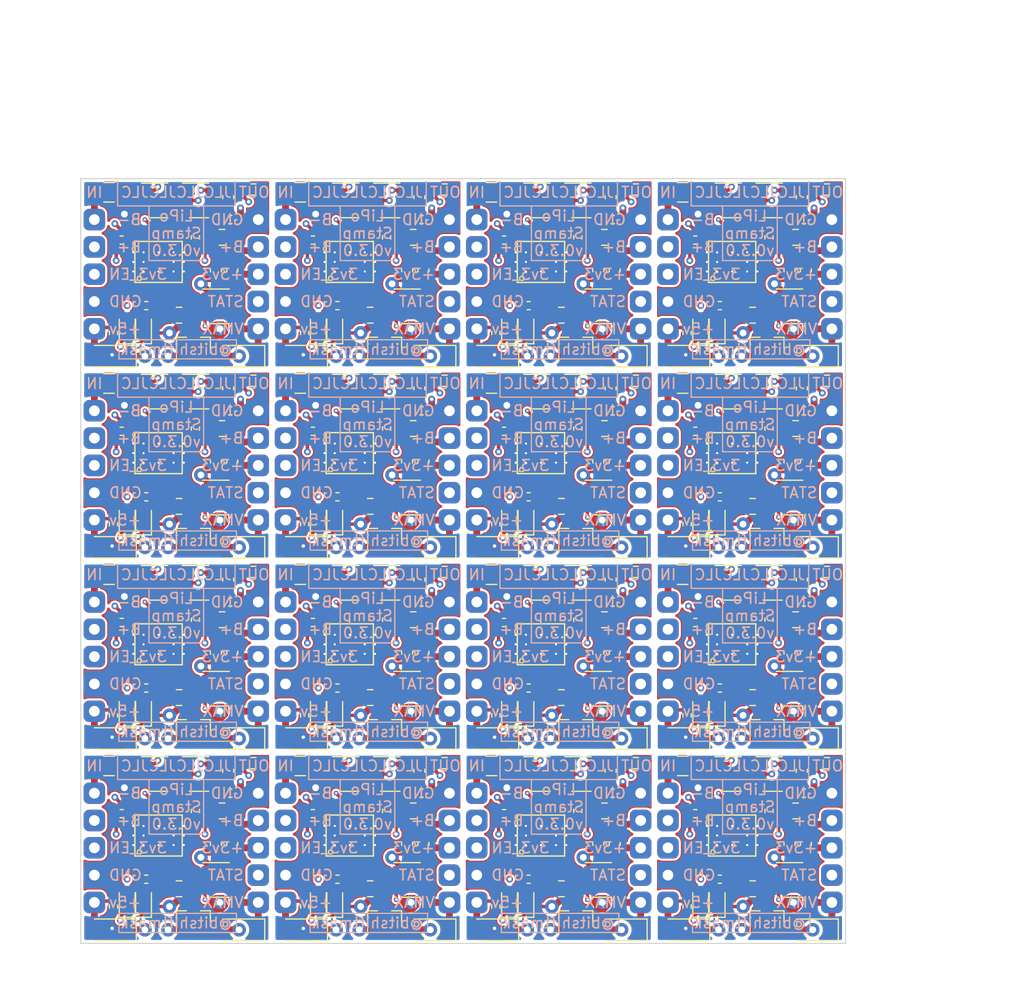
<source format=kicad_pcb>
(kicad_pcb (version 20171130) (host pcbnew 5.1.8)
  (layers (0 F.Cu signal) (1 In1.Cu signal) (2 In2.Cu signal) (31 B.Cu signal) (34 B.Paste user) (35 F.Paste user) (36 B.SilkS user) (37 F.SilkS user) (38 B.Mask user) (39 F.Mask user) (44 Edge.Cuts user))
  (net 0 "")
  (net 1 Board_1-/+3v3)
  (net 2 Board_1-/+BATT)
  (net 3 Board_1-/+CHARGE)
  (net 4 Board_1-/-BATT)
  (net 5 Board_1-/-BATT_RAW)
  (net 6 Board_1-/3v3_EN)
  (net 7 Board_1-/STAT)
  (net 8 Board_1-/VMAX)
  (net 9 Board_1-/charge-controller/PROG)
  (net 10 Board_1-/charge-controller/~STDBY)
  (net 11 Board_1-GND)
  (net 12 "Board_1-Net-(C1-Pad1)")
  (net 13 "Board_1-Net-(C5-Pad1)")
  (net 14 "Board_1-Net-(D1-Pad1)")
  (net 15 "Board_1-Net-(D2-Pad1)")
  (net 16 "Board_1-Net-(R6-Pad1)")
  (net 17 "Board_1-Net-(U1-Pad4)")
  (net 18 "Board_1-Net-(U2-Pad1)")
  (net 19 "Board_1-Net-(U2-Pad3)")
  (net 20 "Board_1-Net-(U2-Pad4)")
  (net 21 "Board_1-Net-(U3-Pad2)")
  (net 22 Board_2-/+3v3)
  (net 23 Board_2-/+BATT)
  (net 24 Board_2-/+CHARGE)
  (net 25 Board_2-/-BATT)
  (net 26 Board_2-/-BATT_RAW)
  (net 27 Board_2-/3v3_EN)
  (net 28 Board_2-/STAT)
  (net 29 Board_2-/VMAX)
  (net 30 Board_2-/charge-controller/PROG)
  (net 31 Board_2-/charge-controller/~STDBY)
  (net 32 Board_2-GND)
  (net 33 "Board_2-Net-(C1-Pad1)")
  (net 34 "Board_2-Net-(C5-Pad1)")
  (net 35 "Board_2-Net-(D1-Pad1)")
  (net 36 "Board_2-Net-(D2-Pad1)")
  (net 37 "Board_2-Net-(R6-Pad1)")
  (net 38 "Board_2-Net-(U1-Pad4)")
  (net 39 "Board_2-Net-(U2-Pad1)")
  (net 40 "Board_2-Net-(U2-Pad3)")
  (net 41 "Board_2-Net-(U2-Pad4)")
  (net 42 "Board_2-Net-(U3-Pad2)")
  (net 43 Board_3-/+3v3)
  (net 44 Board_3-/+BATT)
  (net 45 Board_3-/+CHARGE)
  (net 46 Board_3-/-BATT)
  (net 47 Board_3-/-BATT_RAW)
  (net 48 Board_3-/3v3_EN)
  (net 49 Board_3-/STAT)
  (net 50 Board_3-/VMAX)
  (net 51 Board_3-/charge-controller/PROG)
  (net 52 Board_3-/charge-controller/~STDBY)
  (net 53 Board_3-GND)
  (net 54 "Board_3-Net-(C1-Pad1)")
  (net 55 "Board_3-Net-(C5-Pad1)")
  (net 56 "Board_3-Net-(D1-Pad1)")
  (net 57 "Board_3-Net-(D2-Pad1)")
  (net 58 "Board_3-Net-(R6-Pad1)")
  (net 59 "Board_3-Net-(U1-Pad4)")
  (net 60 "Board_3-Net-(U2-Pad1)")
  (net 61 "Board_3-Net-(U2-Pad3)")
  (net 62 "Board_3-Net-(U2-Pad4)")
  (net 63 "Board_3-Net-(U3-Pad2)")
  (net 64 Board_4-/+3v3)
  (net 65 Board_4-/+BATT)
  (net 66 Board_4-/+CHARGE)
  (net 67 Board_4-/-BATT)
  (net 68 Board_4-/-BATT_RAW)
  (net 69 Board_4-/3v3_EN)
  (net 70 Board_4-/STAT)
  (net 71 Board_4-/VMAX)
  (net 72 Board_4-/charge-controller/PROG)
  (net 73 Board_4-/charge-controller/~STDBY)
  (net 74 Board_4-GND)
  (net 75 "Board_4-Net-(C1-Pad1)")
  (net 76 "Board_4-Net-(C5-Pad1)")
  (net 77 "Board_4-Net-(D1-Pad1)")
  (net 78 "Board_4-Net-(D2-Pad1)")
  (net 79 "Board_4-Net-(R6-Pad1)")
  (net 80 "Board_4-Net-(U1-Pad4)")
  (net 81 "Board_4-Net-(U2-Pad1)")
  (net 82 "Board_4-Net-(U2-Pad3)")
  (net 83 "Board_4-Net-(U2-Pad4)")
  (net 84 "Board_4-Net-(U3-Pad2)")
  (net 85 Board_5-/+3v3)
  (net 86 Board_5-/+BATT)
  (net 87 Board_5-/+CHARGE)
  (net 88 Board_5-/-BATT)
  (net 89 Board_5-/-BATT_RAW)
  (net 90 Board_5-/3v3_EN)
  (net 91 Board_5-/STAT)
  (net 92 Board_5-/VMAX)
  (net 93 Board_5-/charge-controller/PROG)
  (net 94 Board_5-/charge-controller/~STDBY)
  (net 95 Board_5-GND)
  (net 96 "Board_5-Net-(C1-Pad1)")
  (net 97 "Board_5-Net-(C5-Pad1)")
  (net 98 "Board_5-Net-(D1-Pad1)")
  (net 99 "Board_5-Net-(D2-Pad1)")
  (net 100 "Board_5-Net-(R6-Pad1)")
  (net 101 "Board_5-Net-(U1-Pad4)")
  (net 102 "Board_5-Net-(U2-Pad1)")
  (net 103 "Board_5-Net-(U2-Pad3)")
  (net 104 "Board_5-Net-(U2-Pad4)")
  (net 105 "Board_5-Net-(U3-Pad2)")
  (net 106 Board_6-/+3v3)
  (net 107 Board_6-/+BATT)
  (net 108 Board_6-/+CHARGE)
  (net 109 Board_6-/-BATT)
  (net 110 Board_6-/-BATT_RAW)
  (net 111 Board_6-/3v3_EN)
  (net 112 Board_6-/STAT)
  (net 113 Board_6-/VMAX)
  (net 114 Board_6-/charge-controller/PROG)
  (net 115 Board_6-/charge-controller/~STDBY)
  (net 116 Board_6-GND)
  (net 117 "Board_6-Net-(C1-Pad1)")
  (net 118 "Board_6-Net-(C5-Pad1)")
  (net 119 "Board_6-Net-(D1-Pad1)")
  (net 120 "Board_6-Net-(D2-Pad1)")
  (net 121 "Board_6-Net-(R6-Pad1)")
  (net 122 "Board_6-Net-(U1-Pad4)")
  (net 123 "Board_6-Net-(U2-Pad1)")
  (net 124 "Board_6-Net-(U2-Pad3)")
  (net 125 "Board_6-Net-(U2-Pad4)")
  (net 126 "Board_6-Net-(U3-Pad2)")
  (net 127 Board_7-/+3v3)
  (net 128 Board_7-/+BATT)
  (net 129 Board_7-/+CHARGE)
  (net 130 Board_7-/-BATT)
  (net 131 Board_7-/-BATT_RAW)
  (net 132 Board_7-/3v3_EN)
  (net 133 Board_7-/STAT)
  (net 134 Board_7-/VMAX)
  (net 135 Board_7-/charge-controller/PROG)
  (net 136 Board_7-/charge-controller/~STDBY)
  (net 137 Board_7-GND)
  (net 138 "Board_7-Net-(C1-Pad1)")
  (net 139 "Board_7-Net-(C5-Pad1)")
  (net 140 "Board_7-Net-(D1-Pad1)")
  (net 141 "Board_7-Net-(D2-Pad1)")
  (net 142 "Board_7-Net-(R6-Pad1)")
  (net 143 "Board_7-Net-(U1-Pad4)")
  (net 144 "Board_7-Net-(U2-Pad1)")
  (net 145 "Board_7-Net-(U2-Pad3)")
  (net 146 "Board_7-Net-(U2-Pad4)")
  (net 147 "Board_7-Net-(U3-Pad2)")
  (net 148 Board_8-/+3v3)
  (net 149 Board_8-/+BATT)
  (net 150 Board_8-/+CHARGE)
  (net 151 Board_8-/-BATT)
  (net 152 Board_8-/-BATT_RAW)
  (net 153 Board_8-/3v3_EN)
  (net 154 Board_8-/STAT)
  (net 155 Board_8-/VMAX)
  (net 156 Board_8-/charge-controller/PROG)
  (net 157 Board_8-/charge-controller/~STDBY)
  (net 158 Board_8-GND)
  (net 159 "Board_8-Net-(C1-Pad1)")
  (net 160 "Board_8-Net-(C5-Pad1)")
  (net 161 "Board_8-Net-(D1-Pad1)")
  (net 162 "Board_8-Net-(D2-Pad1)")
  (net 163 "Board_8-Net-(R6-Pad1)")
  (net 164 "Board_8-Net-(U1-Pad4)")
  (net 165 "Board_8-Net-(U2-Pad1)")
  (net 166 "Board_8-Net-(U2-Pad3)")
  (net 167 "Board_8-Net-(U2-Pad4)")
  (net 168 "Board_8-Net-(U3-Pad2)")
  (net 169 Board_9-/+3v3)
  (net 170 Board_9-/+BATT)
  (net 171 Board_9-/+CHARGE)
  (net 172 Board_9-/-BATT)
  (net 173 Board_9-/-BATT_RAW)
  (net 174 Board_9-/3v3_EN)
  (net 175 Board_9-/STAT)
  (net 176 Board_9-/VMAX)
  (net 177 Board_9-/charge-controller/PROG)
  (net 178 Board_9-/charge-controller/~STDBY)
  (net 179 Board_9-GND)
  (net 180 "Board_9-Net-(C1-Pad1)")
  (net 181 "Board_9-Net-(C5-Pad1)")
  (net 182 "Board_9-Net-(D1-Pad1)")
  (net 183 "Board_9-Net-(D2-Pad1)")
  (net 184 "Board_9-Net-(R6-Pad1)")
  (net 185 "Board_9-Net-(U1-Pad4)")
  (net 186 "Board_9-Net-(U2-Pad1)")
  (net 187 "Board_9-Net-(U2-Pad3)")
  (net 188 "Board_9-Net-(U2-Pad4)")
  (net 189 "Board_9-Net-(U3-Pad2)")
  (net 190 Board_10-/+3v3)
  (net 191 Board_10-/+BATT)
  (net 192 Board_10-/+CHARGE)
  (net 193 Board_10-/-BATT)
  (net 194 Board_10-/-BATT_RAW)
  (net 195 Board_10-/3v3_EN)
  (net 196 Board_10-/STAT)
  (net 197 Board_10-/VMAX)
  (net 198 Board_10-/charge-controller/PROG)
  (net 199 Board_10-/charge-controller/~STDBY)
  (net 200 Board_10-GND)
  (net 201 "Board_10-Net-(C1-Pad1)")
  (net 202 "Board_10-Net-(C5-Pad1)")
  (net 203 "Board_10-Net-(D1-Pad1)")
  (net 204 "Board_10-Net-(D2-Pad1)")
  (net 205 "Board_10-Net-(R6-Pad1)")
  (net 206 "Board_10-Net-(U1-Pad4)")
  (net 207 "Board_10-Net-(U2-Pad1)")
  (net 208 "Board_10-Net-(U2-Pad3)")
  (net 209 "Board_10-Net-(U2-Pad4)")
  (net 210 "Board_10-Net-(U3-Pad2)")
  (net 211 Board_11-/+3v3)
  (net 212 Board_11-/+BATT)
  (net 213 Board_11-/+CHARGE)
  (net 214 Board_11-/-BATT)
  (net 215 Board_11-/-BATT_RAW)
  (net 216 Board_11-/3v3_EN)
  (net 217 Board_11-/STAT)
  (net 218 Board_11-/VMAX)
  (net 219 Board_11-/charge-controller/PROG)
  (net 220 Board_11-/charge-controller/~STDBY)
  (net 221 Board_11-GND)
  (net 222 "Board_11-Net-(C1-Pad1)")
  (net 223 "Board_11-Net-(C5-Pad1)")
  (net 224 "Board_11-Net-(D1-Pad1)")
  (net 225 "Board_11-Net-(D2-Pad1)")
  (net 226 "Board_11-Net-(R6-Pad1)")
  (net 227 "Board_11-Net-(U1-Pad4)")
  (net 228 "Board_11-Net-(U2-Pad1)")
  (net 229 "Board_11-Net-(U2-Pad3)")
  (net 230 "Board_11-Net-(U2-Pad4)")
  (net 231 "Board_11-Net-(U3-Pad2)")
  (net 232 Board_12-/+3v3)
  (net 233 Board_12-/+BATT)
  (net 234 Board_12-/+CHARGE)
  (net 235 Board_12-/-BATT)
  (net 236 Board_12-/-BATT_RAW)
  (net 237 Board_12-/3v3_EN)
  (net 238 Board_12-/STAT)
  (net 239 Board_12-/VMAX)
  (net 240 Board_12-/charge-controller/PROG)
  (net 241 Board_12-/charge-controller/~STDBY)
  (net 242 Board_12-GND)
  (net 243 "Board_12-Net-(C1-Pad1)")
  (net 244 "Board_12-Net-(C5-Pad1)")
  (net 245 "Board_12-Net-(D1-Pad1)")
  (net 246 "Board_12-Net-(D2-Pad1)")
  (net 247 "Board_12-Net-(R6-Pad1)")
  (net 248 "Board_12-Net-(U1-Pad4)")
  (net 249 "Board_12-Net-(U2-Pad1)")
  (net 250 "Board_12-Net-(U2-Pad3)")
  (net 251 "Board_12-Net-(U2-Pad4)")
  (net 252 "Board_12-Net-(U3-Pad2)")
  (net 253 Board_13-/+3v3)
  (net 254 Board_13-/+BATT)
  (net 255 Board_13-/+CHARGE)
  (net 256 Board_13-/-BATT)
  (net 257 Board_13-/-BATT_RAW)
  (net 258 Board_13-/3v3_EN)
  (net 259 Board_13-/STAT)
  (net 260 Board_13-/VMAX)
  (net 261 Board_13-/charge-controller/PROG)
  (net 262 Board_13-/charge-controller/~STDBY)
  (net 263 Board_13-GND)
  (net 264 "Board_13-Net-(C1-Pad1)")
  (net 265 "Board_13-Net-(C5-Pad1)")
  (net 266 "Board_13-Net-(D1-Pad1)")
  (net 267 "Board_13-Net-(D2-Pad1)")
  (net 268 "Board_13-Net-(R6-Pad1)")
  (net 269 "Board_13-Net-(U1-Pad4)")
  (net 270 "Board_13-Net-(U2-Pad1)")
  (net 271 "Board_13-Net-(U2-Pad3)")
  (net 272 "Board_13-Net-(U2-Pad4)")
  (net 273 "Board_13-Net-(U3-Pad2)")
  (net 274 Board_14-/+3v3)
  (net 275 Board_14-/+BATT)
  (net 276 Board_14-/+CHARGE)
  (net 277 Board_14-/-BATT)
  (net 278 Board_14-/-BATT_RAW)
  (net 279 Board_14-/3v3_EN)
  (net 280 Board_14-/STAT)
  (net 281 Board_14-/VMAX)
  (net 282 Board_14-/charge-controller/PROG)
  (net 283 Board_14-/charge-controller/~STDBY)
  (net 284 Board_14-GND)
  (net 285 "Board_14-Net-(C1-Pad1)")
  (net 286 "Board_14-Net-(C5-Pad1)")
  (net 287 "Board_14-Net-(D1-Pad1)")
  (net 288 "Board_14-Net-(D2-Pad1)")
  (net 289 "Board_14-Net-(R6-Pad1)")
  (net 290 "Board_14-Net-(U1-Pad4)")
  (net 291 "Board_14-Net-(U2-Pad1)")
  (net 292 "Board_14-Net-(U2-Pad3)")
  (net 293 "Board_14-Net-(U2-Pad4)")
  (net 294 "Board_14-Net-(U3-Pad2)")
  (net 295 Board_15-/+3v3)
  (net 296 Board_15-/+BATT)
  (net 297 Board_15-/+CHARGE)
  (net 298 Board_15-/-BATT)
  (net 299 Board_15-/-BATT_RAW)
  (net 300 Board_15-/3v3_EN)
  (net 301 Board_15-/STAT)
  (net 302 Board_15-/VMAX)
  (net 303 Board_15-/charge-controller/PROG)
  (net 304 Board_15-/charge-controller/~STDBY)
  (net 305 Board_15-GND)
  (net 306 "Board_15-Net-(C1-Pad1)")
  (net 307 "Board_15-Net-(C5-Pad1)")
  (net 308 "Board_15-Net-(D1-Pad1)")
  (net 309 "Board_15-Net-(D2-Pad1)")
  (net 310 "Board_15-Net-(R6-Pad1)")
  (net 311 "Board_15-Net-(U1-Pad4)")
  (net 312 "Board_15-Net-(U2-Pad1)")
  (net 313 "Board_15-Net-(U2-Pad3)")
  (net 314 "Board_15-Net-(U2-Pad4)")
  (net 315 "Board_15-Net-(U3-Pad2)")
  (net 316 Board_16-/+3v3)
  (net 317 Board_16-/+BATT)
  (net 318 Board_16-/+CHARGE)
  (net 319 Board_16-/-BATT)
  (net 320 Board_16-/-BATT_RAW)
  (net 321 Board_16-/3v3_EN)
  (net 322 Board_16-/STAT)
  (net 323 Board_16-/VMAX)
  (net 324 Board_16-/charge-controller/PROG)
  (net 325 Board_16-/charge-controller/~STDBY)
  (net 326 Board_16-GND)
  (net 327 "Board_16-Net-(C1-Pad1)")
  (net 328 "Board_16-Net-(C5-Pad1)")
  (net 329 "Board_16-Net-(D1-Pad1)")
  (net 330 "Board_16-Net-(D2-Pad1)")
  (net 331 "Board_16-Net-(R6-Pad1)")
  (net 332 "Board_16-Net-(U1-Pad4)")
  (net 333 "Board_16-Net-(U2-Pad1)")
  (net 334 "Board_16-Net-(U2-Pad3)")
  (net 335 "Board_16-Net-(U2-Pad4)")
  (net 336 "Board_16-Net-(U3-Pad2)")
  (module LED_SMD:LED_0603_1608Metric (layer F.Cu) (at 109.182016 117.208516 90)
    (fp_text reference D1 hide)
    (fp_text value GREEN)
    (pad 1 smd roundrect (at -0.7875 0 90) (size 0.875 0.95) (layers F.Cu F.Paste F.Mask) (net 329 "Board_16-Net-(D1-Pad1)"))
    (pad 2 smd roundrect (at 0.7875 0 90) (size 0.875 0.95) (layers F.Cu F.Paste F.Mask) (net 327 "Board_16-Net-(C1-Pad1)"))
  )
  (module LED_SMD:LED_0603_1608Metric (layer F.Cu) (at 107.658016 117.208516 90)
    (fp_text reference D2 hide)
    (fp_text value RED)
    (pad 1 smd roundrect (at -0.7875 0 90) (size 0.875 0.95) (layers F.Cu F.Paste F.Mask) (net 330 "Board_16-Net-(D2-Pad1)"))
    (pad 2 smd roundrect (at 0.7875 0 90) (size 0.875 0.95) (layers F.Cu F.Paste F.Mask) (net 327 "Board_16-Net-(C1-Pad1)"))
  )
  (module Fuse:Fuse_1206_3216Metric_Castellated (layer F.Cu) (at 105.979016 104.610016 180)
    (fp_text reference F1 hide)
    (fp_text value "2A Polyfuse")
    (pad 1 smd roundrect (at -1.425 0 180) (size 1.6 1.65) (layers F.Cu F.Paste F.Mask) (roundrect_rratio 0.15625) (net 319 Board_16-/-BATT))
    (pad 2 smd roundrect (at 1.425 0 180) (size 1.6 1.65) (layers F.Cu F.Paste F.Mask) (roundrect_rratio 0.15625) (net 320 Board_16-/-BATT_RAW))
  )
  (module Everything:SOP-8 (layer F.Cu) (at 110.579016 111.087016 90)
    (fp_text reference IC1 hide)
    (fp_text value TP4056)
    (pad 4 smd rect (at -2.75 1.905 90) (size 1.3 0.7) (layers F.Cu F.Paste F.Mask) (net 327 "Board_16-Net-(C1-Pad1)"))
    (pad 3 smd rect (at -2.75 0.635 90) (size 1.3 0.7) (layers F.Cu F.Paste F.Mask) (net 326 Board_16-GND))
    (pad 1 smd rect (at -2.75 -1.905 90) (size 1.3 0.7) (layers F.Cu F.Paste F.Mask) (net 326 Board_16-GND))
    (pad 2 smd rect (at -2.75 -0.635 90) (size 1.3 0.7) (layers F.Cu F.Paste F.Mask) (net 324 Board_16-/charge-controller/PROG))
    (pad 5 smd rect (at 2.75 1.905 90) (size 1.3 0.7) (layers F.Cu F.Paste F.Mask) (net 317 Board_16-/+BATT))
    (pad 6 smd rect (at 2.75 0.635 90) (size 1.3 0.7) (layers F.Cu F.Paste F.Mask) (net 325 Board_16-/charge-controller/~STDBY))
    (pad 8 smd rect (at 2.75 -1.905 90) (size 1.3 0.7) (layers F.Cu F.Paste F.Mask) (net 327 "Board_16-Net-(C1-Pad1)"))
    (pad 7 smd rect (at 2.75 -0.635 90) (size 1.3 0.7) (layers F.Cu F.Paste F.Mask) (net 322 Board_16-/STAT))
    (pad 3 smd rect (at 0 0 90) (size 2.4 3.4) (layers F.Cu F.Paste F.Mask) (net 326 Board_16-GND))
  )
  (module Package_TO_SOT_SMD:SOT-23 (layer F.Cu) (at 113.820016 118.850016 90)
    (fp_text reference Q1 hide)
    (fp_text value SI2301CDS-T1-GE3)
    (pad 1 smd rect (at -1 -0.95 90) (size 0.9 0.8) (layers F.Cu F.Paste F.Mask) (net 318 Board_16-/+CHARGE))
    (pad 2 smd rect (at -1 0.95 90) (size 0.9 0.8) (layers F.Cu F.Paste F.Mask) (net 323 Board_16-/VMAX))
    (pad 3 smd rect (at 1 0 90) (size 0.9 0.8) (layers F.Cu F.Paste F.Mask) (net 317 Board_16-/+BATT))
  )
  (module Resistor_SMD:R_0402_1005Metric (layer F.Cu) (at 109.434016 115.151016 180)
    (fp_text reference R1 hide)
    (fp_text value 2.2K)
    (pad 1 smd roundrect (at -0.51 0 180) (size 0.54 0.64) (layers F.Cu F.Paste F.Mask) (net 324 Board_16-/charge-controller/PROG))
    (pad 2 smd roundrect (at 0.51 0 180) (size 0.54 0.64) (layers F.Cu F.Paste F.Mask) (net 326 Board_16-GND))
  )
  (module Resistor_SMD:R_0402_1005Metric (layer F.Cu) (at 114.008016 108.803016 90)
    (fp_text reference R2 hide)
    (fp_text value 1K)
    (pad 1 smd roundrect (at -0.51 0 90) (size 0.54 0.64) (layers F.Cu F.Paste F.Mask) (net 329 "Board_16-Net-(D1-Pad1)"))
    (pad 2 smd roundrect (at 0.51 0 90) (size 0.54 0.64) (layers F.Cu F.Paste F.Mask) (net 325 Board_16-/charge-controller/~STDBY))
  )
  (module Resistor_SMD:R_0402_1005Metric (layer F.Cu) (at 107.152016 109.055016)
    (fp_text reference R3 hide)
    (fp_text value 1K)
    (pad 1 smd roundrect (at -0.51 0) (size 0.54 0.64) (layers F.Cu F.Paste F.Mask) (net 330 "Board_16-Net-(D2-Pad1)"))
    (pad 2 smd roundrect (at 0.51 0) (size 0.54 0.64) (layers F.Cu F.Paste F.Mask) (net 322 Board_16-/STAT))
  )
  (module Resistor_SMD:R_0402_1005Metric (layer F.Cu) (at 106.388016 117.693016 90)
    (fp_text reference R4 hide)
    (fp_text value 100K)
    (pad 1 smd roundrect (at -0.51 0 90) (size 0.54 0.64) (layers F.Cu F.Paste F.Mask) (net 326 Board_16-GND))
    (pad 2 smd roundrect (at 0.51 0 90) (size 0.54 0.64) (layers F.Cu F.Paste F.Mask) (net 318 Board_16-/+CHARGE))
  )
  (module Resistor_SMD:R_0402_1005Metric (layer F.Cu) (at 117.248516 107.150016 180)
    (fp_text reference R5 hide)
    (fp_text value 330)
    (pad 1 smd roundrect (at -0.51 0 180) (size 0.54 0.64) (layers F.Cu F.Paste F.Mask) (net 317 Board_16-/+BATT))
    (pad 2 smd roundrect (at 0.51 0 180) (size 0.54 0.64) (layers F.Cu F.Paste F.Mask) (net 328 "Board_16-Net-(C5-Pad1)"))
  )
  (module Everything:castellated-2-pin (layer F.Cu) (at 104.610016 107.150016)
    (fp_text reference TP1 hide)
    (fp_text value TestPoint)
    (pad 1 thru_hole roundrect (at 0 0) (size 2 2) (drill 1) (layers *.Cu *.Mask) (net 320 Board_16-/-BATT_RAW) (clearance 0.2))
  )
  (module Everything:castellated-2-pin (layer F.Cu) (at 104.610016 109.690016)
    (fp_text reference TP2 hide)
    (fp_text value TestPoint)
    (pad 1 thru_hole roundrect (at 0 0) (size 2 2) (drill 1) (layers *.Cu *.Mask) (net 317 Board_16-/+BATT) (clearance 0.2))
  )
  (module Everything:castellated-2-pin (layer F.Cu) (at 104.610016 114.770016)
    (fp_text reference TP3 hide)
    (fp_text value TestPoint)
    (pad 1 thru_hole roundrect (at 0 0) (size 2 2) (drill 1) (layers *.Cu *.Mask) (net 326 Board_16-GND) (clearance 0.2))
  )
  (module Everything:castellated-2-pin (layer F.Cu) (at 104.610016 117.310016)
    (fp_text reference TP4 hide)
    (fp_text value TestPoint)
    (pad 1 thru_hole roundrect (at 0 0) (size 2 2) (drill 1) (layers *.Cu *.Mask) (net 318 Board_16-/+CHARGE) (clearance 0.2))
  )
  (module Everything:castellated-2-pin (layer F.Cu) (at 104.610016 112.230016)
    (fp_text reference TP5 hide)
    (fp_text value TestPoint)
    (pad 1 thru_hole roundrect (at 0 0) (size 2 2) (drill 1) (layers *.Cu *.Mask) (net 321 Board_16-/3v3_EN) (clearance 0.2))
  )
  (module Everything:castellated-2-pin (layer F.Cu) (at 119.850016 117.310016)
    (fp_text reference TP6 hide)
    (fp_text value TestPoint)
    (pad 1 thru_hole roundrect (at 0 0) (size 2 2) (drill 1) (layers *.Cu *.Mask) (net 323 Board_16-/VMAX) (clearance 0.2))
  )
  (module Everything:castellated-2-pin (layer F.Cu) (at 119.850016 109.690016)
    (fp_text reference TP7 hide)
    (fp_text value TestPoint)
    (pad 1 thru_hole roundrect (at 0 0) (size 2 2) (drill 1) (layers *.Cu *.Mask) (net 317 Board_16-/+BATT) (clearance 0.2))
  )
  (module Everything:castellated-2-pin (layer F.Cu) (at 119.850016 112.230016)
    (fp_text reference TP8 hide)
    (fp_text value TestPoint)
    (pad 1 thru_hole roundrect (at 0 0) (size 2 2) (drill 1) (layers *.Cu *.Mask) (net 316 Board_16-/+3v3) (clearance 0.2))
  )
  (module Everything:castellated-2-pin (layer F.Cu) (at 119.850016 114.770016)
    (fp_text reference TP9 hide)
    (fp_text value TestPoint)
    (pad 1 thru_hole roundrect (at 0 0) (size 2 2) (drill 1) (layers *.Cu *.Mask) (net 322 Board_16-/STAT) (clearance 0.2))
  )
  (module Everything:castellated-2-pin (layer F.Cu) (at 119.850016 107.150016)
    (fp_text reference TP10 hide)
    (fp_text value TestPoint)
    (pad 1 thru_hole roundrect (at 0 0) (size 2 2) (drill 1) (layers *.Cu *.Mask) (net 326 Board_16-GND) (clearance 0.2))
  )
  (module Package_TO_SOT_SMD:SOT-23-5 (layer F.Cu) (at 116.251016 115.217016)
    (fp_text reference U1 hide)
    (fp_text value AP2112K-3.3)
    (pad 1 smd rect (at -1.1 -0.95) (size 1.06 0.65) (layers F.Cu F.Paste F.Mask) (net 323 Board_16-/VMAX))
    (pad 2 smd rect (at -1.1 0) (size 1.06 0.65) (layers F.Cu F.Paste F.Mask) (net 326 Board_16-GND))
    (pad 3 smd rect (at -1.1 0.95) (size 1.06 0.65) (layers F.Cu F.Paste F.Mask) (net 321 Board_16-/3v3_EN))
    (pad 4 smd rect (at 1.1 0.95) (size 1.06 0.65) (layers F.Cu F.Paste F.Mask) (net 332 "Board_16-Net-(U1-Pad4)"))
    (pad 5 smd rect (at 1.1 -0.95) (size 1.06 0.65) (layers F.Cu F.Paste F.Mask) (net 316 Board_16-/+3v3))
  )
  (module Package_TO_SOT_SMD:SOT-23-6 (layer F.Cu) (at 114.346016 105.366016)
    (fp_text reference U2 hide)
    (fp_text value AP9101CK6)
    (pad 1 smd rect (at -1.1 -0.95) (size 1.06 0.65) (layers F.Cu F.Paste F.Mask) (net 333 "Board_16-Net-(U2-Pad1)"))
    (pad 2 smd rect (at -1.1 0) (size 1.06 0.65) (layers F.Cu F.Paste F.Mask) (net 331 "Board_16-Net-(R6-Pad1)"))
    (pad 3 smd rect (at -1.1 0.95) (size 1.06 0.65) (layers F.Cu F.Paste F.Mask) (net 334 "Board_16-Net-(U2-Pad3)"))
    (pad 4 smd rect (at 1.1 0.95) (size 1.06 0.65) (layers F.Cu F.Paste F.Mask) (net 335 "Board_16-Net-(U2-Pad4)"))
    (pad 6 smd rect (at 1.1 -0.95) (size 1.06 0.65) (layers F.Cu F.Paste F.Mask) (net 319 Board_16-/-BATT))
    (pad 5 smd rect (at 1.1 0) (size 1.06 0.65) (layers F.Cu F.Paste F.Mask) (net 328 "Board_16-Net-(C5-Pad1)"))
  )
  (module Package_TO_SOT_SMD:SOT-23-6 (layer F.Cu) (at 110.536016 105.366016)
    (fp_text reference U3 hide)
    (fp_text value FS8205)
    (pad 1 smd rect (at -1.1 -0.95) (size 1.06 0.65) (layers F.Cu F.Paste F.Mask) (net 319 Board_16-/-BATT))
    (pad 2 smd rect (at -1.1 0) (size 1.06 0.65) (layers F.Cu F.Paste F.Mask) (net 336 "Board_16-Net-(U3-Pad2)"))
    (pad 3 smd rect (at -1.1 0.95) (size 1.06 0.65) (layers F.Cu F.Paste F.Mask) (net 326 Board_16-GND))
    (pad 4 smd rect (at 1.1 0.95) (size 1.06 0.65) (layers F.Cu F.Paste F.Mask) (net 334 "Board_16-Net-(U2-Pad3)"))
    (pad 6 smd rect (at 1.1 -0.95) (size 1.06 0.65) (layers F.Cu F.Paste F.Mask) (net 333 "Board_16-Net-(U2-Pad1)"))
    (pad 5 smd rect (at 1.1 0) (size 1.06 0.65) (layers F.Cu F.Paste F.Mask) (net 336 "Board_16-Net-(U3-Pad2)"))
  )
  (module Diode_SMD:D_SOD-123 (layer F.Cu) (at 106.260016 119.850016 180)
    (fp_text reference D3 hide)
    (fp_text value D_Schottky)
    (pad 1 smd rect (at -1.65 0 180) (size 0.9 1.2) (layers F.Cu F.Paste F.Mask) (net 327 "Board_16-Net-(C1-Pad1)"))
    (pad 2 smd rect (at 1.65 0 180) (size 0.9 1.2) (layers F.Cu F.Paste F.Mask) (net 318 Board_16-/+CHARGE))
  )
  (module Diode_SMD:D_SOD-123 (layer F.Cu) (at 118.200016 119.850016 180)
    (fp_text reference D4 hide)
    (fp_text value D_Schottky)
    (pad 1 smd rect (at -1.65 0 180) (size 0.9 1.2) (layers F.Cu F.Paste F.Mask) (net 323 Board_16-/VMAX))
    (pad 2 smd rect (at 1.65 0 180) (size 0.9 1.2) (layers F.Cu F.Paste F.Mask) (net 318 Board_16-/+CHARGE))
  )
  (module Capacitor_SMD:C_0805_2012Metric (layer F.Cu) (at 112.484016 116.040016 180)
    (fp_text reference C1 hide)
    (fp_text value 10uF)
    (pad 1 smd roundrect (at -0.95 0 180) (size 1 1.45) (layers F.Cu F.Paste F.Mask) (net 327 "Board_16-Net-(C1-Pad1)"))
    (pad 2 smd roundrect (at 0.95 0 180) (size 1 1.45) (layers F.Cu F.Paste F.Mask) (net 326 Board_16-GND))
  )
  (module Capacitor_SMD:C_0805_2012Metric (layer F.Cu) (at 116.482016 108.801016)
    (fp_text reference C2 hide)
    (fp_text value 10uF)
    (pad 1 smd roundrect (at -0.95 0) (size 1 1.45) (layers F.Cu F.Paste F.Mask) (net 317 Board_16-/+BATT))
    (pad 2 smd roundrect (at 0.95 0) (size 1 1.45) (layers F.Cu F.Paste F.Mask) (net 326 Board_16-GND))
  )
  (module Capacitor_SMD:C_0603_1608Metric (layer F.Cu) (at 115.913016 111.862016 90)
    (fp_text reference C3 hide)
    (fp_text value 1uF)
    (pad 1 smd roundrect (at -0.775 0 90) (size 0.9 0.95) (layers F.Cu F.Paste F.Mask) (net 323 Board_16-/VMAX))
    (pad 2 smd roundrect (at 0.775 0 90) (size 0.9 0.95) (layers F.Cu F.Paste F.Mask) (net 326 Board_16-GND))
  )
  (module Capacitor_SMD:C_0603_1608Metric (layer F.Cu) (at 117.437016 111.862016 90)
    (fp_text reference C4 hide)
    (fp_text value 1uF)
    (pad 1 smd roundrect (at -0.775 0 90) (size 0.9 0.95) (layers F.Cu F.Paste F.Mask) (net 316 Board_16-/+3v3))
    (pad 2 smd roundrect (at 0.775 0 90) (size 0.9 0.95) (layers F.Cu F.Paste F.Mask) (net 326 Board_16-GND))
  )
  (module Capacitor_SMD:C_0603_1608Metric (layer F.Cu) (at 117.056016 105.067516 90)
    (fp_text reference C5 hide)
    (fp_text value 100nF)
    (pad 1 smd roundrect (at -0.775 0 90) (size 0.9 0.95) (layers F.Cu F.Paste F.Mask) (net 328 "Board_16-Net-(C5-Pad1)"))
    (pad 2 smd roundrect (at 0.775 0 90) (size 0.9 0.95) (layers F.Cu F.Paste F.Mask) (net 319 Board_16-/-BATT))
  )
  (module Resistor_SMD:R_0603_1608Metric (layer F.Cu) (at 119.405016 104.356016)
    (fp_text reference R6 hide)
    (fp_text value 2.7kOhm)
    (pad 1 smd roundrect (at -0.825 0) (size 0.8 0.95) (layers F.Cu F.Paste F.Mask) (net 331 "Board_16-Net-(R6-Pad1)"))
    (pad 2 smd roundrect (at 0.825 0) (size 0.8 0.95) (layers F.Cu F.Paste F.Mask) (net 326 Board_16-GND))
  )
  (module LED_SMD:LED_0603_1608Metric (layer F.Cu) (at 91.402011 117.208516 90)
    (fp_text reference D1 hide)
    (fp_text value GREEN)
    (pad 1 smd roundrect (at -0.7875 0 90) (size 0.875 0.95) (layers F.Cu F.Paste F.Mask) (net 308 "Board_15-Net-(D1-Pad1)"))
    (pad 2 smd roundrect (at 0.7875 0 90) (size 0.875 0.95) (layers F.Cu F.Paste F.Mask) (net 306 "Board_15-Net-(C1-Pad1)"))
  )
  (module LED_SMD:LED_0603_1608Metric (layer F.Cu) (at 89.878011 117.208516 90)
    (fp_text reference D2 hide)
    (fp_text value RED)
    (pad 1 smd roundrect (at -0.7875 0 90) (size 0.875 0.95) (layers F.Cu F.Paste F.Mask) (net 309 "Board_15-Net-(D2-Pad1)"))
    (pad 2 smd roundrect (at 0.7875 0 90) (size 0.875 0.95) (layers F.Cu F.Paste F.Mask) (net 306 "Board_15-Net-(C1-Pad1)"))
  )
  (module Fuse:Fuse_1206_3216Metric_Castellated (layer F.Cu) (at 88.199011 104.610016 180)
    (fp_text reference F1 hide)
    (fp_text value "2A Polyfuse")
    (pad 1 smd roundrect (at -1.425 0 180) (size 1.6 1.65) (layers F.Cu F.Paste F.Mask) (roundrect_rratio 0.15625) (net 298 Board_15-/-BATT))
    (pad 2 smd roundrect (at 1.425 0 180) (size 1.6 1.65) (layers F.Cu F.Paste F.Mask) (roundrect_rratio 0.15625) (net 299 Board_15-/-BATT_RAW))
  )
  (module Everything:SOP-8 (layer F.Cu) (at 92.799011 111.087016 90)
    (fp_text reference IC1 hide)
    (fp_text value TP4056)
    (pad 4 smd rect (at -2.75 1.905 90) (size 1.3 0.7) (layers F.Cu F.Paste F.Mask) (net 306 "Board_15-Net-(C1-Pad1)"))
    (pad 3 smd rect (at -2.75 0.635 90) (size 1.3 0.7) (layers F.Cu F.Paste F.Mask) (net 305 Board_15-GND))
    (pad 1 smd rect (at -2.75 -1.905 90) (size 1.3 0.7) (layers F.Cu F.Paste F.Mask) (net 305 Board_15-GND))
    (pad 2 smd rect (at -2.75 -0.635 90) (size 1.3 0.7) (layers F.Cu F.Paste F.Mask) (net 303 Board_15-/charge-controller/PROG))
    (pad 5 smd rect (at 2.75 1.905 90) (size 1.3 0.7) (layers F.Cu F.Paste F.Mask) (net 296 Board_15-/+BATT))
    (pad 6 smd rect (at 2.75 0.635 90) (size 1.3 0.7) (layers F.Cu F.Paste F.Mask) (net 304 Board_15-/charge-controller/~STDBY))
    (pad 8 smd rect (at 2.75 -1.905 90) (size 1.3 0.7) (layers F.Cu F.Paste F.Mask) (net 306 "Board_15-Net-(C1-Pad1)"))
    (pad 7 smd rect (at 2.75 -0.635 90) (size 1.3 0.7) (layers F.Cu F.Paste F.Mask) (net 301 Board_15-/STAT))
    (pad 3 smd rect (at 0 0 90) (size 2.4 3.4) (layers F.Cu F.Paste F.Mask) (net 305 Board_15-GND))
  )
  (module Package_TO_SOT_SMD:SOT-23 (layer F.Cu) (at 96.040011 118.850016 90)
    (fp_text reference Q1 hide)
    (fp_text value SI2301CDS-T1-GE3)
    (pad 1 smd rect (at -1 -0.95 90) (size 0.9 0.8) (layers F.Cu F.Paste F.Mask) (net 297 Board_15-/+CHARGE))
    (pad 2 smd rect (at -1 0.95 90) (size 0.9 0.8) (layers F.Cu F.Paste F.Mask) (net 302 Board_15-/VMAX))
    (pad 3 smd rect (at 1 0 90) (size 0.9 0.8) (layers F.Cu F.Paste F.Mask) (net 296 Board_15-/+BATT))
  )
  (module Resistor_SMD:R_0402_1005Metric (layer F.Cu) (at 91.654011 115.151016 180)
    (fp_text reference R1 hide)
    (fp_text value 2.2K)
    (pad 1 smd roundrect (at -0.51 0 180) (size 0.54 0.64) (layers F.Cu F.Paste F.Mask) (net 303 Board_15-/charge-controller/PROG))
    (pad 2 smd roundrect (at 0.51 0 180) (size 0.54 0.64) (layers F.Cu F.Paste F.Mask) (net 305 Board_15-GND))
  )
  (module Resistor_SMD:R_0402_1005Metric (layer F.Cu) (at 96.228011 108.803016 90)
    (fp_text reference R2 hide)
    (fp_text value 1K)
    (pad 1 smd roundrect (at -0.51 0 90) (size 0.54 0.64) (layers F.Cu F.Paste F.Mask) (net 308 "Board_15-Net-(D1-Pad1)"))
    (pad 2 smd roundrect (at 0.51 0 90) (size 0.54 0.64) (layers F.Cu F.Paste F.Mask) (net 304 Board_15-/charge-controller/~STDBY))
  )
  (module Resistor_SMD:R_0402_1005Metric (layer F.Cu) (at 89.372011 109.055016)
    (fp_text reference R3 hide)
    (fp_text value 1K)
    (pad 1 smd roundrect (at -0.51 0) (size 0.54 0.64) (layers F.Cu F.Paste F.Mask) (net 309 "Board_15-Net-(D2-Pad1)"))
    (pad 2 smd roundrect (at 0.51 0) (size 0.54 0.64) (layers F.Cu F.Paste F.Mask) (net 301 Board_15-/STAT))
  )
  (module Resistor_SMD:R_0402_1005Metric (layer F.Cu) (at 88.608011 117.693016 90)
    (fp_text reference R4 hide)
    (fp_text value 100K)
    (pad 1 smd roundrect (at -0.51 0 90) (size 0.54 0.64) (layers F.Cu F.Paste F.Mask) (net 305 Board_15-GND))
    (pad 2 smd roundrect (at 0.51 0 90) (size 0.54 0.64) (layers F.Cu F.Paste F.Mask) (net 297 Board_15-/+CHARGE))
  )
  (module Resistor_SMD:R_0402_1005Metric (layer F.Cu) (at 99.468511 107.150016 180)
    (fp_text reference R5 hide)
    (fp_text value 330)
    (pad 1 smd roundrect (at -0.51 0 180) (size 0.54 0.64) (layers F.Cu F.Paste F.Mask) (net 296 Board_15-/+BATT))
    (pad 2 smd roundrect (at 0.51 0 180) (size 0.54 0.64) (layers F.Cu F.Paste F.Mask) (net 307 "Board_15-Net-(C5-Pad1)"))
  )
  (module Everything:castellated-2-pin (layer F.Cu) (at 86.830011 107.150016)
    (fp_text reference TP1 hide)
    (fp_text value TestPoint)
    (pad 1 thru_hole roundrect (at 0 0) (size 2 2) (drill 1) (layers *.Cu *.Mask) (net 299 Board_15-/-BATT_RAW) (clearance 0.2))
  )
  (module Everything:castellated-2-pin (layer F.Cu) (at 86.830011 109.690016)
    (fp_text reference TP2 hide)
    (fp_text value TestPoint)
    (pad 1 thru_hole roundrect (at 0 0) (size 2 2) (drill 1) (layers *.Cu *.Mask) (net 296 Board_15-/+BATT) (clearance 0.2))
  )
  (module Everything:castellated-2-pin (layer F.Cu) (at 86.830011 114.770016)
    (fp_text reference TP3 hide)
    (fp_text value TestPoint)
    (pad 1 thru_hole roundrect (at 0 0) (size 2 2) (drill 1) (layers *.Cu *.Mask) (net 305 Board_15-GND) (clearance 0.2))
  )
  (module Everything:castellated-2-pin (layer F.Cu) (at 86.830011 117.310016)
    (fp_text reference TP4 hide)
    (fp_text value TestPoint)
    (pad 1 thru_hole roundrect (at 0 0) (size 2 2) (drill 1) (layers *.Cu *.Mask) (net 297 Board_15-/+CHARGE) (clearance 0.2))
  )
  (module Everything:castellated-2-pin (layer F.Cu) (at 86.830011 112.230016)
    (fp_text reference TP5 hide)
    (fp_text value TestPoint)
    (pad 1 thru_hole roundrect (at 0 0) (size 2 2) (drill 1) (layers *.Cu *.Mask) (net 300 Board_15-/3v3_EN) (clearance 0.2))
  )
  (module Everything:castellated-2-pin (layer F.Cu) (at 102.070011 117.310016)
    (fp_text reference TP6 hide)
    (fp_text value TestPoint)
    (pad 1 thru_hole roundrect (at 0 0) (size 2 2) (drill 1) (layers *.Cu *.Mask) (net 302 Board_15-/VMAX) (clearance 0.2))
  )
  (module Everything:castellated-2-pin (layer F.Cu) (at 102.070011 109.690016)
    (fp_text reference TP7 hide)
    (fp_text value TestPoint)
    (pad 1 thru_hole roundrect (at 0 0) (size 2 2) (drill 1) (layers *.Cu *.Mask) (net 296 Board_15-/+BATT) (clearance 0.2))
  )
  (module Everything:castellated-2-pin (layer F.Cu) (at 102.070011 112.230016)
    (fp_text reference TP8 hide)
    (fp_text value TestPoint)
    (pad 1 thru_hole roundrect (at 0 0) (size 2 2) (drill 1) (layers *.Cu *.Mask) (net 295 Board_15-/+3v3) (clearance 0.2))
  )
  (module Everything:castellated-2-pin (layer F.Cu) (at 102.070011 114.770016)
    (fp_text reference TP9 hide)
    (fp_text value TestPoint)
    (pad 1 thru_hole roundrect (at 0 0) (size 2 2) (drill 1) (layers *.Cu *.Mask) (net 301 Board_15-/STAT) (clearance 0.2))
  )
  (module Everything:castellated-2-pin (layer F.Cu) (at 102.070011 107.150016)
    (fp_text reference TP10 hide)
    (fp_text value TestPoint)
    (pad 1 thru_hole roundrect (at 0 0) (size 2 2) (drill 1) (layers *.Cu *.Mask) (net 305 Board_15-GND) (clearance 0.2))
  )
  (module Package_TO_SOT_SMD:SOT-23-5 (layer F.Cu) (at 98.471011 115.217016)
    (fp_text reference U1 hide)
    (fp_text value AP2112K-3.3)
    (pad 1 smd rect (at -1.1 -0.95) (size 1.06 0.65) (layers F.Cu F.Paste F.Mask) (net 302 Board_15-/VMAX))
    (pad 2 smd rect (at -1.1 0) (size 1.06 0.65) (layers F.Cu F.Paste F.Mask) (net 305 Board_15-GND))
    (pad 3 smd rect (at -1.1 0.95) (size 1.06 0.65) (layers F.Cu F.Paste F.Mask) (net 300 Board_15-/3v3_EN))
    (pad 4 smd rect (at 1.1 0.95) (size 1.06 0.65) (layers F.Cu F.Paste F.Mask) (net 311 "Board_15-Net-(U1-Pad4)"))
    (pad 5 smd rect (at 1.1 -0.95) (size 1.06 0.65) (layers F.Cu F.Paste F.Mask) (net 295 Board_15-/+3v3))
  )
  (module Package_TO_SOT_SMD:SOT-23-6 (layer F.Cu) (at 96.566011 105.366016)
    (fp_text reference U2 hide)
    (fp_text value AP9101CK6)
    (pad 1 smd rect (at -1.1 -0.95) (size 1.06 0.65) (layers F.Cu F.Paste F.Mask) (net 312 "Board_15-Net-(U2-Pad1)"))
    (pad 2 smd rect (at -1.1 0) (size 1.06 0.65) (layers F.Cu F.Paste F.Mask) (net 310 "Board_15-Net-(R6-Pad1)"))
    (pad 3 smd rect (at -1.1 0.95) (size 1.06 0.65) (layers F.Cu F.Paste F.Mask) (net 313 "Board_15-Net-(U2-Pad3)"))
    (pad 4 smd rect (at 1.1 0.95) (size 1.06 0.65) (layers F.Cu F.Paste F.Mask) (net 314 "Board_15-Net-(U2-Pad4)"))
    (pad 6 smd rect (at 1.1 -0.95) (size 1.06 0.65) (layers F.Cu F.Paste F.Mask) (net 298 Board_15-/-BATT))
    (pad 5 smd rect (at 1.1 0) (size 1.06 0.65) (layers F.Cu F.Paste F.Mask) (net 307 "Board_15-Net-(C5-Pad1)"))
  )
  (module Package_TO_SOT_SMD:SOT-23-6 (layer F.Cu) (at 92.756011 105.366016)
    (fp_text reference U3 hide)
    (fp_text value FS8205)
    (pad 1 smd rect (at -1.1 -0.95) (size 1.06 0.65) (layers F.Cu F.Paste F.Mask) (net 298 Board_15-/-BATT))
    (pad 2 smd rect (at -1.1 0) (size 1.06 0.65) (layers F.Cu F.Paste F.Mask) (net 315 "Board_15-Net-(U3-Pad2)"))
    (pad 3 smd rect (at -1.1 0.95) (size 1.06 0.65) (layers F.Cu F.Paste F.Mask) (net 305 Board_15-GND))
    (pad 4 smd rect (at 1.1 0.95) (size 1.06 0.65) (layers F.Cu F.Paste F.Mask) (net 313 "Board_15-Net-(U2-Pad3)"))
    (pad 6 smd rect (at 1.1 -0.95) (size 1.06 0.65) (layers F.Cu F.Paste F.Mask) (net 312 "Board_15-Net-(U2-Pad1)"))
    (pad 5 smd rect (at 1.1 0) (size 1.06 0.65) (layers F.Cu F.Paste F.Mask) (net 315 "Board_15-Net-(U3-Pad2)"))
  )
  (module Diode_SMD:D_SOD-123 (layer F.Cu) (at 88.480011 119.850016 180)
    (fp_text reference D3 hide)
    (fp_text value D_Schottky)
    (pad 1 smd rect (at -1.65 0 180) (size 0.9 1.2) (layers F.Cu F.Paste F.Mask) (net 306 "Board_15-Net-(C1-Pad1)"))
    (pad 2 smd rect (at 1.65 0 180) (size 0.9 1.2) (layers F.Cu F.Paste F.Mask) (net 297 Board_15-/+CHARGE))
  )
  (module Diode_SMD:D_SOD-123 (layer F.Cu) (at 100.420011 119.850016 180)
    (fp_text reference D4 hide)
    (fp_text value D_Schottky)
    (pad 1 smd rect (at -1.65 0 180) (size 0.9 1.2) (layers F.Cu F.Paste F.Mask) (net 302 Board_15-/VMAX))
    (pad 2 smd rect (at 1.65 0 180) (size 0.9 1.2) (layers F.Cu F.Paste F.Mask) (net 297 Board_15-/+CHARGE))
  )
  (module Capacitor_SMD:C_0805_2012Metric (layer F.Cu) (at 94.704011 116.040016 180)
    (fp_text reference C1 hide)
    (fp_text value 10uF)
    (pad 1 smd roundrect (at -0.95 0 180) (size 1 1.45) (layers F.Cu F.Paste F.Mask) (net 306 "Board_15-Net-(C1-Pad1)"))
    (pad 2 smd roundrect (at 0.95 0 180) (size 1 1.45) (layers F.Cu F.Paste F.Mask) (net 305 Board_15-GND))
  )
  (module Capacitor_SMD:C_0805_2012Metric (layer F.Cu) (at 98.702011 108.801016)
    (fp_text reference C2 hide)
    (fp_text value 10uF)
    (pad 1 smd roundrect (at -0.95 0) (size 1 1.45) (layers F.Cu F.Paste F.Mask) (net 296 Board_15-/+BATT))
    (pad 2 smd roundrect (at 0.95 0) (size 1 1.45) (layers F.Cu F.Paste F.Mask) (net 305 Board_15-GND))
  )
  (module Capacitor_SMD:C_0603_1608Metric (layer F.Cu) (at 98.133011 111.862016 90)
    (fp_text reference C3 hide)
    (fp_text value 1uF)
    (pad 1 smd roundrect (at -0.775 0 90) (size 0.9 0.95) (layers F.Cu F.Paste F.Mask) (net 302 Board_15-/VMAX))
    (pad 2 smd roundrect (at 0.775 0 90) (size 0.9 0.95) (layers F.Cu F.Paste F.Mask) (net 305 Board_15-GND))
  )
  (module Capacitor_SMD:C_0603_1608Metric (layer F.Cu) (at 99.657011 111.862016 90)
    (fp_text reference C4 hide)
    (fp_text value 1uF)
    (pad 1 smd roundrect (at -0.775 0 90) (size 0.9 0.95) (layers F.Cu F.Paste F.Mask) (net 295 Board_15-/+3v3))
    (pad 2 smd roundrect (at 0.775 0 90) (size 0.9 0.95) (layers F.Cu F.Paste F.Mask) (net 305 Board_15-GND))
  )
  (module Capacitor_SMD:C_0603_1608Metric (layer F.Cu) (at 99.276011 105.067516 90)
    (fp_text reference C5 hide)
    (fp_text value 100nF)
    (pad 1 smd roundrect (at -0.775 0 90) (size 0.9 0.95) (layers F.Cu F.Paste F.Mask) (net 307 "Board_15-Net-(C5-Pad1)"))
    (pad 2 smd roundrect (at 0.775 0 90) (size 0.9 0.95) (layers F.Cu F.Paste F.Mask) (net 298 Board_15-/-BATT))
  )
  (module Resistor_SMD:R_0603_1608Metric (layer F.Cu) (at 101.625011 104.356016)
    (fp_text reference R6 hide)
    (fp_text value 2.7kOhm)
    (pad 1 smd roundrect (at -0.825 0) (size 0.8 0.95) (layers F.Cu F.Paste F.Mask) (net 310 "Board_15-Net-(R6-Pad1)"))
    (pad 2 smd roundrect (at 0.825 0) (size 0.8 0.95) (layers F.Cu F.Paste F.Mask) (net 305 Board_15-GND))
  )
  (module LED_SMD:LED_0603_1608Metric (layer F.Cu) (at 73.622006 117.208516 90)
    (fp_text reference D1 hide)
    (fp_text value GREEN)
    (pad 1 smd roundrect (at -0.7875 0 90) (size 0.875 0.95) (layers F.Cu F.Paste F.Mask) (net 287 "Board_14-Net-(D1-Pad1)"))
    (pad 2 smd roundrect (at 0.7875 0 90) (size 0.875 0.95) (layers F.Cu F.Paste F.Mask) (net 285 "Board_14-Net-(C1-Pad1)"))
  )
  (module LED_SMD:LED_0603_1608Metric (layer F.Cu) (at 72.098006 117.208516 90)
    (fp_text reference D2 hide)
    (fp_text value RED)
    (pad 1 smd roundrect (at -0.7875 0 90) (size 0.875 0.95) (layers F.Cu F.Paste F.Mask) (net 288 "Board_14-Net-(D2-Pad1)"))
    (pad 2 smd roundrect (at 0.7875 0 90) (size 0.875 0.95) (layers F.Cu F.Paste F.Mask) (net 285 "Board_14-Net-(C1-Pad1)"))
  )
  (module Fuse:Fuse_1206_3216Metric_Castellated (layer F.Cu) (at 70.419006 104.610016 180)
    (fp_text reference F1 hide)
    (fp_text value "2A Polyfuse")
    (pad 1 smd roundrect (at -1.425 0 180) (size 1.6 1.65) (layers F.Cu F.Paste F.Mask) (roundrect_rratio 0.15625) (net 277 Board_14-/-BATT))
    (pad 2 smd roundrect (at 1.425 0 180) (size 1.6 1.65) (layers F.Cu F.Paste F.Mask) (roundrect_rratio 0.15625) (net 278 Board_14-/-BATT_RAW))
  )
  (module Everything:SOP-8 (layer F.Cu) (at 75.019006 111.087016 90)
    (fp_text reference IC1 hide)
    (fp_text value TP4056)
    (pad 4 smd rect (at -2.75 1.905 90) (size 1.3 0.7) (layers F.Cu F.Paste F.Mask) (net 285 "Board_14-Net-(C1-Pad1)"))
    (pad 3 smd rect (at -2.75 0.635 90) (size 1.3 0.7) (layers F.Cu F.Paste F.Mask) (net 284 Board_14-GND))
    (pad 1 smd rect (at -2.75 -1.905 90) (size 1.3 0.7) (layers F.Cu F.Paste F.Mask) (net 284 Board_14-GND))
    (pad 2 smd rect (at -2.75 -0.635 90) (size 1.3 0.7) (layers F.Cu F.Paste F.Mask) (net 282 Board_14-/charge-controller/PROG))
    (pad 5 smd rect (at 2.75 1.905 90) (size 1.3 0.7) (layers F.Cu F.Paste F.Mask) (net 275 Board_14-/+BATT))
    (pad 6 smd rect (at 2.75 0.635 90) (size 1.3 0.7) (layers F.Cu F.Paste F.Mask) (net 283 Board_14-/charge-controller/~STDBY))
    (pad 8 smd rect (at 2.75 -1.905 90) (size 1.3 0.7) (layers F.Cu F.Paste F.Mask) (net 285 "Board_14-Net-(C1-Pad1)"))
    (pad 7 smd rect (at 2.75 -0.635 90) (size 1.3 0.7) (layers F.Cu F.Paste F.Mask) (net 280 Board_14-/STAT))
    (pad 3 smd rect (at 0 0 90) (size 2.4 3.4) (layers F.Cu F.Paste F.Mask) (net 284 Board_14-GND))
  )
  (module Package_TO_SOT_SMD:SOT-23 (layer F.Cu) (at 78.260006 118.850016 90)
    (fp_text reference Q1 hide)
    (fp_text value SI2301CDS-T1-GE3)
    (pad 1 smd rect (at -1 -0.95 90) (size 0.9 0.8) (layers F.Cu F.Paste F.Mask) (net 276 Board_14-/+CHARGE))
    (pad 2 smd rect (at -1 0.95 90) (size 0.9 0.8) (layers F.Cu F.Paste F.Mask) (net 281 Board_14-/VMAX))
    (pad 3 smd rect (at 1 0 90) (size 0.9 0.8) (layers F.Cu F.Paste F.Mask) (net 275 Board_14-/+BATT))
  )
  (module Resistor_SMD:R_0402_1005Metric (layer F.Cu) (at 73.874006 115.151016 180)
    (fp_text reference R1 hide)
    (fp_text value 2.2K)
    (pad 1 smd roundrect (at -0.51 0 180) (size 0.54 0.64) (layers F.Cu F.Paste F.Mask) (net 282 Board_14-/charge-controller/PROG))
    (pad 2 smd roundrect (at 0.51 0 180) (size 0.54 0.64) (layers F.Cu F.Paste F.Mask) (net 284 Board_14-GND))
  )
  (module Resistor_SMD:R_0402_1005Metric (layer F.Cu) (at 78.448006 108.803016 90)
    (fp_text reference R2 hide)
    (fp_text value 1K)
    (pad 1 smd roundrect (at -0.51 0 90) (size 0.54 0.64) (layers F.Cu F.Paste F.Mask) (net 287 "Board_14-Net-(D1-Pad1)"))
    (pad 2 smd roundrect (at 0.51 0 90) (size 0.54 0.64) (layers F.Cu F.Paste F.Mask) (net 283 Board_14-/charge-controller/~STDBY))
  )
  (module Resistor_SMD:R_0402_1005Metric (layer F.Cu) (at 71.592006 109.055016)
    (fp_text reference R3 hide)
    (fp_text value 1K)
    (pad 1 smd roundrect (at -0.51 0) (size 0.54 0.64) (layers F.Cu F.Paste F.Mask) (net 288 "Board_14-Net-(D2-Pad1)"))
    (pad 2 smd roundrect (at 0.51 0) (size 0.54 0.64) (layers F.Cu F.Paste F.Mask) (net 280 Board_14-/STAT))
  )
  (module Resistor_SMD:R_0402_1005Metric (layer F.Cu) (at 70.828006 117.693016 90)
    (fp_text reference R4 hide)
    (fp_text value 100K)
    (pad 1 smd roundrect (at -0.51 0 90) (size 0.54 0.64) (layers F.Cu F.Paste F.Mask) (net 284 Board_14-GND))
    (pad 2 smd roundrect (at 0.51 0 90) (size 0.54 0.64) (layers F.Cu F.Paste F.Mask) (net 276 Board_14-/+CHARGE))
  )
  (module Resistor_SMD:R_0402_1005Metric (layer F.Cu) (at 81.688506 107.150016 180)
    (fp_text reference R5 hide)
    (fp_text value 330)
    (pad 1 smd roundrect (at -0.51 0 180) (size 0.54 0.64) (layers F.Cu F.Paste F.Mask) (net 275 Board_14-/+BATT))
    (pad 2 smd roundrect (at 0.51 0 180) (size 0.54 0.64) (layers F.Cu F.Paste F.Mask) (net 286 "Board_14-Net-(C5-Pad1)"))
  )
  (module Everything:castellated-2-pin (layer F.Cu) (at 69.050006 107.150016)
    (fp_text reference TP1 hide)
    (fp_text value TestPoint)
    (pad 1 thru_hole roundrect (at 0 0) (size 2 2) (drill 1) (layers *.Cu *.Mask) (net 278 Board_14-/-BATT_RAW) (clearance 0.2))
  )
  (module Everything:castellated-2-pin (layer F.Cu) (at 69.050006 109.690016)
    (fp_text reference TP2 hide)
    (fp_text value TestPoint)
    (pad 1 thru_hole roundrect (at 0 0) (size 2 2) (drill 1) (layers *.Cu *.Mask) (net 275 Board_14-/+BATT) (clearance 0.2))
  )
  (module Everything:castellated-2-pin (layer F.Cu) (at 69.050006 114.770016)
    (fp_text reference TP3 hide)
    (fp_text value TestPoint)
    (pad 1 thru_hole roundrect (at 0 0) (size 2 2) (drill 1) (layers *.Cu *.Mask) (net 284 Board_14-GND) (clearance 0.2))
  )
  (module Everything:castellated-2-pin (layer F.Cu) (at 69.050006 117.310016)
    (fp_text reference TP4 hide)
    (fp_text value TestPoint)
    (pad 1 thru_hole roundrect (at 0 0) (size 2 2) (drill 1) (layers *.Cu *.Mask) (net 276 Board_14-/+CHARGE) (clearance 0.2))
  )
  (module Everything:castellated-2-pin (layer F.Cu) (at 69.050006 112.230016)
    (fp_text reference TP5 hide)
    (fp_text value TestPoint)
    (pad 1 thru_hole roundrect (at 0 0) (size 2 2) (drill 1) (layers *.Cu *.Mask) (net 279 Board_14-/3v3_EN) (clearance 0.2))
  )
  (module Everything:castellated-2-pin (layer F.Cu) (at 84.290006 117.310016)
    (fp_text reference TP6 hide)
    (fp_text value TestPoint)
    (pad 1 thru_hole roundrect (at 0 0) (size 2 2) (drill 1) (layers *.Cu *.Mask) (net 281 Board_14-/VMAX) (clearance 0.2))
  )
  (module Everything:castellated-2-pin (layer F.Cu) (at 84.290006 109.690016)
    (fp_text reference TP7 hide)
    (fp_text value TestPoint)
    (pad 1 thru_hole roundrect (at 0 0) (size 2 2) (drill 1) (layers *.Cu *.Mask) (net 275 Board_14-/+BATT) (clearance 0.2))
  )
  (module Everything:castellated-2-pin (layer F.Cu) (at 84.290006 112.230016)
    (fp_text reference TP8 hide)
    (fp_text value TestPoint)
    (pad 1 thru_hole roundrect (at 0 0) (size 2 2) (drill 1) (layers *.Cu *.Mask) (net 274 Board_14-/+3v3) (clearance 0.2))
  )
  (module Everything:castellated-2-pin (layer F.Cu) (at 84.290006 114.770016)
    (fp_text reference TP9 hide)
    (fp_text value TestPoint)
    (pad 1 thru_hole roundrect (at 0 0) (size 2 2) (drill 1) (layers *.Cu *.Mask) (net 280 Board_14-/STAT) (clearance 0.2))
  )
  (module Everything:castellated-2-pin (layer F.Cu) (at 84.290006 107.150016)
    (fp_text reference TP10 hide)
    (fp_text value TestPoint)
    (pad 1 thru_hole roundrect (at 0 0) (size 2 2) (drill 1) (layers *.Cu *.Mask) (net 284 Board_14-GND) (clearance 0.2))
  )
  (module Package_TO_SOT_SMD:SOT-23-5 (layer F.Cu) (at 80.691006 115.217016)
    (fp_text reference U1 hide)
    (fp_text value AP2112K-3.3)
    (pad 1 smd rect (at -1.1 -0.95) (size 1.06 0.65) (layers F.Cu F.Paste F.Mask) (net 281 Board_14-/VMAX))
    (pad 2 smd rect (at -1.1 0) (size 1.06 0.65) (layers F.Cu F.Paste F.Mask) (net 284 Board_14-GND))
    (pad 3 smd rect (at -1.1 0.95) (size 1.06 0.65) (layers F.Cu F.Paste F.Mask) (net 279 Board_14-/3v3_EN))
    (pad 4 smd rect (at 1.1 0.95) (size 1.06 0.65) (layers F.Cu F.Paste F.Mask) (net 290 "Board_14-Net-(U1-Pad4)"))
    (pad 5 smd rect (at 1.1 -0.95) (size 1.06 0.65) (layers F.Cu F.Paste F.Mask) (net 274 Board_14-/+3v3))
  )
  (module Package_TO_SOT_SMD:SOT-23-6 (layer F.Cu) (at 78.786006 105.366016)
    (fp_text reference U2 hide)
    (fp_text value AP9101CK6)
    (pad 1 smd rect (at -1.1 -0.95) (size 1.06 0.65) (layers F.Cu F.Paste F.Mask) (net 291 "Board_14-Net-(U2-Pad1)"))
    (pad 2 smd rect (at -1.1 0) (size 1.06 0.65) (layers F.Cu F.Paste F.Mask) (net 289 "Board_14-Net-(R6-Pad1)"))
    (pad 3 smd rect (at -1.1 0.95) (size 1.06 0.65) (layers F.Cu F.Paste F.Mask) (net 292 "Board_14-Net-(U2-Pad3)"))
    (pad 4 smd rect (at 1.1 0.95) (size 1.06 0.65) (layers F.Cu F.Paste F.Mask) (net 293 "Board_14-Net-(U2-Pad4)"))
    (pad 6 smd rect (at 1.1 -0.95) (size 1.06 0.65) (layers F.Cu F.Paste F.Mask) (net 277 Board_14-/-BATT))
    (pad 5 smd rect (at 1.1 0) (size 1.06 0.65) (layers F.Cu F.Paste F.Mask) (net 286 "Board_14-Net-(C5-Pad1)"))
  )
  (module Package_TO_SOT_SMD:SOT-23-6 (layer F.Cu) (at 74.976006 105.366016)
    (fp_text reference U3 hide)
    (fp_text value FS8205)
    (pad 1 smd rect (at -1.1 -0.95) (size 1.06 0.65) (layers F.Cu F.Paste F.Mask) (net 277 Board_14-/-BATT))
    (pad 2 smd rect (at -1.1 0) (size 1.06 0.65) (layers F.Cu F.Paste F.Mask) (net 294 "Board_14-Net-(U3-Pad2)"))
    (pad 3 smd rect (at -1.1 0.95) (size 1.06 0.65) (layers F.Cu F.Paste F.Mask) (net 284 Board_14-GND))
    (pad 4 smd rect (at 1.1 0.95) (size 1.06 0.65) (layers F.Cu F.Paste F.Mask) (net 292 "Board_14-Net-(U2-Pad3)"))
    (pad 6 smd rect (at 1.1 -0.95) (size 1.06 0.65) (layers F.Cu F.Paste F.Mask) (net 291 "Board_14-Net-(U2-Pad1)"))
    (pad 5 smd rect (at 1.1 0) (size 1.06 0.65) (layers F.Cu F.Paste F.Mask) (net 294 "Board_14-Net-(U3-Pad2)"))
  )
  (module Diode_SMD:D_SOD-123 (layer F.Cu) (at 70.700006 119.850016 180)
    (fp_text reference D3 hide)
    (fp_text value D_Schottky)
    (pad 1 smd rect (at -1.65 0 180) (size 0.9 1.2) (layers F.Cu F.Paste F.Mask) (net 285 "Board_14-Net-(C1-Pad1)"))
    (pad 2 smd rect (at 1.65 0 180) (size 0.9 1.2) (layers F.Cu F.Paste F.Mask) (net 276 Board_14-/+CHARGE))
  )
  (module Diode_SMD:D_SOD-123 (layer F.Cu) (at 82.640006 119.850016 180)
    (fp_text reference D4 hide)
    (fp_text value D_Schottky)
    (pad 1 smd rect (at -1.65 0 180) (size 0.9 1.2) (layers F.Cu F.Paste F.Mask) (net 281 Board_14-/VMAX))
    (pad 2 smd rect (at 1.65 0 180) (size 0.9 1.2) (layers F.Cu F.Paste F.Mask) (net 276 Board_14-/+CHARGE))
  )
  (module Capacitor_SMD:C_0805_2012Metric (layer F.Cu) (at 76.924006 116.040016 180)
    (fp_text reference C1 hide)
    (fp_text value 10uF)
    (pad 1 smd roundrect (at -0.95 0 180) (size 1 1.45) (layers F.Cu F.Paste F.Mask) (net 285 "Board_14-Net-(C1-Pad1)"))
    (pad 2 smd roundrect (at 0.95 0 180) (size 1 1.45) (layers F.Cu F.Paste F.Mask) (net 284 Board_14-GND))
  )
  (module Capacitor_SMD:C_0805_2012Metric (layer F.Cu) (at 80.922006 108.801016)
    (fp_text reference C2 hide)
    (fp_text value 10uF)
    (pad 1 smd roundrect (at -0.95 0) (size 1 1.45) (layers F.Cu F.Paste F.Mask) (net 275 Board_14-/+BATT))
    (pad 2 smd roundrect (at 0.95 0) (size 1 1.45) (layers F.Cu F.Paste F.Mask) (net 284 Board_14-GND))
  )
  (module Capacitor_SMD:C_0603_1608Metric (layer F.Cu) (at 80.353006 111.862016 90)
    (fp_text reference C3 hide)
    (fp_text value 1uF)
    (pad 1 smd roundrect (at -0.775 0 90) (size 0.9 0.95) (layers F.Cu F.Paste F.Mask) (net 281 Board_14-/VMAX))
    (pad 2 smd roundrect (at 0.775 0 90) (size 0.9 0.95) (layers F.Cu F.Paste F.Mask) (net 284 Board_14-GND))
  )
  (module Capacitor_SMD:C_0603_1608Metric (layer F.Cu) (at 81.877006 111.862016 90)
    (fp_text reference C4 hide)
    (fp_text value 1uF)
    (pad 1 smd roundrect (at -0.775 0 90) (size 0.9 0.95) (layers F.Cu F.Paste F.Mask) (net 274 Board_14-/+3v3))
    (pad 2 smd roundrect (at 0.775 0 90) (size 0.9 0.95) (layers F.Cu F.Paste F.Mask) (net 284 Board_14-GND))
  )
  (module Capacitor_SMD:C_0603_1608Metric (layer F.Cu) (at 81.496006 105.067516 90)
    (fp_text reference C5 hide)
    (fp_text value 100nF)
    (pad 1 smd roundrect (at -0.775 0 90) (size 0.9 0.95) (layers F.Cu F.Paste F.Mask) (net 286 "Board_14-Net-(C5-Pad1)"))
    (pad 2 smd roundrect (at 0.775 0 90) (size 0.9 0.95) (layers F.Cu F.Paste F.Mask) (net 277 Board_14-/-BATT))
  )
  (module Resistor_SMD:R_0603_1608Metric (layer F.Cu) (at 83.845006 104.356016)
    (fp_text reference R6 hide)
    (fp_text value 2.7kOhm)
    (pad 1 smd roundrect (at -0.825 0) (size 0.8 0.95) (layers F.Cu F.Paste F.Mask) (net 289 "Board_14-Net-(R6-Pad1)"))
    (pad 2 smd roundrect (at 0.825 0) (size 0.8 0.95) (layers F.Cu F.Paste F.Mask) (net 284 Board_14-GND))
  )
  (module LED_SMD:LED_0603_1608Metric (layer F.Cu) (at 55.842001 117.208516 90)
    (fp_text reference D1 hide)
    (fp_text value GREEN)
    (pad 1 smd roundrect (at -0.7875 0 90) (size 0.875 0.95) (layers F.Cu F.Paste F.Mask) (net 266 "Board_13-Net-(D1-Pad1)"))
    (pad 2 smd roundrect (at 0.7875 0 90) (size 0.875 0.95) (layers F.Cu F.Paste F.Mask) (net 264 "Board_13-Net-(C1-Pad1)"))
  )
  (module LED_SMD:LED_0603_1608Metric (layer F.Cu) (at 54.318001 117.208516 90)
    (fp_text reference D2 hide)
    (fp_text value RED)
    (pad 1 smd roundrect (at -0.7875 0 90) (size 0.875 0.95) (layers F.Cu F.Paste F.Mask) (net 267 "Board_13-Net-(D2-Pad1)"))
    (pad 2 smd roundrect (at 0.7875 0 90) (size 0.875 0.95) (layers F.Cu F.Paste F.Mask) (net 264 "Board_13-Net-(C1-Pad1)"))
  )
  (module Fuse:Fuse_1206_3216Metric_Castellated (layer F.Cu) (at 52.639001 104.610016 180)
    (fp_text reference F1 hide)
    (fp_text value "2A Polyfuse")
    (pad 1 smd roundrect (at -1.425 0 180) (size 1.6 1.65) (layers F.Cu F.Paste F.Mask) (roundrect_rratio 0.15625) (net 256 Board_13-/-BATT))
    (pad 2 smd roundrect (at 1.425 0 180) (size 1.6 1.65) (layers F.Cu F.Paste F.Mask) (roundrect_rratio 0.15625) (net 257 Board_13-/-BATT_RAW))
  )
  (module Everything:SOP-8 (layer F.Cu) (at 57.239001 111.087016 90)
    (fp_text reference IC1 hide)
    (fp_text value TP4056)
    (pad 4 smd rect (at -2.75 1.905 90) (size 1.3 0.7) (layers F.Cu F.Paste F.Mask) (net 264 "Board_13-Net-(C1-Pad1)"))
    (pad 3 smd rect (at -2.75 0.635 90) (size 1.3 0.7) (layers F.Cu F.Paste F.Mask) (net 263 Board_13-GND))
    (pad 1 smd rect (at -2.75 -1.905 90) (size 1.3 0.7) (layers F.Cu F.Paste F.Mask) (net 263 Board_13-GND))
    (pad 2 smd rect (at -2.75 -0.635 90) (size 1.3 0.7) (layers F.Cu F.Paste F.Mask) (net 261 Board_13-/charge-controller/PROG))
    (pad 5 smd rect (at 2.75 1.905 90) (size 1.3 0.7) (layers F.Cu F.Paste F.Mask) (net 254 Board_13-/+BATT))
    (pad 6 smd rect (at 2.75 0.635 90) (size 1.3 0.7) (layers F.Cu F.Paste F.Mask) (net 262 Board_13-/charge-controller/~STDBY))
    (pad 8 smd rect (at 2.75 -1.905 90) (size 1.3 0.7) (layers F.Cu F.Paste F.Mask) (net 264 "Board_13-Net-(C1-Pad1)"))
    (pad 7 smd rect (at 2.75 -0.635 90) (size 1.3 0.7) (layers F.Cu F.Paste F.Mask) (net 259 Board_13-/STAT))
    (pad 3 smd rect (at 0 0 90) (size 2.4 3.4) (layers F.Cu F.Paste F.Mask) (net 263 Board_13-GND))
  )
  (module Package_TO_SOT_SMD:SOT-23 (layer F.Cu) (at 60.480001 118.850016 90)
    (fp_text reference Q1 hide)
    (fp_text value SI2301CDS-T1-GE3)
    (pad 1 smd rect (at -1 -0.95 90) (size 0.9 0.8) (layers F.Cu F.Paste F.Mask) (net 255 Board_13-/+CHARGE))
    (pad 2 smd rect (at -1 0.95 90) (size 0.9 0.8) (layers F.Cu F.Paste F.Mask) (net 260 Board_13-/VMAX))
    (pad 3 smd rect (at 1 0 90) (size 0.9 0.8) (layers F.Cu F.Paste F.Mask) (net 254 Board_13-/+BATT))
  )
  (module Resistor_SMD:R_0402_1005Metric (layer F.Cu) (at 56.094001 115.151016 180)
    (fp_text reference R1 hide)
    (fp_text value 2.2K)
    (pad 1 smd roundrect (at -0.51 0 180) (size 0.54 0.64) (layers F.Cu F.Paste F.Mask) (net 261 Board_13-/charge-controller/PROG))
    (pad 2 smd roundrect (at 0.51 0 180) (size 0.54 0.64) (layers F.Cu F.Paste F.Mask) (net 263 Board_13-GND))
  )
  (module Resistor_SMD:R_0402_1005Metric (layer F.Cu) (at 60.668001 108.803016 90)
    (fp_text reference R2 hide)
    (fp_text value 1K)
    (pad 1 smd roundrect (at -0.51 0 90) (size 0.54 0.64) (layers F.Cu F.Paste F.Mask) (net 266 "Board_13-Net-(D1-Pad1)"))
    (pad 2 smd roundrect (at 0.51 0 90) (size 0.54 0.64) (layers F.Cu F.Paste F.Mask) (net 262 Board_13-/charge-controller/~STDBY))
  )
  (module Resistor_SMD:R_0402_1005Metric (layer F.Cu) (at 53.812001 109.055016)
    (fp_text reference R3 hide)
    (fp_text value 1K)
    (pad 1 smd roundrect (at -0.51 0) (size 0.54 0.64) (layers F.Cu F.Paste F.Mask) (net 267 "Board_13-Net-(D2-Pad1)"))
    (pad 2 smd roundrect (at 0.51 0) (size 0.54 0.64) (layers F.Cu F.Paste F.Mask) (net 259 Board_13-/STAT))
  )
  (module Resistor_SMD:R_0402_1005Metric (layer F.Cu) (at 53.048001 117.693016 90)
    (fp_text reference R4 hide)
    (fp_text value 100K)
    (pad 1 smd roundrect (at -0.51 0 90) (size 0.54 0.64) (layers F.Cu F.Paste F.Mask) (net 263 Board_13-GND))
    (pad 2 smd roundrect (at 0.51 0 90) (size 0.54 0.64) (layers F.Cu F.Paste F.Mask) (net 255 Board_13-/+CHARGE))
  )
  (module Resistor_SMD:R_0402_1005Metric (layer F.Cu) (at 63.908501 107.150016 180)
    (fp_text reference R5 hide)
    (fp_text value 330)
    (pad 1 smd roundrect (at -0.51 0 180) (size 0.54 0.64) (layers F.Cu F.Paste F.Mask) (net 254 Board_13-/+BATT))
    (pad 2 smd roundrect (at 0.51 0 180) (size 0.54 0.64) (layers F.Cu F.Paste F.Mask) (net 265 "Board_13-Net-(C5-Pad1)"))
  )
  (module Everything:castellated-2-pin (layer F.Cu) (at 51.270001 107.150016)
    (fp_text reference TP1 hide)
    (fp_text value TestPoint)
    (pad 1 thru_hole roundrect (at 0 0) (size 2 2) (drill 1) (layers *.Cu *.Mask) (net 257 Board_13-/-BATT_RAW) (clearance 0.2))
  )
  (module Everything:castellated-2-pin (layer F.Cu) (at 51.270001 109.690016)
    (fp_text reference TP2 hide)
    (fp_text value TestPoint)
    (pad 1 thru_hole roundrect (at 0 0) (size 2 2) (drill 1) (layers *.Cu *.Mask) (net 254 Board_13-/+BATT) (clearance 0.2))
  )
  (module Everything:castellated-2-pin (layer F.Cu) (at 51.270001 114.770016)
    (fp_text reference TP3 hide)
    (fp_text value TestPoint)
    (pad 1 thru_hole roundrect (at 0 0) (size 2 2) (drill 1) (layers *.Cu *.Mask) (net 263 Board_13-GND) (clearance 0.2))
  )
  (module Everything:castellated-2-pin (layer F.Cu) (at 51.270001 117.310016)
    (fp_text reference TP4 hide)
    (fp_text value TestPoint)
    (pad 1 thru_hole roundrect (at 0 0) (size 2 2) (drill 1) (layers *.Cu *.Mask) (net 255 Board_13-/+CHARGE) (clearance 0.2))
  )
  (module Everything:castellated-2-pin (layer F.Cu) (at 51.270001 112.230016)
    (fp_text reference TP5 hide)
    (fp_text value TestPoint)
    (pad 1 thru_hole roundrect (at 0 0) (size 2 2) (drill 1) (layers *.Cu *.Mask) (net 258 Board_13-/3v3_EN) (clearance 0.2))
  )
  (module Everything:castellated-2-pin (layer F.Cu) (at 66.510001 117.310016)
    (fp_text reference TP6 hide)
    (fp_text value TestPoint)
    (pad 1 thru_hole roundrect (at 0 0) (size 2 2) (drill 1) (layers *.Cu *.Mask) (net 260 Board_13-/VMAX) (clearance 0.2))
  )
  (module Everything:castellated-2-pin (layer F.Cu) (at 66.510001 109.690016)
    (fp_text reference TP7 hide)
    (fp_text value TestPoint)
    (pad 1 thru_hole roundrect (at 0 0) (size 2 2) (drill 1) (layers *.Cu *.Mask) (net 254 Board_13-/+BATT) (clearance 0.2))
  )
  (module Everything:castellated-2-pin (layer F.Cu) (at 66.510001 112.230016)
    (fp_text reference TP8 hide)
    (fp_text value TestPoint)
    (pad 1 thru_hole roundrect (at 0 0) (size 2 2) (drill 1) (layers *.Cu *.Mask) (net 253 Board_13-/+3v3) (clearance 0.2))
  )
  (module Everything:castellated-2-pin (layer F.Cu) (at 66.510001 114.770016)
    (fp_text reference TP9 hide)
    (fp_text value TestPoint)
    (pad 1 thru_hole roundrect (at 0 0) (size 2 2) (drill 1) (layers *.Cu *.Mask) (net 259 Board_13-/STAT) (clearance 0.2))
  )
  (module Everything:castellated-2-pin (layer F.Cu) (at 66.510001 107.150016)
    (fp_text reference TP10 hide)
    (fp_text value TestPoint)
    (pad 1 thru_hole roundrect (at 0 0) (size 2 2) (drill 1) (layers *.Cu *.Mask) (net 263 Board_13-GND) (clearance 0.2))
  )
  (module Package_TO_SOT_SMD:SOT-23-5 (layer F.Cu) (at 62.911001 115.217016)
    (fp_text reference U1 hide)
    (fp_text value AP2112K-3.3)
    (pad 1 smd rect (at -1.1 -0.95) (size 1.06 0.65) (layers F.Cu F.Paste F.Mask) (net 260 Board_13-/VMAX))
    (pad 2 smd rect (at -1.1 0) (size 1.06 0.65) (layers F.Cu F.Paste F.Mask) (net 263 Board_13-GND))
    (pad 3 smd rect (at -1.1 0.95) (size 1.06 0.65) (layers F.Cu F.Paste F.Mask) (net 258 Board_13-/3v3_EN))
    (pad 4 smd rect (at 1.1 0.95) (size 1.06 0.65) (layers F.Cu F.Paste F.Mask) (net 269 "Board_13-Net-(U1-Pad4)"))
    (pad 5 smd rect (at 1.1 -0.95) (size 1.06 0.65) (layers F.Cu F.Paste F.Mask) (net 253 Board_13-/+3v3))
  )
  (module Package_TO_SOT_SMD:SOT-23-6 (layer F.Cu) (at 61.006001 105.366016)
    (fp_text reference U2 hide)
    (fp_text value AP9101CK6)
    (pad 1 smd rect (at -1.1 -0.95) (size 1.06 0.65) (layers F.Cu F.Paste F.Mask) (net 270 "Board_13-Net-(U2-Pad1)"))
    (pad 2 smd rect (at -1.1 0) (size 1.06 0.65) (layers F.Cu F.Paste F.Mask) (net 268 "Board_13-Net-(R6-Pad1)"))
    (pad 3 smd rect (at -1.1 0.95) (size 1.06 0.65) (layers F.Cu F.Paste F.Mask) (net 271 "Board_13-Net-(U2-Pad3)"))
    (pad 4 smd rect (at 1.1 0.95) (size 1.06 0.65) (layers F.Cu F.Paste F.Mask) (net 272 "Board_13-Net-(U2-Pad4)"))
    (pad 6 smd rect (at 1.1 -0.95) (size 1.06 0.65) (layers F.Cu F.Paste F.Mask) (net 256 Board_13-/-BATT))
    (pad 5 smd rect (at 1.1 0) (size 1.06 0.65) (layers F.Cu F.Paste F.Mask) (net 265 "Board_13-Net-(C5-Pad1)"))
  )
  (module Package_TO_SOT_SMD:SOT-23-6 (layer F.Cu) (at 57.196001 105.366016)
    (fp_text reference U3 hide)
    (fp_text value FS8205)
    (pad 1 smd rect (at -1.1 -0.95) (size 1.06 0.65) (layers F.Cu F.Paste F.Mask) (net 256 Board_13-/-BATT))
    (pad 2 smd rect (at -1.1 0) (size 1.06 0.65) (layers F.Cu F.Paste F.Mask) (net 273 "Board_13-Net-(U3-Pad2)"))
    (pad 3 smd rect (at -1.1 0.95) (size 1.06 0.65) (layers F.Cu F.Paste F.Mask) (net 263 Board_13-GND))
    (pad 4 smd rect (at 1.1 0.95) (size 1.06 0.65) (layers F.Cu F.Paste F.Mask) (net 271 "Board_13-Net-(U2-Pad3)"))
    (pad 6 smd rect (at 1.1 -0.95) (size 1.06 0.65) (layers F.Cu F.Paste F.Mask) (net 270 "Board_13-Net-(U2-Pad1)"))
    (pad 5 smd rect (at 1.1 0) (size 1.06 0.65) (layers F.Cu F.Paste F.Mask) (net 273 "Board_13-Net-(U3-Pad2)"))
  )
  (module Diode_SMD:D_SOD-123 (layer F.Cu) (at 52.920001 119.850016 180)
    (fp_text reference D3 hide)
    (fp_text value D_Schottky)
    (pad 1 smd rect (at -1.65 0 180) (size 0.9 1.2) (layers F.Cu F.Paste F.Mask) (net 264 "Board_13-Net-(C1-Pad1)"))
    (pad 2 smd rect (at 1.65 0 180) (size 0.9 1.2) (layers F.Cu F.Paste F.Mask) (net 255 Board_13-/+CHARGE))
  )
  (module Diode_SMD:D_SOD-123 (layer F.Cu) (at 64.860001 119.850016 180)
    (fp_text reference D4 hide)
    (fp_text value D_Schottky)
    (pad 1 smd rect (at -1.65 0 180) (size 0.9 1.2) (layers F.Cu F.Paste F.Mask) (net 260 Board_13-/VMAX))
    (pad 2 smd rect (at 1.65 0 180) (size 0.9 1.2) (layers F.Cu F.Paste F.Mask) (net 255 Board_13-/+CHARGE))
  )
  (module Capacitor_SMD:C_0805_2012Metric (layer F.Cu) (at 59.144001 116.040016 180)
    (fp_text reference C1 hide)
    (fp_text value 10uF)
    (pad 1 smd roundrect (at -0.95 0 180) (size 1 1.45) (layers F.Cu F.Paste F.Mask) (net 264 "Board_13-Net-(C1-Pad1)"))
    (pad 2 smd roundrect (at 0.95 0 180) (size 1 1.45) (layers F.Cu F.Paste F.Mask) (net 263 Board_13-GND))
  )
  (module Capacitor_SMD:C_0805_2012Metric (layer F.Cu) (at 63.142001 108.801016)
    (fp_text reference C2 hide)
    (fp_text value 10uF)
    (pad 1 smd roundrect (at -0.95 0) (size 1 1.45) (layers F.Cu F.Paste F.Mask) (net 254 Board_13-/+BATT))
    (pad 2 smd roundrect (at 0.95 0) (size 1 1.45) (layers F.Cu F.Paste F.Mask) (net 263 Board_13-GND))
  )
  (module Capacitor_SMD:C_0603_1608Metric (layer F.Cu) (at 62.573001 111.862016 90)
    (fp_text reference C3 hide)
    (fp_text value 1uF)
    (pad 1 smd roundrect (at -0.775 0 90) (size 0.9 0.95) (layers F.Cu F.Paste F.Mask) (net 260 Board_13-/VMAX))
    (pad 2 smd roundrect (at 0.775 0 90) (size 0.9 0.95) (layers F.Cu F.Paste F.Mask) (net 263 Board_13-GND))
  )
  (module Capacitor_SMD:C_0603_1608Metric (layer F.Cu) (at 64.097001 111.862016 90)
    (fp_text reference C4 hide)
    (fp_text value 1uF)
    (pad 1 smd roundrect (at -0.775 0 90) (size 0.9 0.95) (layers F.Cu F.Paste F.Mask) (net 253 Board_13-/+3v3))
    (pad 2 smd roundrect (at 0.775 0 90) (size 0.9 0.95) (layers F.Cu F.Paste F.Mask) (net 263 Board_13-GND))
  )
  (module Capacitor_SMD:C_0603_1608Metric (layer F.Cu) (at 63.716001 105.067516 90)
    (fp_text reference C5 hide)
    (fp_text value 100nF)
    (pad 1 smd roundrect (at -0.775 0 90) (size 0.9 0.95) (layers F.Cu F.Paste F.Mask) (net 265 "Board_13-Net-(C5-Pad1)"))
    (pad 2 smd roundrect (at 0.775 0 90) (size 0.9 0.95) (layers F.Cu F.Paste F.Mask) (net 256 Board_13-/-BATT))
  )
  (module Resistor_SMD:R_0603_1608Metric (layer F.Cu) (at 66.065001 104.356016)
    (fp_text reference R6 hide)
    (fp_text value 2.7kOhm)
    (pad 1 smd roundrect (at -0.825 0) (size 0.8 0.95) (layers F.Cu F.Paste F.Mask) (net 268 "Board_13-Net-(R6-Pad1)"))
    (pad 2 smd roundrect (at 0.825 0) (size 0.8 0.95) (layers F.Cu F.Paste F.Mask) (net 263 Board_13-GND))
  )
  (module LED_SMD:LED_0603_1608Metric (layer F.Cu) (at 109.182016 99.428511 90)
    (fp_text reference D1 hide)
    (fp_text value GREEN)
    (pad 1 smd roundrect (at -0.7875 0 90) (size 0.875 0.95) (layers F.Cu F.Paste F.Mask) (net 245 "Board_12-Net-(D1-Pad1)"))
    (pad 2 smd roundrect (at 0.7875 0 90) (size 0.875 0.95) (layers F.Cu F.Paste F.Mask) (net 243 "Board_12-Net-(C1-Pad1)"))
  )
  (module LED_SMD:LED_0603_1608Metric (layer F.Cu) (at 107.658016 99.428511 90)
    (fp_text reference D2 hide)
    (fp_text value RED)
    (pad 1 smd roundrect (at -0.7875 0 90) (size 0.875 0.95) (layers F.Cu F.Paste F.Mask) (net 246 "Board_12-Net-(D2-Pad1)"))
    (pad 2 smd roundrect (at 0.7875 0 90) (size 0.875 0.95) (layers F.Cu F.Paste F.Mask) (net 243 "Board_12-Net-(C1-Pad1)"))
  )
  (module Fuse:Fuse_1206_3216Metric_Castellated (layer F.Cu) (at 105.979016 86.830011 180)
    (fp_text reference F1 hide)
    (fp_text value "2A Polyfuse")
    (pad 1 smd roundrect (at -1.425 0 180) (size 1.6 1.65) (layers F.Cu F.Paste F.Mask) (roundrect_rratio 0.15625) (net 235 Board_12-/-BATT))
    (pad 2 smd roundrect (at 1.425 0 180) (size 1.6 1.65) (layers F.Cu F.Paste F.Mask) (roundrect_rratio 0.15625) (net 236 Board_12-/-BATT_RAW))
  )
  (module Everything:SOP-8 (layer F.Cu) (at 110.579016 93.307011 90)
    (fp_text reference IC1 hide)
    (fp_text value TP4056)
    (pad 4 smd rect (at -2.75 1.905 90) (size 1.3 0.7) (layers F.Cu F.Paste F.Mask) (net 243 "Board_12-Net-(C1-Pad1)"))
    (pad 3 smd rect (at -2.75 0.635 90) (size 1.3 0.7) (layers F.Cu F.Paste F.Mask) (net 242 Board_12-GND))
    (pad 1 smd rect (at -2.75 -1.905 90) (size 1.3 0.7) (layers F.Cu F.Paste F.Mask) (net 242 Board_12-GND))
    (pad 2 smd rect (at -2.75 -0.635 90) (size 1.3 0.7) (layers F.Cu F.Paste F.Mask) (net 240 Board_12-/charge-controller/PROG))
    (pad 5 smd rect (at 2.75 1.905 90) (size 1.3 0.7) (layers F.Cu F.Paste F.Mask) (net 233 Board_12-/+BATT))
    (pad 6 smd rect (at 2.75 0.635 90) (size 1.3 0.7) (layers F.Cu F.Paste F.Mask) (net 241 Board_12-/charge-controller/~STDBY))
    (pad 8 smd rect (at 2.75 -1.905 90) (size 1.3 0.7) (layers F.Cu F.Paste F.Mask) (net 243 "Board_12-Net-(C1-Pad1)"))
    (pad 7 smd rect (at 2.75 -0.635 90) (size 1.3 0.7) (layers F.Cu F.Paste F.Mask) (net 238 Board_12-/STAT))
    (pad 3 smd rect (at 0 0 90) (size 2.4 3.4) (layers F.Cu F.Paste F.Mask) (net 242 Board_12-GND))
  )
  (module Package_TO_SOT_SMD:SOT-23 (layer F.Cu) (at 113.820016 101.070011 90)
    (fp_text reference Q1 hide)
    (fp_text value SI2301CDS-T1-GE3)
    (pad 1 smd rect (at -1 -0.95 90) (size 0.9 0.8) (layers F.Cu F.Paste F.Mask) (net 234 Board_12-/+CHARGE))
    (pad 2 smd rect (at -1 0.95 90) (size 0.9 0.8) (layers F.Cu F.Paste F.Mask) (net 239 Board_12-/VMAX))
    (pad 3 smd rect (at 1 0 90) (size 0.9 0.8) (layers F.Cu F.Paste F.Mask) (net 233 Board_12-/+BATT))
  )
  (module Resistor_SMD:R_0402_1005Metric (layer F.Cu) (at 109.434016 97.371011 180)
    (fp_text reference R1 hide)
    (fp_text value 2.2K)
    (pad 1 smd roundrect (at -0.51 0 180) (size 0.54 0.64) (layers F.Cu F.Paste F.Mask) (net 240 Board_12-/charge-controller/PROG))
    (pad 2 smd roundrect (at 0.51 0 180) (size 0.54 0.64) (layers F.Cu F.Paste F.Mask) (net 242 Board_12-GND))
  )
  (module Resistor_SMD:R_0402_1005Metric (layer F.Cu) (at 114.008016 91.023011 90)
    (fp_text reference R2 hide)
    (fp_text value 1K)
    (pad 1 smd roundrect (at -0.51 0 90) (size 0.54 0.64) (layers F.Cu F.Paste F.Mask) (net 245 "Board_12-Net-(D1-Pad1)"))
    (pad 2 smd roundrect (at 0.51 0 90) (size 0.54 0.64) (layers F.Cu F.Paste F.Mask) (net 241 Board_12-/charge-controller/~STDBY))
  )
  (module Resistor_SMD:R_0402_1005Metric (layer F.Cu) (at 107.152016 91.275011)
    (fp_text reference R3 hide)
    (fp_text value 1K)
    (pad 1 smd roundrect (at -0.51 0) (size 0.54 0.64) (layers F.Cu F.Paste F.Mask) (net 246 "Board_12-Net-(D2-Pad1)"))
    (pad 2 smd roundrect (at 0.51 0) (size 0.54 0.64) (layers F.Cu F.Paste F.Mask) (net 238 Board_12-/STAT))
  )
  (module Resistor_SMD:R_0402_1005Metric (layer F.Cu) (at 106.388016 99.913011 90)
    (fp_text reference R4 hide)
    (fp_text value 100K)
    (pad 1 smd roundrect (at -0.51 0 90) (size 0.54 0.64) (layers F.Cu F.Paste F.Mask) (net 242 Board_12-GND))
    (pad 2 smd roundrect (at 0.51 0 90) (size 0.54 0.64) (layers F.Cu F.Paste F.Mask) (net 234 Board_12-/+CHARGE))
  )
  (module Resistor_SMD:R_0402_1005Metric (layer F.Cu) (at 117.248516 89.370011 180)
    (fp_text reference R5 hide)
    (fp_text value 330)
    (pad 1 smd roundrect (at -0.51 0 180) (size 0.54 0.64) (layers F.Cu F.Paste F.Mask) (net 233 Board_12-/+BATT))
    (pad 2 smd roundrect (at 0.51 0 180) (size 0.54 0.64) (layers F.Cu F.Paste F.Mask) (net 244 "Board_12-Net-(C5-Pad1)"))
  )
  (module Everything:castellated-2-pin (layer F.Cu) (at 104.610016 89.370011)
    (fp_text reference TP1 hide)
    (fp_text value TestPoint)
    (pad 1 thru_hole roundrect (at 0 0) (size 2 2) (drill 1) (layers *.Cu *.Mask) (net 236 Board_12-/-BATT_RAW) (clearance 0.2))
  )
  (module Everything:castellated-2-pin (layer F.Cu) (at 104.610016 91.910011)
    (fp_text reference TP2 hide)
    (fp_text value TestPoint)
    (pad 1 thru_hole roundrect (at 0 0) (size 2 2) (drill 1) (layers *.Cu *.Mask) (net 233 Board_12-/+BATT) (clearance 0.2))
  )
  (module Everything:castellated-2-pin (layer F.Cu) (at 104.610016 96.990011)
    (fp_text reference TP3 hide)
    (fp_text value TestPoint)
    (pad 1 thru_hole roundrect (at 0 0) (size 2 2) (drill 1) (layers *.Cu *.Mask) (net 242 Board_12-GND) (clearance 0.2))
  )
  (module Everything:castellated-2-pin (layer F.Cu) (at 104.610016 99.530011)
    (fp_text reference TP4 hide)
    (fp_text value TestPoint)
    (pad 1 thru_hole roundrect (at 0 0) (size 2 2) (drill 1) (layers *.Cu *.Mask) (net 234 Board_12-/+CHARGE) (clearance 0.2))
  )
  (module Everything:castellated-2-pin (layer F.Cu) (at 104.610016 94.450011)
    (fp_text reference TP5 hide)
    (fp_text value TestPoint)
    (pad 1 thru_hole roundrect (at 0 0) (size 2 2) (drill 1) (layers *.Cu *.Mask) (net 237 Board_12-/3v3_EN) (clearance 0.2))
  )
  (module Everything:castellated-2-pin (layer F.Cu) (at 119.850016 99.530011)
    (fp_text reference TP6 hide)
    (fp_text value TestPoint)
    (pad 1 thru_hole roundrect (at 0 0) (size 2 2) (drill 1) (layers *.Cu *.Mask) (net 239 Board_12-/VMAX) (clearance 0.2))
  )
  (module Everything:castellated-2-pin (layer F.Cu) (at 119.850016 91.910011)
    (fp_text reference TP7 hide)
    (fp_text value TestPoint)
    (pad 1 thru_hole roundrect (at 0 0) (size 2 2) (drill 1) (layers *.Cu *.Mask) (net 233 Board_12-/+BATT) (clearance 0.2))
  )
  (module Everything:castellated-2-pin (layer F.Cu) (at 119.850016 94.450011)
    (fp_text reference TP8 hide)
    (fp_text value TestPoint)
    (pad 1 thru_hole roundrect (at 0 0) (size 2 2) (drill 1) (layers *.Cu *.Mask) (net 232 Board_12-/+3v3) (clearance 0.2))
  )
  (module Everything:castellated-2-pin (layer F.Cu) (at 119.850016 96.990011)
    (fp_text reference TP9 hide)
    (fp_text value TestPoint)
    (pad 1 thru_hole roundrect (at 0 0) (size 2 2) (drill 1) (layers *.Cu *.Mask) (net 238 Board_12-/STAT) (clearance 0.2))
  )
  (module Everything:castellated-2-pin (layer F.Cu) (at 119.850016 89.370011)
    (fp_text reference TP10 hide)
    (fp_text value TestPoint)
    (pad 1 thru_hole roundrect (at 0 0) (size 2 2) (drill 1) (layers *.Cu *.Mask) (net 242 Board_12-GND) (clearance 0.2))
  )
  (module Package_TO_SOT_SMD:SOT-23-5 (layer F.Cu) (at 116.251016 97.437011)
    (fp_text reference U1 hide)
    (fp_text value AP2112K-3.3)
    (pad 1 smd rect (at -1.1 -0.95) (size 1.06 0.65) (layers F.Cu F.Paste F.Mask) (net 239 Board_12-/VMAX))
    (pad 2 smd rect (at -1.1 0) (size 1.06 0.65) (layers F.Cu F.Paste F.Mask) (net 242 Board_12-GND))
    (pad 3 smd rect (at -1.1 0.95) (size 1.06 0.65) (layers F.Cu F.Paste F.Mask) (net 237 Board_12-/3v3_EN))
    (pad 4 smd rect (at 1.1 0.95) (size 1.06 0.65) (layers F.Cu F.Paste F.Mask) (net 248 "Board_12-Net-(U1-Pad4)"))
    (pad 5 smd rect (at 1.1 -0.95) (size 1.06 0.65) (layers F.Cu F.Paste F.Mask) (net 232 Board_12-/+3v3))
  )
  (module Package_TO_SOT_SMD:SOT-23-6 (layer F.Cu) (at 114.346016 87.586011)
    (fp_text reference U2 hide)
    (fp_text value AP9101CK6)
    (pad 1 smd rect (at -1.1 -0.95) (size 1.06 0.65) (layers F.Cu F.Paste F.Mask) (net 249 "Board_12-Net-(U2-Pad1)"))
    (pad 2 smd rect (at -1.1 0) (size 1.06 0.65) (layers F.Cu F.Paste F.Mask) (net 247 "Board_12-Net-(R6-Pad1)"))
    (pad 3 smd rect (at -1.1 0.95) (size 1.06 0.65) (layers F.Cu F.Paste F.Mask) (net 250 "Board_12-Net-(U2-Pad3)"))
    (pad 4 smd rect (at 1.1 0.95) (size 1.06 0.65) (layers F.Cu F.Paste F.Mask) (net 251 "Board_12-Net-(U2-Pad4)"))
    (pad 6 smd rect (at 1.1 -0.95) (size 1.06 0.65) (layers F.Cu F.Paste F.Mask) (net 235 Board_12-/-BATT))
    (pad 5 smd rect (at 1.1 0) (size 1.06 0.65) (layers F.Cu F.Paste F.Mask) (net 244 "Board_12-Net-(C5-Pad1)"))
  )
  (module Package_TO_SOT_SMD:SOT-23-6 (layer F.Cu) (at 110.536016 87.586011)
    (fp_text reference U3 hide)
    (fp_text value FS8205)
    (pad 1 smd rect (at -1.1 -0.95) (size 1.06 0.65) (layers F.Cu F.Paste F.Mask) (net 235 Board_12-/-BATT))
    (pad 2 smd rect (at -1.1 0) (size 1.06 0.65) (layers F.Cu F.Paste F.Mask) (net 252 "Board_12-Net-(U3-Pad2)"))
    (pad 3 smd rect (at -1.1 0.95) (size 1.06 0.65) (layers F.Cu F.Paste F.Mask) (net 242 Board_12-GND))
    (pad 4 smd rect (at 1.1 0.95) (size 1.06 0.65) (layers F.Cu F.Paste F.Mask) (net 250 "Board_12-Net-(U2-Pad3)"))
    (pad 6 smd rect (at 1.1 -0.95) (size 1.06 0.65) (layers F.Cu F.Paste F.Mask) (net 249 "Board_12-Net-(U2-Pad1)"))
    (pad 5 smd rect (at 1.1 0) (size 1.06 0.65) (layers F.Cu F.Paste F.Mask) (net 252 "Board_12-Net-(U3-Pad2)"))
  )
  (module Diode_SMD:D_SOD-123 (layer F.Cu) (at 106.260016 102.070011 180)
    (fp_text reference D3 hide)
    (fp_text value D_Schottky)
    (pad 1 smd rect (at -1.65 0 180) (size 0.9 1.2) (layers F.Cu F.Paste F.Mask) (net 243 "Board_12-Net-(C1-Pad1)"))
    (pad 2 smd rect (at 1.65 0 180) (size 0.9 1.2) (layers F.Cu F.Paste F.Mask) (net 234 Board_12-/+CHARGE))
  )
  (module Diode_SMD:D_SOD-123 (layer F.Cu) (at 118.200016 102.070011 180)
    (fp_text reference D4 hide)
    (fp_text value D_Schottky)
    (pad 1 smd rect (at -1.65 0 180) (size 0.9 1.2) (layers F.Cu F.Paste F.Mask) (net 239 Board_12-/VMAX))
    (pad 2 smd rect (at 1.65 0 180) (size 0.9 1.2) (layers F.Cu F.Paste F.Mask) (net 234 Board_12-/+CHARGE))
  )
  (module Capacitor_SMD:C_0805_2012Metric (layer F.Cu) (at 112.484016 98.260011 180)
    (fp_text reference C1 hide)
    (fp_text value 10uF)
    (pad 1 smd roundrect (at -0.95 0 180) (size 1 1.45) (layers F.Cu F.Paste F.Mask) (net 243 "Board_12-Net-(C1-Pad1)"))
    (pad 2 smd roundrect (at 0.95 0 180) (size 1 1.45) (layers F.Cu F.Paste F.Mask) (net 242 Board_12-GND))
  )
  (module Capacitor_SMD:C_0805_2012Metric (layer F.Cu) (at 116.482016 91.021011)
    (fp_text reference C2 hide)
    (fp_text value 10uF)
    (pad 1 smd roundrect (at -0.95 0) (size 1 1.45) (layers F.Cu F.Paste F.Mask) (net 233 Board_12-/+BATT))
    (pad 2 smd roundrect (at 0.95 0) (size 1 1.45) (layers F.Cu F.Paste F.Mask) (net 242 Board_12-GND))
  )
  (module Capacitor_SMD:C_0603_1608Metric (layer F.Cu) (at 115.913016 94.082011 90)
    (fp_text reference C3 hide)
    (fp_text value 1uF)
    (pad 1 smd roundrect (at -0.775 0 90) (size 0.9 0.95) (layers F.Cu F.Paste F.Mask) (net 239 Board_12-/VMAX))
    (pad 2 smd roundrect (at 0.775 0 90) (size 0.9 0.95) (layers F.Cu F.Paste F.Mask) (net 242 Board_12-GND))
  )
  (module Capacitor_SMD:C_0603_1608Metric (layer F.Cu) (at 117.437016 94.082011 90)
    (fp_text reference C4 hide)
    (fp_text value 1uF)
    (pad 1 smd roundrect (at -0.775 0 90) (size 0.9 0.95) (layers F.Cu F.Paste F.Mask) (net 232 Board_12-/+3v3))
    (pad 2 smd roundrect (at 0.775 0 90) (size 0.9 0.95) (layers F.Cu F.Paste F.Mask) (net 242 Board_12-GND))
  )
  (module Capacitor_SMD:C_0603_1608Metric (layer F.Cu) (at 117.056016 87.287511 90)
    (fp_text reference C5 hide)
    (fp_text value 100nF)
    (pad 1 smd roundrect (at -0.775 0 90) (size 0.9 0.95) (layers F.Cu F.Paste F.Mask) (net 244 "Board_12-Net-(C5-Pad1)"))
    (pad 2 smd roundrect (at 0.775 0 90) (size 0.9 0.95) (layers F.Cu F.Paste F.Mask) (net 235 Board_12-/-BATT))
  )
  (module Resistor_SMD:R_0603_1608Metric (layer F.Cu) (at 119.405016 86.576011)
    (fp_text reference R6 hide)
    (fp_text value 2.7kOhm)
    (pad 1 smd roundrect (at -0.825 0) (size 0.8 0.95) (layers F.Cu F.Paste F.Mask) (net 247 "Board_12-Net-(R6-Pad1)"))
    (pad 2 smd roundrect (at 0.825 0) (size 0.8 0.95) (layers F.Cu F.Paste F.Mask) (net 242 Board_12-GND))
  )
  (module LED_SMD:LED_0603_1608Metric (layer F.Cu) (at 91.402011 99.428511 90)
    (fp_text reference D1 hide)
    (fp_text value GREEN)
    (pad 1 smd roundrect (at -0.7875 0 90) (size 0.875 0.95) (layers F.Cu F.Paste F.Mask) (net 224 "Board_11-Net-(D1-Pad1)"))
    (pad 2 smd roundrect (at 0.7875 0 90) (size 0.875 0.95) (layers F.Cu F.Paste F.Mask) (net 222 "Board_11-Net-(C1-Pad1)"))
  )
  (module LED_SMD:LED_0603_1608Metric (layer F.Cu) (at 89.878011 99.428511 90)
    (fp_text reference D2 hide)
    (fp_text value RED)
    (pad 1 smd roundrect (at -0.7875 0 90) (size 0.875 0.95) (layers F.Cu F.Paste F.Mask) (net 225 "Board_11-Net-(D2-Pad1)"))
    (pad 2 smd roundrect (at 0.7875 0 90) (size 0.875 0.95) (layers F.Cu F.Paste F.Mask) (net 222 "Board_11-Net-(C1-Pad1)"))
  )
  (module Fuse:Fuse_1206_3216Metric_Castellated (layer F.Cu) (at 88.199011 86.830011 180)
    (fp_text reference F1 hide)
    (fp_text value "2A Polyfuse")
    (pad 1 smd roundrect (at -1.425 0 180) (size 1.6 1.65) (layers F.Cu F.Paste F.Mask) (roundrect_rratio 0.15625) (net 214 Board_11-/-BATT))
    (pad 2 smd roundrect (at 1.425 0 180) (size 1.6 1.65) (layers F.Cu F.Paste F.Mask) (roundrect_rratio 0.15625) (net 215 Board_11-/-BATT_RAW))
  )
  (module Everything:SOP-8 (layer F.Cu) (at 92.799011 93.307011 90)
    (fp_text reference IC1 hide)
    (fp_text value TP4056)
    (pad 4 smd rect (at -2.75 1.905 90) (size 1.3 0.7) (layers F.Cu F.Paste F.Mask) (net 222 "Board_11-Net-(C1-Pad1)"))
    (pad 3 smd rect (at -2.75 0.635 90) (size 1.3 0.7) (layers F.Cu F.Paste F.Mask) (net 221 Board_11-GND))
    (pad 1 smd rect (at -2.75 -1.905 90) (size 1.3 0.7) (layers F.Cu F.Paste F.Mask) (net 221 Board_11-GND))
    (pad 2 smd rect (at -2.75 -0.635 90) (size 1.3 0.7) (layers F.Cu F.Paste F.Mask) (net 219 Board_11-/charge-controller/PROG))
    (pad 5 smd rect (at 2.75 1.905 90) (size 1.3 0.7) (layers F.Cu F.Paste F.Mask) (net 212 Board_11-/+BATT))
    (pad 6 smd rect (at 2.75 0.635 90) (size 1.3 0.7) (layers F.Cu F.Paste F.Mask) (net 220 Board_11-/charge-controller/~STDBY))
    (pad 8 smd rect (at 2.75 -1.905 90) (size 1.3 0.7) (layers F.Cu F.Paste F.Mask) (net 222 "Board_11-Net-(C1-Pad1)"))
    (pad 7 smd rect (at 2.75 -0.635 90) (size 1.3 0.7) (layers F.Cu F.Paste F.Mask) (net 217 Board_11-/STAT))
    (pad 3 smd rect (at 0 0 90) (size 2.4 3.4) (layers F.Cu F.Paste F.Mask) (net 221 Board_11-GND))
  )
  (module Package_TO_SOT_SMD:SOT-23 (layer F.Cu) (at 96.040011 101.070011 90)
    (fp_text reference Q1 hide)
    (fp_text value SI2301CDS-T1-GE3)
    (pad 1 smd rect (at -1 -0.95 90) (size 0.9 0.8) (layers F.Cu F.Paste F.Mask) (net 213 Board_11-/+CHARGE))
    (pad 2 smd rect (at -1 0.95 90) (size 0.9 0.8) (layers F.Cu F.Paste F.Mask) (net 218 Board_11-/VMAX))
    (pad 3 smd rect (at 1 0 90) (size 0.9 0.8) (layers F.Cu F.Paste F.Mask) (net 212 Board_11-/+BATT))
  )
  (module Resistor_SMD:R_0402_1005Metric (layer F.Cu) (at 91.654011 97.371011 180)
    (fp_text reference R1 hide)
    (fp_text value 2.2K)
    (pad 1 smd roundrect (at -0.51 0 180) (size 0.54 0.64) (layers F.Cu F.Paste F.Mask) (net 219 Board_11-/charge-controller/PROG))
    (pad 2 smd roundrect (at 0.51 0 180) (size 0.54 0.64) (layers F.Cu F.Paste F.Mask) (net 221 Board_11-GND))
  )
  (module Resistor_SMD:R_0402_1005Metric (layer F.Cu) (at 96.228011 91.023011 90)
    (fp_text reference R2 hide)
    (fp_text value 1K)
    (pad 1 smd roundrect (at -0.51 0 90) (size 0.54 0.64) (layers F.Cu F.Paste F.Mask) (net 224 "Board_11-Net-(D1-Pad1)"))
    (pad 2 smd roundrect (at 0.51 0 90) (size 0.54 0.64) (layers F.Cu F.Paste F.Mask) (net 220 Board_11-/charge-controller/~STDBY))
  )
  (module Resistor_SMD:R_0402_1005Metric (layer F.Cu) (at 89.372011 91.275011)
    (fp_text reference R3 hide)
    (fp_text value 1K)
    (pad 1 smd roundrect (at -0.51 0) (size 0.54 0.64) (layers F.Cu F.Paste F.Mask) (net 225 "Board_11-Net-(D2-Pad1)"))
    (pad 2 smd roundrect (at 0.51 0) (size 0.54 0.64) (layers F.Cu F.Paste F.Mask) (net 217 Board_11-/STAT))
  )
  (module Resistor_SMD:R_0402_1005Metric (layer F.Cu) (at 88.608011 99.913011 90)
    (fp_text reference R4 hide)
    (fp_text value 100K)
    (pad 1 smd roundrect (at -0.51 0 90) (size 0.54 0.64) (layers F.Cu F.Paste F.Mask) (net 221 Board_11-GND))
    (pad 2 smd roundrect (at 0.51 0 90) (size 0.54 0.64) (layers F.Cu F.Paste F.Mask) (net 213 Board_11-/+CHARGE))
  )
  (module Resistor_SMD:R_0402_1005Metric (layer F.Cu) (at 99.468511 89.370011 180)
    (fp_text reference R5 hide)
    (fp_text value 330)
    (pad 1 smd roundrect (at -0.51 0 180) (size 0.54 0.64) (layers F.Cu F.Paste F.Mask) (net 212 Board_11-/+BATT))
    (pad 2 smd roundrect (at 0.51 0 180) (size 0.54 0.64) (layers F.Cu F.Paste F.Mask) (net 223 "Board_11-Net-(C5-Pad1)"))
  )
  (module Everything:castellated-2-pin (layer F.Cu) (at 86.830011 89.370011)
    (fp_text reference TP1 hide)
    (fp_text value TestPoint)
    (pad 1 thru_hole roundrect (at 0 0) (size 2 2) (drill 1) (layers *.Cu *.Mask) (net 215 Board_11-/-BATT_RAW) (clearance 0.2))
  )
  (module Everything:castellated-2-pin (layer F.Cu) (at 86.830011 91.910011)
    (fp_text reference TP2 hide)
    (fp_text value TestPoint)
    (pad 1 thru_hole roundrect (at 0 0) (size 2 2) (drill 1) (layers *.Cu *.Mask) (net 212 Board_11-/+BATT) (clearance 0.2))
  )
  (module Everything:castellated-2-pin (layer F.Cu) (at 86.830011 96.990011)
    (fp_text reference TP3 hide)
    (fp_text value TestPoint)
    (pad 1 thru_hole roundrect (at 0 0) (size 2 2) (drill 1) (layers *.Cu *.Mask) (net 221 Board_11-GND) (clearance 0.2))
  )
  (module Everything:castellated-2-pin (layer F.Cu) (at 86.830011 99.530011)
    (fp_text reference TP4 hide)
    (fp_text value TestPoint)
    (pad 1 thru_hole roundrect (at 0 0) (size 2 2) (drill 1) (layers *.Cu *.Mask) (net 213 Board_11-/+CHARGE) (clearance 0.2))
  )
  (module Everything:castellated-2-pin (layer F.Cu) (at 86.830011 94.450011)
    (fp_text reference TP5 hide)
    (fp_text value TestPoint)
    (pad 1 thru_hole roundrect (at 0 0) (size 2 2) (drill 1) (layers *.Cu *.Mask) (net 216 Board_11-/3v3_EN) (clearance 0.2))
  )
  (module Everything:castellated-2-pin (layer F.Cu) (at 102.070011 99.530011)
    (fp_text reference TP6 hide)
    (fp_text value TestPoint)
    (pad 1 thru_hole roundrect (at 0 0) (size 2 2) (drill 1) (layers *.Cu *.Mask) (net 218 Board_11-/VMAX) (clearance 0.2))
  )
  (module Everything:castellated-2-pin (layer F.Cu) (at 102.070011 91.910011)
    (fp_text reference TP7 hide)
    (fp_text value TestPoint)
    (pad 1 thru_hole roundrect (at 0 0) (size 2 2) (drill 1) (layers *.Cu *.Mask) (net 212 Board_11-/+BATT) (clearance 0.2))
  )
  (module Everything:castellated-2-pin (layer F.Cu) (at 102.070011 94.450011)
    (fp_text reference TP8 hide)
    (fp_text value TestPoint)
    (pad 1 thru_hole roundrect (at 0 0) (size 2 2) (drill 1) (layers *.Cu *.Mask) (net 211 Board_11-/+3v3) (clearance 0.2))
  )
  (module Everything:castellated-2-pin (layer F.Cu) (at 102.070011 96.990011)
    (fp_text reference TP9 hide)
    (fp_text value TestPoint)
    (pad 1 thru_hole roundrect (at 0 0) (size 2 2) (drill 1) (layers *.Cu *.Mask) (net 217 Board_11-/STAT) (clearance 0.2))
  )
  (module Everything:castellated-2-pin (layer F.Cu) (at 102.070011 89.370011)
    (fp_text reference TP10 hide)
    (fp_text value TestPoint)
    (pad 1 thru_hole roundrect (at 0 0) (size 2 2) (drill 1) (layers *.Cu *.Mask) (net 221 Board_11-GND) (clearance 0.2))
  )
  (module Package_TO_SOT_SMD:SOT-23-5 (layer F.Cu) (at 98.471011 97.437011)
    (fp_text reference U1 hide)
    (fp_text value AP2112K-3.3)
    (pad 1 smd rect (at -1.1 -0.95) (size 1.06 0.65) (layers F.Cu F.Paste F.Mask) (net 218 Board_11-/VMAX))
    (pad 2 smd rect (at -1.1 0) (size 1.06 0.65) (layers F.Cu F.Paste F.Mask) (net 221 Board_11-GND))
    (pad 3 smd rect (at -1.1 0.95) (size 1.06 0.65) (layers F.Cu F.Paste F.Mask) (net 216 Board_11-/3v3_EN))
    (pad 4 smd rect (at 1.1 0.95) (size 1.06 0.65) (layers F.Cu F.Paste F.Mask) (net 227 "Board_11-Net-(U1-Pad4)"))
    (pad 5 smd rect (at 1.1 -0.95) (size 1.06 0.65) (layers F.Cu F.Paste F.Mask) (net 211 Board_11-/+3v3))
  )
  (module Package_TO_SOT_SMD:SOT-23-6 (layer F.Cu) (at 96.566011 87.586011)
    (fp_text reference U2 hide)
    (fp_text value AP9101CK6)
    (pad 1 smd rect (at -1.1 -0.95) (size 1.06 0.65) (layers F.Cu F.Paste F.Mask) (net 228 "Board_11-Net-(U2-Pad1)"))
    (pad 2 smd rect (at -1.1 0) (size 1.06 0.65) (layers F.Cu F.Paste F.Mask) (net 226 "Board_11-Net-(R6-Pad1)"))
    (pad 3 smd rect (at -1.1 0.95) (size 1.06 0.65) (layers F.Cu F.Paste F.Mask) (net 229 "Board_11-Net-(U2-Pad3)"))
    (pad 4 smd rect (at 1.1 0.95) (size 1.06 0.65) (layers F.Cu F.Paste F.Mask) (net 230 "Board_11-Net-(U2-Pad4)"))
    (pad 6 smd rect (at 1.1 -0.95) (size 1.06 0.65) (layers F.Cu F.Paste F.Mask) (net 214 Board_11-/-BATT))
    (pad 5 smd rect (at 1.1 0) (size 1.06 0.65) (layers F.Cu F.Paste F.Mask) (net 223 "Board_11-Net-(C5-Pad1)"))
  )
  (module Package_TO_SOT_SMD:SOT-23-6 (layer F.Cu) (at 92.756011 87.586011)
    (fp_text reference U3 hide)
    (fp_text value FS8205)
    (pad 1 smd rect (at -1.1 -0.95) (size 1.06 0.65) (layers F.Cu F.Paste F.Mask) (net 214 Board_11-/-BATT))
    (pad 2 smd rect (at -1.1 0) (size 1.06 0.65) (layers F.Cu F.Paste F.Mask) (net 231 "Board_11-Net-(U3-Pad2)"))
    (pad 3 smd rect (at -1.1 0.95) (size 1.06 0.65) (layers F.Cu F.Paste F.Mask) (net 221 Board_11-GND))
    (pad 4 smd rect (at 1.1 0.95) (size 1.06 0.65) (layers F.Cu F.Paste F.Mask) (net 229 "Board_11-Net-(U2-Pad3)"))
    (pad 6 smd rect (at 1.1 -0.95) (size 1.06 0.65) (layers F.Cu F.Paste F.Mask) (net 228 "Board_11-Net-(U2-Pad1)"))
    (pad 5 smd rect (at 1.1 0) (size 1.06 0.65) (layers F.Cu F.Paste F.Mask) (net 231 "Board_11-Net-(U3-Pad2)"))
  )
  (module Diode_SMD:D_SOD-123 (layer F.Cu) (at 88.480011 102.070011 180)
    (fp_text reference D3 hide)
    (fp_text value D_Schottky)
    (pad 1 smd rect (at -1.65 0 180) (size 0.9 1.2) (layers F.Cu F.Paste F.Mask) (net 222 "Board_11-Net-(C1-Pad1)"))
    (pad 2 smd rect (at 1.65 0 180) (size 0.9 1.2) (layers F.Cu F.Paste F.Mask) (net 213 Board_11-/+CHARGE))
  )
  (module Diode_SMD:D_SOD-123 (layer F.Cu) (at 100.420011 102.070011 180)
    (fp_text reference D4 hide)
    (fp_text value D_Schottky)
    (pad 1 smd rect (at -1.65 0 180) (size 0.9 1.2) (layers F.Cu F.Paste F.Mask) (net 218 Board_11-/VMAX))
    (pad 2 smd rect (at 1.65 0 180) (size 0.9 1.2) (layers F.Cu F.Paste F.Mask) (net 213 Board_11-/+CHARGE))
  )
  (module Capacitor_SMD:C_0805_2012Metric (layer F.Cu) (at 94.704011 98.260011 180)
    (fp_text reference C1 hide)
    (fp_text value 10uF)
    (pad 1 smd roundrect (at -0.95 0 180) (size 1 1.45) (layers F.Cu F.Paste F.Mask) (net 222 "Board_11-Net-(C1-Pad1)"))
    (pad 2 smd roundrect (at 0.95 0 180) (size 1 1.45) (layers F.Cu F.Paste F.Mask) (net 221 Board_11-GND))
  )
  (module Capacitor_SMD:C_0805_2012Metric (layer F.Cu) (at 98.702011 91.021011)
    (fp_text reference C2 hide)
    (fp_text value 10uF)
    (pad 1 smd roundrect (at -0.95 0) (size 1 1.45) (layers F.Cu F.Paste F.Mask) (net 212 Board_11-/+BATT))
    (pad 2 smd roundrect (at 0.95 0) (size 1 1.45) (layers F.Cu F.Paste F.Mask) (net 221 Board_11-GND))
  )
  (module Capacitor_SMD:C_0603_1608Metric (layer F.Cu) (at 98.133011 94.082011 90)
    (fp_text reference C3 hide)
    (fp_text value 1uF)
    (pad 1 smd roundrect (at -0.775 0 90) (size 0.9 0.95) (layers F.Cu F.Paste F.Mask) (net 218 Board_11-/VMAX))
    (pad 2 smd roundrect (at 0.775 0 90) (size 0.9 0.95) (layers F.Cu F.Paste F.Mask) (net 221 Board_11-GND))
  )
  (module Capacitor_SMD:C_0603_1608Metric (layer F.Cu) (at 99.657011 94.082011 90)
    (fp_text reference C4 hide)
    (fp_text value 1uF)
    (pad 1 smd roundrect (at -0.775 0 90) (size 0.9 0.95) (layers F.Cu F.Paste F.Mask) (net 211 Board_11-/+3v3))
    (pad 2 smd roundrect (at 0.775 0 90) (size 0.9 0.95) (layers F.Cu F.Paste F.Mask) (net 221 Board_11-GND))
  )
  (module Capacitor_SMD:C_0603_1608Metric (layer F.Cu) (at 99.276011 87.287511 90)
    (fp_text reference C5 hide)
    (fp_text value 100nF)
    (pad 1 smd roundrect (at -0.775 0 90) (size 0.9 0.95) (layers F.Cu F.Paste F.Mask) (net 223 "Board_11-Net-(C5-Pad1)"))
    (pad 2 smd roundrect (at 0.775 0 90) (size 0.9 0.95) (layers F.Cu F.Paste F.Mask) (net 214 Board_11-/-BATT))
  )
  (module Resistor_SMD:R_0603_1608Metric (layer F.Cu) (at 101.625011 86.576011)
    (fp_text reference R6 hide)
    (fp_text value 2.7kOhm)
    (pad 1 smd roundrect (at -0.825 0) (size 0.8 0.95) (layers F.Cu F.Paste F.Mask) (net 226 "Board_11-Net-(R6-Pad1)"))
    (pad 2 smd roundrect (at 0.825 0) (size 0.8 0.95) (layers F.Cu F.Paste F.Mask) (net 221 Board_11-GND))
  )
  (module LED_SMD:LED_0603_1608Metric (layer F.Cu) (at 73.622006 99.428511 90)
    (fp_text reference D1 hide)
    (fp_text value GREEN)
    (pad 1 smd roundrect (at -0.7875 0 90) (size 0.875 0.95) (layers F.Cu F.Paste F.Mask) (net 203 "Board_10-Net-(D1-Pad1)"))
    (pad 2 smd roundrect (at 0.7875 0 90) (size 0.875 0.95) (layers F.Cu F.Paste F.Mask) (net 201 "Board_10-Net-(C1-Pad1)"))
  )
  (module LED_SMD:LED_0603_1608Metric (layer F.Cu) (at 72.098006 99.428511 90)
    (fp_text reference D2 hide)
    (fp_text value RED)
    (pad 1 smd roundrect (at -0.7875 0 90) (size 0.875 0.95) (layers F.Cu F.Paste F.Mask) (net 204 "Board_10-Net-(D2-Pad1)"))
    (pad 2 smd roundrect (at 0.7875 0 90) (size 0.875 0.95) (layers F.Cu F.Paste F.Mask) (net 201 "Board_10-Net-(C1-Pad1)"))
  )
  (module Fuse:Fuse_1206_3216Metric_Castellated (layer F.Cu) (at 70.419006 86.830011 180)
    (fp_text reference F1 hide)
    (fp_text value "2A Polyfuse")
    (pad 1 smd roundrect (at -1.425 0 180) (size 1.6 1.65) (layers F.Cu F.Paste F.Mask) (roundrect_rratio 0.15625) (net 193 Board_10-/-BATT))
    (pad 2 smd roundrect (at 1.425 0 180) (size 1.6 1.65) (layers F.Cu F.Paste F.Mask) (roundrect_rratio 0.15625) (net 194 Board_10-/-BATT_RAW))
  )
  (module Everything:SOP-8 (layer F.Cu) (at 75.019006 93.307011 90)
    (fp_text reference IC1 hide)
    (fp_text value TP4056)
    (pad 4 smd rect (at -2.75 1.905 90) (size 1.3 0.7) (layers F.Cu F.Paste F.Mask) (net 201 "Board_10-Net-(C1-Pad1)"))
    (pad 3 smd rect (at -2.75 0.635 90) (size 1.3 0.7) (layers F.Cu F.Paste F.Mask) (net 200 Board_10-GND))
    (pad 1 smd rect (at -2.75 -1.905 90) (size 1.3 0.7) (layers F.Cu F.Paste F.Mask) (net 200 Board_10-GND))
    (pad 2 smd rect (at -2.75 -0.635 90) (size 1.3 0.7) (layers F.Cu F.Paste F.Mask) (net 198 Board_10-/charge-controller/PROG))
    (pad 5 smd rect (at 2.75 1.905 90) (size 1.3 0.7) (layers F.Cu F.Paste F.Mask) (net 191 Board_10-/+BATT))
    (pad 6 smd rect (at 2.75 0.635 90) (size 1.3 0.7) (layers F.Cu F.Paste F.Mask) (net 199 Board_10-/charge-controller/~STDBY))
    (pad 8 smd rect (at 2.75 -1.905 90) (size 1.3 0.7) (layers F.Cu F.Paste F.Mask) (net 201 "Board_10-Net-(C1-Pad1)"))
    (pad 7 smd rect (at 2.75 -0.635 90) (size 1.3 0.7) (layers F.Cu F.Paste F.Mask) (net 196 Board_10-/STAT))
    (pad 3 smd rect (at 0 0 90) (size 2.4 3.4) (layers F.Cu F.Paste F.Mask) (net 200 Board_10-GND))
  )
  (module Package_TO_SOT_SMD:SOT-23 (layer F.Cu) (at 78.260006 101.070011 90)
    (fp_text reference Q1 hide)
    (fp_text value SI2301CDS-T1-GE3)
    (pad 1 smd rect (at -1 -0.95 90) (size 0.9 0.8) (layers F.Cu F.Paste F.Mask) (net 192 Board_10-/+CHARGE))
    (pad 2 smd rect (at -1 0.95 90) (size 0.9 0.8) (layers F.Cu F.Paste F.Mask) (net 197 Board_10-/VMAX))
    (pad 3 smd rect (at 1 0 90) (size 0.9 0.8) (layers F.Cu F.Paste F.Mask) (net 191 Board_10-/+BATT))
  )
  (module Resistor_SMD:R_0402_1005Metric (layer F.Cu) (at 73.874006 97.371011 180)
    (fp_text reference R1 hide)
    (fp_text value 2.2K)
    (pad 1 smd roundrect (at -0.51 0 180) (size 0.54 0.64) (layers F.Cu F.Paste F.Mask) (net 198 Board_10-/charge-controller/PROG))
    (pad 2 smd roundrect (at 0.51 0 180) (size 0.54 0.64) (layers F.Cu F.Paste F.Mask) (net 200 Board_10-GND))
  )
  (module Resistor_SMD:R_0402_1005Metric (layer F.Cu) (at 78.448006 91.023011 90)
    (fp_text reference R2 hide)
    (fp_text value 1K)
    (pad 1 smd roundrect (at -0.51 0 90) (size 0.54 0.64) (layers F.Cu F.Paste F.Mask) (net 203 "Board_10-Net-(D1-Pad1)"))
    (pad 2 smd roundrect (at 0.51 0 90) (size 0.54 0.64) (layers F.Cu F.Paste F.Mask) (net 199 Board_10-/charge-controller/~STDBY))
  )
  (module Resistor_SMD:R_0402_1005Metric (layer F.Cu) (at 71.592006 91.275011)
    (fp_text reference R3 hide)
    (fp_text value 1K)
    (pad 1 smd roundrect (at -0.51 0) (size 0.54 0.64) (layers F.Cu F.Paste F.Mask) (net 204 "Board_10-Net-(D2-Pad1)"))
    (pad 2 smd roundrect (at 0.51 0) (size 0.54 0.64) (layers F.Cu F.Paste F.Mask) (net 196 Board_10-/STAT))
  )
  (module Resistor_SMD:R_0402_1005Metric (layer F.Cu) (at 70.828006 99.913011 90)
    (fp_text reference R4 hide)
    (fp_text value 100K)
    (pad 1 smd roundrect (at -0.51 0 90) (size 0.54 0.64) (layers F.Cu F.Paste F.Mask) (net 200 Board_10-GND))
    (pad 2 smd roundrect (at 0.51 0 90) (size 0.54 0.64) (layers F.Cu F.Paste F.Mask) (net 192 Board_10-/+CHARGE))
  )
  (module Resistor_SMD:R_0402_1005Metric (layer F.Cu) (at 81.688506 89.370011 180)
    (fp_text reference R5 hide)
    (fp_text value 330)
    (pad 1 smd roundrect (at -0.51 0 180) (size 0.54 0.64) (layers F.Cu F.Paste F.Mask) (net 191 Board_10-/+BATT))
    (pad 2 smd roundrect (at 0.51 0 180) (size 0.54 0.64) (layers F.Cu F.Paste F.Mask) (net 202 "Board_10-Net-(C5-Pad1)"))
  )
  (module Everything:castellated-2-pin (layer F.Cu) (at 69.050006 89.370011)
    (fp_text reference TP1 hide)
    (fp_text value TestPoint)
    (pad 1 thru_hole roundrect (at 0 0) (size 2 2) (drill 1) (layers *.Cu *.Mask) (net 194 Board_10-/-BATT_RAW) (clearance 0.2))
  )
  (module Everything:castellated-2-pin (layer F.Cu) (at 69.050006 91.910011)
    (fp_text reference TP2 hide)
    (fp_text value TestPoint)
    (pad 1 thru_hole roundrect (at 0 0) (size 2 2) (drill 1) (layers *.Cu *.Mask) (net 191 Board_10-/+BATT) (clearance 0.2))
  )
  (module Everything:castellated-2-pin (layer F.Cu) (at 69.050006 96.990011)
    (fp_text reference TP3 hide)
    (fp_text value TestPoint)
    (pad 1 thru_hole roundrect (at 0 0) (size 2 2) (drill 1) (layers *.Cu *.Mask) (net 200 Board_10-GND) (clearance 0.2))
  )
  (module Everything:castellated-2-pin (layer F.Cu) (at 69.050006 99.530011)
    (fp_text reference TP4 hide)
    (fp_text value TestPoint)
    (pad 1 thru_hole roundrect (at 0 0) (size 2 2) (drill 1) (layers *.Cu *.Mask) (net 192 Board_10-/+CHARGE) (clearance 0.2))
  )
  (module Everything:castellated-2-pin (layer F.Cu) (at 69.050006 94.450011)
    (fp_text reference TP5 hide)
    (fp_text value TestPoint)
    (pad 1 thru_hole roundrect (at 0 0) (size 2 2) (drill 1) (layers *.Cu *.Mask) (net 195 Board_10-/3v3_EN) (clearance 0.2))
  )
  (module Everything:castellated-2-pin (layer F.Cu) (at 84.290006 99.530011)
    (fp_text reference TP6 hide)
    (fp_text value TestPoint)
    (pad 1 thru_hole roundrect (at 0 0) (size 2 2) (drill 1) (layers *.Cu *.Mask) (net 197 Board_10-/VMAX) (clearance 0.2))
  )
  (module Everything:castellated-2-pin (layer F.Cu) (at 84.290006 91.910011)
    (fp_text reference TP7 hide)
    (fp_text value TestPoint)
    (pad 1 thru_hole roundrect (at 0 0) (size 2 2) (drill 1) (layers *.Cu *.Mask) (net 191 Board_10-/+BATT) (clearance 0.2))
  )
  (module Everything:castellated-2-pin (layer F.Cu) (at 84.290006 94.450011)
    (fp_text reference TP8 hide)
    (fp_text value TestPoint)
    (pad 1 thru_hole roundrect (at 0 0) (size 2 2) (drill 1) (layers *.Cu *.Mask) (net 190 Board_10-/+3v3) (clearance 0.2))
  )
  (module Everything:castellated-2-pin (layer F.Cu) (at 84.290006 96.990011)
    (fp_text reference TP9 hide)
    (fp_text value TestPoint)
    (pad 1 thru_hole roundrect (at 0 0) (size 2 2) (drill 1) (layers *.Cu *.Mask) (net 196 Board_10-/STAT) (clearance 0.2))
  )
  (module Everything:castellated-2-pin (layer F.Cu) (at 84.290006 89.370011)
    (fp_text reference TP10 hide)
    (fp_text value TestPoint)
    (pad 1 thru_hole roundrect (at 0 0) (size 2 2) (drill 1) (layers *.Cu *.Mask) (net 200 Board_10-GND) (clearance 0.2))
  )
  (module Package_TO_SOT_SMD:SOT-23-5 (layer F.Cu) (at 80.691006 97.437011)
    (fp_text reference U1 hide)
    (fp_text value AP2112K-3.3)
    (pad 1 smd rect (at -1.1 -0.95) (size 1.06 0.65) (layers F.Cu F.Paste F.Mask) (net 197 Board_10-/VMAX))
    (pad 2 smd rect (at -1.1 0) (size 1.06 0.65) (layers F.Cu F.Paste F.Mask) (net 200 Board_10-GND))
    (pad 3 smd rect (at -1.1 0.95) (size 1.06 0.65) (layers F.Cu F.Paste F.Mask) (net 195 Board_10-/3v3_EN))
    (pad 4 smd rect (at 1.1 0.95) (size 1.06 0.65) (layers F.Cu F.Paste F.Mask) (net 206 "Board_10-Net-(U1-Pad4)"))
    (pad 5 smd rect (at 1.1 -0.95) (size 1.06 0.65) (layers F.Cu F.Paste F.Mask) (net 190 Board_10-/+3v3))
  )
  (module Package_TO_SOT_SMD:SOT-23-6 (layer F.Cu) (at 78.786006 87.586011)
    (fp_text reference U2 hide)
    (fp_text value AP9101CK6)
    (pad 1 smd rect (at -1.1 -0.95) (size 1.06 0.65) (layers F.Cu F.Paste F.Mask) (net 207 "Board_10-Net-(U2-Pad1)"))
    (pad 2 smd rect (at -1.1 0) (size 1.06 0.65) (layers F.Cu F.Paste F.Mask) (net 205 "Board_10-Net-(R6-Pad1)"))
    (pad 3 smd rect (at -1.1 0.95) (size 1.06 0.65) (layers F.Cu F.Paste F.Mask) (net 208 "Board_10-Net-(U2-Pad3)"))
    (pad 4 smd rect (at 1.1 0.95) (size 1.06 0.65) (layers F.Cu F.Paste F.Mask) (net 209 "Board_10-Net-(U2-Pad4)"))
    (pad 6 smd rect (at 1.1 -0.95) (size 1.06 0.65) (layers F.Cu F.Paste F.Mask) (net 193 Board_10-/-BATT))
    (pad 5 smd rect (at 1.1 0) (size 1.06 0.65) (layers F.Cu F.Paste F.Mask) (net 202 "Board_10-Net-(C5-Pad1)"))
  )
  (module Package_TO_SOT_SMD:SOT-23-6 (layer F.Cu) (at 74.976006 87.586011)
    (fp_text reference U3 hide)
    (fp_text value FS8205)
    (pad 1 smd rect (at -1.1 -0.95) (size 1.06 0.65) (layers F.Cu F.Paste F.Mask) (net 193 Board_10-/-BATT))
    (pad 2 smd rect (at -1.1 0) (size 1.06 0.65) (layers F.Cu F.Paste F.Mask) (net 210 "Board_10-Net-(U3-Pad2)"))
    (pad 3 smd rect (at -1.1 0.95) (size 1.06 0.65) (layers F.Cu F.Paste F.Mask) (net 200 Board_10-GND))
    (pad 4 smd rect (at 1.1 0.95) (size 1.06 0.65) (layers F.Cu F.Paste F.Mask) (net 208 "Board_10-Net-(U2-Pad3)"))
    (pad 6 smd rect (at 1.1 -0.95) (size 1.06 0.65) (layers F.Cu F.Paste F.Mask) (net 207 "Board_10-Net-(U2-Pad1)"))
    (pad 5 smd rect (at 1.1 0) (size 1.06 0.65) (layers F.Cu F.Paste F.Mask) (net 210 "Board_10-Net-(U3-Pad2)"))
  )
  (module Diode_SMD:D_SOD-123 (layer F.Cu) (at 70.700006 102.070011 180)
    (fp_text reference D3 hide)
    (fp_text value D_Schottky)
    (pad 1 smd rect (at -1.65 0 180) (size 0.9 1.2) (layers F.Cu F.Paste F.Mask) (net 201 "Board_10-Net-(C1-Pad1)"))
    (pad 2 smd rect (at 1.65 0 180) (size 0.9 1.2) (layers F.Cu F.Paste F.Mask) (net 192 Board_10-/+CHARGE))
  )
  (module Diode_SMD:D_SOD-123 (layer F.Cu) (at 82.640006 102.070011 180)
    (fp_text reference D4 hide)
    (fp_text value D_Schottky)
    (pad 1 smd rect (at -1.65 0 180) (size 0.9 1.2) (layers F.Cu F.Paste F.Mask) (net 197 Board_10-/VMAX))
    (pad 2 smd rect (at 1.65 0 180) (size 0.9 1.2) (layers F.Cu F.Paste F.Mask) (net 192 Board_10-/+CHARGE))
  )
  (module Capacitor_SMD:C_0805_2012Metric (layer F.Cu) (at 76.924006 98.260011 180)
    (fp_text reference C1 hide)
    (fp_text value 10uF)
    (pad 1 smd roundrect (at -0.95 0 180) (size 1 1.45) (layers F.Cu F.Paste F.Mask) (net 201 "Board_10-Net-(C1-Pad1)"))
    (pad 2 smd roundrect (at 0.95 0 180) (size 1 1.45) (layers F.Cu F.Paste F.Mask) (net 200 Board_10-GND))
  )
  (module Capacitor_SMD:C_0805_2012Metric (layer F.Cu) (at 80.922006 91.021011)
    (fp_text reference C2 hide)
    (fp_text value 10uF)
    (pad 1 smd roundrect (at -0.95 0) (size 1 1.45) (layers F.Cu F.Paste F.Mask) (net 191 Board_10-/+BATT))
    (pad 2 smd roundrect (at 0.95 0) (size 1 1.45) (layers F.Cu F.Paste F.Mask) (net 200 Board_10-GND))
  )
  (module Capacitor_SMD:C_0603_1608Metric (layer F.Cu) (at 80.353006 94.082011 90)
    (fp_text reference C3 hide)
    (fp_text value 1uF)
    (pad 1 smd roundrect (at -0.775 0 90) (size 0.9 0.95) (layers F.Cu F.Paste F.Mask) (net 197 Board_10-/VMAX))
    (pad 2 smd roundrect (at 0.775 0 90) (size 0.9 0.95) (layers F.Cu F.Paste F.Mask) (net 200 Board_10-GND))
  )
  (module Capacitor_SMD:C_0603_1608Metric (layer F.Cu) (at 81.877006 94.082011 90)
    (fp_text reference C4 hide)
    (fp_text value 1uF)
    (pad 1 smd roundrect (at -0.775 0 90) (size 0.9 0.95) (layers F.Cu F.Paste F.Mask) (net 190 Board_10-/+3v3))
    (pad 2 smd roundrect (at 0.775 0 90) (size 0.9 0.95) (layers F.Cu F.Paste F.Mask) (net 200 Board_10-GND))
  )
  (module Capacitor_SMD:C_0603_1608Metric (layer F.Cu) (at 81.496006 87.287511 90)
    (fp_text reference C5 hide)
    (fp_text value 100nF)
    (pad 1 smd roundrect (at -0.775 0 90) (size 0.9 0.95) (layers F.Cu F.Paste F.Mask) (net 202 "Board_10-Net-(C5-Pad1)"))
    (pad 2 smd roundrect (at 0.775 0 90) (size 0.9 0.95) (layers F.Cu F.Paste F.Mask) (net 193 Board_10-/-BATT))
  )
  (module Resistor_SMD:R_0603_1608Metric (layer F.Cu) (at 83.845006 86.576011)
    (fp_text reference R6 hide)
    (fp_text value 2.7kOhm)
    (pad 1 smd roundrect (at -0.825 0) (size 0.8 0.95) (layers F.Cu F.Paste F.Mask) (net 205 "Board_10-Net-(R6-Pad1)"))
    (pad 2 smd roundrect (at 0.825 0) (size 0.8 0.95) (layers F.Cu F.Paste F.Mask) (net 200 Board_10-GND))
  )
  (module LED_SMD:LED_0603_1608Metric (layer F.Cu) (at 55.842001 99.428511 90)
    (fp_text reference D1 hide)
    (fp_text value GREEN)
    (pad 1 smd roundrect (at -0.7875 0 90) (size 0.875 0.95) (layers F.Cu F.Paste F.Mask) (net 182 "Board_9-Net-(D1-Pad1)"))
    (pad 2 smd roundrect (at 0.7875 0 90) (size 0.875 0.95) (layers F.Cu F.Paste F.Mask) (net 180 "Board_9-Net-(C1-Pad1)"))
  )
  (module LED_SMD:LED_0603_1608Metric (layer F.Cu) (at 54.318001 99.428511 90)
    (fp_text reference D2 hide)
    (fp_text value RED)
    (pad 1 smd roundrect (at -0.7875 0 90) (size 0.875 0.95) (layers F.Cu F.Paste F.Mask) (net 183 "Board_9-Net-(D2-Pad1)"))
    (pad 2 smd roundrect (at 0.7875 0 90) (size 0.875 0.95) (layers F.Cu F.Paste F.Mask) (net 180 "Board_9-Net-(C1-Pad1)"))
  )
  (module Fuse:Fuse_1206_3216Metric_Castellated (layer F.Cu) (at 52.639001 86.830011 180)
    (fp_text reference F1 hide)
    (fp_text value "2A Polyfuse")
    (pad 1 smd roundrect (at -1.425 0 180) (size 1.6 1.65) (layers F.Cu F.Paste F.Mask) (roundrect_rratio 0.15625) (net 172 Board_9-/-BATT))
    (pad 2 smd roundrect (at 1.425 0 180) (size 1.6 1.65) (layers F.Cu F.Paste F.Mask) (roundrect_rratio 0.15625) (net 173 Board_9-/-BATT_RAW))
  )
  (module Everything:SOP-8 (layer F.Cu) (at 57.239001 93.307011 90)
    (fp_text reference IC1 hide)
    (fp_text value TP4056)
    (pad 4 smd rect (at -2.75 1.905 90) (size 1.3 0.7) (layers F.Cu F.Paste F.Mask) (net 180 "Board_9-Net-(C1-Pad1)"))
    (pad 3 smd rect (at -2.75 0.635 90) (size 1.3 0.7) (layers F.Cu F.Paste F.Mask) (net 179 Board_9-GND))
    (pad 1 smd rect (at -2.75 -1.905 90) (size 1.3 0.7) (layers F.Cu F.Paste F.Mask) (net 179 Board_9-GND))
    (pad 2 smd rect (at -2.75 -0.635 90) (size 1.3 0.7) (layers F.Cu F.Paste F.Mask) (net 177 Board_9-/charge-controller/PROG))
    (pad 5 smd rect (at 2.75 1.905 90) (size 1.3 0.7) (layers F.Cu F.Paste F.Mask) (net 170 Board_9-/+BATT))
    (pad 6 smd rect (at 2.75 0.635 90) (size 1.3 0.7) (layers F.Cu F.Paste F.Mask) (net 178 Board_9-/charge-controller/~STDBY))
    (pad 8 smd rect (at 2.75 -1.905 90) (size 1.3 0.7) (layers F.Cu F.Paste F.Mask) (net 180 "Board_9-Net-(C1-Pad1)"))
    (pad 7 smd rect (at 2.75 -0.635 90) (size 1.3 0.7) (layers F.Cu F.Paste F.Mask) (net 175 Board_9-/STAT))
    (pad 3 smd rect (at 0 0 90) (size 2.4 3.4) (layers F.Cu F.Paste F.Mask) (net 179 Board_9-GND))
  )
  (module Package_TO_SOT_SMD:SOT-23 (layer F.Cu) (at 60.480001 101.070011 90)
    (fp_text reference Q1 hide)
    (fp_text value SI2301CDS-T1-GE3)
    (pad 1 smd rect (at -1 -0.95 90) (size 0.9 0.8) (layers F.Cu F.Paste F.Mask) (net 171 Board_9-/+CHARGE))
    (pad 2 smd rect (at -1 0.95 90) (size 0.9 0.8) (layers F.Cu F.Paste F.Mask) (net 176 Board_9-/VMAX))
    (pad 3 smd rect (at 1 0 90) (size 0.9 0.8) (layers F.Cu F.Paste F.Mask) (net 170 Board_9-/+BATT))
  )
  (module Resistor_SMD:R_0402_1005Metric (layer F.Cu) (at 56.094001 97.371011 180)
    (fp_text reference R1 hide)
    (fp_text value 2.2K)
    (pad 1 smd roundrect (at -0.51 0 180) (size 0.54 0.64) (layers F.Cu F.Paste F.Mask) (net 177 Board_9-/charge-controller/PROG))
    (pad 2 smd roundrect (at 0.51 0 180) (size 0.54 0.64) (layers F.Cu F.Paste F.Mask) (net 179 Board_9-GND))
  )
  (module Resistor_SMD:R_0402_1005Metric (layer F.Cu) (at 60.668001 91.023011 90)
    (fp_text reference R2 hide)
    (fp_text value 1K)
    (pad 1 smd roundrect (at -0.51 0 90) (size 0.54 0.64) (layers F.Cu F.Paste F.Mask) (net 182 "Board_9-Net-(D1-Pad1)"))
    (pad 2 smd roundrect (at 0.51 0 90) (size 0.54 0.64) (layers F.Cu F.Paste F.Mask) (net 178 Board_9-/charge-controller/~STDBY))
  )
  (module Resistor_SMD:R_0402_1005Metric (layer F.Cu) (at 53.812001 91.275011)
    (fp_text reference R3 hide)
    (fp_text value 1K)
    (pad 1 smd roundrect (at -0.51 0) (size 0.54 0.64) (layers F.Cu F.Paste F.Mask) (net 183 "Board_9-Net-(D2-Pad1)"))
    (pad 2 smd roundrect (at 0.51 0) (size 0.54 0.64) (layers F.Cu F.Paste F.Mask) (net 175 Board_9-/STAT))
  )
  (module Resistor_SMD:R_0402_1005Metric (layer F.Cu) (at 53.048001 99.913011 90)
    (fp_text reference R4 hide)
    (fp_text value 100K)
    (pad 1 smd roundrect (at -0.51 0 90) (size 0.54 0.64) (layers F.Cu F.Paste F.Mask) (net 179 Board_9-GND))
    (pad 2 smd roundrect (at 0.51 0 90) (size 0.54 0.64) (layers F.Cu F.Paste F.Mask) (net 171 Board_9-/+CHARGE))
  )
  (module Resistor_SMD:R_0402_1005Metric (layer F.Cu) (at 63.908501 89.370011 180)
    (fp_text reference R5 hide)
    (fp_text value 330)
    (pad 1 smd roundrect (at -0.51 0 180) (size 0.54 0.64) (layers F.Cu F.Paste F.Mask) (net 170 Board_9-/+BATT))
    (pad 2 smd roundrect (at 0.51 0 180) (size 0.54 0.64) (layers F.Cu F.Paste F.Mask) (net 181 "Board_9-Net-(C5-Pad1)"))
  )
  (module Everything:castellated-2-pin (layer F.Cu) (at 51.270001 89.370011)
    (fp_text reference TP1 hide)
    (fp_text value TestPoint)
    (pad 1 thru_hole roundrect (at 0 0) (size 2 2) (drill 1) (layers *.Cu *.Mask) (net 173 Board_9-/-BATT_RAW) (clearance 0.2))
  )
  (module Everything:castellated-2-pin (layer F.Cu) (at 51.270001 91.910011)
    (fp_text reference TP2 hide)
    (fp_text value TestPoint)
    (pad 1 thru_hole roundrect (at 0 0) (size 2 2) (drill 1) (layers *.Cu *.Mask) (net 170 Board_9-/+BATT) (clearance 0.2))
  )
  (module Everything:castellated-2-pin (layer F.Cu) (at 51.270001 96.990011)
    (fp_text reference TP3 hide)
    (fp_text value TestPoint)
    (pad 1 thru_hole roundrect (at 0 0) (size 2 2) (drill 1) (layers *.Cu *.Mask) (net 179 Board_9-GND) (clearance 0.2))
  )
  (module Everything:castellated-2-pin (layer F.Cu) (at 51.270001 99.530011)
    (fp_text reference TP4 hide)
    (fp_text value TestPoint)
    (pad 1 thru_hole roundrect (at 0 0) (size 2 2) (drill 1) (layers *.Cu *.Mask) (net 171 Board_9-/+CHARGE) (clearance 0.2))
  )
  (module Everything:castellated-2-pin (layer F.Cu) (at 51.270001 94.450011)
    (fp_text reference TP5 hide)
    (fp_text value TestPoint)
    (pad 1 thru_hole roundrect (at 0 0) (size 2 2) (drill 1) (layers *.Cu *.Mask) (net 174 Board_9-/3v3_EN) (clearance 0.2))
  )
  (module Everything:castellated-2-pin (layer F.Cu) (at 66.510001 99.530011)
    (fp_text reference TP6 hide)
    (fp_text value TestPoint)
    (pad 1 thru_hole roundrect (at 0 0) (size 2 2) (drill 1) (layers *.Cu *.Mask) (net 176 Board_9-/VMAX) (clearance 0.2))
  )
  (module Everything:castellated-2-pin (layer F.Cu) (at 66.510001 91.910011)
    (fp_text reference TP7 hide)
    (fp_text value TestPoint)
    (pad 1 thru_hole roundrect (at 0 0) (size 2 2) (drill 1) (layers *.Cu *.Mask) (net 170 Board_9-/+BATT) (clearance 0.2))
  )
  (module Everything:castellated-2-pin (layer F.Cu) (at 66.510001 94.450011)
    (fp_text reference TP8 hide)
    (fp_text value TestPoint)
    (pad 1 thru_hole roundrect (at 0 0) (size 2 2) (drill 1) (layers *.Cu *.Mask) (net 169 Board_9-/+3v3) (clearance 0.2))
  )
  (module Everything:castellated-2-pin (layer F.Cu) (at 66.510001 96.990011)
    (fp_text reference TP9 hide)
    (fp_text value TestPoint)
    (pad 1 thru_hole roundrect (at 0 0) (size 2 2) (drill 1) (layers *.Cu *.Mask) (net 175 Board_9-/STAT) (clearance 0.2))
  )
  (module Everything:castellated-2-pin (layer F.Cu) (at 66.510001 89.370011)
    (fp_text reference TP10 hide)
    (fp_text value TestPoint)
    (pad 1 thru_hole roundrect (at 0 0) (size 2 2) (drill 1) (layers *.Cu *.Mask) (net 179 Board_9-GND) (clearance 0.2))
  )
  (module Package_TO_SOT_SMD:SOT-23-5 (layer F.Cu) (at 62.911001 97.437011)
    (fp_text reference U1 hide)
    (fp_text value AP2112K-3.3)
    (pad 1 smd rect (at -1.1 -0.95) (size 1.06 0.65) (layers F.Cu F.Paste F.Mask) (net 176 Board_9-/VMAX))
    (pad 2 smd rect (at -1.1 0) (size 1.06 0.65) (layers F.Cu F.Paste F.Mask) (net 179 Board_9-GND))
    (pad 3 smd rect (at -1.1 0.95) (size 1.06 0.65) (layers F.Cu F.Paste F.Mask) (net 174 Board_9-/3v3_EN))
    (pad 4 smd rect (at 1.1 0.95) (size 1.06 0.65) (layers F.Cu F.Paste F.Mask) (net 185 "Board_9-Net-(U1-Pad4)"))
    (pad 5 smd rect (at 1.1 -0.95) (size 1.06 0.65) (layers F.Cu F.Paste F.Mask) (net 169 Board_9-/+3v3))
  )
  (module Package_TO_SOT_SMD:SOT-23-6 (layer F.Cu) (at 61.006001 87.586011)
    (fp_text reference U2 hide)
    (fp_text value AP9101CK6)
    (pad 1 smd rect (at -1.1 -0.95) (size 1.06 0.65) (layers F.Cu F.Paste F.Mask) (net 186 "Board_9-Net-(U2-Pad1)"))
    (pad 2 smd rect (at -1.1 0) (size 1.06 0.65) (layers F.Cu F.Paste F.Mask) (net 184 "Board_9-Net-(R6-Pad1)"))
    (pad 3 smd rect (at -1.1 0.95) (size 1.06 0.65) (layers F.Cu F.Paste F.Mask) (net 187 "Board_9-Net-(U2-Pad3)"))
    (pad 4 smd rect (at 1.1 0.95) (size 1.06 0.65) (layers F.Cu F.Paste F.Mask) (net 188 "Board_9-Net-(U2-Pad4)"))
    (pad 6 smd rect (at 1.1 -0.95) (size 1.06 0.65) (layers F.Cu F.Paste F.Mask) (net 172 Board_9-/-BATT))
    (pad 5 smd rect (at 1.1 0) (size 1.06 0.65) (layers F.Cu F.Paste F.Mask) (net 181 "Board_9-Net-(C5-Pad1)"))
  )
  (module Package_TO_SOT_SMD:SOT-23-6 (layer F.Cu) (at 57.196001 87.586011)
    (fp_text reference U3 hide)
    (fp_text value FS8205)
    (pad 1 smd rect (at -1.1 -0.95) (size 1.06 0.65) (layers F.Cu F.Paste F.Mask) (net 172 Board_9-/-BATT))
    (pad 2 smd rect (at -1.1 0) (size 1.06 0.65) (layers F.Cu F.Paste F.Mask) (net 189 "Board_9-Net-(U3-Pad2)"))
    (pad 3 smd rect (at -1.1 0.95) (size 1.06 0.65) (layers F.Cu F.Paste F.Mask) (net 179 Board_9-GND))
    (pad 4 smd rect (at 1.1 0.95) (size 1.06 0.65) (layers F.Cu F.Paste F.Mask) (net 187 "Board_9-Net-(U2-Pad3)"))
    (pad 6 smd rect (at 1.1 -0.95) (size 1.06 0.65) (layers F.Cu F.Paste F.Mask) (net 186 "Board_9-Net-(U2-Pad1)"))
    (pad 5 smd rect (at 1.1 0) (size 1.06 0.65) (layers F.Cu F.Paste F.Mask) (net 189 "Board_9-Net-(U3-Pad2)"))
  )
  (module Diode_SMD:D_SOD-123 (layer F.Cu) (at 52.920001 102.070011 180)
    (fp_text reference D3 hide)
    (fp_text value D_Schottky)
    (pad 1 smd rect (at -1.65 0 180) (size 0.9 1.2) (layers F.Cu F.Paste F.Mask) (net 180 "Board_9-Net-(C1-Pad1)"))
    (pad 2 smd rect (at 1.65 0 180) (size 0.9 1.2) (layers F.Cu F.Paste F.Mask) (net 171 Board_9-/+CHARGE))
  )
  (module Diode_SMD:D_SOD-123 (layer F.Cu) (at 64.860001 102.070011 180)
    (fp_text reference D4 hide)
    (fp_text value D_Schottky)
    (pad 1 smd rect (at -1.65 0 180) (size 0.9 1.2) (layers F.Cu F.Paste F.Mask) (net 176 Board_9-/VMAX))
    (pad 2 smd rect (at 1.65 0 180) (size 0.9 1.2) (layers F.Cu F.Paste F.Mask) (net 171 Board_9-/+CHARGE))
  )
  (module Capacitor_SMD:C_0805_2012Metric (layer F.Cu) (at 59.144001 98.260011 180)
    (fp_text reference C1 hide)
    (fp_text value 10uF)
    (pad 1 smd roundrect (at -0.95 0 180) (size 1 1.45) (layers F.Cu F.Paste F.Mask) (net 180 "Board_9-Net-(C1-Pad1)"))
    (pad 2 smd roundrect (at 0.95 0 180) (size 1 1.45) (layers F.Cu F.Paste F.Mask) (net 179 Board_9-GND))
  )
  (module Capacitor_SMD:C_0805_2012Metric (layer F.Cu) (at 63.142001 91.021011)
    (fp_text reference C2 hide)
    (fp_text value 10uF)
    (pad 1 smd roundrect (at -0.95 0) (size 1 1.45) (layers F.Cu F.Paste F.Mask) (net 170 Board_9-/+BATT))
    (pad 2 smd roundrect (at 0.95 0) (size 1 1.45) (layers F.Cu F.Paste F.Mask) (net 179 Board_9-GND))
  )
  (module Capacitor_SMD:C_0603_1608Metric (layer F.Cu) (at 62.573001 94.082011 90)
    (fp_text reference C3 hide)
    (fp_text value 1uF)
    (pad 1 smd roundrect (at -0.775 0 90) (size 0.9 0.95) (layers F.Cu F.Paste F.Mask) (net 176 Board_9-/VMAX))
    (pad 2 smd roundrect (at 0.775 0 90) (size 0.9 0.95) (layers F.Cu F.Paste F.Mask) (net 179 Board_9-GND))
  )
  (module Capacitor_SMD:C_0603_1608Metric (layer F.Cu) (at 64.097001 94.082011 90)
    (fp_text reference C4 hide)
    (fp_text value 1uF)
    (pad 1 smd roundrect (at -0.775 0 90) (size 0.9 0.95) (layers F.Cu F.Paste F.Mask) (net 169 Board_9-/+3v3))
    (pad 2 smd roundrect (at 0.775 0 90) (size 0.9 0.95) (layers F.Cu F.Paste F.Mask) (net 179 Board_9-GND))
  )
  (module Capacitor_SMD:C_0603_1608Metric (layer F.Cu) (at 63.716001 87.287511 90)
    (fp_text reference C5 hide)
    (fp_text value 100nF)
    (pad 1 smd roundrect (at -0.775 0 90) (size 0.9 0.95) (layers F.Cu F.Paste F.Mask) (net 181 "Board_9-Net-(C5-Pad1)"))
    (pad 2 smd roundrect (at 0.775 0 90) (size 0.9 0.95) (layers F.Cu F.Paste F.Mask) (net 172 Board_9-/-BATT))
  )
  (module Resistor_SMD:R_0603_1608Metric (layer F.Cu) (at 66.065001 86.576011)
    (fp_text reference R6 hide)
    (fp_text value 2.7kOhm)
    (pad 1 smd roundrect (at -0.825 0) (size 0.8 0.95) (layers F.Cu F.Paste F.Mask) (net 184 "Board_9-Net-(R6-Pad1)"))
    (pad 2 smd roundrect (at 0.825 0) (size 0.8 0.95) (layers F.Cu F.Paste F.Mask) (net 179 Board_9-GND))
  )
  (module LED_SMD:LED_0603_1608Metric (layer F.Cu) (at 109.182016 81.648506 90)
    (fp_text reference D1 hide)
    (fp_text value GREEN)
    (pad 1 smd roundrect (at -0.7875 0 90) (size 0.875 0.95) (layers F.Cu F.Paste F.Mask) (net 161 "Board_8-Net-(D1-Pad1)"))
    (pad 2 smd roundrect (at 0.7875 0 90) (size 0.875 0.95) (layers F.Cu F.Paste F.Mask) (net 159 "Board_8-Net-(C1-Pad1)"))
  )
  (module LED_SMD:LED_0603_1608Metric (layer F.Cu) (at 107.658016 81.648506 90)
    (fp_text reference D2 hide)
    (fp_text value RED)
    (pad 1 smd roundrect (at -0.7875 0 90) (size 0.875 0.95) (layers F.Cu F.Paste F.Mask) (net 162 "Board_8-Net-(D2-Pad1)"))
    (pad 2 smd roundrect (at 0.7875 0 90) (size 0.875 0.95) (layers F.Cu F.Paste F.Mask) (net 159 "Board_8-Net-(C1-Pad1)"))
  )
  (module Fuse:Fuse_1206_3216Metric_Castellated (layer F.Cu) (at 105.979016 69.050006 180)
    (fp_text reference F1 hide)
    (fp_text value "2A Polyfuse")
    (pad 1 smd roundrect (at -1.425 0 180) (size 1.6 1.65) (layers F.Cu F.Paste F.Mask) (roundrect_rratio 0.15625) (net 151 Board_8-/-BATT))
    (pad 2 smd roundrect (at 1.425 0 180) (size 1.6 1.65) (layers F.Cu F.Paste F.Mask) (roundrect_rratio 0.15625) (net 152 Board_8-/-BATT_RAW))
  )
  (module Everything:SOP-8 (layer F.Cu) (at 110.579016 75.527006 90)
    (fp_text reference IC1 hide)
    (fp_text value TP4056)
    (pad 4 smd rect (at -2.75 1.905 90) (size 1.3 0.7) (layers F.Cu F.Paste F.Mask) (net 159 "Board_8-Net-(C1-Pad1)"))
    (pad 3 smd rect (at -2.75 0.635 90) (size 1.3 0.7) (layers F.Cu F.Paste F.Mask) (net 158 Board_8-GND))
    (pad 1 smd rect (at -2.75 -1.905 90) (size 1.3 0.7) (layers F.Cu F.Paste F.Mask) (net 158 Board_8-GND))
    (pad 2 smd rect (at -2.75 -0.635 90) (size 1.3 0.7) (layers F.Cu F.Paste F.Mask) (net 156 Board_8-/charge-controller/PROG))
    (pad 5 smd rect (at 2.75 1.905 90) (size 1.3 0.7) (layers F.Cu F.Paste F.Mask) (net 149 Board_8-/+BATT))
    (pad 6 smd rect (at 2.75 0.635 90) (size 1.3 0.7) (layers F.Cu F.Paste F.Mask) (net 157 Board_8-/charge-controller/~STDBY))
    (pad 8 smd rect (at 2.75 -1.905 90) (size 1.3 0.7) (layers F.Cu F.Paste F.Mask) (net 159 "Board_8-Net-(C1-Pad1)"))
    (pad 7 smd rect (at 2.75 -0.635 90) (size 1.3 0.7) (layers F.Cu F.Paste F.Mask) (net 154 Board_8-/STAT))
    (pad 3 smd rect (at 0 0 90) (size 2.4 3.4) (layers F.Cu F.Paste F.Mask) (net 158 Board_8-GND))
  )
  (module Package_TO_SOT_SMD:SOT-23 (layer F.Cu) (at 113.820016 83.290006 90)
    (fp_text reference Q1 hide)
    (fp_text value SI2301CDS-T1-GE3)
    (pad 1 smd rect (at -1 -0.95 90) (size 0.9 0.8) (layers F.Cu F.Paste F.Mask) (net 150 Board_8-/+CHARGE))
    (pad 2 smd rect (at -1 0.95 90) (size 0.9 0.8) (layers F.Cu F.Paste F.Mask) (net 155 Board_8-/VMAX))
    (pad 3 smd rect (at 1 0 90) (size 0.9 0.8) (layers F.Cu F.Paste F.Mask) (net 149 Board_8-/+BATT))
  )
  (module Resistor_SMD:R_0402_1005Metric (layer F.Cu) (at 109.434016 79.591006 180)
    (fp_text reference R1 hide)
    (fp_text value 2.2K)
    (pad 1 smd roundrect (at -0.51 0 180) (size 0.54 0.64) (layers F.Cu F.Paste F.Mask) (net 156 Board_8-/charge-controller/PROG))
    (pad 2 smd roundrect (at 0.51 0 180) (size 0.54 0.64) (layers F.Cu F.Paste F.Mask) (net 158 Board_8-GND))
  )
  (module Resistor_SMD:R_0402_1005Metric (layer F.Cu) (at 114.008016 73.243006 90)
    (fp_text reference R2 hide)
    (fp_text value 1K)
    (pad 1 smd roundrect (at -0.51 0 90) (size 0.54 0.64) (layers F.Cu F.Paste F.Mask) (net 161 "Board_8-Net-(D1-Pad1)"))
    (pad 2 smd roundrect (at 0.51 0 90) (size 0.54 0.64) (layers F.Cu F.Paste F.Mask) (net 157 Board_8-/charge-controller/~STDBY))
  )
  (module Resistor_SMD:R_0402_1005Metric (layer F.Cu) (at 107.152016 73.495006)
    (fp_text reference R3 hide)
    (fp_text value 1K)
    (pad 1 smd roundrect (at -0.51 0) (size 0.54 0.64) (layers F.Cu F.Paste F.Mask) (net 162 "Board_8-Net-(D2-Pad1)"))
    (pad 2 smd roundrect (at 0.51 0) (size 0.54 0.64) (layers F.Cu F.Paste F.Mask) (net 154 Board_8-/STAT))
  )
  (module Resistor_SMD:R_0402_1005Metric (layer F.Cu) (at 106.388016 82.133006 90)
    (fp_text reference R4 hide)
    (fp_text value 100K)
    (pad 1 smd roundrect (at -0.51 0 90) (size 0.54 0.64) (layers F.Cu F.Paste F.Mask) (net 158 Board_8-GND))
    (pad 2 smd roundrect (at 0.51 0 90) (size 0.54 0.64) (layers F.Cu F.Paste F.Mask) (net 150 Board_8-/+CHARGE))
  )
  (module Resistor_SMD:R_0402_1005Metric (layer F.Cu) (at 117.248516 71.590006 180)
    (fp_text reference R5 hide)
    (fp_text value 330)
    (pad 1 smd roundrect (at -0.51 0 180) (size 0.54 0.64) (layers F.Cu F.Paste F.Mask) (net 149 Board_8-/+BATT))
    (pad 2 smd roundrect (at 0.51 0 180) (size 0.54 0.64) (layers F.Cu F.Paste F.Mask) (net 160 "Board_8-Net-(C5-Pad1)"))
  )
  (module Everything:castellated-2-pin (layer F.Cu) (at 104.610016 71.590006)
    (fp_text reference TP1 hide)
    (fp_text value TestPoint)
    (pad 1 thru_hole roundrect (at 0 0) (size 2 2) (drill 1) (layers *.Cu *.Mask) (net 152 Board_8-/-BATT_RAW) (clearance 0.2))
  )
  (module Everything:castellated-2-pin (layer F.Cu) (at 104.610016 74.130006)
    (fp_text reference TP2 hide)
    (fp_text value TestPoint)
    (pad 1 thru_hole roundrect (at 0 0) (size 2 2) (drill 1) (layers *.Cu *.Mask) (net 149 Board_8-/+BATT) (clearance 0.2))
  )
  (module Everything:castellated-2-pin (layer F.Cu) (at 104.610016 79.210006)
    (fp_text reference TP3 hide)
    (fp_text value TestPoint)
    (pad 1 thru_hole roundrect (at 0 0) (size 2 2) (drill 1) (layers *.Cu *.Mask) (net 158 Board_8-GND) (clearance 0.2))
  )
  (module Everything:castellated-2-pin (layer F.Cu) (at 104.610016 81.750006)
    (fp_text reference TP4 hide)
    (fp_text value TestPoint)
    (pad 1 thru_hole roundrect (at 0 0) (size 2 2) (drill 1) (layers *.Cu *.Mask) (net 150 Board_8-/+CHARGE) (clearance 0.2))
  )
  (module Everything:castellated-2-pin (layer F.Cu) (at 104.610016 76.670006)
    (fp_text reference TP5 hide)
    (fp_text value TestPoint)
    (pad 1 thru_hole roundrect (at 0 0) (size 2 2) (drill 1) (layers *.Cu *.Mask) (net 153 Board_8-/3v3_EN) (clearance 0.2))
  )
  (module Everything:castellated-2-pin (layer F.Cu) (at 119.850016 81.750006)
    (fp_text reference TP6 hide)
    (fp_text value TestPoint)
    (pad 1 thru_hole roundrect (at 0 0) (size 2 2) (drill 1) (layers *.Cu *.Mask) (net 155 Board_8-/VMAX) (clearance 0.2))
  )
  (module Everything:castellated-2-pin (layer F.Cu) (at 119.850016 74.130006)
    (fp_text reference TP7 hide)
    (fp_text value TestPoint)
    (pad 1 thru_hole roundrect (at 0 0) (size 2 2) (drill 1) (layers *.Cu *.Mask) (net 149 Board_8-/+BATT) (clearance 0.2))
  )
  (module Everything:castellated-2-pin (layer F.Cu) (at 119.850016 76.670006)
    (fp_text reference TP8 hide)
    (fp_text value TestPoint)
    (pad 1 thru_hole roundrect (at 0 0) (size 2 2) (drill 1) (layers *.Cu *.Mask) (net 148 Board_8-/+3v3) (clearance 0.2))
  )
  (module Everything:castellated-2-pin (layer F.Cu) (at 119.850016 79.210006)
    (fp_text reference TP9 hide)
    (fp_text value TestPoint)
    (pad 1 thru_hole roundrect (at 0 0) (size 2 2) (drill 1) (layers *.Cu *.Mask) (net 154 Board_8-/STAT) (clearance 0.2))
  )
  (module Everything:castellated-2-pin (layer F.Cu) (at 119.850016 71.590006)
    (fp_text reference TP10 hide)
    (fp_text value TestPoint)
    (pad 1 thru_hole roundrect (at 0 0) (size 2 2) (drill 1) (layers *.Cu *.Mask) (net 158 Board_8-GND) (clearance 0.2))
  )
  (module Package_TO_SOT_SMD:SOT-23-5 (layer F.Cu) (at 116.251016 79.657006)
    (fp_text reference U1 hide)
    (fp_text value AP2112K-3.3)
    (pad 1 smd rect (at -1.1 -0.95) (size 1.06 0.65) (layers F.Cu F.Paste F.Mask) (net 155 Board_8-/VMAX))
    (pad 2 smd rect (at -1.1 0) (size 1.06 0.65) (layers F.Cu F.Paste F.Mask) (net 158 Board_8-GND))
    (pad 3 smd rect (at -1.1 0.95) (size 1.06 0.65) (layers F.Cu F.Paste F.Mask) (net 153 Board_8-/3v3_EN))
    (pad 4 smd rect (at 1.1 0.95) (size 1.06 0.65) (layers F.Cu F.Paste F.Mask) (net 164 "Board_8-Net-(U1-Pad4)"))
    (pad 5 smd rect (at 1.1 -0.95) (size 1.06 0.65) (layers F.Cu F.Paste F.Mask) (net 148 Board_8-/+3v3))
  )
  (module Package_TO_SOT_SMD:SOT-23-6 (layer F.Cu) (at 114.346016 69.806006)
    (fp_text reference U2 hide)
    (fp_text value AP9101CK6)
    (pad 1 smd rect (at -1.1 -0.95) (size 1.06 0.65) (layers F.Cu F.Paste F.Mask) (net 165 "Board_8-Net-(U2-Pad1)"))
    (pad 2 smd rect (at -1.1 0) (size 1.06 0.65) (layers F.Cu F.Paste F.Mask) (net 163 "Board_8-Net-(R6-Pad1)"))
    (pad 3 smd rect (at -1.1 0.95) (size 1.06 0.65) (layers F.Cu F.Paste F.Mask) (net 166 "Board_8-Net-(U2-Pad3)"))
    (pad 4 smd rect (at 1.1 0.95) (size 1.06 0.65) (layers F.Cu F.Paste F.Mask) (net 167 "Board_8-Net-(U2-Pad4)"))
    (pad 6 smd rect (at 1.1 -0.95) (size 1.06 0.65) (layers F.Cu F.Paste F.Mask) (net 151 Board_8-/-BATT))
    (pad 5 smd rect (at 1.1 0) (size 1.06 0.65) (layers F.Cu F.Paste F.Mask) (net 160 "Board_8-Net-(C5-Pad1)"))
  )
  (module Package_TO_SOT_SMD:SOT-23-6 (layer F.Cu) (at 110.536016 69.806006)
    (fp_text reference U3 hide)
    (fp_text value FS8205)
    (pad 1 smd rect (at -1.1 -0.95) (size 1.06 0.65) (layers F.Cu F.Paste F.Mask) (net 151 Board_8-/-BATT))
    (pad 2 smd rect (at -1.1 0) (size 1.06 0.65) (layers F.Cu F.Paste F.Mask) (net 168 "Board_8-Net-(U3-Pad2)"))
    (pad 3 smd rect (at -1.1 0.95) (size 1.06 0.65) (layers F.Cu F.Paste F.Mask) (net 158 Board_8-GND))
    (pad 4 smd rect (at 1.1 0.95) (size 1.06 0.65) (layers F.Cu F.Paste F.Mask) (net 166 "Board_8-Net-(U2-Pad3)"))
    (pad 6 smd rect (at 1.1 -0.95) (size 1.06 0.65) (layers F.Cu F.Paste F.Mask) (net 165 "Board_8-Net-(U2-Pad1)"))
    (pad 5 smd rect (at 1.1 0) (size 1.06 0.65) (layers F.Cu F.Paste F.Mask) (net 168 "Board_8-Net-(U3-Pad2)"))
  )
  (module Diode_SMD:D_SOD-123 (layer F.Cu) (at 106.260016 84.290006 180)
    (fp_text reference D3 hide)
    (fp_text value D_Schottky)
    (pad 1 smd rect (at -1.65 0 180) (size 0.9 1.2) (layers F.Cu F.Paste F.Mask) (net 159 "Board_8-Net-(C1-Pad1)"))
    (pad 2 smd rect (at 1.65 0 180) (size 0.9 1.2) (layers F.Cu F.Paste F.Mask) (net 150 Board_8-/+CHARGE))
  )
  (module Diode_SMD:D_SOD-123 (layer F.Cu) (at 118.200016 84.290006 180)
    (fp_text reference D4 hide)
    (fp_text value D_Schottky)
    (pad 1 smd rect (at -1.65 0 180) (size 0.9 1.2) (layers F.Cu F.Paste F.Mask) (net 155 Board_8-/VMAX))
    (pad 2 smd rect (at 1.65 0 180) (size 0.9 1.2) (layers F.Cu F.Paste F.Mask) (net 150 Board_8-/+CHARGE))
  )
  (module Capacitor_SMD:C_0805_2012Metric (layer F.Cu) (at 112.484016 80.480006 180)
    (fp_text reference C1 hide)
    (fp_text value 10uF)
    (pad 1 smd roundrect (at -0.95 0 180) (size 1 1.45) (layers F.Cu F.Paste F.Mask) (net 159 "Board_8-Net-(C1-Pad1)"))
    (pad 2 smd roundrect (at 0.95 0 180) (size 1 1.45) (layers F.Cu F.Paste F.Mask) (net 158 Board_8-GND))
  )
  (module Capacitor_SMD:C_0805_2012Metric (layer F.Cu) (at 116.482016 73.241006)
    (fp_text reference C2 hide)
    (fp_text value 10uF)
    (pad 1 smd roundrect (at -0.95 0) (size 1 1.45) (layers F.Cu F.Paste F.Mask) (net 149 Board_8-/+BATT))
    (pad 2 smd roundrect (at 0.95 0) (size 1 1.45) (layers F.Cu F.Paste F.Mask) (net 158 Board_8-GND))
  )
  (module Capacitor_SMD:C_0603_1608Metric (layer F.Cu) (at 115.913016 76.302006 90)
    (fp_text reference C3 hide)
    (fp_text value 1uF)
    (pad 1 smd roundrect (at -0.775 0 90) (size 0.9 0.95) (layers F.Cu F.Paste F.Mask) (net 155 Board_8-/VMAX))
    (pad 2 smd roundrect (at 0.775 0 90) (size 0.9 0.95) (layers F.Cu F.Paste F.Mask) (net 158 Board_8-GND))
  )
  (module Capacitor_SMD:C_0603_1608Metric (layer F.Cu) (at 117.437016 76.302006 90)
    (fp_text reference C4 hide)
    (fp_text value 1uF)
    (pad 1 smd roundrect (at -0.775 0 90) (size 0.9 0.95) (layers F.Cu F.Paste F.Mask) (net 148 Board_8-/+3v3))
    (pad 2 smd roundrect (at 0.775 0 90) (size 0.9 0.95) (layers F.Cu F.Paste F.Mask) (net 158 Board_8-GND))
  )
  (module Capacitor_SMD:C_0603_1608Metric (layer F.Cu) (at 117.056016 69.507506 90)
    (fp_text reference C5 hide)
    (fp_text value 100nF)
    (pad 1 smd roundrect (at -0.775 0 90) (size 0.9 0.95) (layers F.Cu F.Paste F.Mask) (net 160 "Board_8-Net-(C5-Pad1)"))
    (pad 2 smd roundrect (at 0.775 0 90) (size 0.9 0.95) (layers F.Cu F.Paste F.Mask) (net 151 Board_8-/-BATT))
  )
  (module Resistor_SMD:R_0603_1608Metric (layer F.Cu) (at 119.405016 68.796006)
    (fp_text reference R6 hide)
    (fp_text value 2.7kOhm)
    (pad 1 smd roundrect (at -0.825 0) (size 0.8 0.95) (layers F.Cu F.Paste F.Mask) (net 163 "Board_8-Net-(R6-Pad1)"))
    (pad 2 smd roundrect (at 0.825 0) (size 0.8 0.95) (layers F.Cu F.Paste F.Mask) (net 158 Board_8-GND))
  )
  (module LED_SMD:LED_0603_1608Metric (layer F.Cu) (at 91.402011 81.648506 90)
    (fp_text reference D1 hide)
    (fp_text value GREEN)
    (pad 1 smd roundrect (at -0.7875 0 90) (size 0.875 0.95) (layers F.Cu F.Paste F.Mask) (net 140 "Board_7-Net-(D1-Pad1)"))
    (pad 2 smd roundrect (at 0.7875 0 90) (size 0.875 0.95) (layers F.Cu F.Paste F.Mask) (net 138 "Board_7-Net-(C1-Pad1)"))
  )
  (module LED_SMD:LED_0603_1608Metric (layer F.Cu) (at 89.878011 81.648506 90)
    (fp_text reference D2 hide)
    (fp_text value RED)
    (pad 1 smd roundrect (at -0.7875 0 90) (size 0.875 0.95) (layers F.Cu F.Paste F.Mask) (net 141 "Board_7-Net-(D2-Pad1)"))
    (pad 2 smd roundrect (at 0.7875 0 90) (size 0.875 0.95) (layers F.Cu F.Paste F.Mask) (net 138 "Board_7-Net-(C1-Pad1)"))
  )
  (module Fuse:Fuse_1206_3216Metric_Castellated (layer F.Cu) (at 88.199011 69.050006 180)
    (fp_text reference F1 hide)
    (fp_text value "2A Polyfuse")
    (pad 1 smd roundrect (at -1.425 0 180) (size 1.6 1.65) (layers F.Cu F.Paste F.Mask) (roundrect_rratio 0.15625) (net 130 Board_7-/-BATT))
    (pad 2 smd roundrect (at 1.425 0 180) (size 1.6 1.65) (layers F.Cu F.Paste F.Mask) (roundrect_rratio 0.15625) (net 131 Board_7-/-BATT_RAW))
  )
  (module Everything:SOP-8 (layer F.Cu) (at 92.799011 75.527006 90)
    (fp_text reference IC1 hide)
    (fp_text value TP4056)
    (pad 4 smd rect (at -2.75 1.905 90) (size 1.3 0.7) (layers F.Cu F.Paste F.Mask) (net 138 "Board_7-Net-(C1-Pad1)"))
    (pad 3 smd rect (at -2.75 0.635 90) (size 1.3 0.7) (layers F.Cu F.Paste F.Mask) (net 137 Board_7-GND))
    (pad 1 smd rect (at -2.75 -1.905 90) (size 1.3 0.7) (layers F.Cu F.Paste F.Mask) (net 137 Board_7-GND))
    (pad 2 smd rect (at -2.75 -0.635 90) (size 1.3 0.7) (layers F.Cu F.Paste F.Mask) (net 135 Board_7-/charge-controller/PROG))
    (pad 5 smd rect (at 2.75 1.905 90) (size 1.3 0.7) (layers F.Cu F.Paste F.Mask) (net 128 Board_7-/+BATT))
    (pad 6 smd rect (at 2.75 0.635 90) (size 1.3 0.7) (layers F.Cu F.Paste F.Mask) (net 136 Board_7-/charge-controller/~STDBY))
    (pad 8 smd rect (at 2.75 -1.905 90) (size 1.3 0.7) (layers F.Cu F.Paste F.Mask) (net 138 "Board_7-Net-(C1-Pad1)"))
    (pad 7 smd rect (at 2.75 -0.635 90) (size 1.3 0.7) (layers F.Cu F.Paste F.Mask) (net 133 Board_7-/STAT))
    (pad 3 smd rect (at 0 0 90) (size 2.4 3.4) (layers F.Cu F.Paste F.Mask) (net 137 Board_7-GND))
  )
  (module Package_TO_SOT_SMD:SOT-23 (layer F.Cu) (at 96.040011 83.290006 90)
    (fp_text reference Q1 hide)
    (fp_text value SI2301CDS-T1-GE3)
    (pad 1 smd rect (at -1 -0.95 90) (size 0.9 0.8) (layers F.Cu F.Paste F.Mask) (net 129 Board_7-/+CHARGE))
    (pad 2 smd rect (at -1 0.95 90) (size 0.9 0.8) (layers F.Cu F.Paste F.Mask) (net 134 Board_7-/VMAX))
    (pad 3 smd rect (at 1 0 90) (size 0.9 0.8) (layers F.Cu F.Paste F.Mask) (net 128 Board_7-/+BATT))
  )
  (module Resistor_SMD:R_0402_1005Metric (layer F.Cu) (at 91.654011 79.591006 180)
    (fp_text reference R1 hide)
    (fp_text value 2.2K)
    (pad 1 smd roundrect (at -0.51 0 180) (size 0.54 0.64) (layers F.Cu F.Paste F.Mask) (net 135 Board_7-/charge-controller/PROG))
    (pad 2 smd roundrect (at 0.51 0 180) (size 0.54 0.64) (layers F.Cu F.Paste F.Mask) (net 137 Board_7-GND))
  )
  (module Resistor_SMD:R_0402_1005Metric (layer F.Cu) (at 96.228011 73.243006 90)
    (fp_text reference R2 hide)
    (fp_text value 1K)
    (pad 1 smd roundrect (at -0.51 0 90) (size 0.54 0.64) (layers F.Cu F.Paste F.Mask) (net 140 "Board_7-Net-(D1-Pad1)"))
    (pad 2 smd roundrect (at 0.51 0 90) (size 0.54 0.64) (layers F.Cu F.Paste F.Mask) (net 136 Board_7-/charge-controller/~STDBY))
  )
  (module Resistor_SMD:R_0402_1005Metric (layer F.Cu) (at 89.372011 73.495006)
    (fp_text reference R3 hide)
    (fp_text value 1K)
    (pad 1 smd roundrect (at -0.51 0) (size 0.54 0.64) (layers F.Cu F.Paste F.Mask) (net 141 "Board_7-Net-(D2-Pad1)"))
    (pad 2 smd roundrect (at 0.51 0) (size 0.54 0.64) (layers F.Cu F.Paste F.Mask) (net 133 Board_7-/STAT))
  )
  (module Resistor_SMD:R_0402_1005Metric (layer F.Cu) (at 88.608011 82.133006 90)
    (fp_text reference R4 hide)
    (fp_text value 100K)
    (pad 1 smd roundrect (at -0.51 0 90) (size 0.54 0.64) (layers F.Cu F.Paste F.Mask) (net 137 Board_7-GND))
    (pad 2 smd roundrect (at 0.51 0 90) (size 0.54 0.64) (layers F.Cu F.Paste F.Mask) (net 129 Board_7-/+CHARGE))
  )
  (module Resistor_SMD:R_0402_1005Metric (layer F.Cu) (at 99.468511 71.590006 180)
    (fp_text reference R5 hide)
    (fp_text value 330)
    (pad 1 smd roundrect (at -0.51 0 180) (size 0.54 0.64) (layers F.Cu F.Paste F.Mask) (net 128 Board_7-/+BATT))
    (pad 2 smd roundrect (at 0.51 0 180) (size 0.54 0.64) (layers F.Cu F.Paste F.Mask) (net 139 "Board_7-Net-(C5-Pad1)"))
  )
  (module Everything:castellated-2-pin (layer F.Cu) (at 86.830011 71.590006)
    (fp_text reference TP1 hide)
    (fp_text value TestPoint)
    (pad 1 thru_hole roundrect (at 0 0) (size 2 2) (drill 1) (layers *.Cu *.Mask) (net 131 Board_7-/-BATT_RAW) (clearance 0.2))
  )
  (module Everything:castellated-2-pin (layer F.Cu) (at 86.830011 74.130006)
    (fp_text reference TP2 hide)
    (fp_text value TestPoint)
    (pad 1 thru_hole roundrect (at 0 0) (size 2 2) (drill 1) (layers *.Cu *.Mask) (net 128 Board_7-/+BATT) (clearance 0.2))
  )
  (module Everything:castellated-2-pin (layer F.Cu) (at 86.830011 79.210006)
    (fp_text reference TP3 hide)
    (fp_text value TestPoint)
    (pad 1 thru_hole roundrect (at 0 0) (size 2 2) (drill 1) (layers *.Cu *.Mask) (net 137 Board_7-GND) (clearance 0.2))
  )
  (module Everything:castellated-2-pin (layer F.Cu) (at 86.830011 81.750006)
    (fp_text reference TP4 hide)
    (fp_text value TestPoint)
    (pad 1 thru_hole roundrect (at 0 0) (size 2 2) (drill 1) (layers *.Cu *.Mask) (net 129 Board_7-/+CHARGE) (clearance 0.2))
  )
  (module Everything:castellated-2-pin (layer F.Cu) (at 86.830011 76.670006)
    (fp_text reference TP5 hide)
    (fp_text value TestPoint)
    (pad 1 thru_hole roundrect (at 0 0) (size 2 2) (drill 1) (layers *.Cu *.Mask) (net 132 Board_7-/3v3_EN) (clearance 0.2))
  )
  (module Everything:castellated-2-pin (layer F.Cu) (at 102.070011 81.750006)
    (fp_text reference TP6 hide)
    (fp_text value TestPoint)
    (pad 1 thru_hole roundrect (at 0 0) (size 2 2) (drill 1) (layers *.Cu *.Mask) (net 134 Board_7-/VMAX) (clearance 0.2))
  )
  (module Everything:castellated-2-pin (layer F.Cu) (at 102.070011 74.130006)
    (fp_text reference TP7 hide)
    (fp_text value TestPoint)
    (pad 1 thru_hole roundrect (at 0 0) (size 2 2) (drill 1) (layers *.Cu *.Mask) (net 128 Board_7-/+BATT) (clearance 0.2))
  )
  (module Everything:castellated-2-pin (layer F.Cu) (at 102.070011 76.670006)
    (fp_text reference TP8 hide)
    (fp_text value TestPoint)
    (pad 1 thru_hole roundrect (at 0 0) (size 2 2) (drill 1) (layers *.Cu *.Mask) (net 127 Board_7-/+3v3) (clearance 0.2))
  )
  (module Everything:castellated-2-pin (layer F.Cu) (at 102.070011 79.210006)
    (fp_text reference TP9 hide)
    (fp_text value TestPoint)
    (pad 1 thru_hole roundrect (at 0 0) (size 2 2) (drill 1) (layers *.Cu *.Mask) (net 133 Board_7-/STAT) (clearance 0.2))
  )
  (module Everything:castellated-2-pin (layer F.Cu) (at 102.070011 71.590006)
    (fp_text reference TP10 hide)
    (fp_text value TestPoint)
    (pad 1 thru_hole roundrect (at 0 0) (size 2 2) (drill 1) (layers *.Cu *.Mask) (net 137 Board_7-GND) (clearance 0.2))
  )
  (module Package_TO_SOT_SMD:SOT-23-5 (layer F.Cu) (at 98.471011 79.657006)
    (fp_text reference U1 hide)
    (fp_text value AP2112K-3.3)
    (pad 1 smd rect (at -1.1 -0.95) (size 1.06 0.65) (layers F.Cu F.Paste F.Mask) (net 134 Board_7-/VMAX))
    (pad 2 smd rect (at -1.1 0) (size 1.06 0.65) (layers F.Cu F.Paste F.Mask) (net 137 Board_7-GND))
    (pad 3 smd rect (at -1.1 0.95) (size 1.06 0.65) (layers F.Cu F.Paste F.Mask) (net 132 Board_7-/3v3_EN))
    (pad 4 smd rect (at 1.1 0.95) (size 1.06 0.65) (layers F.Cu F.Paste F.Mask) (net 143 "Board_7-Net-(U1-Pad4)"))
    (pad 5 smd rect (at 1.1 -0.95) (size 1.06 0.65) (layers F.Cu F.Paste F.Mask) (net 127 Board_7-/+3v3))
  )
  (module Package_TO_SOT_SMD:SOT-23-6 (layer F.Cu) (at 96.566011 69.806006)
    (fp_text reference U2 hide)
    (fp_text value AP9101CK6)
    (pad 1 smd rect (at -1.1 -0.95) (size 1.06 0.65) (layers F.Cu F.Paste F.Mask) (net 144 "Board_7-Net-(U2-Pad1)"))
    (pad 2 smd rect (at -1.1 0) (size 1.06 0.65) (layers F.Cu F.Paste F.Mask) (net 142 "Board_7-Net-(R6-Pad1)"))
    (pad 3 smd rect (at -1.1 0.95) (size 1.06 0.65) (layers F.Cu F.Paste F.Mask) (net 145 "Board_7-Net-(U2-Pad3)"))
    (pad 4 smd rect (at 1.1 0.95) (size 1.06 0.65) (layers F.Cu F.Paste F.Mask) (net 146 "Board_7-Net-(U2-Pad4)"))
    (pad 6 smd rect (at 1.1 -0.95) (size 1.06 0.65) (layers F.Cu F.Paste F.Mask) (net 130 Board_7-/-BATT))
    (pad 5 smd rect (at 1.1 0) (size 1.06 0.65) (layers F.Cu F.Paste F.Mask) (net 139 "Board_7-Net-(C5-Pad1)"))
  )
  (module Package_TO_SOT_SMD:SOT-23-6 (layer F.Cu) (at 92.756011 69.806006)
    (fp_text reference U3 hide)
    (fp_text value FS8205)
    (pad 1 smd rect (at -1.1 -0.95) (size 1.06 0.65) (layers F.Cu F.Paste F.Mask) (net 130 Board_7-/-BATT))
    (pad 2 smd rect (at -1.1 0) (size 1.06 0.65) (layers F.Cu F.Paste F.Mask) (net 147 "Board_7-Net-(U3-Pad2)"))
    (pad 3 smd rect (at -1.1 0.95) (size 1.06 0.65) (layers F.Cu F.Paste F.Mask) (net 137 Board_7-GND))
    (pad 4 smd rect (at 1.1 0.95) (size 1.06 0.65) (layers F.Cu F.Paste F.Mask) (net 145 "Board_7-Net-(U2-Pad3)"))
    (pad 6 smd rect (at 1.1 -0.95) (size 1.06 0.65) (layers F.Cu F.Paste F.Mask) (net 144 "Board_7-Net-(U2-Pad1)"))
    (pad 5 smd rect (at 1.1 0) (size 1.06 0.65) (layers F.Cu F.Paste F.Mask) (net 147 "Board_7-Net-(U3-Pad2)"))
  )
  (module Diode_SMD:D_SOD-123 (layer F.Cu) (at 88.480011 84.290006 180)
    (fp_text reference D3 hide)
    (fp_text value D_Schottky)
    (pad 1 smd rect (at -1.65 0 180) (size 0.9 1.2) (layers F.Cu F.Paste F.Mask) (net 138 "Board_7-Net-(C1-Pad1)"))
    (pad 2 smd rect (at 1.65 0 180) (size 0.9 1.2) (layers F.Cu F.Paste F.Mask) (net 129 Board_7-/+CHARGE))
  )
  (module Diode_SMD:D_SOD-123 (layer F.Cu) (at 100.420011 84.290006 180)
    (fp_text reference D4 hide)
    (fp_text value D_Schottky)
    (pad 1 smd rect (at -1.65 0 180) (size 0.9 1.2) (layers F.Cu F.Paste F.Mask) (net 134 Board_7-/VMAX))
    (pad 2 smd rect (at 1.65 0 180) (size 0.9 1.2) (layers F.Cu F.Paste F.Mask) (net 129 Board_7-/+CHARGE))
  )
  (module Capacitor_SMD:C_0805_2012Metric (layer F.Cu) (at 94.704011 80.480006 180)
    (fp_text reference C1 hide)
    (fp_text value 10uF)
    (pad 1 smd roundrect (at -0.95 0 180) (size 1 1.45) (layers F.Cu F.Paste F.Mask) (net 138 "Board_7-Net-(C1-Pad1)"))
    (pad 2 smd roundrect (at 0.95 0 180) (size 1 1.45) (layers F.Cu F.Paste F.Mask) (net 137 Board_7-GND))
  )
  (module Capacitor_SMD:C_0805_2012Metric (layer F.Cu) (at 98.702011 73.241006)
    (fp_text reference C2 hide)
    (fp_text value 10uF)
    (pad 1 smd roundrect (at -0.95 0) (size 1 1.45) (layers F.Cu F.Paste F.Mask) (net 128 Board_7-/+BATT))
    (pad 2 smd roundrect (at 0.95 0) (size 1 1.45) (layers F.Cu F.Paste F.Mask) (net 137 Board_7-GND))
  )
  (module Capacitor_SMD:C_0603_1608Metric (layer F.Cu) (at 98.133011 76.302006 90)
    (fp_text reference C3 hide)
    (fp_text value 1uF)
    (pad 1 smd roundrect (at -0.775 0 90) (size 0.9 0.95) (layers F.Cu F.Paste F.Mask) (net 134 Board_7-/VMAX))
    (pad 2 smd roundrect (at 0.775 0 90) (size 0.9 0.95) (layers F.Cu F.Paste F.Mask) (net 137 Board_7-GND))
  )
  (module Capacitor_SMD:C_0603_1608Metric (layer F.Cu) (at 99.657011 76.302006 90)
    (fp_text reference C4 hide)
    (fp_text value 1uF)
    (pad 1 smd roundrect (at -0.775 0 90) (size 0.9 0.95) (layers F.Cu F.Paste F.Mask) (net 127 Board_7-/+3v3))
    (pad 2 smd roundrect (at 0.775 0 90) (size 0.9 0.95) (layers F.Cu F.Paste F.Mask) (net 137 Board_7-GND))
  )
  (module Capacitor_SMD:C_0603_1608Metric (layer F.Cu) (at 99.276011 69.507506 90)
    (fp_text reference C5 hide)
    (fp_text value 100nF)
    (pad 1 smd roundrect (at -0.775 0 90) (size 0.9 0.95) (layers F.Cu F.Paste F.Mask) (net 139 "Board_7-Net-(C5-Pad1)"))
    (pad 2 smd roundrect (at 0.775 0 90) (size 0.9 0.95) (layers F.Cu F.Paste F.Mask) (net 130 Board_7-/-BATT))
  )
  (module Resistor_SMD:R_0603_1608Metric (layer F.Cu) (at 101.625011 68.796006)
    (fp_text reference R6 hide)
    (fp_text value 2.7kOhm)
    (pad 1 smd roundrect (at -0.825 0) (size 0.8 0.95) (layers F.Cu F.Paste F.Mask) (net 142 "Board_7-Net-(R6-Pad1)"))
    (pad 2 smd roundrect (at 0.825 0) (size 0.8 0.95) (layers F.Cu F.Paste F.Mask) (net 137 Board_7-GND))
  )
  (module LED_SMD:LED_0603_1608Metric (layer F.Cu) (at 73.622006 81.648506 90)
    (fp_text reference D1 hide)
    (fp_text value GREEN)
    (pad 1 smd roundrect (at -0.7875 0 90) (size 0.875 0.95) (layers F.Cu F.Paste F.Mask) (net 119 "Board_6-Net-(D1-Pad1)"))
    (pad 2 smd roundrect (at 0.7875 0 90) (size 0.875 0.95) (layers F.Cu F.Paste F.Mask) (net 117 "Board_6-Net-(C1-Pad1)"))
  )
  (module LED_SMD:LED_0603_1608Metric (layer F.Cu) (at 72.098006 81.648506 90)
    (fp_text reference D2 hide)
    (fp_text value RED)
    (pad 1 smd roundrect (at -0.7875 0 90) (size 0.875 0.95) (layers F.Cu F.Paste F.Mask) (net 120 "Board_6-Net-(D2-Pad1)"))
    (pad 2 smd roundrect (at 0.7875 0 90) (size 0.875 0.95) (layers F.Cu F.Paste F.Mask) (net 117 "Board_6-Net-(C1-Pad1)"))
  )
  (module Fuse:Fuse_1206_3216Metric_Castellated (layer F.Cu) (at 70.419006 69.050006 180)
    (fp_text reference F1 hide)
    (fp_text value "2A Polyfuse")
    (pad 1 smd roundrect (at -1.425 0 180) (size 1.6 1.65) (layers F.Cu F.Paste F.Mask) (roundrect_rratio 0.15625) (net 109 Board_6-/-BATT))
    (pad 2 smd roundrect (at 1.425 0 180) (size 1.6 1.65) (layers F.Cu F.Paste F.Mask) (roundrect_rratio 0.15625) (net 110 Board_6-/-BATT_RAW))
  )
  (module Everything:SOP-8 (layer F.Cu) (at 75.019006 75.527006 90)
    (fp_text reference IC1 hide)
    (fp_text value TP4056)
    (pad 4 smd rect (at -2.75 1.905 90) (size 1.3 0.7) (layers F.Cu F.Paste F.Mask) (net 117 "Board_6-Net-(C1-Pad1)"))
    (pad 3 smd rect (at -2.75 0.635 90) (size 1.3 0.7) (layers F.Cu F.Paste F.Mask) (net 116 Board_6-GND))
    (pad 1 smd rect (at -2.75 -1.905 90) (size 1.3 0.7) (layers F.Cu F.Paste F.Mask) (net 116 Board_6-GND))
    (pad 2 smd rect (at -2.75 -0.635 90) (size 1.3 0.7) (layers F.Cu F.Paste F.Mask) (net 114 Board_6-/charge-controller/PROG))
    (pad 5 smd rect (at 2.75 1.905 90) (size 1.3 0.7) (layers F.Cu F.Paste F.Mask) (net 107 Board_6-/+BATT))
    (pad 6 smd rect (at 2.75 0.635 90) (size 1.3 0.7) (layers F.Cu F.Paste F.Mask) (net 115 Board_6-/charge-controller/~STDBY))
    (pad 8 smd rect (at 2.75 -1.905 90) (size 1.3 0.7) (layers F.Cu F.Paste F.Mask) (net 117 "Board_6-Net-(C1-Pad1)"))
    (pad 7 smd rect (at 2.75 -0.635 90) (size 1.3 0.7) (layers F.Cu F.Paste F.Mask) (net 112 Board_6-/STAT))
    (pad 3 smd rect (at 0 0 90) (size 2.4 3.4) (layers F.Cu F.Paste F.Mask) (net 116 Board_6-GND))
  )
  (module Package_TO_SOT_SMD:SOT-23 (layer F.Cu) (at 78.260006 83.290006 90)
    (fp_text reference Q1 hide)
    (fp_text value SI2301CDS-T1-GE3)
    (pad 1 smd rect (at -1 -0.95 90) (size 0.9 0.8) (layers F.Cu F.Paste F.Mask) (net 108 Board_6-/+CHARGE))
    (pad 2 smd rect (at -1 0.95 90) (size 0.9 0.8) (layers F.Cu F.Paste F.Mask) (net 113 Board_6-/VMAX))
    (pad 3 smd rect (at 1 0 90) (size 0.9 0.8) (layers F.Cu F.Paste F.Mask) (net 107 Board_6-/+BATT))
  )
  (module Resistor_SMD:R_0402_1005Metric (layer F.Cu) (at 73.874006 79.591006 180)
    (fp_text reference R1 hide)
    (fp_text value 2.2K)
    (pad 1 smd roundrect (at -0.51 0 180) (size 0.54 0.64) (layers F.Cu F.Paste F.Mask) (net 114 Board_6-/charge-controller/PROG))
    (pad 2 smd roundrect (at 0.51 0 180) (size 0.54 0.64) (layers F.Cu F.Paste F.Mask) (net 116 Board_6-GND))
  )
  (module Resistor_SMD:R_0402_1005Metric (layer F.Cu) (at 78.448006 73.243006 90)
    (fp_text reference R2 hide)
    (fp_text value 1K)
    (pad 1 smd roundrect (at -0.51 0 90) (size 0.54 0.64) (layers F.Cu F.Paste F.Mask) (net 119 "Board_6-Net-(D1-Pad1)"))
    (pad 2 smd roundrect (at 0.51 0 90) (size 0.54 0.64) (layers F.Cu F.Paste F.Mask) (net 115 Board_6-/charge-controller/~STDBY))
  )
  (module Resistor_SMD:R_0402_1005Metric (layer F.Cu) (at 71.592006 73.495006)
    (fp_text reference R3 hide)
    (fp_text value 1K)
    (pad 1 smd roundrect (at -0.51 0) (size 0.54 0.64) (layers F.Cu F.Paste F.Mask) (net 120 "Board_6-Net-(D2-Pad1)"))
    (pad 2 smd roundrect (at 0.51 0) (size 0.54 0.64) (layers F.Cu F.Paste F.Mask) (net 112 Board_6-/STAT))
  )
  (module Resistor_SMD:R_0402_1005Metric (layer F.Cu) (at 70.828006 82.133006 90)
    (fp_text reference R4 hide)
    (fp_text value 100K)
    (pad 1 smd roundrect (at -0.51 0 90) (size 0.54 0.64) (layers F.Cu F.Paste F.Mask) (net 116 Board_6-GND))
    (pad 2 smd roundrect (at 0.51 0 90) (size 0.54 0.64) (layers F.Cu F.Paste F.Mask) (net 108 Board_6-/+CHARGE))
  )
  (module Resistor_SMD:R_0402_1005Metric (layer F.Cu) (at 81.688506 71.590006 180)
    (fp_text reference R5 hide)
    (fp_text value 330)
    (pad 1 smd roundrect (at -0.51 0 180) (size 0.54 0.64) (layers F.Cu F.Paste F.Mask) (net 107 Board_6-/+BATT))
    (pad 2 smd roundrect (at 0.51 0 180) (size 0.54 0.64) (layers F.Cu F.Paste F.Mask) (net 118 "Board_6-Net-(C5-Pad1)"))
  )
  (module Everything:castellated-2-pin (layer F.Cu) (at 69.050006 71.590006)
    (fp_text reference TP1 hide)
    (fp_text value TestPoint)
    (pad 1 thru_hole roundrect (at 0 0) (size 2 2) (drill 1) (layers *.Cu *.Mask) (net 110 Board_6-/-BATT_RAW) (clearance 0.2))
  )
  (module Everything:castellated-2-pin (layer F.Cu) (at 69.050006 74.130006)
    (fp_text reference TP2 hide)
    (fp_text value TestPoint)
    (pad 1 thru_hole roundrect (at 0 0) (size 2 2) (drill 1) (layers *.Cu *.Mask) (net 107 Board_6-/+BATT) (clearance 0.2))
  )
  (module Everything:castellated-2-pin (layer F.Cu) (at 69.050006 79.210006)
    (fp_text reference TP3 hide)
    (fp_text value TestPoint)
    (pad 1 thru_hole roundrect (at 0 0) (size 2 2) (drill 1) (layers *.Cu *.Mask) (net 116 Board_6-GND) (clearance 0.2))
  )
  (module Everything:castellated-2-pin (layer F.Cu) (at 69.050006 81.750006)
    (fp_text reference TP4 hide)
    (fp_text value TestPoint)
    (pad 1 thru_hole roundrect (at 0 0) (size 2 2) (drill 1) (layers *.Cu *.Mask) (net 108 Board_6-/+CHARGE) (clearance 0.2))
  )
  (module Everything:castellated-2-pin (layer F.Cu) (at 69.050006 76.670006)
    (fp_text reference TP5 hide)
    (fp_text value TestPoint)
    (pad 1 thru_hole roundrect (at 0 0) (size 2 2) (drill 1) (layers *.Cu *.Mask) (net 111 Board_6-/3v3_EN) (clearance 0.2))
  )
  (module Everything:castellated-2-pin (layer F.Cu) (at 84.290006 81.750006)
    (fp_text reference TP6 hide)
    (fp_text value TestPoint)
    (pad 1 thru_hole roundrect (at 0 0) (size 2 2) (drill 1) (layers *.Cu *.Mask) (net 113 Board_6-/VMAX) (clearance 0.2))
  )
  (module Everything:castellated-2-pin (layer F.Cu) (at 84.290006 74.130006)
    (fp_text reference TP7 hide)
    (fp_text value TestPoint)
    (pad 1 thru_hole roundrect (at 0 0) (size 2 2) (drill 1) (layers *.Cu *.Mask) (net 107 Board_6-/+BATT) (clearance 0.2))
  )
  (module Everything:castellated-2-pin (layer F.Cu) (at 84.290006 76.670006)
    (fp_text reference TP8 hide)
    (fp_text value TestPoint)
    (pad 1 thru_hole roundrect (at 0 0) (size 2 2) (drill 1) (layers *.Cu *.Mask) (net 106 Board_6-/+3v3) (clearance 0.2))
  )
  (module Everything:castellated-2-pin (layer F.Cu) (at 84.290006 79.210006)
    (fp_text reference TP9 hide)
    (fp_text value TestPoint)
    (pad 1 thru_hole roundrect (at 0 0) (size 2 2) (drill 1) (layers *.Cu *.Mask) (net 112 Board_6-/STAT) (clearance 0.2))
  )
  (module Everything:castellated-2-pin (layer F.Cu) (at 84.290006 71.590006)
    (fp_text reference TP10 hide)
    (fp_text value TestPoint)
    (pad 1 thru_hole roundrect (at 0 0) (size 2 2) (drill 1) (layers *.Cu *.Mask) (net 116 Board_6-GND) (clearance 0.2))
  )
  (module Package_TO_SOT_SMD:SOT-23-5 (layer F.Cu) (at 80.691006 79.657006)
    (fp_text reference U1 hide)
    (fp_text value AP2112K-3.3)
    (pad 1 smd rect (at -1.1 -0.95) (size 1.06 0.65) (layers F.Cu F.Paste F.Mask) (net 113 Board_6-/VMAX))
    (pad 2 smd rect (at -1.1 0) (size 1.06 0.65) (layers F.Cu F.Paste F.Mask) (net 116 Board_6-GND))
    (pad 3 smd rect (at -1.1 0.95) (size 1.06 0.65) (layers F.Cu F.Paste F.Mask) (net 111 Board_6-/3v3_EN))
    (pad 4 smd rect (at 1.1 0.95) (size 1.06 0.65) (layers F.Cu F.Paste F.Mask) (net 122 "Board_6-Net-(U1-Pad4)"))
    (pad 5 smd rect (at 1.1 -0.95) (size 1.06 0.65) (layers F.Cu F.Paste F.Mask) (net 106 Board_6-/+3v3))
  )
  (module Package_TO_SOT_SMD:SOT-23-6 (layer F.Cu) (at 78.786006 69.806006)
    (fp_text reference U2 hide)
    (fp_text value AP9101CK6)
    (pad 1 smd rect (at -1.1 -0.95) (size 1.06 0.65) (layers F.Cu F.Paste F.Mask) (net 123 "Board_6-Net-(U2-Pad1)"))
    (pad 2 smd rect (at -1.1 0) (size 1.06 0.65) (layers F.Cu F.Paste F.Mask) (net 121 "Board_6-Net-(R6-Pad1)"))
    (pad 3 smd rect (at -1.1 0.95) (size 1.06 0.65) (layers F.Cu F.Paste F.Mask) (net 124 "Board_6-Net-(U2-Pad3)"))
    (pad 4 smd rect (at 1.1 0.95) (size 1.06 0.65) (layers F.Cu F.Paste F.Mask) (net 125 "Board_6-Net-(U2-Pad4)"))
    (pad 6 smd rect (at 1.1 -0.95) (size 1.06 0.65) (layers F.Cu F.Paste F.Mask) (net 109 Board_6-/-BATT))
    (pad 5 smd rect (at 1.1 0) (size 1.06 0.65) (layers F.Cu F.Paste F.Mask) (net 118 "Board_6-Net-(C5-Pad1)"))
  )
  (module Package_TO_SOT_SMD:SOT-23-6 (layer F.Cu) (at 74.976006 69.806006)
    (fp_text reference U3 hide)
    (fp_text value FS8205)
    (pad 1 smd rect (at -1.1 -0.95) (size 1.06 0.65) (layers F.Cu F.Paste F.Mask) (net 109 Board_6-/-BATT))
    (pad 2 smd rect (at -1.1 0) (size 1.06 0.65) (layers F.Cu F.Paste F.Mask) (net 126 "Board_6-Net-(U3-Pad2)"))
    (pad 3 smd rect (at -1.1 0.95) (size 1.06 0.65) (layers F.Cu F.Paste F.Mask) (net 116 Board_6-GND))
    (pad 4 smd rect (at 1.1 0.95) (size 1.06 0.65) (layers F.Cu F.Paste F.Mask) (net 124 "Board_6-Net-(U2-Pad3)"))
    (pad 6 smd rect (at 1.1 -0.95) (size 1.06 0.65) (layers F.Cu F.Paste F.Mask) (net 123 "Board_6-Net-(U2-Pad1)"))
    (pad 5 smd rect (at 1.1 0) (size 1.06 0.65) (layers F.Cu F.Paste F.Mask) (net 126 "Board_6-Net-(U3-Pad2)"))
  )
  (module Diode_SMD:D_SOD-123 (layer F.Cu) (at 70.700006 84.290006 180)
    (fp_text reference D3 hide)
    (fp_text value D_Schottky)
    (pad 1 smd rect (at -1.65 0 180) (size 0.9 1.2) (layers F.Cu F.Paste F.Mask) (net 117 "Board_6-Net-(C1-Pad1)"))
    (pad 2 smd rect (at 1.65 0 180) (size 0.9 1.2) (layers F.Cu F.Paste F.Mask) (net 108 Board_6-/+CHARGE))
  )
  (module Diode_SMD:D_SOD-123 (layer F.Cu) (at 82.640006 84.290006 180)
    (fp_text reference D4 hide)
    (fp_text value D_Schottky)
    (pad 1 smd rect (at -1.65 0 180) (size 0.9 1.2) (layers F.Cu F.Paste F.Mask) (net 113 Board_6-/VMAX))
    (pad 2 smd rect (at 1.65 0 180) (size 0.9 1.2) (layers F.Cu F.Paste F.Mask) (net 108 Board_6-/+CHARGE))
  )
  (module Capacitor_SMD:C_0805_2012Metric (layer F.Cu) (at 76.924006 80.480006 180)
    (fp_text reference C1 hide)
    (fp_text value 10uF)
    (pad 1 smd roundrect (at -0.95 0 180) (size 1 1.45) (layers F.Cu F.Paste F.Mask) (net 117 "Board_6-Net-(C1-Pad1)"))
    (pad 2 smd roundrect (at 0.95 0 180) (size 1 1.45) (layers F.Cu F.Paste F.Mask) (net 116 Board_6-GND))
  )
  (module Capacitor_SMD:C_0805_2012Metric (layer F.Cu) (at 80.922006 73.241006)
    (fp_text reference C2 hide)
    (fp_text value 10uF)
    (pad 1 smd roundrect (at -0.95 0) (size 1 1.45) (layers F.Cu F.Paste F.Mask) (net 107 Board_6-/+BATT))
    (pad 2 smd roundrect (at 0.95 0) (size 1 1.45) (layers F.Cu F.Paste F.Mask) (net 116 Board_6-GND))
  )
  (module Capacitor_SMD:C_0603_1608Metric (layer F.Cu) (at 80.353006 76.302006 90)
    (fp_text reference C3 hide)
    (fp_text value 1uF)
    (pad 1 smd roundrect (at -0.775 0 90) (size 0.9 0.95) (layers F.Cu F.Paste F.Mask) (net 113 Board_6-/VMAX))
    (pad 2 smd roundrect (at 0.775 0 90) (size 0.9 0.95) (layers F.Cu F.Paste F.Mask) (net 116 Board_6-GND))
  )
  (module Capacitor_SMD:C_0603_1608Metric (layer F.Cu) (at 81.877006 76.302006 90)
    (fp_text reference C4 hide)
    (fp_text value 1uF)
    (pad 1 smd roundrect (at -0.775 0 90) (size 0.9 0.95) (layers F.Cu F.Paste F.Mask) (net 106 Board_6-/+3v3))
    (pad 2 smd roundrect (at 0.775 0 90) (size 0.9 0.95) (layers F.Cu F.Paste F.Mask) (net 116 Board_6-GND))
  )
  (module Capacitor_SMD:C_0603_1608Metric (layer F.Cu) (at 81.496006 69.507506 90)
    (fp_text reference C5 hide)
    (fp_text value 100nF)
    (pad 1 smd roundrect (at -0.775 0 90) (size 0.9 0.95) (layers F.Cu F.Paste F.Mask) (net 118 "Board_6-Net-(C5-Pad1)"))
    (pad 2 smd roundrect (at 0.775 0 90) (size 0.9 0.95) (layers F.Cu F.Paste F.Mask) (net 109 Board_6-/-BATT))
  )
  (module Resistor_SMD:R_0603_1608Metric (layer F.Cu) (at 83.845006 68.796006)
    (fp_text reference R6 hide)
    (fp_text value 2.7kOhm)
    (pad 1 smd roundrect (at -0.825 0) (size 0.8 0.95) (layers F.Cu F.Paste F.Mask) (net 121 "Board_6-Net-(R6-Pad1)"))
    (pad 2 smd roundrect (at 0.825 0) (size 0.8 0.95) (layers F.Cu F.Paste F.Mask) (net 116 Board_6-GND))
  )
  (module LED_SMD:LED_0603_1608Metric (layer F.Cu) (at 55.842001 81.648506 90)
    (fp_text reference D1 hide)
    (fp_text value GREEN)
    (pad 1 smd roundrect (at -0.7875 0 90) (size 0.875 0.95) (layers F.Cu F.Paste F.Mask) (net 98 "Board_5-Net-(D1-Pad1)"))
    (pad 2 smd roundrect (at 0.7875 0 90) (size 0.875 0.95) (layers F.Cu F.Paste F.Mask) (net 96 "Board_5-Net-(C1-Pad1)"))
  )
  (module LED_SMD:LED_0603_1608Metric (layer F.Cu) (at 54.318001 81.648506 90)
    (fp_text reference D2 hide)
    (fp_text value RED)
    (pad 1 smd roundrect (at -0.7875 0 90) (size 0.875 0.95) (layers F.Cu F.Paste F.Mask) (net 99 "Board_5-Net-(D2-Pad1)"))
    (pad 2 smd roundrect (at 0.7875 0 90) (size 0.875 0.95) (layers F.Cu F.Paste F.Mask) (net 96 "Board_5-Net-(C1-Pad1)"))
  )
  (module Fuse:Fuse_1206_3216Metric_Castellated (layer F.Cu) (at 52.639001 69.050006 180)
    (fp_text reference F1 hide)
    (fp_text value "2A Polyfuse")
    (pad 1 smd roundrect (at -1.425 0 180) (size 1.6 1.65) (layers F.Cu F.Paste F.Mask) (roundrect_rratio 0.15625) (net 88 Board_5-/-BATT))
    (pad 2 smd roundrect (at 1.425 0 180) (size 1.6 1.65) (layers F.Cu F.Paste F.Mask) (roundrect_rratio 0.15625) (net 89 Board_5-/-BATT_RAW))
  )
  (module Everything:SOP-8 (layer F.Cu) (at 57.239001 75.527006 90)
    (fp_text reference IC1 hide)
    (fp_text value TP4056)
    (pad 4 smd rect (at -2.75 1.905 90) (size 1.3 0.7) (layers F.Cu F.Paste F.Mask) (net 96 "Board_5-Net-(C1-Pad1)"))
    (pad 3 smd rect (at -2.75 0.635 90) (size 1.3 0.7) (layers F.Cu F.Paste F.Mask) (net 95 Board_5-GND))
    (pad 1 smd rect (at -2.75 -1.905 90) (size 1.3 0.7) (layers F.Cu F.Paste F.Mask) (net 95 Board_5-GND))
    (pad 2 smd rect (at -2.75 -0.635 90) (size 1.3 0.7) (layers F.Cu F.Paste F.Mask) (net 93 Board_5-/charge-controller/PROG))
    (pad 5 smd rect (at 2.75 1.905 90) (size 1.3 0.7) (layers F.Cu F.Paste F.Mask) (net 86 Board_5-/+BATT))
    (pad 6 smd rect (at 2.75 0.635 90) (size 1.3 0.7) (layers F.Cu F.Paste F.Mask) (net 94 Board_5-/charge-controller/~STDBY))
    (pad 8 smd rect (at 2.75 -1.905 90) (size 1.3 0.7) (layers F.Cu F.Paste F.Mask) (net 96 "Board_5-Net-(C1-Pad1)"))
    (pad 7 smd rect (at 2.75 -0.635 90) (size 1.3 0.7) (layers F.Cu F.Paste F.Mask) (net 91 Board_5-/STAT))
    (pad 3 smd rect (at 0 0 90) (size 2.4 3.4) (layers F.Cu F.Paste F.Mask) (net 95 Board_5-GND))
  )
  (module Package_TO_SOT_SMD:SOT-23 (layer F.Cu) (at 60.480001 83.290006 90)
    (fp_text reference Q1 hide)
    (fp_text value SI2301CDS-T1-GE3)
    (pad 1 smd rect (at -1 -0.95 90) (size 0.9 0.8) (layers F.Cu F.Paste F.Mask) (net 87 Board_5-/+CHARGE))
    (pad 2 smd rect (at -1 0.95 90) (size 0.9 0.8) (layers F.Cu F.Paste F.Mask) (net 92 Board_5-/VMAX))
    (pad 3 smd rect (at 1 0 90) (size 0.9 0.8) (layers F.Cu F.Paste F.Mask) (net 86 Board_5-/+BATT))
  )
  (module Resistor_SMD:R_0402_1005Metric (layer F.Cu) (at 56.094001 79.591006 180)
    (fp_text reference R1 hide)
    (fp_text value 2.2K)
    (pad 1 smd roundrect (at -0.51 0 180) (size 0.54 0.64) (layers F.Cu F.Paste F.Mask) (net 93 Board_5-/charge-controller/PROG))
    (pad 2 smd roundrect (at 0.51 0 180) (size 0.54 0.64) (layers F.Cu F.Paste F.Mask) (net 95 Board_5-GND))
  )
  (module Resistor_SMD:R_0402_1005Metric (layer F.Cu) (at 60.668001 73.243006 90)
    (fp_text reference R2 hide)
    (fp_text value 1K)
    (pad 1 smd roundrect (at -0.51 0 90) (size 0.54 0.64) (layers F.Cu F.Paste F.Mask) (net 98 "Board_5-Net-(D1-Pad1)"))
    (pad 2 smd roundrect (at 0.51 0 90) (size 0.54 0.64) (layers F.Cu F.Paste F.Mask) (net 94 Board_5-/charge-controller/~STDBY))
  )
  (module Resistor_SMD:R_0402_1005Metric (layer F.Cu) (at 53.812001 73.495006)
    (fp_text reference R3 hide)
    (fp_text value 1K)
    (pad 1 smd roundrect (at -0.51 0) (size 0.54 0.64) (layers F.Cu F.Paste F.Mask) (net 99 "Board_5-Net-(D2-Pad1)"))
    (pad 2 smd roundrect (at 0.51 0) (size 0.54 0.64) (layers F.Cu F.Paste F.Mask) (net 91 Board_5-/STAT))
  )
  (module Resistor_SMD:R_0402_1005Metric (layer F.Cu) (at 53.048001 82.133006 90)
    (fp_text reference R4 hide)
    (fp_text value 100K)
    (pad 1 smd roundrect (at -0.51 0 90) (size 0.54 0.64) (layers F.Cu F.Paste F.Mask) (net 95 Board_5-GND))
    (pad 2 smd roundrect (at 0.51 0 90) (size 0.54 0.64) (layers F.Cu F.Paste F.Mask) (net 87 Board_5-/+CHARGE))
  )
  (module Resistor_SMD:R_0402_1005Metric (layer F.Cu) (at 63.908501 71.590006 180)
    (fp_text reference R5 hide)
    (fp_text value 330)
    (pad 1 smd roundrect (at -0.51 0 180) (size 0.54 0.64) (layers F.Cu F.Paste F.Mask) (net 86 Board_5-/+BATT))
    (pad 2 smd roundrect (at 0.51 0 180) (size 0.54 0.64) (layers F.Cu F.Paste F.Mask) (net 97 "Board_5-Net-(C5-Pad1)"))
  )
  (module Everything:castellated-2-pin (layer F.Cu) (at 51.270001 71.590006)
    (fp_text reference TP1 hide)
    (fp_text value TestPoint)
    (pad 1 thru_hole roundrect (at 0 0) (size 2 2) (drill 1) (layers *.Cu *.Mask) (net 89 Board_5-/-BATT_RAW) (clearance 0.2))
  )
  (module Everything:castellated-2-pin (layer F.Cu) (at 51.270001 74.130006)
    (fp_text reference TP2 hide)
    (fp_text value TestPoint)
    (pad 1 thru_hole roundrect (at 0 0) (size 2 2) (drill 1) (layers *.Cu *.Mask) (net 86 Board_5-/+BATT) (clearance 0.2))
  )
  (module Everything:castellated-2-pin (layer F.Cu) (at 51.270001 79.210006)
    (fp_text reference TP3 hide)
    (fp_text value TestPoint)
    (pad 1 thru_hole roundrect (at 0 0) (size 2 2) (drill 1) (layers *.Cu *.Mask) (net 95 Board_5-GND) (clearance 0.2))
  )
  (module Everything:castellated-2-pin (layer F.Cu) (at 51.270001 81.750006)
    (fp_text reference TP4 hide)
    (fp_text value TestPoint)
    (pad 1 thru_hole roundrect (at 0 0) (size 2 2) (drill 1) (layers *.Cu *.Mask) (net 87 Board_5-/+CHARGE) (clearance 0.2))
  )
  (module Everything:castellated-2-pin (layer F.Cu) (at 51.270001 76.670006)
    (fp_text reference TP5 hide)
    (fp_text value TestPoint)
    (pad 1 thru_hole roundrect (at 0 0) (size 2 2) (drill 1) (layers *.Cu *.Mask) (net 90 Board_5-/3v3_EN) (clearance 0.2))
  )
  (module Everything:castellated-2-pin (layer F.Cu) (at 66.510001 81.750006)
    (fp_text reference TP6 hide)
    (fp_text value TestPoint)
    (pad 1 thru_hole roundrect (at 0 0) (size 2 2) (drill 1) (layers *.Cu *.Mask) (net 92 Board_5-/VMAX) (clearance 0.2))
  )
  (module Everything:castellated-2-pin (layer F.Cu) (at 66.510001 74.130006)
    (fp_text reference TP7 hide)
    (fp_text value TestPoint)
    (pad 1 thru_hole roundrect (at 0 0) (size 2 2) (drill 1) (layers *.Cu *.Mask) (net 86 Board_5-/+BATT) (clearance 0.2))
  )
  (module Everything:castellated-2-pin (layer F.Cu) (at 66.510001 76.670006)
    (fp_text reference TP8 hide)
    (fp_text value TestPoint)
    (pad 1 thru_hole roundrect (at 0 0) (size 2 2) (drill 1) (layers *.Cu *.Mask) (net 85 Board_5-/+3v3) (clearance 0.2))
  )
  (module Everything:castellated-2-pin (layer F.Cu) (at 66.510001 79.210006)
    (fp_text reference TP9 hide)
    (fp_text value TestPoint)
    (pad 1 thru_hole roundrect (at 0 0) (size 2 2) (drill 1) (layers *.Cu *.Mask) (net 91 Board_5-/STAT) (clearance 0.2))
  )
  (module Everything:castellated-2-pin (layer F.Cu) (at 66.510001 71.590006)
    (fp_text reference TP10 hide)
    (fp_text value TestPoint)
    (pad 1 thru_hole roundrect (at 0 0) (size 2 2) (drill 1) (layers *.Cu *.Mask) (net 95 Board_5-GND) (clearance 0.2))
  )
  (module Package_TO_SOT_SMD:SOT-23-5 (layer F.Cu) (at 62.911001 79.657006)
    (fp_text reference U1 hide)
    (fp_text value AP2112K-3.3)
    (pad 1 smd rect (at -1.1 -0.95) (size 1.06 0.65) (layers F.Cu F.Paste F.Mask) (net 92 Board_5-/VMAX))
    (pad 2 smd rect (at -1.1 0) (size 1.06 0.65) (layers F.Cu F.Paste F.Mask) (net 95 Board_5-GND))
    (pad 3 smd rect (at -1.1 0.95) (size 1.06 0.65) (layers F.Cu F.Paste F.Mask) (net 90 Board_5-/3v3_EN))
    (pad 4 smd rect (at 1.1 0.95) (size 1.06 0.65) (layers F.Cu F.Paste F.Mask) (net 101 "Board_5-Net-(U1-Pad4)"))
    (pad 5 smd rect (at 1.1 -0.95) (size 1.06 0.65) (layers F.Cu F.Paste F.Mask) (net 85 Board_5-/+3v3))
  )
  (module Package_TO_SOT_SMD:SOT-23-6 (layer F.Cu) (at 61.006001 69.806006)
    (fp_text reference U2 hide)
    (fp_text value AP9101CK6)
    (pad 1 smd rect (at -1.1 -0.95) (size 1.06 0.65) (layers F.Cu F.Paste F.Mask) (net 102 "Board_5-Net-(U2-Pad1)"))
    (pad 2 smd rect (at -1.1 0) (size 1.06 0.65) (layers F.Cu F.Paste F.Mask) (net 100 "Board_5-Net-(R6-Pad1)"))
    (pad 3 smd rect (at -1.1 0.95) (size 1.06 0.65) (layers F.Cu F.Paste F.Mask) (net 103 "Board_5-Net-(U2-Pad3)"))
    (pad 4 smd rect (at 1.1 0.95) (size 1.06 0.65) (layers F.Cu F.Paste F.Mask) (net 104 "Board_5-Net-(U2-Pad4)"))
    (pad 6 smd rect (at 1.1 -0.95) (size 1.06 0.65) (layers F.Cu F.Paste F.Mask) (net 88 Board_5-/-BATT))
    (pad 5 smd rect (at 1.1 0) (size 1.06 0.65) (layers F.Cu F.Paste F.Mask) (net 97 "Board_5-Net-(C5-Pad1)"))
  )
  (module Package_TO_SOT_SMD:SOT-23-6 (layer F.Cu) (at 57.196001 69.806006)
    (fp_text reference U3 hide)
    (fp_text value FS8205)
    (pad 1 smd rect (at -1.1 -0.95) (size 1.06 0.65) (layers F.Cu F.Paste F.Mask) (net 88 Board_5-/-BATT))
    (pad 2 smd rect (at -1.1 0) (size 1.06 0.65) (layers F.Cu F.Paste F.Mask) (net 105 "Board_5-Net-(U3-Pad2)"))
    (pad 3 smd rect (at -1.1 0.95) (size 1.06 0.65) (layers F.Cu F.Paste F.Mask) (net 95 Board_5-GND))
    (pad 4 smd rect (at 1.1 0.95) (size 1.06 0.65) (layers F.Cu F.Paste F.Mask) (net 103 "Board_5-Net-(U2-Pad3)"))
    (pad 6 smd rect (at 1.1 -0.95) (size 1.06 0.65) (layers F.Cu F.Paste F.Mask) (net 102 "Board_5-Net-(U2-Pad1)"))
    (pad 5 smd rect (at 1.1 0) (size 1.06 0.65) (layers F.Cu F.Paste F.Mask) (net 105 "Board_5-Net-(U3-Pad2)"))
  )
  (module Diode_SMD:D_SOD-123 (layer F.Cu) (at 52.920001 84.290006 180)
    (fp_text reference D3 hide)
    (fp_text value D_Schottky)
    (pad 1 smd rect (at -1.65 0 180) (size 0.9 1.2) (layers F.Cu F.Paste F.Mask) (net 96 "Board_5-Net-(C1-Pad1)"))
    (pad 2 smd rect (at 1.65 0 180) (size 0.9 1.2) (layers F.Cu F.Paste F.Mask) (net 87 Board_5-/+CHARGE))
  )
  (module Diode_SMD:D_SOD-123 (layer F.Cu) (at 64.860001 84.290006 180)
    (fp_text reference D4 hide)
    (fp_text value D_Schottky)
    (pad 1 smd rect (at -1.65 0 180) (size 0.9 1.2) (layers F.Cu F.Paste F.Mask) (net 92 Board_5-/VMAX))
    (pad 2 smd rect (at 1.65 0 180) (size 0.9 1.2) (layers F.Cu F.Paste F.Mask) (net 87 Board_5-/+CHARGE))
  )
  (module Capacitor_SMD:C_0805_2012Metric (layer F.Cu) (at 59.144001 80.480006 180)
    (fp_text reference C1 hide)
    (fp_text value 10uF)
    (pad 1 smd roundrect (at -0.95 0 180) (size 1 1.45) (layers F.Cu F.Paste F.Mask) (net 96 "Board_5-Net-(C1-Pad1)"))
    (pad 2 smd roundrect (at 0.95 0 180) (size 1 1.45) (layers F.Cu F.Paste F.Mask) (net 95 Board_5-GND))
  )
  (module Capacitor_SMD:C_0805_2012Metric (layer F.Cu) (at 63.142001 73.241006)
    (fp_text reference C2 hide)
    (fp_text value 10uF)
    (pad 1 smd roundrect (at -0.95 0) (size 1 1.45) (layers F.Cu F.Paste F.Mask) (net 86 Board_5-/+BATT))
    (pad 2 smd roundrect (at 0.95 0) (size 1 1.45) (layers F.Cu F.Paste F.Mask) (net 95 Board_5-GND))
  )
  (module Capacitor_SMD:C_0603_1608Metric (layer F.Cu) (at 62.573001 76.302006 90)
    (fp_text reference C3 hide)
    (fp_text value 1uF)
    (pad 1 smd roundrect (at -0.775 0 90) (size 0.9 0.95) (layers F.Cu F.Paste F.Mask) (net 92 Board_5-/VMAX))
    (pad 2 smd roundrect (at 0.775 0 90) (size 0.9 0.95) (layers F.Cu F.Paste F.Mask) (net 95 Board_5-GND))
  )
  (module Capacitor_SMD:C_0603_1608Metric (layer F.Cu) (at 64.097001 76.302006 90)
    (fp_text reference C4 hide)
    (fp_text value 1uF)
    (pad 1 smd roundrect (at -0.775 0 90) (size 0.9 0.95) (layers F.Cu F.Paste F.Mask) (net 85 Board_5-/+3v3))
    (pad 2 smd roundrect (at 0.775 0 90) (size 0.9 0.95) (layers F.Cu F.Paste F.Mask) (net 95 Board_5-GND))
  )
  (module Capacitor_SMD:C_0603_1608Metric (layer F.Cu) (at 63.716001 69.507506 90)
    (fp_text reference C5 hide)
    (fp_text value 100nF)
    (pad 1 smd roundrect (at -0.775 0 90) (size 0.9 0.95) (layers F.Cu F.Paste F.Mask) (net 97 "Board_5-Net-(C5-Pad1)"))
    (pad 2 smd roundrect (at 0.775 0 90) (size 0.9 0.95) (layers F.Cu F.Paste F.Mask) (net 88 Board_5-/-BATT))
  )
  (module Resistor_SMD:R_0603_1608Metric (layer F.Cu) (at 66.065001 68.796006)
    (fp_text reference R6 hide)
    (fp_text value 2.7kOhm)
    (pad 1 smd roundrect (at -0.825 0) (size 0.8 0.95) (layers F.Cu F.Paste F.Mask) (net 100 "Board_5-Net-(R6-Pad1)"))
    (pad 2 smd roundrect (at 0.825 0) (size 0.8 0.95) (layers F.Cu F.Paste F.Mask) (net 95 Board_5-GND))
  )
  (module LED_SMD:LED_0603_1608Metric (layer F.Cu) (at 109.182016 63.868501 90)
    (fp_text reference D1 hide)
    (fp_text value GREEN)
    (pad 1 smd roundrect (at -0.7875 0 90) (size 0.875 0.95) (layers F.Cu F.Paste F.Mask) (net 77 "Board_4-Net-(D1-Pad1)"))
    (pad 2 smd roundrect (at 0.7875 0 90) (size 0.875 0.95) (layers F.Cu F.Paste F.Mask) (net 75 "Board_4-Net-(C1-Pad1)"))
  )
  (module LED_SMD:LED_0603_1608Metric (layer F.Cu) (at 107.658016 63.868501 90)
    (fp_text reference D2 hide)
    (fp_text value RED)
    (pad 1 smd roundrect (at -0.7875 0 90) (size 0.875 0.95) (layers F.Cu F.Paste F.Mask) (net 78 "Board_4-Net-(D2-Pad1)"))
    (pad 2 smd roundrect (at 0.7875 0 90) (size 0.875 0.95) (layers F.Cu F.Paste F.Mask) (net 75 "Board_4-Net-(C1-Pad1)"))
  )
  (module Fuse:Fuse_1206_3216Metric_Castellated (layer F.Cu) (at 105.979016 51.270001 180)
    (fp_text reference F1 hide)
    (fp_text value "2A Polyfuse")
    (pad 1 smd roundrect (at -1.425 0 180) (size 1.6 1.65) (layers F.Cu F.Paste F.Mask) (roundrect_rratio 0.15625) (net 67 Board_4-/-BATT))
    (pad 2 smd roundrect (at 1.425 0 180) (size 1.6 1.65) (layers F.Cu F.Paste F.Mask) (roundrect_rratio 0.15625) (net 68 Board_4-/-BATT_RAW))
  )
  (module Everything:SOP-8 (layer F.Cu) (at 110.579016 57.747001 90)
    (fp_text reference IC1 hide)
    (fp_text value TP4056)
    (pad 4 smd rect (at -2.75 1.905 90) (size 1.3 0.7) (layers F.Cu F.Paste F.Mask) (net 75 "Board_4-Net-(C1-Pad1)"))
    (pad 3 smd rect (at -2.75 0.635 90) (size 1.3 0.7) (layers F.Cu F.Paste F.Mask) (net 74 Board_4-GND))
    (pad 1 smd rect (at -2.75 -1.905 90) (size 1.3 0.7) (layers F.Cu F.Paste F.Mask) (net 74 Board_4-GND))
    (pad 2 smd rect (at -2.75 -0.635 90) (size 1.3 0.7) (layers F.Cu F.Paste F.Mask) (net 72 Board_4-/charge-controller/PROG))
    (pad 5 smd rect (at 2.75 1.905 90) (size 1.3 0.7) (layers F.Cu F.Paste F.Mask) (net 65 Board_4-/+BATT))
    (pad 6 smd rect (at 2.75 0.635 90) (size 1.3 0.7) (layers F.Cu F.Paste F.Mask) (net 73 Board_4-/charge-controller/~STDBY))
    (pad 8 smd rect (at 2.75 -1.905 90) (size 1.3 0.7) (layers F.Cu F.Paste F.Mask) (net 75 "Board_4-Net-(C1-Pad1)"))
    (pad 7 smd rect (at 2.75 -0.635 90) (size 1.3 0.7) (layers F.Cu F.Paste F.Mask) (net 70 Board_4-/STAT))
    (pad 3 smd rect (at 0 0 90) (size 2.4 3.4) (layers F.Cu F.Paste F.Mask) (net 74 Board_4-GND))
  )
  (module Package_TO_SOT_SMD:SOT-23 (layer F.Cu) (at 113.820016 65.510001 90)
    (fp_text reference Q1 hide)
    (fp_text value SI2301CDS-T1-GE3)
    (pad 1 smd rect (at -1 -0.95 90) (size 0.9 0.8) (layers F.Cu F.Paste F.Mask) (net 66 Board_4-/+CHARGE))
    (pad 2 smd rect (at -1 0.95 90) (size 0.9 0.8) (layers F.Cu F.Paste F.Mask) (net 71 Board_4-/VMAX))
    (pad 3 smd rect (at 1 0 90) (size 0.9 0.8) (layers F.Cu F.Paste F.Mask) (net 65 Board_4-/+BATT))
  )
  (module Resistor_SMD:R_0402_1005Metric (layer F.Cu) (at 109.434016 61.811001 180)
    (fp_text reference R1 hide)
    (fp_text value 2.2K)
    (pad 1 smd roundrect (at -0.51 0 180) (size 0.54 0.64) (layers F.Cu F.Paste F.Mask) (net 72 Board_4-/charge-controller/PROG))
    (pad 2 smd roundrect (at 0.51 0 180) (size 0.54 0.64) (layers F.Cu F.Paste F.Mask) (net 74 Board_4-GND))
  )
  (module Resistor_SMD:R_0402_1005Metric (layer F.Cu) (at 114.008016 55.463001 90)
    (fp_text reference R2 hide)
    (fp_text value 1K)
    (pad 1 smd roundrect (at -0.51 0 90) (size 0.54 0.64) (layers F.Cu F.Paste F.Mask) (net 77 "Board_4-Net-(D1-Pad1)"))
    (pad 2 smd roundrect (at 0.51 0 90) (size 0.54 0.64) (layers F.Cu F.Paste F.Mask) (net 73 Board_4-/charge-controller/~STDBY))
  )
  (module Resistor_SMD:R_0402_1005Metric (layer F.Cu) (at 107.152016 55.715001)
    (fp_text reference R3 hide)
    (fp_text value 1K)
    (pad 1 smd roundrect (at -0.51 0) (size 0.54 0.64) (layers F.Cu F.Paste F.Mask) (net 78 "Board_4-Net-(D2-Pad1)"))
    (pad 2 smd roundrect (at 0.51 0) (size 0.54 0.64) (layers F.Cu F.Paste F.Mask) (net 70 Board_4-/STAT))
  )
  (module Resistor_SMD:R_0402_1005Metric (layer F.Cu) (at 106.388016 64.353001 90)
    (fp_text reference R4 hide)
    (fp_text value 100K)
    (pad 1 smd roundrect (at -0.51 0 90) (size 0.54 0.64) (layers F.Cu F.Paste F.Mask) (net 74 Board_4-GND))
    (pad 2 smd roundrect (at 0.51 0 90) (size 0.54 0.64) (layers F.Cu F.Paste F.Mask) (net 66 Board_4-/+CHARGE))
  )
  (module Resistor_SMD:R_0402_1005Metric (layer F.Cu) (at 117.248516 53.810001 180)
    (fp_text reference R5 hide)
    (fp_text value 330)
    (pad 1 smd roundrect (at -0.51 0 180) (size 0.54 0.64) (layers F.Cu F.Paste F.Mask) (net 65 Board_4-/+BATT))
    (pad 2 smd roundrect (at 0.51 0 180) (size 0.54 0.64) (layers F.Cu F.Paste F.Mask) (net 76 "Board_4-Net-(C5-Pad1)"))
  )
  (module Everything:castellated-2-pin (layer F.Cu) (at 104.610016 53.810001)
    (fp_text reference TP1 hide)
    (fp_text value TestPoint)
    (pad 1 thru_hole roundrect (at 0 0) (size 2 2) (drill 1) (layers *.Cu *.Mask) (net 68 Board_4-/-BATT_RAW) (clearance 0.2))
  )
  (module Everything:castellated-2-pin (layer F.Cu) (at 104.610016 56.350001)
    (fp_text reference TP2 hide)
    (fp_text value TestPoint)
    (pad 1 thru_hole roundrect (at 0 0) (size 2 2) (drill 1) (layers *.Cu *.Mask) (net 65 Board_4-/+BATT) (clearance 0.2))
  )
  (module Everything:castellated-2-pin (layer F.Cu) (at 104.610016 61.430001)
    (fp_text reference TP3 hide)
    (fp_text value TestPoint)
    (pad 1 thru_hole roundrect (at 0 0) (size 2 2) (drill 1) (layers *.Cu *.Mask) (net 74 Board_4-GND) (clearance 0.2))
  )
  (module Everything:castellated-2-pin (layer F.Cu) (at 104.610016 63.970001)
    (fp_text reference TP4 hide)
    (fp_text value TestPoint)
    (pad 1 thru_hole roundrect (at 0 0) (size 2 2) (drill 1) (layers *.Cu *.Mask) (net 66 Board_4-/+CHARGE) (clearance 0.2))
  )
  (module Everything:castellated-2-pin (layer F.Cu) (at 104.610016 58.890001)
    (fp_text reference TP5 hide)
    (fp_text value TestPoint)
    (pad 1 thru_hole roundrect (at 0 0) (size 2 2) (drill 1) (layers *.Cu *.Mask) (net 69 Board_4-/3v3_EN) (clearance 0.2))
  )
  (module Everything:castellated-2-pin (layer F.Cu) (at 119.850016 63.970001)
    (fp_text reference TP6 hide)
    (fp_text value TestPoint)
    (pad 1 thru_hole roundrect (at 0 0) (size 2 2) (drill 1) (layers *.Cu *.Mask) (net 71 Board_4-/VMAX) (clearance 0.2))
  )
  (module Everything:castellated-2-pin (layer F.Cu) (at 119.850016 56.350001)
    (fp_text reference TP7 hide)
    (fp_text value TestPoint)
    (pad 1 thru_hole roundrect (at 0 0) (size 2 2) (drill 1) (layers *.Cu *.Mask) (net 65 Board_4-/+BATT) (clearance 0.2))
  )
  (module Everything:castellated-2-pin (layer F.Cu) (at 119.850016 58.890001)
    (fp_text reference TP8 hide)
    (fp_text value TestPoint)
    (pad 1 thru_hole roundrect (at 0 0) (size 2 2) (drill 1) (layers *.Cu *.Mask) (net 64 Board_4-/+3v3) (clearance 0.2))
  )
  (module Everything:castellated-2-pin (layer F.Cu) (at 119.850016 61.430001)
    (fp_text reference TP9 hide)
    (fp_text value TestPoint)
    (pad 1 thru_hole roundrect (at 0 0) (size 2 2) (drill 1) (layers *.Cu *.Mask) (net 70 Board_4-/STAT) (clearance 0.2))
  )
  (module Everything:castellated-2-pin (layer F.Cu) (at 119.850016 53.810001)
    (fp_text reference TP10 hide)
    (fp_text value TestPoint)
    (pad 1 thru_hole roundrect (at 0 0) (size 2 2) (drill 1) (layers *.Cu *.Mask) (net 74 Board_4-GND) (clearance 0.2))
  )
  (module Package_TO_SOT_SMD:SOT-23-5 (layer F.Cu) (at 116.251016 61.877001)
    (fp_text reference U1 hide)
    (fp_text value AP2112K-3.3)
    (pad 1 smd rect (at -1.1 -0.95) (size 1.06 0.65) (layers F.Cu F.Paste F.Mask) (net 71 Board_4-/VMAX))
    (pad 2 smd rect (at -1.1 0) (size 1.06 0.65) (layers F.Cu F.Paste F.Mask) (net 74 Board_4-GND))
    (pad 3 smd rect (at -1.1 0.95) (size 1.06 0.65) (layers F.Cu F.Paste F.Mask) (net 69 Board_4-/3v3_EN))
    (pad 4 smd rect (at 1.1 0.95) (size 1.06 0.65) (layers F.Cu F.Paste F.Mask) (net 80 "Board_4-Net-(U1-Pad4)"))
    (pad 5 smd rect (at 1.1 -0.95) (size 1.06 0.65) (layers F.Cu F.Paste F.Mask) (net 64 Board_4-/+3v3))
  )
  (module Package_TO_SOT_SMD:SOT-23-6 (layer F.Cu) (at 114.346016 52.026001)
    (fp_text reference U2 hide)
    (fp_text value AP9101CK6)
    (pad 1 smd rect (at -1.1 -0.95) (size 1.06 0.65) (layers F.Cu F.Paste F.Mask) (net 81 "Board_4-Net-(U2-Pad1)"))
    (pad 2 smd rect (at -1.1 0) (size 1.06 0.65) (layers F.Cu F.Paste F.Mask) (net 79 "Board_4-Net-(R6-Pad1)"))
    (pad 3 smd rect (at -1.1 0.95) (size 1.06 0.65) (layers F.Cu F.Paste F.Mask) (net 82 "Board_4-Net-(U2-Pad3)"))
    (pad 4 smd rect (at 1.1 0.95) (size 1.06 0.65) (layers F.Cu F.Paste F.Mask) (net 83 "Board_4-Net-(U2-Pad4)"))
    (pad 6 smd rect (at 1.1 -0.95) (size 1.06 0.65) (layers F.Cu F.Paste F.Mask) (net 67 Board_4-/-BATT))
    (pad 5 smd rect (at 1.1 0) (size 1.06 0.65) (layers F.Cu F.Paste F.Mask) (net 76 "Board_4-Net-(C5-Pad1)"))
  )
  (module Package_TO_SOT_SMD:SOT-23-6 (layer F.Cu) (at 110.536016 52.026001)
    (fp_text reference U3 hide)
    (fp_text value FS8205)
    (pad 1 smd rect (at -1.1 -0.95) (size 1.06 0.65) (layers F.Cu F.Paste F.Mask) (net 67 Board_4-/-BATT))
    (pad 2 smd rect (at -1.1 0) (size 1.06 0.65) (layers F.Cu F.Paste F.Mask) (net 84 "Board_4-Net-(U3-Pad2)"))
    (pad 3 smd rect (at -1.1 0.95) (size 1.06 0.65) (layers F.Cu F.Paste F.Mask) (net 74 Board_4-GND))
    (pad 4 smd rect (at 1.1 0.95) (size 1.06 0.65) (layers F.Cu F.Paste F.Mask) (net 82 "Board_4-Net-(U2-Pad3)"))
    (pad 6 smd rect (at 1.1 -0.95) (size 1.06 0.65) (layers F.Cu F.Paste F.Mask) (net 81 "Board_4-Net-(U2-Pad1)"))
    (pad 5 smd rect (at 1.1 0) (size 1.06 0.65) (layers F.Cu F.Paste F.Mask) (net 84 "Board_4-Net-(U3-Pad2)"))
  )
  (module Diode_SMD:D_SOD-123 (layer F.Cu) (at 106.260016 66.510001 180)
    (fp_text reference D3 hide)
    (fp_text value D_Schottky)
    (pad 1 smd rect (at -1.65 0 180) (size 0.9 1.2) (layers F.Cu F.Paste F.Mask) (net 75 "Board_4-Net-(C1-Pad1)"))
    (pad 2 smd rect (at 1.65 0 180) (size 0.9 1.2) (layers F.Cu F.Paste F.Mask) (net 66 Board_4-/+CHARGE))
  )
  (module Diode_SMD:D_SOD-123 (layer F.Cu) (at 118.200016 66.510001 180)
    (fp_text reference D4 hide)
    (fp_text value D_Schottky)
    (pad 1 smd rect (at -1.65 0 180) (size 0.9 1.2) (layers F.Cu F.Paste F.Mask) (net 71 Board_4-/VMAX))
    (pad 2 smd rect (at 1.65 0 180) (size 0.9 1.2) (layers F.Cu F.Paste F.Mask) (net 66 Board_4-/+CHARGE))
  )
  (module Capacitor_SMD:C_0805_2012Metric (layer F.Cu) (at 112.484016 62.700001 180)
    (fp_text reference C1 hide)
    (fp_text value 10uF)
    (pad 1 smd roundrect (at -0.95 0 180) (size 1 1.45) (layers F.Cu F.Paste F.Mask) (net 75 "Board_4-Net-(C1-Pad1)"))
    (pad 2 smd roundrect (at 0.95 0 180) (size 1 1.45) (layers F.Cu F.Paste F.Mask) (net 74 Board_4-GND))
  )
  (module Capacitor_SMD:C_0805_2012Metric (layer F.Cu) (at 116.482016 55.461001)
    (fp_text reference C2 hide)
    (fp_text value 10uF)
    (pad 1 smd roundrect (at -0.95 0) (size 1 1.45) (layers F.Cu F.Paste F.Mask) (net 65 Board_4-/+BATT))
    (pad 2 smd roundrect (at 0.95 0) (size 1 1.45) (layers F.Cu F.Paste F.Mask) (net 74 Board_4-GND))
  )
  (module Capacitor_SMD:C_0603_1608Metric (layer F.Cu) (at 115.913016 58.522001 90)
    (fp_text reference C3 hide)
    (fp_text value 1uF)
    (pad 1 smd roundrect (at -0.775 0 90) (size 0.9 0.95) (layers F.Cu F.Paste F.Mask) (net 71 Board_4-/VMAX))
    (pad 2 smd roundrect (at 0.775 0 90) (size 0.9 0.95) (layers F.Cu F.Paste F.Mask) (net 74 Board_4-GND))
  )
  (module Capacitor_SMD:C_0603_1608Metric (layer F.Cu) (at 117.437016 58.522001 90)
    (fp_text reference C4 hide)
    (fp_text value 1uF)
    (pad 1 smd roundrect (at -0.775 0 90) (size 0.9 0.95) (layers F.Cu F.Paste F.Mask) (net 64 Board_4-/+3v3))
    (pad 2 smd roundrect (at 0.775 0 90) (size 0.9 0.95) (layers F.Cu F.Paste F.Mask) (net 74 Board_4-GND))
  )
  (module Capacitor_SMD:C_0603_1608Metric (layer F.Cu) (at 117.056016 51.727501 90)
    (fp_text reference C5 hide)
    (fp_text value 100nF)
    (pad 1 smd roundrect (at -0.775 0 90) (size 0.9 0.95) (layers F.Cu F.Paste F.Mask) (net 76 "Board_4-Net-(C5-Pad1)"))
    (pad 2 smd roundrect (at 0.775 0 90) (size 0.9 0.95) (layers F.Cu F.Paste F.Mask) (net 67 Board_4-/-BATT))
  )
  (module Resistor_SMD:R_0603_1608Metric (layer F.Cu) (at 119.405016 51.016001)
    (fp_text reference R6 hide)
    (fp_text value 2.7kOhm)
    (pad 1 smd roundrect (at -0.825 0) (size 0.8 0.95) (layers F.Cu F.Paste F.Mask) (net 79 "Board_4-Net-(R6-Pad1)"))
    (pad 2 smd roundrect (at 0.825 0) (size 0.8 0.95) (layers F.Cu F.Paste F.Mask) (net 74 Board_4-GND))
  )
  (module LED_SMD:LED_0603_1608Metric (layer F.Cu) (at 91.402011 63.868501 90)
    (fp_text reference D1 hide)
    (fp_text value GREEN)
    (pad 1 smd roundrect (at -0.7875 0 90) (size 0.875 0.95) (layers F.Cu F.Paste F.Mask) (net 56 "Board_3-Net-(D1-Pad1)"))
    (pad 2 smd roundrect (at 0.7875 0 90) (size 0.875 0.95) (layers F.Cu F.Paste F.Mask) (net 54 "Board_3-Net-(C1-Pad1)"))
  )
  (module LED_SMD:LED_0603_1608Metric (layer F.Cu) (at 89.878011 63.868501 90)
    (fp_text reference D2 hide)
    (fp_text value RED)
    (pad 1 smd roundrect (at -0.7875 0 90) (size 0.875 0.95) (layers F.Cu F.Paste F.Mask) (net 57 "Board_3-Net-(D2-Pad1)"))
    (pad 2 smd roundrect (at 0.7875 0 90) (size 0.875 0.95) (layers F.Cu F.Paste F.Mask) (net 54 "Board_3-Net-(C1-Pad1)"))
  )
  (module Fuse:Fuse_1206_3216Metric_Castellated (layer F.Cu) (at 88.199011 51.270001 180)
    (fp_text reference F1 hide)
    (fp_text value "2A Polyfuse")
    (pad 1 smd roundrect (at -1.425 0 180) (size 1.6 1.65) (layers F.Cu F.Paste F.Mask) (roundrect_rratio 0.15625) (net 46 Board_3-/-BATT))
    (pad 2 smd roundrect (at 1.425 0 180) (size 1.6 1.65) (layers F.Cu F.Paste F.Mask) (roundrect_rratio 0.15625) (net 47 Board_3-/-BATT_RAW))
  )
  (module Everything:SOP-8 (layer F.Cu) (at 92.799011 57.747001 90)
    (fp_text reference IC1 hide)
    (fp_text value TP4056)
    (pad 4 smd rect (at -2.75 1.905 90) (size 1.3 0.7) (layers F.Cu F.Paste F.Mask) (net 54 "Board_3-Net-(C1-Pad1)"))
    (pad 3 smd rect (at -2.75 0.635 90) (size 1.3 0.7) (layers F.Cu F.Paste F.Mask) (net 53 Board_3-GND))
    (pad 1 smd rect (at -2.75 -1.905 90) (size 1.3 0.7) (layers F.Cu F.Paste F.Mask) (net 53 Board_3-GND))
    (pad 2 smd rect (at -2.75 -0.635 90) (size 1.3 0.7) (layers F.Cu F.Paste F.Mask) (net 51 Board_3-/charge-controller/PROG))
    (pad 5 smd rect (at 2.75 1.905 90) (size 1.3 0.7) (layers F.Cu F.Paste F.Mask) (net 44 Board_3-/+BATT))
    (pad 6 smd rect (at 2.75 0.635 90) (size 1.3 0.7) (layers F.Cu F.Paste F.Mask) (net 52 Board_3-/charge-controller/~STDBY))
    (pad 8 smd rect (at 2.75 -1.905 90) (size 1.3 0.7) (layers F.Cu F.Paste F.Mask) (net 54 "Board_3-Net-(C1-Pad1)"))
    (pad 7 smd rect (at 2.75 -0.635 90) (size 1.3 0.7) (layers F.Cu F.Paste F.Mask) (net 49 Board_3-/STAT))
    (pad 3 smd rect (at 0 0 90) (size 2.4 3.4) (layers F.Cu F.Paste F.Mask) (net 53 Board_3-GND))
  )
  (module Package_TO_SOT_SMD:SOT-23 (layer F.Cu) (at 96.040011 65.510001 90)
    (fp_text reference Q1 hide)
    (fp_text value SI2301CDS-T1-GE3)
    (pad 1 smd rect (at -1 -0.95 90) (size 0.9 0.8) (layers F.Cu F.Paste F.Mask) (net 45 Board_3-/+CHARGE))
    (pad 2 smd rect (at -1 0.95 90) (size 0.9 0.8) (layers F.Cu F.Paste F.Mask) (net 50 Board_3-/VMAX))
    (pad 3 smd rect (at 1 0 90) (size 0.9 0.8) (layers F.Cu F.Paste F.Mask) (net 44 Board_3-/+BATT))
  )
  (module Resistor_SMD:R_0402_1005Metric (layer F.Cu) (at 91.654011 61.811001 180)
    (fp_text reference R1 hide)
    (fp_text value 2.2K)
    (pad 1 smd roundrect (at -0.51 0 180) (size 0.54 0.64) (layers F.Cu F.Paste F.Mask) (net 51 Board_3-/charge-controller/PROG))
    (pad 2 smd roundrect (at 0.51 0 180) (size 0.54 0.64) (layers F.Cu F.Paste F.Mask) (net 53 Board_3-GND))
  )
  (module Resistor_SMD:R_0402_1005Metric (layer F.Cu) (at 96.228011 55.463001 90)
    (fp_text reference R2 hide)
    (fp_text value 1K)
    (pad 1 smd roundrect (at -0.51 0 90) (size 0.54 0.64) (layers F.Cu F.Paste F.Mask) (net 56 "Board_3-Net-(D1-Pad1)"))
    (pad 2 smd roundrect (at 0.51 0 90) (size 0.54 0.64) (layers F.Cu F.Paste F.Mask) (net 52 Board_3-/charge-controller/~STDBY))
  )
  (module Resistor_SMD:R_0402_1005Metric (layer F.Cu) (at 89.372011 55.715001)
    (fp_text reference R3 hide)
    (fp_text value 1K)
    (pad 1 smd roundrect (at -0.51 0) (size 0.54 0.64) (layers F.Cu F.Paste F.Mask) (net 57 "Board_3-Net-(D2-Pad1)"))
    (pad 2 smd roundrect (at 0.51 0) (size 0.54 0.64) (layers F.Cu F.Paste F.Mask) (net 49 Board_3-/STAT))
  )
  (module Resistor_SMD:R_0402_1005Metric (layer F.Cu) (at 88.608011 64.353001 90)
    (fp_text reference R4 hide)
    (fp_text value 100K)
    (pad 1 smd roundrect (at -0.51 0 90) (size 0.54 0.64) (layers F.Cu F.Paste F.Mask) (net 53 Board_3-GND))
    (pad 2 smd roundrect (at 0.51 0 90) (size 0.54 0.64) (layers F.Cu F.Paste F.Mask) (net 45 Board_3-/+CHARGE))
  )
  (module Resistor_SMD:R_0402_1005Metric (layer F.Cu) (at 99.468511 53.810001 180)
    (fp_text reference R5 hide)
    (fp_text value 330)
    (pad 1 smd roundrect (at -0.51 0 180) (size 0.54 0.64) (layers F.Cu F.Paste F.Mask) (net 44 Board_3-/+BATT))
    (pad 2 smd roundrect (at 0.51 0 180) (size 0.54 0.64) (layers F.Cu F.Paste F.Mask) (net 55 "Board_3-Net-(C5-Pad1)"))
  )
  (module Everything:castellated-2-pin (layer F.Cu) (at 86.830011 53.810001)
    (fp_text reference TP1 hide)
    (fp_text value TestPoint)
    (pad 1 thru_hole roundrect (at 0 0) (size 2 2) (drill 1) (layers *.Cu *.Mask) (net 47 Board_3-/-BATT_RAW) (clearance 0.2))
  )
  (module Everything:castellated-2-pin (layer F.Cu) (at 86.830011 56.350001)
    (fp_text reference TP2 hide)
    (fp_text value TestPoint)
    (pad 1 thru_hole roundrect (at 0 0) (size 2 2) (drill 1) (layers *.Cu *.Mask) (net 44 Board_3-/+BATT) (clearance 0.2))
  )
  (module Everything:castellated-2-pin (layer F.Cu) (at 86.830011 61.430001)
    (fp_text reference TP3 hide)
    (fp_text value TestPoint)
    (pad 1 thru_hole roundrect (at 0 0) (size 2 2) (drill 1) (layers *.Cu *.Mask) (net 53 Board_3-GND) (clearance 0.2))
  )
  (module Everything:castellated-2-pin (layer F.Cu) (at 86.830011 63.970001)
    (fp_text reference TP4 hide)
    (fp_text value TestPoint)
    (pad 1 thru_hole roundrect (at 0 0) (size 2 2) (drill 1) (layers *.Cu *.Mask) (net 45 Board_3-/+CHARGE) (clearance 0.2))
  )
  (module Everything:castellated-2-pin (layer F.Cu) (at 86.830011 58.890001)
    (fp_text reference TP5 hide)
    (fp_text value TestPoint)
    (pad 1 thru_hole roundrect (at 0 0) (size 2 2) (drill 1) (layers *.Cu *.Mask) (net 48 Board_3-/3v3_EN) (clearance 0.2))
  )
  (module Everything:castellated-2-pin (layer F.Cu) (at 102.070011 63.970001)
    (fp_text reference TP6 hide)
    (fp_text value TestPoint)
    (pad 1 thru_hole roundrect (at 0 0) (size 2 2) (drill 1) (layers *.Cu *.Mask) (net 50 Board_3-/VMAX) (clearance 0.2))
  )
  (module Everything:castellated-2-pin (layer F.Cu) (at 102.070011 56.350001)
    (fp_text reference TP7 hide)
    (fp_text value TestPoint)
    (pad 1 thru_hole roundrect (at 0 0) (size 2 2) (drill 1) (layers *.Cu *.Mask) (net 44 Board_3-/+BATT) (clearance 0.2))
  )
  (module Everything:castellated-2-pin (layer F.Cu) (at 102.070011 58.890001)
    (fp_text reference TP8 hide)
    (fp_text value TestPoint)
    (pad 1 thru_hole roundrect (at 0 0) (size 2 2) (drill 1) (layers *.Cu *.Mask) (net 43 Board_3-/+3v3) (clearance 0.2))
  )
  (module Everything:castellated-2-pin (layer F.Cu) (at 102.070011 61.430001)
    (fp_text reference TP9 hide)
    (fp_text value TestPoint)
    (pad 1 thru_hole roundrect (at 0 0) (size 2 2) (drill 1) (layers *.Cu *.Mask) (net 49 Board_3-/STAT) (clearance 0.2))
  )
  (module Everything:castellated-2-pin (layer F.Cu) (at 102.070011 53.810001)
    (fp_text reference TP10 hide)
    (fp_text value TestPoint)
    (pad 1 thru_hole roundrect (at 0 0) (size 2 2) (drill 1) (layers *.Cu *.Mask) (net 53 Board_3-GND) (clearance 0.2))
  )
  (module Package_TO_SOT_SMD:SOT-23-5 (layer F.Cu) (at 98.471011 61.877001)
    (fp_text reference U1 hide)
    (fp_text value AP2112K-3.3)
    (pad 1 smd rect (at -1.1 -0.95) (size 1.06 0.65) (layers F.Cu F.Paste F.Mask) (net 50 Board_3-/VMAX))
    (pad 2 smd rect (at -1.1 0) (size 1.06 0.65) (layers F.Cu F.Paste F.Mask) (net 53 Board_3-GND))
    (pad 3 smd rect (at -1.1 0.95) (size 1.06 0.65) (layers F.Cu F.Paste F.Mask) (net 48 Board_3-/3v3_EN))
    (pad 4 smd rect (at 1.1 0.95) (size 1.06 0.65) (layers F.Cu F.Paste F.Mask) (net 59 "Board_3-Net-(U1-Pad4)"))
    (pad 5 smd rect (at 1.1 -0.95) (size 1.06 0.65) (layers F.Cu F.Paste F.Mask) (net 43 Board_3-/+3v3))
  )
  (module Package_TO_SOT_SMD:SOT-23-6 (layer F.Cu) (at 96.566011 52.026001)
    (fp_text reference U2 hide)
    (fp_text value AP9101CK6)
    (pad 1 smd rect (at -1.1 -0.95) (size 1.06 0.65) (layers F.Cu F.Paste F.Mask) (net 60 "Board_3-Net-(U2-Pad1)"))
    (pad 2 smd rect (at -1.1 0) (size 1.06 0.65) (layers F.Cu F.Paste F.Mask) (net 58 "Board_3-Net-(R6-Pad1)"))
    (pad 3 smd rect (at -1.1 0.95) (size 1.06 0.65) (layers F.Cu F.Paste F.Mask) (net 61 "Board_3-Net-(U2-Pad3)"))
    (pad 4 smd rect (at 1.1 0.95) (size 1.06 0.65) (layers F.Cu F.Paste F.Mask) (net 62 "Board_3-Net-(U2-Pad4)"))
    (pad 6 smd rect (at 1.1 -0.95) (size 1.06 0.65) (layers F.Cu F.Paste F.Mask) (net 46 Board_3-/-BATT))
    (pad 5 smd rect (at 1.1 0) (size 1.06 0.65) (layers F.Cu F.Paste F.Mask) (net 55 "Board_3-Net-(C5-Pad1)"))
  )
  (module Package_TO_SOT_SMD:SOT-23-6 (layer F.Cu) (at 92.756011 52.026001)
    (fp_text reference U3 hide)
    (fp_text value FS8205)
    (pad 1 smd rect (at -1.1 -0.95) (size 1.06 0.65) (layers F.Cu F.Paste F.Mask) (net 46 Board_3-/-BATT))
    (pad 2 smd rect (at -1.1 0) (size 1.06 0.65) (layers F.Cu F.Paste F.Mask) (net 63 "Board_3-Net-(U3-Pad2)"))
    (pad 3 smd rect (at -1.1 0.95) (size 1.06 0.65) (layers F.Cu F.Paste F.Mask) (net 53 Board_3-GND))
    (pad 4 smd rect (at 1.1 0.95) (size 1.06 0.65) (layers F.Cu F.Paste F.Mask) (net 61 "Board_3-Net-(U2-Pad3)"))
    (pad 6 smd rect (at 1.1 -0.95) (size 1.06 0.65) (layers F.Cu F.Paste F.Mask) (net 60 "Board_3-Net-(U2-Pad1)"))
    (pad 5 smd rect (at 1.1 0) (size 1.06 0.65) (layers F.Cu F.Paste F.Mask) (net 63 "Board_3-Net-(U3-Pad2)"))
  )
  (module Diode_SMD:D_SOD-123 (layer F.Cu) (at 88.480011 66.510001 180)
    (fp_text reference D3 hide)
    (fp_text value D_Schottky)
    (pad 1 smd rect (at -1.65 0 180) (size 0.9 1.2) (layers F.Cu F.Paste F.Mask) (net 54 "Board_3-Net-(C1-Pad1)"))
    (pad 2 smd rect (at 1.65 0 180) (size 0.9 1.2) (layers F.Cu F.Paste F.Mask) (net 45 Board_3-/+CHARGE))
  )
  (module Diode_SMD:D_SOD-123 (layer F.Cu) (at 100.420011 66.510001 180)
    (fp_text reference D4 hide)
    (fp_text value D_Schottky)
    (pad 1 smd rect (at -1.65 0 180) (size 0.9 1.2) (layers F.Cu F.Paste F.Mask) (net 50 Board_3-/VMAX))
    (pad 2 smd rect (at 1.65 0 180) (size 0.9 1.2) (layers F.Cu F.Paste F.Mask) (net 45 Board_3-/+CHARGE))
  )
  (module Capacitor_SMD:C_0805_2012Metric (layer F.Cu) (at 94.704011 62.700001 180)
    (fp_text reference C1 hide)
    (fp_text value 10uF)
    (pad 1 smd roundrect (at -0.95 0 180) (size 1 1.45) (layers F.Cu F.Paste F.Mask) (net 54 "Board_3-Net-(C1-Pad1)"))
    (pad 2 smd roundrect (at 0.95 0 180) (size 1 1.45) (layers F.Cu F.Paste F.Mask) (net 53 Board_3-GND))
  )
  (module Capacitor_SMD:C_0805_2012Metric (layer F.Cu) (at 98.702011 55.461001)
    (fp_text reference C2 hide)
    (fp_text value 10uF)
    (pad 1 smd roundrect (at -0.95 0) (size 1 1.45) (layers F.Cu F.Paste F.Mask) (net 44 Board_3-/+BATT))
    (pad 2 smd roundrect (at 0.95 0) (size 1 1.45) (layers F.Cu F.Paste F.Mask) (net 53 Board_3-GND))
  )
  (module Capacitor_SMD:C_0603_1608Metric (layer F.Cu) (at 98.133011 58.522001 90)
    (fp_text reference C3 hide)
    (fp_text value 1uF)
    (pad 1 smd roundrect (at -0.775 0 90) (size 0.9 0.95) (layers F.Cu F.Paste F.Mask) (net 50 Board_3-/VMAX))
    (pad 2 smd roundrect (at 0.775 0 90) (size 0.9 0.95) (layers F.Cu F.Paste F.Mask) (net 53 Board_3-GND))
  )
  (module Capacitor_SMD:C_0603_1608Metric (layer F.Cu) (at 99.657011 58.522001 90)
    (fp_text reference C4 hide)
    (fp_text value 1uF)
    (pad 1 smd roundrect (at -0.775 0 90) (size 0.9 0.95) (layers F.Cu F.Paste F.Mask) (net 43 Board_3-/+3v3))
    (pad 2 smd roundrect (at 0.775 0 90) (size 0.9 0.95) (layers F.Cu F.Paste F.Mask) (net 53 Board_3-GND))
  )
  (module Capacitor_SMD:C_0603_1608Metric (layer F.Cu) (at 99.276011 51.727501 90)
    (fp_text reference C5 hide)
    (fp_text value 100nF)
    (pad 1 smd roundrect (at -0.775 0 90) (size 0.9 0.95) (layers F.Cu F.Paste F.Mask) (net 55 "Board_3-Net-(C5-Pad1)"))
    (pad 2 smd roundrect (at 0.775 0 90) (size 0.9 0.95) (layers F.Cu F.Paste F.Mask) (net 46 Board_3-/-BATT))
  )
  (module Resistor_SMD:R_0603_1608Metric (layer F.Cu) (at 101.625011 51.016001)
    (fp_text reference R6 hide)
    (fp_text value 2.7kOhm)
    (pad 1 smd roundrect (at -0.825 0) (size 0.8 0.95) (layers F.Cu F.Paste F.Mask) (net 58 "Board_3-Net-(R6-Pad1)"))
    (pad 2 smd roundrect (at 0.825 0) (size 0.8 0.95) (layers F.Cu F.Paste F.Mask) (net 53 Board_3-GND))
  )
  (module LED_SMD:LED_0603_1608Metric (layer F.Cu) (at 73.622006 63.868501 90)
    (fp_text reference D1 hide)
    (fp_text value GREEN)
    (pad 1 smd roundrect (at -0.7875 0 90) (size 0.875 0.95) (layers F.Cu F.Paste F.Mask) (net 35 "Board_2-Net-(D1-Pad1)"))
    (pad 2 smd roundrect (at 0.7875 0 90) (size 0.875 0.95) (layers F.Cu F.Paste F.Mask) (net 33 "Board_2-Net-(C1-Pad1)"))
  )
  (module LED_SMD:LED_0603_1608Metric (layer F.Cu) (at 72.098006 63.868501 90)
    (fp_text reference D2 hide)
    (fp_text value RED)
    (pad 1 smd roundrect (at -0.7875 0 90) (size 0.875 0.95) (layers F.Cu F.Paste F.Mask) (net 36 "Board_2-Net-(D2-Pad1)"))
    (pad 2 smd roundrect (at 0.7875 0 90) (size 0.875 0.95) (layers F.Cu F.Paste F.Mask) (net 33 "Board_2-Net-(C1-Pad1)"))
  )
  (module Fuse:Fuse_1206_3216Metric_Castellated (layer F.Cu) (at 70.419006 51.270001 180)
    (fp_text reference F1 hide)
    (fp_text value "2A Polyfuse")
    (pad 1 smd roundrect (at -1.425 0 180) (size 1.6 1.65) (layers F.Cu F.Paste F.Mask) (roundrect_rratio 0.15625) (net 25 Board_2-/-BATT))
    (pad 2 smd roundrect (at 1.425 0 180) (size 1.6 1.65) (layers F.Cu F.Paste F.Mask) (roundrect_rratio 0.15625) (net 26 Board_2-/-BATT_RAW))
  )
  (module Everything:SOP-8 (layer F.Cu) (at 75.019006 57.747001 90)
    (fp_text reference IC1 hide)
    (fp_text value TP4056)
    (pad 4 smd rect (at -2.75 1.905 90) (size 1.3 0.7) (layers F.Cu F.Paste F.Mask) (net 33 "Board_2-Net-(C1-Pad1)"))
    (pad 3 smd rect (at -2.75 0.635 90) (size 1.3 0.7) (layers F.Cu F.Paste F.Mask) (net 32 Board_2-GND))
    (pad 1 smd rect (at -2.75 -1.905 90) (size 1.3 0.7) (layers F.Cu F.Paste F.Mask) (net 32 Board_2-GND))
    (pad 2 smd rect (at -2.75 -0.635 90) (size 1.3 0.7) (layers F.Cu F.Paste F.Mask) (net 30 Board_2-/charge-controller/PROG))
    (pad 5 smd rect (at 2.75 1.905 90) (size 1.3 0.7) (layers F.Cu F.Paste F.Mask) (net 23 Board_2-/+BATT))
    (pad 6 smd rect (at 2.75 0.635 90) (size 1.3 0.7) (layers F.Cu F.Paste F.Mask) (net 31 Board_2-/charge-controller/~STDBY))
    (pad 8 smd rect (at 2.75 -1.905 90) (size 1.3 0.7) (layers F.Cu F.Paste F.Mask) (net 33 "Board_2-Net-(C1-Pad1)"))
    (pad 7 smd rect (at 2.75 -0.635 90) (size 1.3 0.7) (layers F.Cu F.Paste F.Mask) (net 28 Board_2-/STAT))
    (pad 3 smd rect (at 0 0 90) (size 2.4 3.4) (layers F.Cu F.Paste F.Mask) (net 32 Board_2-GND))
  )
  (module Package_TO_SOT_SMD:SOT-23 (layer F.Cu) (at 78.260006 65.510001 90)
    (fp_text reference Q1 hide)
    (fp_text value SI2301CDS-T1-GE3)
    (pad 1 smd rect (at -1 -0.95 90) (size 0.9 0.8) (layers F.Cu F.Paste F.Mask) (net 24 Board_2-/+CHARGE))
    (pad 2 smd rect (at -1 0.95 90) (size 0.9 0.8) (layers F.Cu F.Paste F.Mask) (net 29 Board_2-/VMAX))
    (pad 3 smd rect (at 1 0 90) (size 0.9 0.8) (layers F.Cu F.Paste F.Mask) (net 23 Board_2-/+BATT))
  )
  (module Resistor_SMD:R_0402_1005Metric (layer F.Cu) (at 73.874006 61.811001 180)
    (fp_text reference R1 hide)
    (fp_text value 2.2K)
    (pad 1 smd roundrect (at -0.51 0 180) (size 0.54 0.64) (layers F.Cu F.Paste F.Mask) (net 30 Board_2-/charge-controller/PROG))
    (pad 2 smd roundrect (at 0.51 0 180) (size 0.54 0.64) (layers F.Cu F.Paste F.Mask) (net 32 Board_2-GND))
  )
  (module Resistor_SMD:R_0402_1005Metric (layer F.Cu) (at 78.448006 55.463001 90)
    (fp_text reference R2 hide)
    (fp_text value 1K)
    (pad 1 smd roundrect (at -0.51 0 90) (size 0.54 0.64) (layers F.Cu F.Paste F.Mask) (net 35 "Board_2-Net-(D1-Pad1)"))
    (pad 2 smd roundrect (at 0.51 0 90) (size 0.54 0.64) (layers F.Cu F.Paste F.Mask) (net 31 Board_2-/charge-controller/~STDBY))
  )
  (module Resistor_SMD:R_0402_1005Metric (layer F.Cu) (at 71.592006 55.715001)
    (fp_text reference R3 hide)
    (fp_text value 1K)
    (pad 1 smd roundrect (at -0.51 0) (size 0.54 0.64) (layers F.Cu F.Paste F.Mask) (net 36 "Board_2-Net-(D2-Pad1)"))
    (pad 2 smd roundrect (at 0.51 0) (size 0.54 0.64) (layers F.Cu F.Paste F.Mask) (net 28 Board_2-/STAT))
  )
  (module Resistor_SMD:R_0402_1005Metric (layer F.Cu) (at 70.828006 64.353001 90)
    (fp_text reference R4 hide)
    (fp_text value 100K)
    (pad 1 smd roundrect (at -0.51 0 90) (size 0.54 0.64) (layers F.Cu F.Paste F.Mask) (net 32 Board_2-GND))
    (pad 2 smd roundrect (at 0.51 0 90) (size 0.54 0.64) (layers F.Cu F.Paste F.Mask) (net 24 Board_2-/+CHARGE))
  )
  (module Resistor_SMD:R_0402_1005Metric (layer F.Cu) (at 81.688506 53.810001 180)
    (fp_text reference R5 hide)
    (fp_text value 330)
    (pad 1 smd roundrect (at -0.51 0 180) (size 0.54 0.64) (layers F.Cu F.Paste F.Mask) (net 23 Board_2-/+BATT))
    (pad 2 smd roundrect (at 0.51 0 180) (size 0.54 0.64) (layers F.Cu F.Paste F.Mask) (net 34 "Board_2-Net-(C5-Pad1)"))
  )
  (module Everything:castellated-2-pin (layer F.Cu) (at 69.050006 53.810001)
    (fp_text reference TP1 hide)
    (fp_text value TestPoint)
    (pad 1 thru_hole roundrect (at 0 0) (size 2 2) (drill 1) (layers *.Cu *.Mask) (net 26 Board_2-/-BATT_RAW) (clearance 0.2))
  )
  (module Everything:castellated-2-pin (layer F.Cu) (at 69.050006 56.350001)
    (fp_text reference TP2 hide)
    (fp_text value TestPoint)
    (pad 1 thru_hole roundrect (at 0 0) (size 2 2) (drill 1) (layers *.Cu *.Mask) (net 23 Board_2-/+BATT) (clearance 0.2))
  )
  (module Everything:castellated-2-pin (layer F.Cu) (at 69.050006 61.430001)
    (fp_text reference TP3 hide)
    (fp_text value TestPoint)
    (pad 1 thru_hole roundrect (at 0 0) (size 2 2) (drill 1) (layers *.Cu *.Mask) (net 32 Board_2-GND) (clearance 0.2))
  )
  (module Everything:castellated-2-pin (layer F.Cu) (at 69.050006 63.970001)
    (fp_text reference TP4 hide)
    (fp_text value TestPoint)
    (pad 1 thru_hole roundrect (at 0 0) (size 2 2) (drill 1) (layers *.Cu *.Mask) (net 24 Board_2-/+CHARGE) (clearance 0.2))
  )
  (module Everything:castellated-2-pin (layer F.Cu) (at 69.050006 58.890001)
    (fp_text reference TP5 hide)
    (fp_text value TestPoint)
    (pad 1 thru_hole roundrect (at 0 0) (size 2 2) (drill 1) (layers *.Cu *.Mask) (net 27 Board_2-/3v3_EN) (clearance 0.2))
  )
  (module Everything:castellated-2-pin (layer F.Cu) (at 84.290006 63.970001)
    (fp_text reference TP6 hide)
    (fp_text value TestPoint)
    (pad 1 thru_hole roundrect (at 0 0) (size 2 2) (drill 1) (layers *.Cu *.Mask) (net 29 Board_2-/VMAX) (clearance 0.2))
  )
  (module Everything:castellated-2-pin (layer F.Cu) (at 84.290006 56.350001)
    (fp_text reference TP7 hide)
    (fp_text value TestPoint)
    (pad 1 thru_hole roundrect (at 0 0) (size 2 2) (drill 1) (layers *.Cu *.Mask) (net 23 Board_2-/+BATT) (clearance 0.2))
  )
  (module Everything:castellated-2-pin (layer F.Cu) (at 84.290006 58.890001)
    (fp_text reference TP8 hide)
    (fp_text value TestPoint)
    (pad 1 thru_hole roundrect (at 0 0) (size 2 2) (drill 1) (layers *.Cu *.Mask) (net 22 Board_2-/+3v3) (clearance 0.2))
  )
  (module Everything:castellated-2-pin (layer F.Cu) (at 84.290006 61.430001)
    (fp_text reference TP9 hide)
    (fp_text value TestPoint)
    (pad 1 thru_hole roundrect (at 0 0) (size 2 2) (drill 1) (layers *.Cu *.Mask) (net 28 Board_2-/STAT) (clearance 0.2))
  )
  (module Everything:castellated-2-pin (layer F.Cu) (at 84.290006 53.810001)
    (fp_text reference TP10 hide)
    (fp_text value TestPoint)
    (pad 1 thru_hole roundrect (at 0 0) (size 2 2) (drill 1) (layers *.Cu *.Mask) (net 32 Board_2-GND) (clearance 0.2))
  )
  (module Package_TO_SOT_SMD:SOT-23-5 (layer F.Cu) (at 80.691006 61.877001)
    (fp_text reference U1 hide)
    (fp_text value AP2112K-3.3)
    (pad 1 smd rect (at -1.1 -0.95) (size 1.06 0.65) (layers F.Cu F.Paste F.Mask) (net 29 Board_2-/VMAX))
    (pad 2 smd rect (at -1.1 0) (size 1.06 0.65) (layers F.Cu F.Paste F.Mask) (net 32 Board_2-GND))
    (pad 3 smd rect (at -1.1 0.95) (size 1.06 0.65) (layers F.Cu F.Paste F.Mask) (net 27 Board_2-/3v3_EN))
    (pad 4 smd rect (at 1.1 0.95) (size 1.06 0.65) (layers F.Cu F.Paste F.Mask) (net 38 "Board_2-Net-(U1-Pad4)"))
    (pad 5 smd rect (at 1.1 -0.95) (size 1.06 0.65) (layers F.Cu F.Paste F.Mask) (net 22 Board_2-/+3v3))
  )
  (module Package_TO_SOT_SMD:SOT-23-6 (layer F.Cu) (at 78.786006 52.026001)
    (fp_text reference U2 hide)
    (fp_text value AP9101CK6)
    (pad 1 smd rect (at -1.1 -0.95) (size 1.06 0.65) (layers F.Cu F.Paste F.Mask) (net 39 "Board_2-Net-(U2-Pad1)"))
    (pad 2 smd rect (at -1.1 0) (size 1.06 0.65) (layers F.Cu F.Paste F.Mask) (net 37 "Board_2-Net-(R6-Pad1)"))
    (pad 3 smd rect (at -1.1 0.95) (size 1.06 0.65) (layers F.Cu F.Paste F.Mask) (net 40 "Board_2-Net-(U2-Pad3)"))
    (pad 4 smd rect (at 1.1 0.95) (size 1.06 0.65) (layers F.Cu F.Paste F.Mask) (net 41 "Board_2-Net-(U2-Pad4)"))
    (pad 6 smd rect (at 1.1 -0.95) (size 1.06 0.65) (layers F.Cu F.Paste F.Mask) (net 25 Board_2-/-BATT))
    (pad 5 smd rect (at 1.1 0) (size 1.06 0.65) (layers F.Cu F.Paste F.Mask) (net 34 "Board_2-Net-(C5-Pad1)"))
  )
  (module Package_TO_SOT_SMD:SOT-23-6 (layer F.Cu) (at 74.976006 52.026001)
    (fp_text reference U3 hide)
    (fp_text value FS8205)
    (pad 1 smd rect (at -1.1 -0.95) (size 1.06 0.65) (layers F.Cu F.Paste F.Mask) (net 25 Board_2-/-BATT))
    (pad 2 smd rect (at -1.1 0) (size 1.06 0.65) (layers F.Cu F.Paste F.Mask) (net 42 "Board_2-Net-(U3-Pad2)"))
    (pad 3 smd rect (at -1.1 0.95) (size 1.06 0.65) (layers F.Cu F.Paste F.Mask) (net 32 Board_2-GND))
    (pad 4 smd rect (at 1.1 0.95) (size 1.06 0.65) (layers F.Cu F.Paste F.Mask) (net 40 "Board_2-Net-(U2-Pad3)"))
    (pad 6 smd rect (at 1.1 -0.95) (size 1.06 0.65) (layers F.Cu F.Paste F.Mask) (net 39 "Board_2-Net-(U2-Pad1)"))
    (pad 5 smd rect (at 1.1 0) (size 1.06 0.65) (layers F.Cu F.Paste F.Mask) (net 42 "Board_2-Net-(U3-Pad2)"))
  )
  (module Diode_SMD:D_SOD-123 (layer F.Cu) (at 70.700006 66.510001 180)
    (fp_text reference D3 hide)
    (fp_text value D_Schottky)
    (pad 1 smd rect (at -1.65 0 180) (size 0.9 1.2) (layers F.Cu F.Paste F.Mask) (net 33 "Board_2-Net-(C1-Pad1)"))
    (pad 2 smd rect (at 1.65 0 180) (size 0.9 1.2) (layers F.Cu F.Paste F.Mask) (net 24 Board_2-/+CHARGE))
  )
  (module Diode_SMD:D_SOD-123 (layer F.Cu) (at 82.640006 66.510001 180)
    (fp_text reference D4 hide)
    (fp_text value D_Schottky)
    (pad 1 smd rect (at -1.65 0 180) (size 0.9 1.2) (layers F.Cu F.Paste F.Mask) (net 29 Board_2-/VMAX))
    (pad 2 smd rect (at 1.65 0 180) (size 0.9 1.2) (layers F.Cu F.Paste F.Mask) (net 24 Board_2-/+CHARGE))
  )
  (module Capacitor_SMD:C_0805_2012Metric (layer F.Cu) (at 76.924006 62.700001 180)
    (fp_text reference C1 hide)
    (fp_text value 10uF)
    (pad 1 smd roundrect (at -0.95 0 180) (size 1 1.45) (layers F.Cu F.Paste F.Mask) (net 33 "Board_2-Net-(C1-Pad1)"))
    (pad 2 smd roundrect (at 0.95 0 180) (size 1 1.45) (layers F.Cu F.Paste F.Mask) (net 32 Board_2-GND))
  )
  (module Capacitor_SMD:C_0805_2012Metric (layer F.Cu) (at 80.922006 55.461001)
    (fp_text reference C2 hide)
    (fp_text value 10uF)
    (pad 1 smd roundrect (at -0.95 0) (size 1 1.45) (layers F.Cu F.Paste F.Mask) (net 23 Board_2-/+BATT))
    (pad 2 smd roundrect (at 0.95 0) (size 1 1.45) (layers F.Cu F.Paste F.Mask) (net 32 Board_2-GND))
  )
  (module Capacitor_SMD:C_0603_1608Metric (layer F.Cu) (at 80.353006 58.522001 90)
    (fp_text reference C3 hide)
    (fp_text value 1uF)
    (pad 1 smd roundrect (at -0.775 0 90) (size 0.9 0.95) (layers F.Cu F.Paste F.Mask) (net 29 Board_2-/VMAX))
    (pad 2 smd roundrect (at 0.775 0 90) (size 0.9 0.95) (layers F.Cu F.Paste F.Mask) (net 32 Board_2-GND))
  )
  (module Capacitor_SMD:C_0603_1608Metric (layer F.Cu) (at 81.877006 58.522001 90)
    (fp_text reference C4 hide)
    (fp_text value 1uF)
    (pad 1 smd roundrect (at -0.775 0 90) (size 0.9 0.95) (layers F.Cu F.Paste F.Mask) (net 22 Board_2-/+3v3))
    (pad 2 smd roundrect (at 0.775 0 90) (size 0.9 0.95) (layers F.Cu F.Paste F.Mask) (net 32 Board_2-GND))
  )
  (module Capacitor_SMD:C_0603_1608Metric (layer F.Cu) (at 81.496006 51.727501 90)
    (fp_text reference C5 hide)
    (fp_text value 100nF)
    (pad 1 smd roundrect (at -0.775 0 90) (size 0.9 0.95) (layers F.Cu F.Paste F.Mask) (net 34 "Board_2-Net-(C5-Pad1)"))
    (pad 2 smd roundrect (at 0.775 0 90) (size 0.9 0.95) (layers F.Cu F.Paste F.Mask) (net 25 Board_2-/-BATT))
  )
  (module Resistor_SMD:R_0603_1608Metric (layer F.Cu) (at 83.845006 51.016001)
    (fp_text reference R6 hide)
    (fp_text value 2.7kOhm)
    (pad 1 smd roundrect (at -0.825 0) (size 0.8 0.95) (layers F.Cu F.Paste F.Mask) (net 37 "Board_2-Net-(R6-Pad1)"))
    (pad 2 smd roundrect (at 0.825 0) (size 0.8 0.95) (layers F.Cu F.Paste F.Mask) (net 32 Board_2-GND))
  )
  (module LED_SMD:LED_0603_1608Metric (layer F.Cu) (at 55.842001 63.868501 90)
    (fp_text reference D1 hide)
    (fp_text value GREEN)
    (pad 1 smd roundrect (at -0.7875 0 90) (size 0.875 0.95) (layers F.Cu F.Paste F.Mask) (net 14 "Board_1-Net-(D1-Pad1)"))
    (pad 2 smd roundrect (at 0.7875 0 90) (size 0.875 0.95) (layers F.Cu F.Paste F.Mask) (net 12 "Board_1-Net-(C1-Pad1)"))
  )
  (module LED_SMD:LED_0603_1608Metric (layer F.Cu) (at 54.318001 63.868501 90)
    (fp_text reference D2 hide)
    (fp_text value RED)
    (pad 1 smd roundrect (at -0.7875 0 90) (size 0.875 0.95) (layers F.Cu F.Paste F.Mask) (net 15 "Board_1-Net-(D2-Pad1)"))
    (pad 2 smd roundrect (at 0.7875 0 90) (size 0.875 0.95) (layers F.Cu F.Paste F.Mask) (net 12 "Board_1-Net-(C1-Pad1)"))
  )
  (module Fuse:Fuse_1206_3216Metric_Castellated (layer F.Cu) (at 52.639001 51.270001 180)
    (fp_text reference F1 hide)
    (fp_text value "2A Polyfuse")
    (pad 1 smd roundrect (at -1.425 0 180) (size 1.6 1.65) (layers F.Cu F.Paste F.Mask) (roundrect_rratio 0.15625) (net 4 Board_1-/-BATT))
    (pad 2 smd roundrect (at 1.425 0 180) (size 1.6 1.65) (layers F.Cu F.Paste F.Mask) (roundrect_rratio 0.15625) (net 5 Board_1-/-BATT_RAW))
  )
  (module Everything:SOP-8 (layer F.Cu) (at 57.239001 57.747001 90)
    (fp_text reference IC1 hide)
    (fp_text value TP4056)
    (pad 4 smd rect (at -2.75 1.905 90) (size 1.3 0.7) (layers F.Cu F.Paste F.Mask) (net 12 "Board_1-Net-(C1-Pad1)"))
    (pad 3 smd rect (at -2.75 0.635 90) (size 1.3 0.7) (layers F.Cu F.Paste F.Mask) (net 11 Board_1-GND))
    (pad 1 smd rect (at -2.75 -1.905 90) (size 1.3 0.7) (layers F.Cu F.Paste F.Mask) (net 11 Board_1-GND))
    (pad 2 smd rect (at -2.75 -0.635 90) (size 1.3 0.7) (layers F.Cu F.Paste F.Mask) (net 9 Board_1-/charge-controller/PROG))
    (pad 5 smd rect (at 2.75 1.905 90) (size 1.3 0.7) (layers F.Cu F.Paste F.Mask) (net 2 Board_1-/+BATT))
    (pad 6 smd rect (at 2.75 0.635 90) (size 1.3 0.7) (layers F.Cu F.Paste F.Mask) (net 10 Board_1-/charge-controller/~STDBY))
    (pad 8 smd rect (at 2.75 -1.905 90) (size 1.3 0.7) (layers F.Cu F.Paste F.Mask) (net 12 "Board_1-Net-(C1-Pad1)"))
    (pad 7 smd rect (at 2.75 -0.635 90) (size 1.3 0.7) (layers F.Cu F.Paste F.Mask) (net 7 Board_1-/STAT))
    (pad 3 smd rect (at 0 0 90) (size 2.4 3.4) (layers F.Cu F.Paste F.Mask) (net 11 Board_1-GND))
  )
  (module Package_TO_SOT_SMD:SOT-23 (layer F.Cu) (at 60.480001 65.510001 90)
    (fp_text reference Q1 hide)
    (fp_text value SI2301CDS-T1-GE3)
    (pad 1 smd rect (at -1 -0.95 90) (size 0.9 0.8) (layers F.Cu F.Paste F.Mask) (net 3 Board_1-/+CHARGE))
    (pad 2 smd rect (at -1 0.95 90) (size 0.9 0.8) (layers F.Cu F.Paste F.Mask) (net 8 Board_1-/VMAX))
    (pad 3 smd rect (at 1 0 90) (size 0.9 0.8) (layers F.Cu F.Paste F.Mask) (net 2 Board_1-/+BATT))
  )
  (module Resistor_SMD:R_0402_1005Metric (layer F.Cu) (at 56.094001 61.811001 180)
    (fp_text reference R1 hide)
    (fp_text value 2.2K)
    (pad 1 smd roundrect (at -0.51 0 180) (size 0.54 0.64) (layers F.Cu F.Paste F.Mask) (net 9 Board_1-/charge-controller/PROG))
    (pad 2 smd roundrect (at 0.51 0 180) (size 0.54 0.64) (layers F.Cu F.Paste F.Mask) (net 11 Board_1-GND))
  )
  (module Resistor_SMD:R_0402_1005Metric (layer F.Cu) (at 60.668001 55.463001 90)
    (fp_text reference R2 hide)
    (fp_text value 1K)
    (pad 1 smd roundrect (at -0.51 0 90) (size 0.54 0.64) (layers F.Cu F.Paste F.Mask) (net 14 "Board_1-Net-(D1-Pad1)"))
    (pad 2 smd roundrect (at 0.51 0 90) (size 0.54 0.64) (layers F.Cu F.Paste F.Mask) (net 10 Board_1-/charge-controller/~STDBY))
  )
  (module Resistor_SMD:R_0402_1005Metric (layer F.Cu) (at 53.812001 55.715001)
    (fp_text reference R3 hide)
    (fp_text value 1K)
    (pad 1 smd roundrect (at -0.51 0) (size 0.54 0.64) (layers F.Cu F.Paste F.Mask) (net 15 "Board_1-Net-(D2-Pad1)"))
    (pad 2 smd roundrect (at 0.51 0) (size 0.54 0.64) (layers F.Cu F.Paste F.Mask) (net 7 Board_1-/STAT))
  )
  (module Resistor_SMD:R_0402_1005Metric (layer F.Cu) (at 53.048001 64.353001 90)
    (fp_text reference R4 hide)
    (fp_text value 100K)
    (pad 1 smd roundrect (at -0.51 0 90) (size 0.54 0.64) (layers F.Cu F.Paste F.Mask) (net 11 Board_1-GND))
    (pad 2 smd roundrect (at 0.51 0 90) (size 0.54 0.64) (layers F.Cu F.Paste F.Mask) (net 3 Board_1-/+CHARGE))
  )
  (module Resistor_SMD:R_0402_1005Metric (layer F.Cu) (at 63.908501 53.810001 180)
    (fp_text reference R5 hide)
    (fp_text value 330)
    (pad 1 smd roundrect (at -0.51 0 180) (size 0.54 0.64) (layers F.Cu F.Paste F.Mask) (net 2 Board_1-/+BATT))
    (pad 2 smd roundrect (at 0.51 0 180) (size 0.54 0.64) (layers F.Cu F.Paste F.Mask) (net 13 "Board_1-Net-(C5-Pad1)"))
  )
  (module Everything:castellated-2-pin (layer F.Cu) (at 51.270001 53.810001)
    (fp_text reference TP1 hide)
    (fp_text value TestPoint)
    (pad 1 thru_hole roundrect (at 0 0) (size 2 2) (drill 1) (layers *.Cu *.Mask) (net 5 Board_1-/-BATT_RAW) (clearance 0.2))
  )
  (module Everything:castellated-2-pin (layer F.Cu) (at 51.270001 56.350001)
    (fp_text reference TP2 hide)
    (fp_text value TestPoint)
    (pad 1 thru_hole roundrect (at 0 0) (size 2 2) (drill 1) (layers *.Cu *.Mask) (net 2 Board_1-/+BATT) (clearance 0.2))
  )
  (module Everything:castellated-2-pin (layer F.Cu) (at 51.270001 61.430001)
    (fp_text reference TP3 hide)
    (fp_text value TestPoint)
    (pad 1 thru_hole roundrect (at 0 0) (size 2 2) (drill 1) (layers *.Cu *.Mask) (net 11 Board_1-GND) (clearance 0.2))
  )
  (module Everything:castellated-2-pin (layer F.Cu) (at 51.270001 63.970001)
    (fp_text reference TP4 hide)
    (fp_text value TestPoint)
    (pad 1 thru_hole roundrect (at 0 0) (size 2 2) (drill 1) (layers *.Cu *.Mask) (net 3 Board_1-/+CHARGE) (clearance 0.2))
  )
  (module Everything:castellated-2-pin (layer F.Cu) (at 51.270001 58.890001)
    (fp_text reference TP5 hide)
    (fp_text value TestPoint)
    (pad 1 thru_hole roundrect (at 0 0) (size 2 2) (drill 1) (layers *.Cu *.Mask) (net 6 Board_1-/3v3_EN) (clearance 0.2))
  )
  (module Everything:castellated-2-pin (layer F.Cu) (at 66.510001 63.970001)
    (fp_text reference TP6 hide)
    (fp_text value TestPoint)
    (pad 1 thru_hole roundrect (at 0 0) (size 2 2) (drill 1) (layers *.Cu *.Mask) (net 8 Board_1-/VMAX) (clearance 0.2))
  )
  (module Everything:castellated-2-pin (layer F.Cu) (at 66.510001 56.350001)
    (fp_text reference TP7 hide)
    (fp_text value TestPoint)
    (pad 1 thru_hole roundrect (at 0 0) (size 2 2) (drill 1) (layers *.Cu *.Mask) (net 2 Board_1-/+BATT) (clearance 0.2))
  )
  (module Everything:castellated-2-pin (layer F.Cu) (at 66.510001 58.890001)
    (fp_text reference TP8 hide)
    (fp_text value TestPoint)
    (pad 1 thru_hole roundrect (at 0 0) (size 2 2) (drill 1) (layers *.Cu *.Mask) (net 1 Board_1-/+3v3) (clearance 0.2))
  )
  (module Everything:castellated-2-pin (layer F.Cu) (at 66.510001 61.430001)
    (fp_text reference TP9 hide)
    (fp_text value TestPoint)
    (pad 1 thru_hole roundrect (at 0 0) (size 2 2) (drill 1) (layers *.Cu *.Mask) (net 7 Board_1-/STAT) (clearance 0.2))
  )
  (module Everything:castellated-2-pin (layer F.Cu) (at 66.510001 53.810001)
    (fp_text reference TP10 hide)
    (fp_text value TestPoint)
    (pad 1 thru_hole roundrect (at 0 0) (size 2 2) (drill 1) (layers *.Cu *.Mask) (net 11 Board_1-GND) (clearance 0.2))
  )
  (module Package_TO_SOT_SMD:SOT-23-5 (layer F.Cu) (at 62.911001 61.877001)
    (fp_text reference U1 hide)
    (fp_text value AP2112K-3.3)
    (pad 1 smd rect (at -1.1 -0.95) (size 1.06 0.65) (layers F.Cu F.Paste F.Mask) (net 8 Board_1-/VMAX))
    (pad 2 smd rect (at -1.1 0) (size 1.06 0.65) (layers F.Cu F.Paste F.Mask) (net 11 Board_1-GND))
    (pad 3 smd rect (at -1.1 0.95) (size 1.06 0.65) (layers F.Cu F.Paste F.Mask) (net 6 Board_1-/3v3_EN))
    (pad 4 smd rect (at 1.1 0.95) (size 1.06 0.65) (layers F.Cu F.Paste F.Mask) (net 17 "Board_1-Net-(U1-Pad4)"))
    (pad 5 smd rect (at 1.1 -0.95) (size 1.06 0.65) (layers F.Cu F.Paste F.Mask) (net 1 Board_1-/+3v3))
  )
  (module Package_TO_SOT_SMD:SOT-23-6 (layer F.Cu) (at 61.006001 52.026001)
    (fp_text reference U2 hide)
    (fp_text value AP9101CK6)
    (pad 1 smd rect (at -1.1 -0.95) (size 1.06 0.65) (layers F.Cu F.Paste F.Mask) (net 18 "Board_1-Net-(U2-Pad1)"))
    (pad 2 smd rect (at -1.1 0) (size 1.06 0.65) (layers F.Cu F.Paste F.Mask) (net 16 "Board_1-Net-(R6-Pad1)"))
    (pad 3 smd rect (at -1.1 0.95) (size 1.06 0.65) (layers F.Cu F.Paste F.Mask) (net 19 "Board_1-Net-(U2-Pad3)"))
    (pad 4 smd rect (at 1.1 0.95) (size 1.06 0.65) (layers F.Cu F.Paste F.Mask) (net 20 "Board_1-Net-(U2-Pad4)"))
    (pad 6 smd rect (at 1.1 -0.95) (size 1.06 0.65) (layers F.Cu F.Paste F.Mask) (net 4 Board_1-/-BATT))
    (pad 5 smd rect (at 1.1 0) (size 1.06 0.65) (layers F.Cu F.Paste F.Mask) (net 13 "Board_1-Net-(C5-Pad1)"))
  )
  (module Package_TO_SOT_SMD:SOT-23-6 (layer F.Cu) (at 57.196001 52.026001)
    (fp_text reference U3 hide)
    (fp_text value FS8205)
    (pad 1 smd rect (at -1.1 -0.95) (size 1.06 0.65) (layers F.Cu F.Paste F.Mask) (net 4 Board_1-/-BATT))
    (pad 2 smd rect (at -1.1 0) (size 1.06 0.65) (layers F.Cu F.Paste F.Mask) (net 21 "Board_1-Net-(U3-Pad2)"))
    (pad 3 smd rect (at -1.1 0.95) (size 1.06 0.65) (layers F.Cu F.Paste F.Mask) (net 11 Board_1-GND))
    (pad 4 smd rect (at 1.1 0.95) (size 1.06 0.65) (layers F.Cu F.Paste F.Mask) (net 19 "Board_1-Net-(U2-Pad3)"))
    (pad 6 smd rect (at 1.1 -0.95) (size 1.06 0.65) (layers F.Cu F.Paste F.Mask) (net 18 "Board_1-Net-(U2-Pad1)"))
    (pad 5 smd rect (at 1.1 0) (size 1.06 0.65) (layers F.Cu F.Paste F.Mask) (net 21 "Board_1-Net-(U3-Pad2)"))
  )
  (module Diode_SMD:D_SOD-123 (layer F.Cu) (at 52.920001 66.510001 180)
    (fp_text reference D3 hide)
    (fp_text value D_Schottky)
    (pad 1 smd rect (at -1.65 0 180) (size 0.9 1.2) (layers F.Cu F.Paste F.Mask) (net 12 "Board_1-Net-(C1-Pad1)"))
    (pad 2 smd rect (at 1.65 0 180) (size 0.9 1.2) (layers F.Cu F.Paste F.Mask) (net 3 Board_1-/+CHARGE))
  )
  (module Diode_SMD:D_SOD-123 (layer F.Cu) (at 64.860001 66.510001 180)
    (fp_text reference D4 hide)
    (fp_text value D_Schottky)
    (pad 1 smd rect (at -1.65 0 180) (size 0.9 1.2) (layers F.Cu F.Paste F.Mask) (net 8 Board_1-/VMAX))
    (pad 2 smd rect (at 1.65 0 180) (size 0.9 1.2) (layers F.Cu F.Paste F.Mask) (net 3 Board_1-/+CHARGE))
  )
  (module Capacitor_SMD:C_0805_2012Metric (layer F.Cu) (at 59.144001 62.700001 180)
    (fp_text reference C1 hide)
    (fp_text value 10uF)
    (pad 1 smd roundrect (at -0.95 0 180) (size 1 1.45) (layers F.Cu F.Paste F.Mask) (net 12 "Board_1-Net-(C1-Pad1)"))
    (pad 2 smd roundrect (at 0.95 0 180) (size 1 1.45) (layers F.Cu F.Paste F.Mask) (net 11 Board_1-GND))
  )
  (module Capacitor_SMD:C_0805_2012Metric (layer F.Cu) (at 63.142001 55.461001)
    (fp_text reference C2 hide)
    (fp_text value 10uF)
    (pad 1 smd roundrect (at -0.95 0) (size 1 1.45) (layers F.Cu F.Paste F.Mask) (net 2 Board_1-/+BATT))
    (pad 2 smd roundrect (at 0.95 0) (size 1 1.45) (layers F.Cu F.Paste F.Mask) (net 11 Board_1-GND))
  )
  (module Capacitor_SMD:C_0603_1608Metric (layer F.Cu) (at 62.573001 58.522001 90)
    (fp_text reference C3 hide)
    (fp_text value 1uF)
    (pad 1 smd roundrect (at -0.775 0 90) (size 0.9 0.95) (layers F.Cu F.Paste F.Mask) (net 8 Board_1-/VMAX))
    (pad 2 smd roundrect (at 0.775 0 90) (size 0.9 0.95) (layers F.Cu F.Paste F.Mask) (net 11 Board_1-GND))
  )
  (module Capacitor_SMD:C_0603_1608Metric (layer F.Cu) (at 64.097001 58.522001 90)
    (fp_text reference C4 hide)
    (fp_text value 1uF)
    (pad 1 smd roundrect (at -0.775 0 90) (size 0.9 0.95) (layers F.Cu F.Paste F.Mask) (net 1 Board_1-/+3v3))
    (pad 2 smd roundrect (at 0.775 0 90) (size 0.9 0.95) (layers F.Cu F.Paste F.Mask) (net 11 Board_1-GND))
  )
  (module Capacitor_SMD:C_0603_1608Metric (layer F.Cu) (at 63.716001 51.727501 90)
    (fp_text reference C5 hide)
    (fp_text value 100nF)
    (pad 1 smd roundrect (at -0.775 0 90) (size 0.9 0.95) (layers F.Cu F.Paste F.Mask) (net 13 "Board_1-Net-(C5-Pad1)"))
    (pad 2 smd roundrect (at 0.775 0 90) (size 0.9 0.95) (layers F.Cu F.Paste F.Mask) (net 4 Board_1-/-BATT))
  )
  (module Resistor_SMD:R_0603_1608Metric (layer F.Cu) (at 66.065001 51.016001)
    (fp_text reference R6 hide)
    (fp_text value 2.7kOhm)
    (pad 1 smd roundrect (at -0.825 0) (size 0.8 0.95) (layers F.Cu F.Paste F.Mask) (net 16 "Board_1-Net-(R6-Pad1)"))
    (pad 2 smd roundrect (at 0.825 0) (size 0.8 0.95) (layers F.Cu F.Paste F.Mask) (net 11 Board_1-GND))
  )
  (gr_line (start 121.1206 49.9992) (end 121.121 103.34) (layer Edge.Cuts) (width 0.1))
  (gr_line (start 49.9992 49.9994) (end 121.1206 49.9992) (layer Edge.Cuts) (width 0.1))
  (gr_line (start 49.9994 121.1208) (end 49.9992 49.9994) (layer Edge.Cuts) (width 0.1))
  (gr_line (start 121.1202 121.121) (end 49.9994 121.1208) (layer Edge.Cuts) (width 0.1))
  (gr_line (start 121.121 103.34) (end 121.1202 121.121) (layer Edge.Cuts) (width 0.1))
  (gr_text B- (at 109.055016 107.150016) (layer B.SilkS) (effects (font (size 1 1)) (justify left mirror)))
  (gr_text B+ (at 109.055016 109.690016) (layer B.SilkS) (effects (font (size 1 1)) (justify left mirror)))
  (gr_text 3v3_EN (at 105.880016 112.230016) (layer B.SilkS) (effects (font (size 1 1)) (justify right mirror)))
  (gr_text GND (at 105.880016 114.770016) (layer B.SilkS) (effects (font (size 1 1)) (justify right mirror)))
  (gr_text +5v (at 105.880016 117.310016) (layer B.SilkS) (effects (font (size 1 1)) (justify right mirror)))
  (gr_text GND (at 118.580016 107.150016) (layer B.SilkS) (effects (font (size 1 1)) (justify left mirror)))
  (gr_text B+ (at 118.580016 109.690016) (layer B.SilkS) (effects (font (size 1 1)) (justify left mirror)))
  (gr_text +3v3 (at 118.580016 112.230016) (layer B.SilkS) (effects (font (size 1 1)) (justify left mirror)))
  (gr_text STAT (at 118.580016 114.770016) (layer B.SilkS) (effects (font (size 1 1)) (justify left mirror)))
  (gr_text VMAX (at 118.580016 117.310016) (layer B.SilkS) (effects (font (size 1 1)) (justify left mirror)))
  (gr_text JLCJLCJLCJLC (at 112.230016 104.610016) (layer B.SilkS) (effects (font (size 1 1)) (justify mirror)))
  (gr_text "LiPo\nStamp\nv0.3.0" (at 112.230016 108.420016) (layer B.SilkS) (effects (font (size 1 1)) (justify mirror)))
  (gr_text @bitshiftmask (at 112.230016 119.215016) (layer B.SilkS) (effects (font (size 1 1)) (justify mirror)))
  (gr_line (start 117.691016 103.594016) (end 117.691016 105.880016) (layer B.SilkS) (width 0.12))
  (gr_line (start 117.691016 105.880016) (end 106.769016 105.880016) (layer B.SilkS) (width 0.12))
  (gr_line (start 106.769016 105.880016) (end 106.769016 103.594016) (layer B.SilkS) (width 0.12))
  (gr_line (start 114.770016 105.880016) (end 114.770016 110.960016) (layer B.SilkS) (width 0.12))
  (gr_line (start 114.770016 110.960016) (end 109.690016 110.960016) (layer B.SilkS) (width 0.12))
  (gr_line (start 109.690016 110.960016) (end 109.690016 105.880016) (layer B.SilkS) (width 0.12))
  (gr_line (start 117.818016 118.326016) (end 117.818016 120.104016) (layer B.SilkS) (width 0.12))
  (gr_line (start 117.818016 120.104016) (end 106.896016 120.104016) (layer B.SilkS) (width 0.12))
  (gr_line (start 106.896016 120.104016) (end 106.896016 118.326016) (layer B.SilkS) (width 0.12))
  (gr_line (start 106.896016 118.326016) (end 117.818016 118.326016) (layer B.SilkS) (width 0.12))
  (gr_text IN (at 104.610016 104.610016) (layer B.SilkS) (effects (font (size 1 1)) (justify mirror)))
  (gr_text OUT (at 119.469016 104.610016) (layer B.SilkS) (effects (font (size 1 1)) (justify mirror)))
  (gr_text B- (at 91.275011 107.150016) (layer B.SilkS) (effects (font (size 1 1)) (justify left mirror)))
  (gr_text B+ (at 91.275011 109.690016) (layer B.SilkS) (effects (font (size 1 1)) (justify left mirror)))
  (gr_text 3v3_EN (at 88.100011 112.230016) (layer B.SilkS) (effects (font (size 1 1)) (justify right mirror)))
  (gr_text GND (at 88.100011 114.770016) (layer B.SilkS) (effects (font (size 1 1)) (justify right mirror)))
  (gr_text +5v (at 88.100011 117.310016) (layer B.SilkS) (effects (font (size 1 1)) (justify right mirror)))
  (gr_text GND (at 100.800011 107.150016) (layer B.SilkS) (effects (font (size 1 1)) (justify left mirror)))
  (gr_text B+ (at 100.800011 109.690016) (layer B.SilkS) (effects (font (size 1 1)) (justify left mirror)))
  (gr_text +3v3 (at 100.800011 112.230016) (layer B.SilkS) (effects (font (size 1 1)) (justify left mirror)))
  (gr_text STAT (at 100.800011 114.770016) (layer B.SilkS) (effects (font (size 1 1)) (justify left mirror)))
  (gr_text VMAX (at 100.800011 117.310016) (layer B.SilkS) (effects (font (size 1 1)) (justify left mirror)))
  (gr_text JLCJLCJLCJLC (at 94.450011 104.610016) (layer B.SilkS) (effects (font (size 1 1)) (justify mirror)))
  (gr_text "LiPo\nStamp\nv0.3.0" (at 94.450011 108.420016) (layer B.SilkS) (effects (font (size 1 1)) (justify mirror)))
  (gr_text @bitshiftmask (at 94.450011 119.215016) (layer B.SilkS) (effects (font (size 1 1)) (justify mirror)))
  (gr_line (start 99.911011 103.594016) (end 99.911011 105.880016) (layer B.SilkS) (width 0.12))
  (gr_line (start 99.911011 105.880016) (end 88.989011 105.880016) (layer B.SilkS) (width 0.12))
  (gr_line (start 88.989011 105.880016) (end 88.989011 103.594016) (layer B.SilkS) (width 0.12))
  (gr_line (start 96.990011 105.880016) (end 96.990011 110.960016) (layer B.SilkS) (width 0.12))
  (gr_line (start 96.990011 110.960016) (end 91.910011 110.960016) (layer B.SilkS) (width 0.12))
  (gr_line (start 91.910011 110.960016) (end 91.910011 105.880016) (layer B.SilkS) (width 0.12))
  (gr_line (start 100.038011 118.326016) (end 100.038011 120.104016) (layer B.SilkS) (width 0.12))
  (gr_line (start 100.038011 120.104016) (end 89.116011 120.104016) (layer B.SilkS) (width 0.12))
  (gr_line (start 89.116011 120.104016) (end 89.116011 118.326016) (layer B.SilkS) (width 0.12))
  (gr_line (start 89.116011 118.326016) (end 100.038011 118.326016) (layer B.SilkS) (width 0.12))
  (gr_text IN (at 86.830011 104.610016) (layer B.SilkS) (effects (font (size 1 1)) (justify mirror)))
  (gr_text OUT (at 101.689011 104.610016) (layer B.SilkS) (effects (font (size 1 1)) (justify mirror)))
  (gr_text B- (at 73.495006 107.150016) (layer B.SilkS) (effects (font (size 1 1)) (justify left mirror)))
  (gr_text B+ (at 73.495006 109.690016) (layer B.SilkS) (effects (font (size 1 1)) (justify left mirror)))
  (gr_text 3v3_EN (at 70.320006 112.230016) (layer B.SilkS) (effects (font (size 1 1)) (justify right mirror)))
  (gr_text GND (at 70.320006 114.770016) (layer B.SilkS) (effects (font (size 1 1)) (justify right mirror)))
  (gr_text +5v (at 70.320006 117.310016) (layer B.SilkS) (effects (font (size 1 1)) (justify right mirror)))
  (gr_text GND (at 83.020006 107.150016) (layer B.SilkS) (effects (font (size 1 1)) (justify left mirror)))
  (gr_text B+ (at 83.020006 109.690016) (layer B.SilkS) (effects (font (size 1 1)) (justify left mirror)))
  (gr_text +3v3 (at 83.020006 112.230016) (layer B.SilkS) (effects (font (size 1 1)) (justify left mirror)))
  (gr_text STAT (at 83.020006 114.770016) (layer B.SilkS) (effects (font (size 1 1)) (justify left mirror)))
  (gr_text VMAX (at 83.020006 117.310016) (layer B.SilkS) (effects (font (size 1 1)) (justify left mirror)))
  (gr_text JLCJLCJLCJLC (at 76.670006 104.610016) (layer B.SilkS) (effects (font (size 1 1)) (justify mirror)))
  (gr_text "LiPo\nStamp\nv0.3.0" (at 76.670006 108.420016) (layer B.SilkS) (effects (font (size 1 1)) (justify mirror)))
  (gr_text @bitshiftmask (at 76.670006 119.215016) (layer B.SilkS) (effects (font (size 1 1)) (justify mirror)))
  (gr_line (start 82.131006 103.594016) (end 82.131006 105.880016) (layer B.SilkS) (width 0.12))
  (gr_line (start 82.131006 105.880016) (end 71.209006 105.880016) (layer B.SilkS) (width 0.12))
  (gr_line (start 71.209006 105.880016) (end 71.209006 103.594016) (layer B.SilkS) (width 0.12))
  (gr_line (start 79.210006 105.880016) (end 79.210006 110.960016) (layer B.SilkS) (width 0.12))
  (gr_line (start 79.210006 110.960016) (end 74.130006 110.960016) (layer B.SilkS) (width 0.12))
  (gr_line (start 74.130006 110.960016) (end 74.130006 105.880016) (layer B.SilkS) (width 0.12))
  (gr_line (start 82.258006 118.326016) (end 82.258006 120.104016) (layer B.SilkS) (width 0.12))
  (gr_line (start 82.258006 120.104016) (end 71.336006 120.104016) (layer B.SilkS) (width 0.12))
  (gr_line (start 71.336006 120.104016) (end 71.336006 118.326016) (layer B.SilkS) (width 0.12))
  (gr_line (start 71.336006 118.326016) (end 82.258006 118.326016) (layer B.SilkS) (width 0.12))
  (gr_text IN (at 69.050006 104.610016) (layer B.SilkS) (effects (font (size 1 1)) (justify mirror)))
  (gr_text OUT (at 83.909006 104.610016) (layer B.SilkS) (effects (font (size 1 1)) (justify mirror)))
  (gr_text B- (at 55.715001 107.150016) (layer B.SilkS) (effects (font (size 1 1)) (justify left mirror)))
  (gr_text B+ (at 55.715001 109.690016) (layer B.SilkS) (effects (font (size 1 1)) (justify left mirror)))
  (gr_text 3v3_EN (at 52.540001 112.230016) (layer B.SilkS) (effects (font (size 1 1)) (justify right mirror)))
  (gr_text GND (at 52.540001 114.770016) (layer B.SilkS) (effects (font (size 1 1)) (justify right mirror)))
  (gr_text +5v (at 52.540001 117.310016) (layer B.SilkS) (effects (font (size 1 1)) (justify right mirror)))
  (gr_text GND (at 65.240001 107.150016) (layer B.SilkS) (effects (font (size 1 1)) (justify left mirror)))
  (gr_text B+ (at 65.240001 109.690016) (layer B.SilkS) (effects (font (size 1 1)) (justify left mirror)))
  (gr_text +3v3 (at 65.240001 112.230016) (layer B.SilkS) (effects (font (size 1 1)) (justify left mirror)))
  (gr_text STAT (at 65.240001 114.770016) (layer B.SilkS) (effects (font (size 1 1)) (justify left mirror)))
  (gr_text VMAX (at 65.240001 117.310016) (layer B.SilkS) (effects (font (size 1 1)) (justify left mirror)))
  (gr_text JLCJLCJLCJLC (at 58.890001 104.610016) (layer B.SilkS) (effects (font (size 1 1)) (justify mirror)))
  (gr_text "LiPo\nStamp\nv0.3.0" (at 58.890001 108.420016) (layer B.SilkS) (effects (font (size 1 1)) (justify mirror)))
  (gr_text @bitshiftmask (at 58.890001 119.215016) (layer B.SilkS) (effects (font (size 1 1)) (justify mirror)))
  (gr_line (start 64.351001 103.594016) (end 64.351001 105.880016) (layer B.SilkS) (width 0.12))
  (gr_line (start 64.351001 105.880016) (end 53.429001 105.880016) (layer B.SilkS) (width 0.12))
  (gr_line (start 53.429001 105.880016) (end 53.429001 103.594016) (layer B.SilkS) (width 0.12))
  (gr_line (start 61.430001 105.880016) (end 61.430001 110.960016) (layer B.SilkS) (width 0.12))
  (gr_line (start 61.430001 110.960016) (end 56.350001 110.960016) (layer B.SilkS) (width 0.12))
  (gr_line (start 56.350001 110.960016) (end 56.350001 105.880016) (layer B.SilkS) (width 0.12))
  (gr_line (start 64.478001 118.326016) (end 64.478001 120.104016) (layer B.SilkS) (width 0.12))
  (gr_line (start 64.478001 120.104016) (end 53.556001 120.104016) (layer B.SilkS) (width 0.12))
  (gr_line (start 53.556001 120.104016) (end 53.556001 118.326016) (layer B.SilkS) (width 0.12))
  (gr_line (start 53.556001 118.326016) (end 64.478001 118.326016) (layer B.SilkS) (width 0.12))
  (gr_text IN (at 51.270001 104.610016) (layer B.SilkS) (effects (font (size 1 1)) (justify mirror)))
  (gr_text OUT (at 66.129001 104.610016) (layer B.SilkS) (effects (font (size 1 1)) (justify mirror)))
  (gr_text B- (at 109.055016 89.370011) (layer B.SilkS) (effects (font (size 1 1)) (justify left mirror)))
  (gr_text B+ (at 109.055016 91.910011) (layer B.SilkS) (effects (font (size 1 1)) (justify left mirror)))
  (gr_text 3v3_EN (at 105.880016 94.450011) (layer B.SilkS) (effects (font (size 1 1)) (justify right mirror)))
  (gr_text GND (at 105.880016 96.990011) (layer B.SilkS) (effects (font (size 1 1)) (justify right mirror)))
  (gr_text +5v (at 105.880016 99.530011) (layer B.SilkS) (effects (font (size 1 1)) (justify right mirror)))
  (gr_text GND (at 118.580016 89.370011) (layer B.SilkS) (effects (font (size 1 1)) (justify left mirror)))
  (gr_text B+ (at 118.580016 91.910011) (layer B.SilkS) (effects (font (size 1 1)) (justify left mirror)))
  (gr_text +3v3 (at 118.580016 94.450011) (layer B.SilkS) (effects (font (size 1 1)) (justify left mirror)))
  (gr_text STAT (at 118.580016 96.990011) (layer B.SilkS) (effects (font (size 1 1)) (justify left mirror)))
  (gr_text VMAX (at 118.580016 99.530011) (layer B.SilkS) (effects (font (size 1 1)) (justify left mirror)))
  (gr_text JLCJLCJLCJLC (at 112.230016 86.830011) (layer B.SilkS) (effects (font (size 1 1)) (justify mirror)))
  (gr_text "LiPo\nStamp\nv0.3.0" (at 112.230016 90.640011) (layer B.SilkS) (effects (font (size 1 1)) (justify mirror)))
  (gr_text @bitshiftmask (at 112.230016 101.435011) (layer B.SilkS) (effects (font (size 1 1)) (justify mirror)))
  (gr_line (start 117.691016 85.814011) (end 117.691016 88.100011) (layer B.SilkS) (width 0.12))
  (gr_line (start 117.691016 88.100011) (end 106.769016 88.100011) (layer B.SilkS) (width 0.12))
  (gr_line (start 106.769016 88.100011) (end 106.769016 85.814011) (layer B.SilkS) (width 0.12))
  (gr_line (start 114.770016 88.100011) (end 114.770016 93.180011) (layer B.SilkS) (width 0.12))
  (gr_line (start 114.770016 93.180011) (end 109.690016 93.180011) (layer B.SilkS) (width 0.12))
  (gr_line (start 109.690016 93.180011) (end 109.690016 88.100011) (layer B.SilkS) (width 0.12))
  (gr_line (start 117.818016 100.546011) (end 117.818016 102.324011) (layer B.SilkS) (width 0.12))
  (gr_line (start 117.818016 102.324011) (end 106.896016 102.324011) (layer B.SilkS) (width 0.12))
  (gr_line (start 106.896016 102.324011) (end 106.896016 100.546011) (layer B.SilkS) (width 0.12))
  (gr_line (start 106.896016 100.546011) (end 117.818016 100.546011) (layer B.SilkS) (width 0.12))
  (gr_text IN (at 104.610016 86.830011) (layer B.SilkS) (effects (font (size 1 1)) (justify mirror)))
  (gr_text OUT (at 119.469016 86.830011) (layer B.SilkS) (effects (font (size 1 1)) (justify mirror)))
  (gr_text B- (at 91.275011 89.370011) (layer B.SilkS) (effects (font (size 1 1)) (justify left mirror)))
  (gr_text B+ (at 91.275011 91.910011) (layer B.SilkS) (effects (font (size 1 1)) (justify left mirror)))
  (gr_text 3v3_EN (at 88.100011 94.450011) (layer B.SilkS) (effects (font (size 1 1)) (justify right mirror)))
  (gr_text GND (at 88.100011 96.990011) (layer B.SilkS) (effects (font (size 1 1)) (justify right mirror)))
  (gr_text +5v (at 88.100011 99.530011) (layer B.SilkS) (effects (font (size 1 1)) (justify right mirror)))
  (gr_text GND (at 100.800011 89.370011) (layer B.SilkS) (effects (font (size 1 1)) (justify left mirror)))
  (gr_text B+ (at 100.800011 91.910011) (layer B.SilkS) (effects (font (size 1 1)) (justify left mirror)))
  (gr_text +3v3 (at 100.800011 94.450011) (layer B.SilkS) (effects (font (size 1 1)) (justify left mirror)))
  (gr_text STAT (at 100.800011 96.990011) (layer B.SilkS) (effects (font (size 1 1)) (justify left mirror)))
  (gr_text VMAX (at 100.800011 99.530011) (layer B.SilkS) (effects (font (size 1 1)) (justify left mirror)))
  (gr_text JLCJLCJLCJLC (at 94.450011 86.830011) (layer B.SilkS) (effects (font (size 1 1)) (justify mirror)))
  (gr_text "LiPo\nStamp\nv0.3.0" (at 94.450011 90.640011) (layer B.SilkS) (effects (font (size 1 1)) (justify mirror)))
  (gr_text @bitshiftmask (at 94.450011 101.435011) (layer B.SilkS) (effects (font (size 1 1)) (justify mirror)))
  (gr_line (start 99.911011 85.814011) (end 99.911011 88.100011) (layer B.SilkS) (width 0.12))
  (gr_line (start 99.911011 88.100011) (end 88.989011 88.100011) (layer B.SilkS) (width 0.12))
  (gr_line (start 88.989011 88.100011) (end 88.989011 85.814011) (layer B.SilkS) (width 0.12))
  (gr_line (start 96.990011 88.100011) (end 96.990011 93.180011) (layer B.SilkS) (width 0.12))
  (gr_line (start 96.990011 93.180011) (end 91.910011 93.180011) (layer B.SilkS) (width 0.12))
  (gr_line (start 91.910011 93.180011) (end 91.910011 88.100011) (layer B.SilkS) (width 0.12))
  (gr_line (start 100.038011 100.546011) (end 100.038011 102.324011) (layer B.SilkS) (width 0.12))
  (gr_line (start 100.038011 102.324011) (end 89.116011 102.324011) (layer B.SilkS) (width 0.12))
  (gr_line (start 89.116011 102.324011) (end 89.116011 100.546011) (layer B.SilkS) (width 0.12))
  (gr_line (start 89.116011 100.546011) (end 100.038011 100.546011) (layer B.SilkS) (width 0.12))
  (gr_text IN (at 86.830011 86.830011) (layer B.SilkS) (effects (font (size 1 1)) (justify mirror)))
  (gr_text OUT (at 101.689011 86.830011) (layer B.SilkS) (effects (font (size 1 1)) (justify mirror)))
  (gr_text B- (at 73.495006 89.370011) (layer B.SilkS) (effects (font (size 1 1)) (justify left mirror)))
  (gr_text B+ (at 73.495006 91.910011) (layer B.SilkS) (effects (font (size 1 1)) (justify left mirror)))
  (gr_text 3v3_EN (at 70.320006 94.450011) (layer B.SilkS) (effects (font (size 1 1)) (justify right mirror)))
  (gr_text GND (at 70.320006 96.990011) (layer B.SilkS) (effects (font (size 1 1)) (justify right mirror)))
  (gr_text +5v (at 70.320006 99.530011) (layer B.SilkS) (effects (font (size 1 1)) (justify right mirror)))
  (gr_text GND (at 83.020006 89.370011) (layer B.SilkS) (effects (font (size 1 1)) (justify left mirror)))
  (gr_text B+ (at 83.020006 91.910011) (layer B.SilkS) (effects (font (size 1 1)) (justify left mirror)))
  (gr_text +3v3 (at 83.020006 94.450011) (layer B.SilkS) (effects (font (size 1 1)) (justify left mirror)))
  (gr_text STAT (at 83.020006 96.990011) (layer B.SilkS) (effects (font (size 1 1)) (justify left mirror)))
  (gr_text VMAX (at 83.020006 99.530011) (layer B.SilkS) (effects (font (size 1 1)) (justify left mirror)))
  (gr_text JLCJLCJLCJLC (at 76.670006 86.830011) (layer B.SilkS) (effects (font (size 1 1)) (justify mirror)))
  (gr_text "LiPo\nStamp\nv0.3.0" (at 76.670006 90.640011) (layer B.SilkS) (effects (font (size 1 1)) (justify mirror)))
  (gr_text @bitshiftmask (at 76.670006 101.435011) (layer B.SilkS) (effects (font (size 1 1)) (justify mirror)))
  (gr_line (start 82.131006 85.814011) (end 82.131006 88.100011) (layer B.SilkS) (width 0.12))
  (gr_line (start 82.131006 88.100011) (end 71.209006 88.100011) (layer B.SilkS) (width 0.12))
  (gr_line (start 71.209006 88.100011) (end 71.209006 85.814011) (layer B.SilkS) (width 0.12))
  (gr_line (start 79.210006 88.100011) (end 79.210006 93.180011) (layer B.SilkS) (width 0.12))
  (gr_line (start 79.210006 93.180011) (end 74.130006 93.180011) (layer B.SilkS) (width 0.12))
  (gr_line (start 74.130006 93.180011) (end 74.130006 88.100011) (layer B.SilkS) (width 0.12))
  (gr_line (start 82.258006 100.546011) (end 82.258006 102.324011) (layer B.SilkS) (width 0.12))
  (gr_line (start 82.258006 102.324011) (end 71.336006 102.324011) (layer B.SilkS) (width 0.12))
  (gr_line (start 71.336006 102.324011) (end 71.336006 100.546011) (layer B.SilkS) (width 0.12))
  (gr_line (start 71.336006 100.546011) (end 82.258006 100.546011) (layer B.SilkS) (width 0.12))
  (gr_text IN (at 69.050006 86.830011) (layer B.SilkS) (effects (font (size 1 1)) (justify mirror)))
  (gr_text OUT (at 83.909006 86.830011) (layer B.SilkS) (effects (font (size 1 1)) (justify mirror)))
  (gr_text B- (at 55.715001 89.370011) (layer B.SilkS) (effects (font (size 1 1)) (justify left mirror)))
  (gr_text B+ (at 55.715001 91.910011) (layer B.SilkS) (effects (font (size 1 1)) (justify left mirror)))
  (gr_text 3v3_EN (at 52.540001 94.450011) (layer B.SilkS) (effects (font (size 1 1)) (justify right mirror)))
  (gr_text GND (at 52.540001 96.990011) (layer B.SilkS) (effects (font (size 1 1)) (justify right mirror)))
  (gr_text +5v (at 52.540001 99.530011) (layer B.SilkS) (effects (font (size 1 1)) (justify right mirror)))
  (gr_text GND (at 65.240001 89.370011) (layer B.SilkS) (effects (font (size 1 1)) (justify left mirror)))
  (gr_text B+ (at 65.240001 91.910011) (layer B.SilkS) (effects (font (size 1 1)) (justify left mirror)))
  (gr_text +3v3 (at 65.240001 94.450011) (layer B.SilkS) (effects (font (size 1 1)) (justify left mirror)))
  (gr_text STAT (at 65.240001 96.990011) (layer B.SilkS) (effects (font (size 1 1)) (justify left mirror)))
  (gr_text VMAX (at 65.240001 99.530011) (layer B.SilkS) (effects (font (size 1 1)) (justify left mirror)))
  (gr_text JLCJLCJLCJLC (at 58.890001 86.830011) (layer B.SilkS) (effects (font (size 1 1)) (justify mirror)))
  (gr_text "LiPo\nStamp\nv0.3.0" (at 58.890001 90.640011) (layer B.SilkS) (effects (font (size 1 1)) (justify mirror)))
  (gr_text @bitshiftmask (at 58.890001 101.435011) (layer B.SilkS) (effects (font (size 1 1)) (justify mirror)))
  (gr_line (start 64.351001 85.814011) (end 64.351001 88.100011) (layer B.SilkS) (width 0.12))
  (gr_line (start 64.351001 88.100011) (end 53.429001 88.100011) (layer B.SilkS) (width 0.12))
  (gr_line (start 53.429001 88.100011) (end 53.429001 85.814011) (layer B.SilkS) (width 0.12))
  (gr_line (start 61.430001 88.100011) (end 61.430001 93.180011) (layer B.SilkS) (width 0.12))
  (gr_line (start 61.430001 93.180011) (end 56.350001 93.180011) (layer B.SilkS) (width 0.12))
  (gr_line (start 56.350001 93.180011) (end 56.350001 88.100011) (layer B.SilkS) (width 0.12))
  (gr_line (start 64.478001 100.546011) (end 64.478001 102.324011) (layer B.SilkS) (width 0.12))
  (gr_line (start 64.478001 102.324011) (end 53.556001 102.324011) (layer B.SilkS) (width 0.12))
  (gr_line (start 53.556001 102.324011) (end 53.556001 100.546011) (layer B.SilkS) (width 0.12))
  (gr_line (start 53.556001 100.546011) (end 64.478001 100.546011) (layer B.SilkS) (width 0.12))
  (gr_text IN (at 51.270001 86.830011) (layer B.SilkS) (effects (font (size 1 1)) (justify mirror)))
  (gr_text OUT (at 66.129001 86.830011) (layer B.SilkS) (effects (font (size 1 1)) (justify mirror)))
  (gr_text B- (at 109.055016 71.590006) (layer B.SilkS) (effects (font (size 1 1)) (justify left mirror)))
  (gr_text B+ (at 109.055016 74.130006) (layer B.SilkS) (effects (font (size 1 1)) (justify left mirror)))
  (gr_text 3v3_EN (at 105.880016 76.670006) (layer B.SilkS) (effects (font (size 1 1)) (justify right mirror)))
  (gr_text GND (at 105.880016 79.210006) (layer B.SilkS) (effects (font (size 1 1)) (justify right mirror)))
  (gr_text +5v (at 105.880016 81.750006) (layer B.SilkS) (effects (font (size 1 1)) (justify right mirror)))
  (gr_text GND (at 118.580016 71.590006) (layer B.SilkS) (effects (font (size 1 1)) (justify left mirror)))
  (gr_text B+ (at 118.580016 74.130006) (layer B.SilkS) (effects (font (size 1 1)) (justify left mirror)))
  (gr_text +3v3 (at 118.580016 76.670006) (layer B.SilkS) (effects (font (size 1 1)) (justify left mirror)))
  (gr_text STAT (at 118.580016 79.210006) (layer B.SilkS) (effects (font (size 1 1)) (justify left mirror)))
  (gr_text VMAX (at 118.580016 81.750006) (layer B.SilkS) (effects (font (size 1 1)) (justify left mirror)))
  (gr_text JLCJLCJLCJLC (at 112.230016 69.050006) (layer B.SilkS) (effects (font (size 1 1)) (justify mirror)))
  (gr_text "LiPo\nStamp\nv0.3.0" (at 112.230016 72.860006) (layer B.SilkS) (effects (font (size 1 1)) (justify mirror)))
  (gr_text @bitshiftmask (at 112.230016 83.655006) (layer B.SilkS) (effects (font (size 1 1)) (justify mirror)))
  (gr_line (start 117.691016 68.034006) (end 117.691016 70.320006) (layer B.SilkS) (width 0.12))
  (gr_line (start 117.691016 70.320006) (end 106.769016 70.320006) (layer B.SilkS) (width 0.12))
  (gr_line (start 106.769016 70.320006) (end 106.769016 68.034006) (layer B.SilkS) (width 0.12))
  (gr_line (start 114.770016 70.320006) (end 114.770016 75.400006) (layer B.SilkS) (width 0.12))
  (gr_line (start 114.770016 75.400006) (end 109.690016 75.400006) (layer B.SilkS) (width 0.12))
  (gr_line (start 109.690016 75.400006) (end 109.690016 70.320006) (layer B.SilkS) (width 0.12))
  (gr_line (start 117.818016 82.766006) (end 117.818016 84.544006) (layer B.SilkS) (width 0.12))
  (gr_line (start 117.818016 84.544006) (end 106.896016 84.544006) (layer B.SilkS) (width 0.12))
  (gr_line (start 106.896016 84.544006) (end 106.896016 82.766006) (layer B.SilkS) (width 0.12))
  (gr_line (start 106.896016 82.766006) (end 117.818016 82.766006) (layer B.SilkS) (width 0.12))
  (gr_text IN (at 104.610016 69.050006) (layer B.SilkS) (effects (font (size 1 1)) (justify mirror)))
  (gr_text OUT (at 119.469016 69.050006) (layer B.SilkS) (effects (font (size 1 1)) (justify mirror)))
  (gr_text B- (at 91.275011 71.590006) (layer B.SilkS) (effects (font (size 1 1)) (justify left mirror)))
  (gr_text B+ (at 91.275011 74.130006) (layer B.SilkS) (effects (font (size 1 1)) (justify left mirror)))
  (gr_text 3v3_EN (at 88.100011 76.670006) (layer B.SilkS) (effects (font (size 1 1)) (justify right mirror)))
  (gr_text GND (at 88.100011 79.210006) (layer B.SilkS) (effects (font (size 1 1)) (justify right mirror)))
  (gr_text +5v (at 88.100011 81.750006) (layer B.SilkS) (effects (font (size 1 1)) (justify right mirror)))
  (gr_text GND (at 100.800011 71.590006) (layer B.SilkS) (effects (font (size 1 1)) (justify left mirror)))
  (gr_text B+ (at 100.800011 74.130006) (layer B.SilkS) (effects (font (size 1 1)) (justify left mirror)))
  (gr_text +3v3 (at 100.800011 76.670006) (layer B.SilkS) (effects (font (size 1 1)) (justify left mirror)))
  (gr_text STAT (at 100.800011 79.210006) (layer B.SilkS) (effects (font (size 1 1)) (justify left mirror)))
  (gr_text VMAX (at 100.800011 81.750006) (layer B.SilkS) (effects (font (size 1 1)) (justify left mirror)))
  (gr_text JLCJLCJLCJLC (at 94.450011 69.050006) (layer B.SilkS) (effects (font (size 1 1)) (justify mirror)))
  (gr_text "LiPo\nStamp\nv0.3.0" (at 94.450011 72.860006) (layer B.SilkS) (effects (font (size 1 1)) (justify mirror)))
  (gr_text @bitshiftmask (at 94.450011 83.655006) (layer B.SilkS) (effects (font (size 1 1)) (justify mirror)))
  (gr_line (start 99.911011 68.034006) (end 99.911011 70.320006) (layer B.SilkS) (width 0.12))
  (gr_line (start 99.911011 70.320006) (end 88.989011 70.320006) (layer B.SilkS) (width 0.12))
  (gr_line (start 88.989011 70.320006) (end 88.989011 68.034006) (layer B.SilkS) (width 0.12))
  (gr_line (start 96.990011 70.320006) (end 96.990011 75.400006) (layer B.SilkS) (width 0.12))
  (gr_line (start 96.990011 75.400006) (end 91.910011 75.400006) (layer B.SilkS) (width 0.12))
  (gr_line (start 91.910011 75.400006) (end 91.910011 70.320006) (layer B.SilkS) (width 0.12))
  (gr_line (start 100.038011 82.766006) (end 100.038011 84.544006) (layer B.SilkS) (width 0.12))
  (gr_line (start 100.038011 84.544006) (end 89.116011 84.544006) (layer B.SilkS) (width 0.12))
  (gr_line (start 89.116011 84.544006) (end 89.116011 82.766006) (layer B.SilkS) (width 0.12))
  (gr_line (start 89.116011 82.766006) (end 100.038011 82.766006) (layer B.SilkS) (width 0.12))
  (gr_text IN (at 86.830011 69.050006) (layer B.SilkS) (effects (font (size 1 1)) (justify mirror)))
  (gr_text OUT (at 101.689011 69.050006) (layer B.SilkS) (effects (font (size 1 1)) (justify mirror)))
  (gr_text B- (at 73.495006 71.590006) (layer B.SilkS) (effects (font (size 1 1)) (justify left mirror)))
  (gr_text B+ (at 73.495006 74.130006) (layer B.SilkS) (effects (font (size 1 1)) (justify left mirror)))
  (gr_text 3v3_EN (at 70.320006 76.670006) (layer B.SilkS) (effects (font (size 1 1)) (justify right mirror)))
  (gr_text GND (at 70.320006 79.210006) (layer B.SilkS) (effects (font (size 1 1)) (justify right mirror)))
  (gr_text +5v (at 70.320006 81.750006) (layer B.SilkS) (effects (font (size 1 1)) (justify right mirror)))
  (gr_text GND (at 83.020006 71.590006) (layer B.SilkS) (effects (font (size 1 1)) (justify left mirror)))
  (gr_text B+ (at 83.020006 74.130006) (layer B.SilkS) (effects (font (size 1 1)) (justify left mirror)))
  (gr_text +3v3 (at 83.020006 76.670006) (layer B.SilkS) (effects (font (size 1 1)) (justify left mirror)))
  (gr_text STAT (at 83.020006 79.210006) (layer B.SilkS) (effects (font (size 1 1)) (justify left mirror)))
  (gr_text VMAX (at 83.020006 81.750006) (layer B.SilkS) (effects (font (size 1 1)) (justify left mirror)))
  (gr_text JLCJLCJLCJLC (at 76.670006 69.050006) (layer B.SilkS) (effects (font (size 1 1)) (justify mirror)))
  (gr_text "LiPo\nStamp\nv0.3.0" (at 76.670006 72.860006) (layer B.SilkS) (effects (font (size 1 1)) (justify mirror)))
  (gr_text @bitshiftmask (at 76.670006 83.655006) (layer B.SilkS) (effects (font (size 1 1)) (justify mirror)))
  (gr_line (start 82.131006 68.034006) (end 82.131006 70.320006) (layer B.SilkS) (width 0.12))
  (gr_line (start 82.131006 70.320006) (end 71.209006 70.320006) (layer B.SilkS) (width 0.12))
  (gr_line (start 71.209006 70.320006) (end 71.209006 68.034006) (layer B.SilkS) (width 0.12))
  (gr_line (start 79.210006 70.320006) (end 79.210006 75.400006) (layer B.SilkS) (width 0.12))
  (gr_line (start 79.210006 75.400006) (end 74.130006 75.400006) (layer B.SilkS) (width 0.12))
  (gr_line (start 74.130006 75.400006) (end 74.130006 70.320006) (layer B.SilkS) (width 0.12))
  (gr_line (start 82.258006 82.766006) (end 82.258006 84.544006) (layer B.SilkS) (width 0.12))
  (gr_line (start 82.258006 84.544006) (end 71.336006 84.544006) (layer B.SilkS) (width 0.12))
  (gr_line (start 71.336006 84.544006) (end 71.336006 82.766006) (layer B.SilkS) (width 0.12))
  (gr_line (start 71.336006 82.766006) (end 82.258006 82.766006) (layer B.SilkS) (width 0.12))
  (gr_text IN (at 69.050006 69.050006) (layer B.SilkS) (effects (font (size 1 1)) (justify mirror)))
  (gr_text OUT (at 83.909006 69.050006) (layer B.SilkS) (effects (font (size 1 1)) (justify mirror)))
  (gr_text B- (at 55.715001 71.590006) (layer B.SilkS) (effects (font (size 1 1)) (justify left mirror)))
  (gr_text B+ (at 55.715001 74.130006) (layer B.SilkS) (effects (font (size 1 1)) (justify left mirror)))
  (gr_text 3v3_EN (at 52.540001 76.670006) (layer B.SilkS) (effects (font (size 1 1)) (justify right mirror)))
  (gr_text GND (at 52.540001 79.210006) (layer B.SilkS) (effects (font (size 1 1)) (justify right mirror)))
  (gr_text +5v (at 52.540001 81.750006) (layer B.SilkS) (effects (font (size 1 1)) (justify right mirror)))
  (gr_text GND (at 65.240001 71.590006) (layer B.SilkS) (effects (font (size 1 1)) (justify left mirror)))
  (gr_text B+ (at 65.240001 74.130006) (layer B.SilkS) (effects (font (size 1 1)) (justify left mirror)))
  (gr_text +3v3 (at 65.240001 76.670006) (layer B.SilkS) (effects (font (size 1 1)) (justify left mirror)))
  (gr_text STAT (at 65.240001 79.210006) (layer B.SilkS) (effects (font (size 1 1)) (justify left mirror)))
  (gr_text VMAX (at 65.240001 81.750006) (layer B.SilkS) (effects (font (size 1 1)) (justify left mirror)))
  (gr_text JLCJLCJLCJLC (at 58.890001 69.050006) (layer B.SilkS) (effects (font (size 1 1)) (justify mirror)))
  (gr_text "LiPo\nStamp\nv0.3.0" (at 58.890001 72.860006) (layer B.SilkS) (effects (font (size 1 1)) (justify mirror)))
  (gr_text @bitshiftmask (at 58.890001 83.655006) (layer B.SilkS) (effects (font (size 1 1)) (justify mirror)))
  (gr_line (start 64.351001 68.034006) (end 64.351001 70.320006) (layer B.SilkS) (width 0.12))
  (gr_line (start 64.351001 70.320006) (end 53.429001 70.320006) (layer B.SilkS) (width 0.12))
  (gr_line (start 53.429001 70.320006) (end 53.429001 68.034006) (layer B.SilkS) (width 0.12))
  (gr_line (start 61.430001 70.320006) (end 61.430001 75.400006) (layer B.SilkS) (width 0.12))
  (gr_line (start 61.430001 75.400006) (end 56.350001 75.400006) (layer B.SilkS) (width 0.12))
  (gr_line (start 56.350001 75.400006) (end 56.350001 70.320006) (layer B.SilkS) (width 0.12))
  (gr_line (start 64.478001 82.766006) (end 64.478001 84.544006) (layer B.SilkS) (width 0.12))
  (gr_line (start 64.478001 84.544006) (end 53.556001 84.544006) (layer B.SilkS) (width 0.12))
  (gr_line (start 53.556001 84.544006) (end 53.556001 82.766006) (layer B.SilkS) (width 0.12))
  (gr_line (start 53.556001 82.766006) (end 64.478001 82.766006) (layer B.SilkS) (width 0.12))
  (gr_text IN (at 51.270001 69.050006) (layer B.SilkS) (effects (font (size 1 1)) (justify mirror)))
  (gr_text OUT (at 66.129001 69.050006) (layer B.SilkS) (effects (font (size 1 1)) (justify mirror)))
  (gr_text B- (at 109.055016 53.810001) (layer B.SilkS) (effects (font (size 1 1)) (justify left mirror)))
  (gr_text B+ (at 109.055016 56.350001) (layer B.SilkS) (effects (font (size 1 1)) (justify left mirror)))
  (gr_text 3v3_EN (at 105.880016 58.890001) (layer B.SilkS) (effects (font (size 1 1)) (justify right mirror)))
  (gr_text GND (at 105.880016 61.430001) (layer B.SilkS) (effects (font (size 1 1)) (justify right mirror)))
  (gr_text +5v (at 105.880016 63.970001) (layer B.SilkS) (effects (font (size 1 1)) (justify right mirror)))
  (gr_text GND (at 118.580016 53.810001) (layer B.SilkS) (effects (font (size 1 1)) (justify left mirror)))
  (gr_text B+ (at 118.580016 56.350001) (layer B.SilkS) (effects (font (size 1 1)) (justify left mirror)))
  (gr_text +3v3 (at 118.580016 58.890001) (layer B.SilkS) (effects (font (size 1 1)) (justify left mirror)))
  (gr_text STAT (at 118.580016 61.430001) (layer B.SilkS) (effects (font (size 1 1)) (justify left mirror)))
  (gr_text VMAX (at 118.580016 63.970001) (layer B.SilkS) (effects (font (size 1 1)) (justify left mirror)))
  (gr_text JLCJLCJLCJLC (at 112.230016 51.270001) (layer B.SilkS) (effects (font (size 1 1)) (justify mirror)))
  (gr_text "LiPo\nStamp\nv0.3.0" (at 112.230016 55.080001) (layer B.SilkS) (effects (font (size 1 1)) (justify mirror)))
  (gr_text @bitshiftmask (at 112.230016 65.875001) (layer B.SilkS) (effects (font (size 1 1)) (justify mirror)))
  (gr_line (start 117.691016 50.254001) (end 117.691016 52.540001) (layer B.SilkS) (width 0.12))
  (gr_line (start 117.691016 52.540001) (end 106.769016 52.540001) (layer B.SilkS) (width 0.12))
  (gr_line (start 106.769016 52.540001) (end 106.769016 50.254001) (layer B.SilkS) (width 0.12))
  (gr_line (start 114.770016 52.540001) (end 114.770016 57.620001) (layer B.SilkS) (width 0.12))
  (gr_line (start 114.770016 57.620001) (end 109.690016 57.620001) (layer B.SilkS) (width 0.12))
  (gr_line (start 109.690016 57.620001) (end 109.690016 52.540001) (layer B.SilkS) (width 0.12))
  (gr_line (start 117.818016 64.986001) (end 117.818016 66.764001) (layer B.SilkS) (width 0.12))
  (gr_line (start 117.818016 66.764001) (end 106.896016 66.764001) (layer B.SilkS) (width 0.12))
  (gr_line (start 106.896016 66.764001) (end 106.896016 64.986001) (layer B.SilkS) (width 0.12))
  (gr_line (start 106.896016 64.986001) (end 117.818016 64.986001) (layer B.SilkS) (width 0.12))
  (gr_text IN (at 104.610016 51.270001) (layer B.SilkS) (effects (font (size 1 1)) (justify mirror)))
  (gr_text OUT (at 119.469016 51.270001) (layer B.SilkS) (effects (font (size 1 1)) (justify mirror)))
  (gr_text B- (at 91.275011 53.810001) (layer B.SilkS) (effects (font (size 1 1)) (justify left mirror)))
  (gr_text B+ (at 91.275011 56.350001) (layer B.SilkS) (effects (font (size 1 1)) (justify left mirror)))
  (gr_text 3v3_EN (at 88.100011 58.890001) (layer B.SilkS) (effects (font (size 1 1)) (justify right mirror)))
  (gr_text GND (at 88.100011 61.430001) (layer B.SilkS) (effects (font (size 1 1)) (justify right mirror)))
  (gr_text +5v (at 88.100011 63.970001) (layer B.SilkS) (effects (font (size 1 1)) (justify right mirror)))
  (gr_text GND (at 100.800011 53.810001) (layer B.SilkS) (effects (font (size 1 1)) (justify left mirror)))
  (gr_text B+ (at 100.800011 56.350001) (layer B.SilkS) (effects (font (size 1 1)) (justify left mirror)))
  (gr_text +3v3 (at 100.800011 58.890001) (layer B.SilkS) (effects (font (size 1 1)) (justify left mirror)))
  (gr_text STAT (at 100.800011 61.430001) (layer B.SilkS) (effects (font (size 1 1)) (justify left mirror)))
  (gr_text VMAX (at 100.800011 63.970001) (layer B.SilkS) (effects (font (size 1 1)) (justify left mirror)))
  (gr_text JLCJLCJLCJLC (at 94.450011 51.270001) (layer B.SilkS) (effects (font (size 1 1)) (justify mirror)))
  (gr_text "LiPo\nStamp\nv0.3.0" (at 94.450011 55.080001) (layer B.SilkS) (effects (font (size 1 1)) (justify mirror)))
  (gr_text @bitshiftmask (at 94.450011 65.875001) (layer B.SilkS) (effects (font (size 1 1)) (justify mirror)))
  (gr_line (start 99.911011 50.254001) (end 99.911011 52.540001) (layer B.SilkS) (width 0.12))
  (gr_line (start 99.911011 52.540001) (end 88.989011 52.540001) (layer B.SilkS) (width 0.12))
  (gr_line (start 88.989011 52.540001) (end 88.989011 50.254001) (layer B.SilkS) (width 0.12))
  (gr_line (start 96.990011 52.540001) (end 96.990011 57.620001) (layer B.SilkS) (width 0.12))
  (gr_line (start 96.990011 57.620001) (end 91.910011 57.620001) (layer B.SilkS) (width 0.12))
  (gr_line (start 91.910011 57.620001) (end 91.910011 52.540001) (layer B.SilkS) (width 0.12))
  (gr_line (start 100.038011 64.986001) (end 100.038011 66.764001) (layer B.SilkS) (width 0.12))
  (gr_line (start 100.038011 66.764001) (end 89.116011 66.764001) (layer B.SilkS) (width 0.12))
  (gr_line (start 89.116011 66.764001) (end 89.116011 64.986001) (layer B.SilkS) (width 0.12))
  (gr_line (start 89.116011 64.986001) (end 100.038011 64.986001) (layer B.SilkS) (width 0.12))
  (gr_text IN (at 86.830011 51.270001) (layer B.SilkS) (effects (font (size 1 1)) (justify mirror)))
  (gr_text OUT (at 101.689011 51.270001) (layer B.SilkS) (effects (font (size 1 1)) (justify mirror)))
  (gr_text B- (at 73.495006 53.810001) (layer B.SilkS) (effects (font (size 1 1)) (justify left mirror)))
  (gr_text B+ (at 73.495006 56.350001) (layer B.SilkS) (effects (font (size 1 1)) (justify left mirror)))
  (gr_text 3v3_EN (at 70.320006 58.890001) (layer B.SilkS) (effects (font (size 1 1)) (justify right mirror)))
  (gr_text GND (at 70.320006 61.430001) (layer B.SilkS) (effects (font (size 1 1)) (justify right mirror)))
  (gr_text +5v (at 70.320006 63.970001) (layer B.SilkS) (effects (font (size 1 1)) (justify right mirror)))
  (gr_text GND (at 83.020006 53.810001) (layer B.SilkS) (effects (font (size 1 1)) (justify left mirror)))
  (gr_text B+ (at 83.020006 56.350001) (layer B.SilkS) (effects (font (size 1 1)) (justify left mirror)))
  (gr_text +3v3 (at 83.020006 58.890001) (layer B.SilkS) (effects (font (size 1 1)) (justify left mirror)))
  (gr_text STAT (at 83.020006 61.430001) (layer B.SilkS) (effects (font (size 1 1)) (justify left mirror)))
  (gr_text VMAX (at 83.020006 63.970001) (layer B.SilkS) (effects (font (size 1 1)) (justify left mirror)))
  (gr_text JLCJLCJLCJLC (at 76.670006 51.270001) (layer B.SilkS) (effects (font (size 1 1)) (justify mirror)))
  (gr_text "LiPo\nStamp\nv0.3.0" (at 76.670006 55.080001) (layer B.SilkS) (effects (font (size 1 1)) (justify mirror)))
  (gr_text @bitshiftmask (at 76.670006 65.875001) (layer B.SilkS) (effects (font (size 1 1)) (justify mirror)))
  (gr_line (start 82.131006 50.254001) (end 82.131006 52.540001) (layer B.SilkS) (width 0.12))
  (gr_line (start 82.131006 52.540001) (end 71.209006 52.540001) (layer B.SilkS) (width 0.12))
  (gr_line (start 71.209006 52.540001) (end 71.209006 50.254001) (layer B.SilkS) (width 0.12))
  (gr_line (start 79.210006 52.540001) (end 79.210006 57.620001) (layer B.SilkS) (width 0.12))
  (gr_line (start 79.210006 57.620001) (end 74.130006 57.620001) (layer B.SilkS) (width 0.12))
  (gr_line (start 74.130006 57.620001) (end 74.130006 52.540001) (layer B.SilkS) (width 0.12))
  (gr_line (start 82.258006 64.986001) (end 82.258006 66.764001) (layer B.SilkS) (width 0.12))
  (gr_line (start 82.258006 66.764001) (end 71.336006 66.764001) (layer B.SilkS) (width 0.12))
  (gr_line (start 71.336006 66.764001) (end 71.336006 64.986001) (layer B.SilkS) (width 0.12))
  (gr_line (start 71.336006 64.986001) (end 82.258006 64.986001) (layer B.SilkS) (width 0.12))
  (gr_text IN (at 69.050006 51.270001) (layer B.SilkS) (effects (font (size 1 1)) (justify mirror)))
  (gr_text OUT (at 83.909006 51.270001) (layer B.SilkS) (effects (font (size 1 1)) (justify mirror)))
  (gr_text B- (at 55.715001 53.810001) (layer B.SilkS) (effects (font (size 1 1)) (justify left mirror)))
  (gr_text B+ (at 55.715001 56.350001) (layer B.SilkS) (effects (font (size 1 1)) (justify left mirror)))
  (gr_text 3v3_EN (at 52.540001 58.890001) (layer B.SilkS) (effects (font (size 1 1)) (justify right mirror)))
  (gr_text GND (at 52.540001 61.430001) (layer B.SilkS) (effects (font (size 1 1)) (justify right mirror)))
  (gr_text +5v (at 52.540001 63.970001) (layer B.SilkS) (effects (font (size 1 1)) (justify right mirror)))
  (gr_text GND (at 65.240001 53.810001) (layer B.SilkS) (effects (font (size 1 1)) (justify left mirror)))
  (gr_text B+ (at 65.240001 56.350001) (layer B.SilkS) (effects (font (size 1 1)) (justify left mirror)))
  (gr_text +3v3 (at 65.240001 58.890001) (layer B.SilkS) (effects (font (size 1 1)) (justify left mirror)))
  (gr_text STAT (at 65.240001 61.430001) (layer B.SilkS) (effects (font (size 1 1)) (justify left mirror)))
  (gr_text VMAX (at 65.240001 63.970001) (layer B.SilkS) (effects (font (size 1 1)) (justify left mirror)))
  (gr_text JLCJLCJLCJLC (at 58.890001 51.270001) (layer B.SilkS) (effects (font (size 1 1)) (justify mirror)))
  (gr_text "LiPo\nStamp\nv0.3.0" (at 58.890001 55.080001) (layer B.SilkS) (effects (font (size 1 1)) (justify mirror)))
  (gr_text @bitshiftmask (at 58.890001 65.875001) (layer B.SilkS) (effects (font (size 1 1)) (justify mirror)))
  (gr_line (start 64.351001 50.254001) (end 64.351001 52.540001) (layer B.SilkS) (width 0.12))
  (gr_line (start 64.351001 52.540001) (end 53.429001 52.540001) (layer B.SilkS) (width 0.12))
  (gr_line (start 53.429001 52.540001) (end 53.429001 50.254001) (layer B.SilkS) (width 0.12))
  (gr_line (start 61.430001 52.540001) (end 61.430001 57.620001) (layer B.SilkS) (width 0.12))
  (gr_line (start 61.430001 57.620001) (end 56.350001 57.620001) (layer B.SilkS) (width 0.12))
  (gr_line (start 56.350001 57.620001) (end 56.350001 52.540001) (layer B.SilkS) (width 0.12))
  (gr_line (start 64.478001 64.986001) (end 64.478001 66.764001) (layer B.SilkS) (width 0.12))
  (gr_line (start 64.478001 66.764001) (end 53.556001 66.764001) (layer B.SilkS) (width 0.12))
  (gr_line (start 53.556001 66.764001) (end 53.556001 64.986001) (layer B.SilkS) (width 0.12))
  (gr_line (start 53.556001 64.986001) (end 64.478001 64.986001) (layer B.SilkS) (width 0.12))
  (gr_text IN (at 51.270001 51.270001) (layer B.SilkS) (effects (font (size 1 1)) (justify mirror)))
  (gr_text OUT (at 66.129001 51.270001) (layer B.SilkS) (effects (font (size 1 1)) (justify mirror)))
  (segment (start 64.011001 59.383001) (end 64.097001 59.297001) (width 0.635) (layer F.Cu) (net 1))
  (segment (start 64.011001 60.927001) (end 64.011001 59.383001) (width 0.635) (layer F.Cu) (net 1))
  (segment (start 64.504001 58.890001) (end 64.097001 59.297001) (width 0.635) (layer F.Cu) (net 1))
  (segment (start 66.510001 58.890001) (end 64.504001 58.890001) (width 0.635) (layer F.Cu) (net 1))
  (via (at 62.954001 63.970001) (size 1.27) (drill 0.635) (layers F.Cu B.Cu) (net 2))
  (segment (start 62.414001 64.510001) (end 62.954001 63.970001) (width 0.635) (layer F.Cu) (net 2))
  (segment (start 60.480001 64.510001) (end 62.414001 64.510001) (width 0.635) (layer F.Cu) (net 2))
  (segment (start 63.434511 56.703511) (end 62.192001 55.461001) (width 0.635) (layer F.Cu) (net 2))
  (segment (start 66.156491 56.703511) (end 63.434511 56.703511) (width 0.635) (layer F.Cu) (net 2))
  (segment (start 66.510001 56.350001) (end 66.156491 56.703511) (width 0.635) (layer F.Cu) (net 2))
  (segment (start 59.975511 54.165491) (end 59.144001 54.997001) (width 0.635) (layer F.Cu) (net 2))
  (segment (start 61.621491 54.165491) (end 59.975511 54.165491) (width 0.635) (layer F.Cu) (net 2))
  (segment (start 62.192001 54.736001) (end 61.621491 54.165491) (width 0.635) (layer F.Cu) (net 2))
  (segment (start 62.192001 55.461001) (end 62.192001 54.736001) (width 0.635) (layer F.Cu) (net 2))
  (via (at 64.859001 52.730501) (size 0.635) (drill 0.3175) (layers F.Cu B.Cu) (net 2))
  (segment (start 64.859001 53.369501) (end 64.859001 52.730501) (width 0.635) (layer F.Cu) (net 2))
  (segment (start 64.418501 53.810001) (end 64.859001 53.369501) (width 0.635) (layer F.Cu) (net 2))
  (segment (start 51.270001 63.970001) (end 51.270001 66.510001) (width 0.635) (layer F.Cu) (net 3))
  (via (at 64.732001 66.510001) (size 1.27) (drill 0.635) (layers F.Cu B.Cu) (net 3))
  (segment (start 64.732001 66.510001) (end 63.210001 66.510001) (width 0.635) (layer F.Cu) (net 3))
  (via (at 58.128001 66.510011) (size 1.27) (drill 0.635) (layers F.Cu B.Cu) (net 3))
  (segment (start 59.530001 66.510001) (end 58.128011 66.510001) (width 0.635) (layer F.Cu) (net 3))
  (segment (start 58.128011 66.510001) (end 58.128001 66.510011) (width 0.635) (layer F.Cu) (net 3))
  (segment (start 51.397001 63.843001) (end 51.270001 63.970001) (width 0.3175) (layer F.Cu) (net 3))
  (segment (start 53.048001 63.843001) (end 51.397001 63.843001) (width 0.3175) (layer F.Cu) (net 3))
  (segment (start 54.258001 51.076001) (end 54.064001 51.270001) (width 0.635) (layer F.Cu) (net 4))
  (segment (start 56.096001 51.076001) (end 54.258001 51.076001) (width 0.635) (layer F.Cu) (net 4))
  (via (at 57.175501 50.762001) (size 0.635) (drill 0.3175) (layers F.Cu B.Cu) (net 4))
  (segment (start 56.861501 51.076001) (end 57.175501 50.762001) (width 0.3175) (layer F.Cu) (net 4))
  (segment (start 56.096001 51.076001) (end 56.861501 51.076001) (width 0.3175) (layer F.Cu) (net 4))
  (via (at 61.176001 51.079501) (size 0.635) (drill 0.3175) (layers F.Cu B.Cu) (net 4))
  (segment (start 62.102501 51.079501) (end 62.106001 51.076001) (width 0.3175) (layer F.Cu) (net 4))
  (segment (start 61.176001 51.079501) (end 62.102501 51.079501) (width 0.3175) (layer F.Cu) (net 4))
  (segment (start 63.592501 51.076001) (end 63.716001 50.952501) (width 0.635) (layer F.Cu) (net 4))
  (segment (start 62.106001 51.076001) (end 63.592501 51.076001) (width 0.635) (layer F.Cu) (net 4))
  (segment (start 51.270001 51.326001) (end 51.214001 51.270001) (width 0.635) (layer F.Cu) (net 5))
  (segment (start 51.270001 53.810001) (end 51.270001 51.326001) (width 0.635) (layer F.Cu) (net 5))
  (via (at 61.557001 63.716001) (size 0.45) (drill 0.2) (layers F.Cu B.Cu) (net 6))
  (segment (start 61.557001 63.081001) (end 61.811001 62.827001) (width 0.3175) (layer F.Cu) (net 6))
  (segment (start 61.557001 63.716001) (end 61.557001 63.081001) (width 0.3175) (layer F.Cu) (net 6))
  (segment (start 54.612752 56.005752) (end 54.322001 55.715001) (width 0.3175) (layer F.Cu) (net 7))
  (segment (start 56.56275 56.005752) (end 54.612752 56.005752) (width 0.3175) (layer F.Cu) (net 7))
  (segment (start 56.604001 55.964501) (end 56.56275 56.005752) (width 0.3175) (layer F.Cu) (net 7))
  (segment (start 56.604001 54.997001) (end 56.604001 55.964501) (width 0.3175) (layer F.Cu) (net 7))
  (via (at 55.969001 53.810001) (size 0.45) (drill 0.2) (layers F.Cu B.Cu) (net 7))
  (segment (start 56.604001 54.445001) (end 55.969001 53.810001) (width 0.3175) (layer F.Cu) (net 7))
  (segment (start 56.604001 54.997001) (end 56.604001 54.445001) (width 0.3175) (layer F.Cu) (net 7))
  (segment (start 66.510001 66.510001) (end 66.510001 63.970001) (width 0.635) (layer F.Cu) (net 8))
  (segment (start 64.859001 63.970001) (end 66.510001 63.970001) (width 0.635) (layer F.Cu) (net 8))
  (segment (start 63.436502 65.3925) (end 64.859001 63.970001) (width 0.635) (layer F.Cu) (net 8))
  (via (at 61.176001 59.779001) (size 1.27) (drill 0.635) (layers F.Cu B.Cu) (net 8))
  (segment (start 61.811 60.414) (end 61.176001 59.779001) (width 0.635) (layer F.Cu) (net 8))
  (segment (start 62.573001 59.297001) (end 61.658001 59.297001) (width 0.635) (layer F.Cu) (net 8))
  (segment (start 61.658001 59.297001) (end 61.176001 59.779001) (width 0.635) (layer F.Cu) (net 8))
  (segment (start 61.811001 60.927001) (end 61.811 60.414) (width 0.635) (layer F.Cu) (net 8))
  (segment (start 61.430001 66.308499) (end 61.430001 66.510001) (width 0.635) (layer F.Cu) (net 8))
  (segment (start 62.346 65.3925) (end 61.430001 66.308499) (width 0.635) (layer F.Cu) (net 8))
  (segment (start 63.436502 65.3925) (end 62.346 65.3925) (width 0.635) (layer F.Cu) (net 8))
  (segment (start 56.604001 60.497001) (end 56.604001 61.811001) (width 0.3175) (layer F.Cu) (net 9))
  (segment (start 57.874001 55.964501) (end 57.874001 54.997001) (width 0.3175) (layer F.Cu) (net 10))
  (segment (start 57.915252 56.005752) (end 57.874001 55.964501) (width 0.3175) (layer F.Cu) (net 10))
  (segment (start 59.781002 56.005752) (end 57.915252 56.005752) (width 0.3175) (layer F.Cu) (net 10))
  (segment (start 59.989241 55.797513) (end 59.781002 56.005752) (width 0.3175) (layer F.Cu) (net 10))
  (segment (start 59.989241 55.631761) (end 59.989241 55.797513) (width 0.3175) (layer F.Cu) (net 10))
  (segment (start 60.668001 54.953001) (end 59.989241 55.631761) (width 0.3175) (layer F.Cu) (net 10))
  (via (at 58.636001 57.747001) (size 0.45) (drill 0.2) (layers F.Cu B.Cu) (net 11))
  (via (at 55.842001 57.747001) (size 0.45) (drill 0.2) (layers F.Cu B.Cu) (net 11))
  (via (at 57.239001 58.636001) (size 0.45) (drill 0.2) (layers F.Cu B.Cu) (net 11))
  (via (at 57.239001 56.858001) (size 0.45) (drill 0.2) (layers F.Cu B.Cu) (net 11))
  (via (at 58.636001 58.636001) (size 0.45) (drill 0.2) (layers F.Cu B.Cu) (net 11))
  (via (at 55.842001 56.858001) (size 0.45) (drill 0.2) (layers F.Cu B.Cu) (net 11))
  (via (at 58.636001 56.858001) (size 0.45) (drill 0.2) (layers F.Cu B.Cu) (net 11))
  (via (at 55.842001 58.636001) (size 0.45) (drill 0.2) (layers F.Cu B.Cu) (net 11))
  (segment (start 56.096001 52.976001) (end 54.390001 52.976001) (width 0.635) (layer F.Cu) (net 11))
  (via (at 54.064001 53.302001) (size 1.27) (drill 0.635) (layers F.Cu B.Cu) (net 11))
  (segment (start 54.390001 52.976001) (end 54.064001 53.302001) (width 0.635) (layer F.Cu) (net 11))
  (via (at 52.921001 66.383001) (size 0.635) (drill 0.3175) (layers F.Cu B.Cu) (net 11))
  (segment (start 53.048001 64.863001) (end 52.921001 64.990001) (width 0.3175) (layer F.Cu) (net 11))
  (segment (start 52.921001 64.990001) (end 52.921001 66.383001) (width 0.3175) (layer F.Cu) (net 11))
  (via (at 59.588501 56.858001) (size 0.45) (drill 0.2) (layers F.Cu B.Cu) (net 11))
  (via (at 59.588501 57.747001) (size 0.45) (drill 0.2) (layers F.Cu B.Cu) (net 11))
  (via (at 59.588501 58.636001) (size 0.45) (drill 0.2) (layers F.Cu B.Cu) (net 11))
  (via (at 54.889501 58.636001) (size 0.45) (drill 0.2) (layers F.Cu B.Cu) (net 11))
  (via (at 54.889501 57.747001) (size 0.45) (drill 0.2) (layers F.Cu B.Cu) (net 11))
  (via (at 54.889501 56.858001) (size 0.45) (drill 0.2) (layers F.Cu B.Cu) (net 11))
  (segment (start 54.570001 66.510001) (end 55.969001 66.510001) (width 0.635) (layer F.Cu) (net 12))
  (via (at 55.969001 66.510001) (size 1.27) (drill 0.635) (layers F.Cu B.Cu) (net 12))
  (via (at 58.255001 64.351001) (size 1.27) (drill 0.635) (layers F.Cu B.Cu) (net 12))
  (segment (start 58.443001 64.351001) (end 60.094001 62.700001) (width 0.635) (layer F.Cu) (net 12))
  (segment (start 58.255001 64.351001) (end 58.443001 64.351001) (width 0.635) (layer F.Cu) (net 12))
  (segment (start 59.144001 61.750001) (end 60.094001 62.700001) (width 0.635) (layer F.Cu) (net 12))
  (segment (start 59.144001 60.497001) (end 59.144001 61.750001) (width 0.635) (layer F.Cu) (net 12))
  (segment (start 57.112001 64.351001) (end 55.842001 63.081001) (width 0.3175) (layer F.Cu) (net 12))
  (segment (start 58.255001 64.351001) (end 57.112001 64.351001) (width 0.3175) (layer F.Cu) (net 12))
  (segment (start 55.842001 63.081001) (end 54.318001 63.081001) (width 0.3175) (layer F.Cu) (net 12))
  (via (at 53.175001 54.190989) (size 0.635) (drill 0.3175) (layers F.Cu B.Cu) (net 12))
  (segment (start 55.334001 54.997001) (end 53.981013 54.997001) (width 0.3175) (layer F.Cu) (net 12))
  (segment (start 53.981013 54.997001) (end 53.175001 54.190989) (width 0.3175) (layer F.Cu) (net 12))
  (segment (start 63.239501 52.026001) (end 63.716001 52.502501) (width 0.635) (layer F.Cu) (net 13))
  (segment (start 62.106001 52.026001) (end 63.239501 52.026001) (width 0.635) (layer F.Cu) (net 13))
  (segment (start 63.398501 52.820001) (end 63.398501 53.810001) (width 0.635) (layer F.Cu) (net 13))
  (segment (start 63.716001 52.502501) (end 63.398501 52.820001) (width 0.635) (layer F.Cu) (net 13))
  (via (at 55.334001 65.494001) (size 0.635) (drill 0.3175) (layers F.Cu B.Cu) (net 14))
  (segment (start 55.842001 64.986001) (end 55.334001 65.494001) (width 0.3175) (layer F.Cu) (net 14))
  (segment (start 55.842001 64.656001) (end 55.842001 64.986001) (width 0.3175) (layer F.Cu) (net 14))
  (via (at 54.318001 61.811001) (size 0.635) (drill 0.3175) (layers F.Cu B.Cu) (net 14))
  (via (at 61.557001 57.620001) (size 0.635) (drill 0.3175) (layers F.Cu B.Cu) (net 14))
  (segment (start 61.557001 56.862001) (end 60.668001 55.973001) (width 0.3175) (layer F.Cu) (net 14))
  (segment (start 61.557001 57.620001) (end 61.557001 56.862001) (width 0.3175) (layer F.Cu) (net 14))
  (via (at 53.302001 57.620001) (size 0.635) (drill 0.3175) (layers F.Cu B.Cu) (net 15))
  (segment (start 53.302001 55.715001) (end 53.302001 57.620001) (width 0.3175) (layer F.Cu) (net 15))
  (via (at 53.683001 65.621001) (size 0.635) (drill 0.3175) (layers F.Cu B.Cu) (net 15))
  (segment (start 53.683001 65.291001) (end 54.318001 64.656001) (width 0.3175) (layer F.Cu) (net 15))
  (segment (start 53.683001 65.621001) (end 53.683001 65.291001) (width 0.3175) (layer F.Cu) (net 15))
  (via (at 60.922001 52.032001) (size 0.635) (drill 0.3175) (layers F.Cu B.Cu) (net 16))
  (segment (start 59.912001 52.032001) (end 59.906001 52.026001) (width 0.3175) (layer F.Cu) (net 16))
  (segment (start 60.922001 52.032001) (end 59.912001 52.032001) (width 0.3175) (layer F.Cu) (net 16))
  (via (at 65.621001 52.159001) (size 0.635) (drill 0.3175) (layers F.Cu B.Cu) (net 16))
  (segment (start 65.621001 52.159001) (end 65.240001 51.778001) (width 0.3175) (layer F.Cu) (net 16))
  (segment (start 65.240001 51.778001) (end 65.240001 51.016001) (width 0.3175) (layer F.Cu) (net 16))
  (segment (start 58.296001 51.076001) (end 59.906001 51.076001) (width 0.635) (layer F.Cu) (net 18))
  (segment (start 58.296001 52.976001) (end 59.906001 52.976001) (width 0.635) (layer F.Cu) (net 19))
  (segment (start 56.096001 52.026001) (end 58.296001 52.026001) (width 0.635) (layer F.Cu) (net 21))
  (segment (start 81.791006 59.383001) (end 81.877006 59.297001) (width 0.635) (layer F.Cu) (net 22))
  (segment (start 81.791006 60.927001) (end 81.791006 59.383001) (width 0.635) (layer F.Cu) (net 22))
  (segment (start 82.284006 58.890001) (end 81.877006 59.297001) (width 0.635) (layer F.Cu) (net 22))
  (segment (start 84.290006 58.890001) (end 82.284006 58.890001) (width 0.635) (layer F.Cu) (net 22))
  (segment (start 117.351016 112.723016) (end 117.437016 112.637016) (width 0.635) (layer F.Cu) (net 316))
  (segment (start 117.351016 114.267016) (end 117.351016 112.723016) (width 0.635) (layer F.Cu) (net 316))
  (segment (start 117.844016 112.230016) (end 117.437016 112.637016) (width 0.635) (layer F.Cu) (net 316))
  (segment (start 119.850016 112.230016) (end 117.844016 112.230016) (width 0.635) (layer F.Cu) (net 316))
  (segment (start 99.571011 112.723016) (end 99.657011 112.637016) (width 0.635) (layer F.Cu) (net 295))
  (segment (start 99.571011 114.267016) (end 99.571011 112.723016) (width 0.635) (layer F.Cu) (net 295))
  (segment (start 100.064011 112.230016) (end 99.657011 112.637016) (width 0.635) (layer F.Cu) (net 295))
  (segment (start 102.070011 112.230016) (end 100.064011 112.230016) (width 0.635) (layer F.Cu) (net 295))
  (segment (start 81.791006 112.723016) (end 81.877006 112.637016) (width 0.635) (layer F.Cu) (net 274))
  (segment (start 81.791006 114.267016) (end 81.791006 112.723016) (width 0.635) (layer F.Cu) (net 274))
  (segment (start 82.284006 112.230016) (end 81.877006 112.637016) (width 0.635) (layer F.Cu) (net 274))
  (segment (start 84.290006 112.230016) (end 82.284006 112.230016) (width 0.635) (layer F.Cu) (net 274))
  (segment (start 64.011001 112.723016) (end 64.097001 112.637016) (width 0.635) (layer F.Cu) (net 253))
  (segment (start 64.011001 114.267016) (end 64.011001 112.723016) (width 0.635) (layer F.Cu) (net 253))
  (segment (start 64.504001 112.230016) (end 64.097001 112.637016) (width 0.635) (layer F.Cu) (net 253))
  (segment (start 66.510001 112.230016) (end 64.504001 112.230016) (width 0.635) (layer F.Cu) (net 253))
  (segment (start 117.351016 94.943011) (end 117.437016 94.857011) (width 0.635) (layer F.Cu) (net 232))
  (segment (start 117.351016 96.487011) (end 117.351016 94.943011) (width 0.635) (layer F.Cu) (net 232))
  (segment (start 117.844016 94.450011) (end 117.437016 94.857011) (width 0.635) (layer F.Cu) (net 232))
  (segment (start 119.850016 94.450011) (end 117.844016 94.450011) (width 0.635) (layer F.Cu) (net 232))
  (segment (start 99.571011 94.943011) (end 99.657011 94.857011) (width 0.635) (layer F.Cu) (net 211))
  (segment (start 99.571011 96.487011) (end 99.571011 94.943011) (width 0.635) (layer F.Cu) (net 211))
  (segment (start 100.064011 94.450011) (end 99.657011 94.857011) (width 0.635) (layer F.Cu) (net 211))
  (segment (start 102.070011 94.450011) (end 100.064011 94.450011) (width 0.635) (layer F.Cu) (net 211))
  (segment (start 81.791006 94.943011) (end 81.877006 94.857011) (width 0.635) (layer F.Cu) (net 190))
  (segment (start 81.791006 96.487011) (end 81.791006 94.943011) (width 0.635) (layer F.Cu) (net 190))
  (segment (start 82.284006 94.450011) (end 81.877006 94.857011) (width 0.635) (layer F.Cu) (net 190))
  (segment (start 84.290006 94.450011) (end 82.284006 94.450011) (width 0.635) (layer F.Cu) (net 190))
  (segment (start 64.011001 94.943011) (end 64.097001 94.857011) (width 0.635) (layer F.Cu) (net 169))
  (segment (start 64.011001 96.487011) (end 64.011001 94.943011) (width 0.635) (layer F.Cu) (net 169))
  (segment (start 64.504001 94.450011) (end 64.097001 94.857011) (width 0.635) (layer F.Cu) (net 169))
  (segment (start 66.510001 94.450011) (end 64.504001 94.450011) (width 0.635) (layer F.Cu) (net 169))
  (segment (start 117.351016 77.163006) (end 117.437016 77.077006) (width 0.635) (layer F.Cu) (net 148))
  (segment (start 117.351016 78.707006) (end 117.351016 77.163006) (width 0.635) (layer F.Cu) (net 148))
  (segment (start 117.844016 76.670006) (end 117.437016 77.077006) (width 0.635) (layer F.Cu) (net 148))
  (segment (start 119.850016 76.670006) (end 117.844016 76.670006) (width 0.635) (layer F.Cu) (net 148))
  (segment (start 99.571011 77.163006) (end 99.657011 77.077006) (width 0.635) (layer F.Cu) (net 127))
  (segment (start 99.571011 78.707006) (end 99.571011 77.163006) (width 0.635) (layer F.Cu) (net 127))
  (segment (start 100.064011 76.670006) (end 99.657011 77.077006) (width 0.635) (layer F.Cu) (net 127))
  (segment (start 102.070011 76.670006) (end 100.064011 76.670006) (width 0.635) (layer F.Cu) (net 127))
  (segment (start 81.791006 77.163006) (end 81.877006 77.077006) (width 0.635) (layer F.Cu) (net 106))
  (segment (start 81.791006 78.707006) (end 81.791006 77.163006) (width 0.635) (layer F.Cu) (net 106))
  (segment (start 82.284006 76.670006) (end 81.877006 77.077006) (width 0.635) (layer F.Cu) (net 106))
  (segment (start 84.290006 76.670006) (end 82.284006 76.670006) (width 0.635) (layer F.Cu) (net 106))
  (segment (start 64.011001 77.163006) (end 64.097001 77.077006) (width 0.635) (layer F.Cu) (net 85))
  (segment (start 64.011001 78.707006) (end 64.011001 77.163006) (width 0.635) (layer F.Cu) (net 85))
  (segment (start 64.504001 76.670006) (end 64.097001 77.077006) (width 0.635) (layer F.Cu) (net 85))
  (segment (start 66.510001 76.670006) (end 64.504001 76.670006) (width 0.635) (layer F.Cu) (net 85))
  (segment (start 117.351016 59.383001) (end 117.437016 59.297001) (width 0.635) (layer F.Cu) (net 64))
  (segment (start 117.351016 60.927001) (end 117.351016 59.383001) (width 0.635) (layer F.Cu) (net 64))
  (segment (start 117.844016 58.890001) (end 117.437016 59.297001) (width 0.635) (layer F.Cu) (net 64))
  (segment (start 119.850016 58.890001) (end 117.844016 58.890001) (width 0.635) (layer F.Cu) (net 64))
  (segment (start 99.571011 59.383001) (end 99.657011 59.297001) (width 0.635) (layer F.Cu) (net 43))
  (segment (start 99.571011 60.927001) (end 99.571011 59.383001) (width 0.635) (layer F.Cu) (net 43))
  (segment (start 100.064011 58.890001) (end 99.657011 59.297001) (width 0.635) (layer F.Cu) (net 43))
  (segment (start 102.070011 58.890001) (end 100.064011 58.890001) (width 0.635) (layer F.Cu) (net 43))
  (via (at 80.734006 63.970001) (size 1.27) (drill 0.635) (layers F.Cu B.Cu) (net 23))
  (segment (start 80.194006 64.510001) (end 80.734006 63.970001) (width 0.635) (layer F.Cu) (net 23))
  (segment (start 78.260006 64.510001) (end 80.194006 64.510001) (width 0.635) (layer F.Cu) (net 23))
  (segment (start 81.214516 56.703511) (end 79.972006 55.461001) (width 0.635) (layer F.Cu) (net 23))
  (segment (start 83.936496 56.703511) (end 81.214516 56.703511) (width 0.635) (layer F.Cu) (net 23))
  (segment (start 84.290006 56.350001) (end 83.936496 56.703511) (width 0.635) (layer F.Cu) (net 23))
  (segment (start 77.755516 54.165491) (end 76.924006 54.997001) (width 0.635) (layer F.Cu) (net 23))
  (segment (start 79.401496 54.165491) (end 77.755516 54.165491) (width 0.635) (layer F.Cu) (net 23))
  (segment (start 79.972006 54.736001) (end 79.401496 54.165491) (width 0.635) (layer F.Cu) (net 23))
  (segment (start 79.972006 55.461001) (end 79.972006 54.736001) (width 0.635) (layer F.Cu) (net 23))
  (via (at 82.639006 52.730501) (size 0.635) (drill 0.3175) (layers F.Cu B.Cu) (net 23))
  (segment (start 82.639006 53.369501) (end 82.639006 52.730501) (width 0.635) (layer F.Cu) (net 23))
  (segment (start 82.198506 53.810001) (end 82.639006 53.369501) (width 0.635) (layer F.Cu) (net 23))
  (via (at 116.294016 117.310016) (size 1.27) (drill 0.635) (layers F.Cu B.Cu) (net 317))
  (segment (start 115.754016 117.850016) (end 116.294016 117.310016) (width 0.635) (layer F.Cu) (net 317))
  (segment (start 113.820016 117.850016) (end 115.754016 117.850016) (width 0.635) (layer F.Cu) (net 317))
  (segment (start 116.774526 110.043526) (end 115.532016 108.801016) (width 0.635) (layer F.Cu) (net 317))
  (segment (start 119.496506 110.043526) (end 116.774526 110.043526) (width 0.635) (layer F.Cu) (net 317))
  (segment (start 119.850016 109.690016) (end 119.496506 110.043526) (width 0.635) (layer F.Cu) (net 317))
  (segment (start 113.315526 107.505506) (end 112.484016 108.337016) (width 0.635) (layer F.Cu) (net 317))
  (segment (start 114.961506 107.505506) (end 113.315526 107.505506) (width 0.635) (layer F.Cu) (net 317))
  (segment (start 115.532016 108.076016) (end 114.961506 107.505506) (width 0.635) (layer F.Cu) (net 317))
  (segment (start 115.532016 108.801016) (end 115.532016 108.076016) (width 0.635) (layer F.Cu) (net 317))
  (via (at 118.199016 106.070516) (size 0.635) (drill 0.3175) (layers F.Cu B.Cu) (net 317))
  (segment (start 118.199016 106.709516) (end 118.199016 106.070516) (width 0.635) (layer F.Cu) (net 317))
  (segment (start 117.758516 107.150016) (end 118.199016 106.709516) (width 0.635) (layer F.Cu) (net 317))
  (via (at 98.514011 117.310016) (size 1.27) (drill 0.635) (layers F.Cu B.Cu) (net 296))
  (segment (start 97.974011 117.850016) (end 98.514011 117.310016) (width 0.635) (layer F.Cu) (net 296))
  (segment (start 96.040011 117.850016) (end 97.974011 117.850016) (width 0.635) (layer F.Cu) (net 296))
  (segment (start 98.994521 110.043526) (end 97.752011 108.801016) (width 0.635) (layer F.Cu) (net 296))
  (segment (start 101.716501 110.043526) (end 98.994521 110.043526) (width 0.635) (layer F.Cu) (net 296))
  (segment (start 102.070011 109.690016) (end 101.716501 110.043526) (width 0.635) (layer F.Cu) (net 296))
  (segment (start 95.535521 107.505506) (end 94.704011 108.337016) (width 0.635) (layer F.Cu) (net 296))
  (segment (start 97.181501 107.505506) (end 95.535521 107.505506) (width 0.635) (layer F.Cu) (net 296))
  (segment (start 97.752011 108.076016) (end 97.181501 107.505506) (width 0.635) (layer F.Cu) (net 296))
  (segment (start 97.752011 108.801016) (end 97.752011 108.076016) (width 0.635) (layer F.Cu) (net 296))
  (via (at 100.419011 106.070516) (size 0.635) (drill 0.3175) (layers F.Cu B.Cu) (net 296))
  (segment (start 100.419011 106.709516) (end 100.419011 106.070516) (width 0.635) (layer F.Cu) (net 296))
  (segment (start 99.978511 107.150016) (end 100.419011 106.709516) (width 0.635) (layer F.Cu) (net 296))
  (via (at 80.734006 117.310016) (size 1.27) (drill 0.635) (layers F.Cu B.Cu) (net 275))
  (segment (start 80.194006 117.850016) (end 80.734006 117.310016) (width 0.635) (layer F.Cu) (net 275))
  (segment (start 78.260006 117.850016) (end 80.194006 117.850016) (width 0.635) (layer F.Cu) (net 275))
  (segment (start 81.214516 110.043526) (end 79.972006 108.801016) (width 0.635) (layer F.Cu) (net 275))
  (segment (start 83.936496 110.043526) (end 81.214516 110.043526) (width 0.635) (layer F.Cu) (net 275))
  (segment (start 84.290006 109.690016) (end 83.936496 110.043526) (width 0.635) (layer F.Cu) (net 275))
  (segment (start 77.755516 107.505506) (end 76.924006 108.337016) (width 0.635) (layer F.Cu) (net 275))
  (segment (start 79.401496 107.505506) (end 77.755516 107.505506) (width 0.635) (layer F.Cu) (net 275))
  (segment (start 79.972006 108.076016) (end 79.401496 107.505506) (width 0.635) (layer F.Cu) (net 275))
  (segment (start 79.972006 108.801016) (end 79.972006 108.076016) (width 0.635) (layer F.Cu) (net 275))
  (via (at 82.639006 106.070516) (size 0.635) (drill 0.3175) (layers F.Cu B.Cu) (net 275))
  (segment (start 82.639006 106.709516) (end 82.639006 106.070516) (width 0.635) (layer F.Cu) (net 275))
  (segment (start 82.198506 107.150016) (end 82.639006 106.709516) (width 0.635) (layer F.Cu) (net 275))
  (via (at 62.954001 117.310016) (size 1.27) (drill 0.635) (layers F.Cu B.Cu) (net 254))
  (segment (start 62.414001 117.850016) (end 62.954001 117.310016) (width 0.635) (layer F.Cu) (net 254))
  (segment (start 60.480001 117.850016) (end 62.414001 117.850016) (width 0.635) (layer F.Cu) (net 254))
  (segment (start 63.434511 110.043526) (end 62.192001 108.801016) (width 0.635) (layer F.Cu) (net 254))
  (segment (start 66.156491 110.043526) (end 63.434511 110.043526) (width 0.635) (layer F.Cu) (net 254))
  (segment (start 66.510001 109.690016) (end 66.156491 110.043526) (width 0.635) (layer F.Cu) (net 254))
  (segment (start 59.975511 107.505506) (end 59.144001 108.337016) (width 0.635) (layer F.Cu) (net 254))
  (segment (start 61.621491 107.505506) (end 59.975511 107.505506) (width 0.635) (layer F.Cu) (net 254))
  (segment (start 62.192001 108.076016) (end 61.621491 107.505506) (width 0.635) (layer F.Cu) (net 254))
  (segment (start 62.192001 108.801016) (end 62.192001 108.076016) (width 0.635) (layer F.Cu) (net 254))
  (via (at 64.859001 106.070516) (size 0.635) (drill 0.3175) (layers F.Cu B.Cu) (net 254))
  (segment (start 64.859001 106.709516) (end 64.859001 106.070516) (width 0.635) (layer F.Cu) (net 254))
  (segment (start 64.418501 107.150016) (end 64.859001 106.709516) (width 0.635) (layer F.Cu) (net 254))
  (via (at 116.294016 99.530011) (size 1.27) (drill 0.635) (layers F.Cu B.Cu) (net 233))
  (segment (start 115.754016 100.070011) (end 116.294016 99.530011) (width 0.635) (layer F.Cu) (net 233))
  (segment (start 113.820016 100.070011) (end 115.754016 100.070011) (width 0.635) (layer F.Cu) (net 233))
  (segment (start 116.774526 92.263521) (end 115.532016 91.021011) (width 0.635) (layer F.Cu) (net 233))
  (segment (start 119.496506 92.263521) (end 116.774526 92.263521) (width 0.635) (layer F.Cu) (net 233))
  (segment (start 119.850016 91.910011) (end 119.496506 92.263521) (width 0.635) (layer F.Cu) (net 233))
  (segment (start 113.315526 89.725501) (end 112.484016 90.557011) (width 0.635) (layer F.Cu) (net 233))
  (segment (start 114.961506 89.725501) (end 113.315526 89.725501) (width 0.635) (layer F.Cu) (net 233))
  (segment (start 115.532016 90.296011) (end 114.961506 89.725501) (width 0.635) (layer F.Cu) (net 233))
  (segment (start 115.532016 91.021011) (end 115.532016 90.296011) (width 0.635) (layer F.Cu) (net 233))
  (via (at 118.199016 88.290511) (size 0.635) (drill 0.3175) (layers F.Cu B.Cu) (net 233))
  (segment (start 118.199016 88.929511) (end 118.199016 88.290511) (width 0.635) (layer F.Cu) (net 233))
  (segment (start 117.758516 89.370011) (end 118.199016 88.929511) (width 0.635) (layer F.Cu) (net 233))
  (via (at 98.514011 99.530011) (size 1.27) (drill 0.635) (layers F.Cu B.Cu) (net 212))
  (segment (start 97.974011 100.070011) (end 98.514011 99.530011) (width 0.635) (layer F.Cu) (net 212))
  (segment (start 96.040011 100.070011) (end 97.974011 100.070011) (width 0.635) (layer F.Cu) (net 212))
  (segment (start 98.994521 92.263521) (end 97.752011 91.021011) (width 0.635) (layer F.Cu) (net 212))
  (segment (start 101.716501 92.263521) (end 98.994521 92.263521) (width 0.635) (layer F.Cu) (net 212))
  (segment (start 102.070011 91.910011) (end 101.716501 92.263521) (width 0.635) (layer F.Cu) (net 212))
  (segment (start 95.535521 89.725501) (end 94.704011 90.557011) (width 0.635) (layer F.Cu) (net 212))
  (segment (start 97.181501 89.725501) (end 95.535521 89.725501) (width 0.635) (layer F.Cu) (net 212))
  (segment (start 97.752011 90.296011) (end 97.181501 89.725501) (width 0.635) (layer F.Cu) (net 212))
  (segment (start 97.752011 91.021011) (end 97.752011 90.296011) (width 0.635) (layer F.Cu) (net 212))
  (via (at 100.419011 88.290511) (size 0.635) (drill 0.3175) (layers F.Cu B.Cu) (net 212))
  (segment (start 100.419011 88.929511) (end 100.419011 88.290511) (width 0.635) (layer F.Cu) (net 212))
  (segment (start 99.978511 89.370011) (end 100.419011 88.929511) (width 0.635) (layer F.Cu) (net 212))
  (via (at 80.734006 99.530011) (size 1.27) (drill 0.635) (layers F.Cu B.Cu) (net 191))
  (segment (start 80.194006 100.070011) (end 80.734006 99.530011) (width 0.635) (layer F.Cu) (net 191))
  (segment (start 78.260006 100.070011) (end 80.194006 100.070011) (width 0.635) (layer F.Cu) (net 191))
  (segment (start 81.214516 92.263521) (end 79.972006 91.021011) (width 0.635) (layer F.Cu) (net 191))
  (segment (start 83.936496 92.263521) (end 81.214516 92.263521) (width 0.635) (layer F.Cu) (net 191))
  (segment (start 84.290006 91.910011) (end 83.936496 92.263521) (width 0.635) (layer F.Cu) (net 191))
  (segment (start 77.755516 89.725501) (end 76.924006 90.557011) (width 0.635) (layer F.Cu) (net 191))
  (segment (start 79.401496 89.725501) (end 77.755516 89.725501) (width 0.635) (layer F.Cu) (net 191))
  (segment (start 79.972006 90.296011) (end 79.401496 89.725501) (width 0.635) (layer F.Cu) (net 191))
  (segment (start 79.972006 91.021011) (end 79.972006 90.296011) (width 0.635) (layer F.Cu) (net 191))
  (via (at 82.639006 88.290511) (size 0.635) (drill 0.3175) (layers F.Cu B.Cu) (net 191))
  (segment (start 82.639006 88.929511) (end 82.639006 88.290511) (width 0.635) (layer F.Cu) (net 191))
  (segment (start 82.198506 89.370011) (end 82.639006 88.929511) (width 0.635) (layer F.Cu) (net 191))
  (via (at 62.954001 99.530011) (size 1.27) (drill 0.635) (layers F.Cu B.Cu) (net 170))
  (segment (start 62.414001 100.070011) (end 62.954001 99.530011) (width 0.635) (layer F.Cu) (net 170))
  (segment (start 60.480001 100.070011) (end 62.414001 100.070011) (width 0.635) (layer F.Cu) (net 170))
  (segment (start 63.434511 92.263521) (end 62.192001 91.021011) (width 0.635) (layer F.Cu) (net 170))
  (segment (start 66.156491 92.263521) (end 63.434511 92.263521) (width 0.635) (layer F.Cu) (net 170))
  (segment (start 66.510001 91.910011) (end 66.156491 92.263521) (width 0.635) (layer F.Cu) (net 170))
  (segment (start 59.975511 89.725501) (end 59.144001 90.557011) (width 0.635) (layer F.Cu) (net 170))
  (segment (start 61.621491 89.725501) (end 59.975511 89.725501) (width 0.635) (layer F.Cu) (net 170))
  (segment (start 62.192001 90.296011) (end 61.621491 89.725501) (width 0.635) (layer F.Cu) (net 170))
  (segment (start 62.192001 91.021011) (end 62.192001 90.296011) (width 0.635) (layer F.Cu) (net 170))
  (via (at 64.859001 88.290511) (size 0.635) (drill 0.3175) (layers F.Cu B.Cu) (net 170))
  (segment (start 64.859001 88.929511) (end 64.859001 88.290511) (width 0.635) (layer F.Cu) (net 170))
  (segment (start 64.418501 89.370011) (end 64.859001 88.929511) (width 0.635) (layer F.Cu) (net 170))
  (via (at 116.294016 81.750006) (size 1.27) (drill 0.635) (layers F.Cu B.Cu) (net 149))
  (segment (start 115.754016 82.290006) (end 116.294016 81.750006) (width 0.635) (layer F.Cu) (net 149))
  (segment (start 113.820016 82.290006) (end 115.754016 82.290006) (width 0.635) (layer F.Cu) (net 149))
  (segment (start 116.774526 74.483516) (end 115.532016 73.241006) (width 0.635) (layer F.Cu) (net 149))
  (segment (start 119.496506 74.483516) (end 116.774526 74.483516) (width 0.635) (layer F.Cu) (net 149))
  (segment (start 119.850016 74.130006) (end 119.496506 74.483516) (width 0.635) (layer F.Cu) (net 149))
  (segment (start 113.315526 71.945496) (end 112.484016 72.777006) (width 0.635) (layer F.Cu) (net 149))
  (segment (start 114.961506 71.945496) (end 113.315526 71.945496) (width 0.635) (layer F.Cu) (net 149))
  (segment (start 115.532016 72.516006) (end 114.961506 71.945496) (width 0.635) (layer F.Cu) (net 149))
  (segment (start 115.532016 73.241006) (end 115.532016 72.516006) (width 0.635) (layer F.Cu) (net 149))
  (via (at 118.199016 70.510506) (size 0.635) (drill 0.3175) (layers F.Cu B.Cu) (net 149))
  (segment (start 118.199016 71.149506) (end 118.199016 70.510506) (width 0.635) (layer F.Cu) (net 149))
  (segment (start 117.758516 71.590006) (end 118.199016 71.149506) (width 0.635) (layer F.Cu) (net 149))
  (via (at 98.514011 81.750006) (size 1.27) (drill 0.635) (layers F.Cu B.Cu) (net 128))
  (segment (start 97.974011 82.290006) (end 98.514011 81.750006) (width 0.635) (layer F.Cu) (net 128))
  (segment (start 96.040011 82.290006) (end 97.974011 82.290006) (width 0.635) (layer F.Cu) (net 128))
  (segment (start 98.994521 74.483516) (end 97.752011 73.241006) (width 0.635) (layer F.Cu) (net 128))
  (segment (start 101.716501 74.483516) (end 98.994521 74.483516) (width 0.635) (layer F.Cu) (net 128))
  (segment (start 102.070011 74.130006) (end 101.716501 74.483516) (width 0.635) (layer F.Cu) (net 128))
  (segment (start 95.535521 71.945496) (end 94.704011 72.777006) (width 0.635) (layer F.Cu) (net 128))
  (segment (start 97.181501 71.945496) (end 95.535521 71.945496) (width 0.635) (layer F.Cu) (net 128))
  (segment (start 97.752011 72.516006) (end 97.181501 71.945496) (width 0.635) (layer F.Cu) (net 128))
  (segment (start 97.752011 73.241006) (end 97.752011 72.516006) (width 0.635) (layer F.Cu) (net 128))
  (via (at 100.419011 70.510506) (size 0.635) (drill 0.3175) (layers F.Cu B.Cu) (net 128))
  (segment (start 100.419011 71.149506) (end 100.419011 70.510506) (width 0.635) (layer F.Cu) (net 128))
  (segment (start 99.978511 71.590006) (end 100.419011 71.149506) (width 0.635) (layer F.Cu) (net 128))
  (via (at 80.734006 81.750006) (size 1.27) (drill 0.635) (layers F.Cu B.Cu) (net 107))
  (segment (start 80.194006 82.290006) (end 80.734006 81.750006) (width 0.635) (layer F.Cu) (net 107))
  (segment (start 78.260006 82.290006) (end 80.194006 82.290006) (width 0.635) (layer F.Cu) (net 107))
  (segment (start 81.214516 74.483516) (end 79.972006 73.241006) (width 0.635) (layer F.Cu) (net 107))
  (segment (start 83.936496 74.483516) (end 81.214516 74.483516) (width 0.635) (layer F.Cu) (net 107))
  (segment (start 84.290006 74.130006) (end 83.936496 74.483516) (width 0.635) (layer F.Cu) (net 107))
  (segment (start 77.755516 71.945496) (end 76.924006 72.777006) (width 0.635) (layer F.Cu) (net 107))
  (segment (start 79.401496 71.945496) (end 77.755516 71.945496) (width 0.635) (layer F.Cu) (net 107))
  (segment (start 79.972006 72.516006) (end 79.401496 71.945496) (width 0.635) (layer F.Cu) (net 107))
  (segment (start 79.972006 73.241006) (end 79.972006 72.516006) (width 0.635) (layer F.Cu) (net 107))
  (via (at 82.639006 70.510506) (size 0.635) (drill 0.3175) (layers F.Cu B.Cu) (net 107))
  (segment (start 82.639006 71.149506) (end 82.639006 70.510506) (width 0.635) (layer F.Cu) (net 107))
  (segment (start 82.198506 71.590006) (end 82.639006 71.149506) (width 0.635) (layer F.Cu) (net 107))
  (via (at 62.954001 81.750006) (size 1.27) (drill 0.635) (layers F.Cu B.Cu) (net 86))
  (segment (start 62.414001 82.290006) (end 62.954001 81.750006) (width 0.635) (layer F.Cu) (net 86))
  (segment (start 60.480001 82.290006) (end 62.414001 82.290006) (width 0.635) (layer F.Cu) (net 86))
  (segment (start 63.434511 74.483516) (end 62.192001 73.241006) (width 0.635) (layer F.Cu) (net 86))
  (segment (start 66.156491 74.483516) (end 63.434511 74.483516) (width 0.635) (layer F.Cu) (net 86))
  (segment (start 66.510001 74.130006) (end 66.156491 74.483516) (width 0.635) (layer F.Cu) (net 86))
  (segment (start 59.975511 71.945496) (end 59.144001 72.777006) (width 0.635) (layer F.Cu) (net 86))
  (segment (start 61.621491 71.945496) (end 59.975511 71.945496) (width 0.635) (layer F.Cu) (net 86))
  (segment (start 62.192001 72.516006) (end 61.621491 71.945496) (width 0.635) (layer F.Cu) (net 86))
  (segment (start 62.192001 73.241006) (end 62.192001 72.516006) (width 0.635) (layer F.Cu) (net 86))
  (via (at 64.859001 70.510506) (size 0.635) (drill 0.3175) (layers F.Cu B.Cu) (net 86))
  (segment (start 64.859001 71.149506) (end 64.859001 70.510506) (width 0.635) (layer F.Cu) (net 86))
  (segment (start 64.418501 71.590006) (end 64.859001 71.149506) (width 0.635) (layer F.Cu) (net 86))
  (via (at 116.294016 63.970001) (size 1.27) (drill 0.635) (layers F.Cu B.Cu) (net 65))
  (segment (start 115.754016 64.510001) (end 116.294016 63.970001) (width 0.635) (layer F.Cu) (net 65))
  (segment (start 113.820016 64.510001) (end 115.754016 64.510001) (width 0.635) (layer F.Cu) (net 65))
  (segment (start 116.774526 56.703511) (end 115.532016 55.461001) (width 0.635) (layer F.Cu) (net 65))
  (segment (start 119.496506 56.703511) (end 116.774526 56.703511) (width 0.635) (layer F.Cu) (net 65))
  (segment (start 119.850016 56.350001) (end 119.496506 56.703511) (width 0.635) (layer F.Cu) (net 65))
  (segment (start 113.315526 54.165491) (end 112.484016 54.997001) (width 0.635) (layer F.Cu) (net 65))
  (segment (start 114.961506 54.165491) (end 113.315526 54.165491) (width 0.635) (layer F.Cu) (net 65))
  (segment (start 115.532016 54.736001) (end 114.961506 54.165491) (width 0.635) (layer F.Cu) (net 65))
  (segment (start 115.532016 55.461001) (end 115.532016 54.736001) (width 0.635) (layer F.Cu) (net 65))
  (via (at 118.199016 52.730501) (size 0.635) (drill 0.3175) (layers F.Cu B.Cu) (net 65))
  (segment (start 118.199016 53.369501) (end 118.199016 52.730501) (width 0.635) (layer F.Cu) (net 65))
  (segment (start 117.758516 53.810001) (end 118.199016 53.369501) (width 0.635) (layer F.Cu) (net 65))
  (via (at 98.514011 63.970001) (size 1.27) (drill 0.635) (layers F.Cu B.Cu) (net 44))
  (segment (start 97.974011 64.510001) (end 98.514011 63.970001) (width 0.635) (layer F.Cu) (net 44))
  (segment (start 96.040011 64.510001) (end 97.974011 64.510001) (width 0.635) (layer F.Cu) (net 44))
  (segment (start 98.994521 56.703511) (end 97.752011 55.461001) (width 0.635) (layer F.Cu) (net 44))
  (segment (start 101.716501 56.703511) (end 98.994521 56.703511) (width 0.635) (layer F.Cu) (net 44))
  (segment (start 102.070011 56.350001) (end 101.716501 56.703511) (width 0.635) (layer F.Cu) (net 44))
  (segment (start 95.535521 54.165491) (end 94.704011 54.997001) (width 0.635) (layer F.Cu) (net 44))
  (segment (start 97.181501 54.165491) (end 95.535521 54.165491) (width 0.635) (layer F.Cu) (net 44))
  (segment (start 97.752011 54.736001) (end 97.181501 54.165491) (width 0.635) (layer F.Cu) (net 44))
  (segment (start 97.752011 55.461001) (end 97.752011 54.736001) (width 0.635) (layer F.Cu) (net 44))
  (via (at 100.419011 52.730501) (size 0.635) (drill 0.3175) (layers F.Cu B.Cu) (net 44))
  (segment (start 100.419011 53.369501) (end 100.419011 52.730501) (width 0.635) (layer F.Cu) (net 44))
  (segment (start 99.978511 53.810001) (end 100.419011 53.369501) (width 0.635) (layer F.Cu) (net 44))
  (segment (start 69.050006 63.970001) (end 69.050006 66.510001) (width 0.635) (layer F.Cu) (net 24))
  (via (at 82.512006 66.510001) (size 1.27) (drill 0.635) (layers F.Cu B.Cu) (net 24))
  (segment (start 82.512006 66.510001) (end 80.990006 66.510001) (width 0.635) (layer F.Cu) (net 24))
  (via (at 75.908006 66.510011) (size 1.27) (drill 0.635) (layers F.Cu B.Cu) (net 24))
  (segment (start 77.310006 66.510001) (end 75.908016 66.510001) (width 0.635) (layer F.Cu) (net 24))
  (segment (start 75.908016 66.510001) (end 75.908006 66.510011) (width 0.635) (layer F.Cu) (net 24))
  (segment (start 69.177006 63.843001) (end 69.050006 63.970001) (width 0.3175) (layer F.Cu) (net 24))
  (segment (start 70.828006 63.843001) (end 69.177006 63.843001) (width 0.3175) (layer F.Cu) (net 24))
  (segment (start 104.610016 117.310016) (end 104.610016 119.850016) (width 0.635) (layer F.Cu) (net 318))
  (via (at 118.072016 119.850016) (size 1.27) (drill 0.635) (layers F.Cu B.Cu) (net 318))
  (segment (start 118.072016 119.850016) (end 116.550016 119.850016) (width 0.635) (layer F.Cu) (net 318))
  (via (at 111.468016 119.850026) (size 1.27) (drill 0.635) (layers F.Cu B.Cu) (net 318))
  (segment (start 112.870016 119.850016) (end 111.468026 119.850016) (width 0.635) (layer F.Cu) (net 318))
  (segment (start 111.468026 119.850016) (end 111.468016 119.850026) (width 0.635) (layer F.Cu) (net 318))
  (segment (start 104.737016 117.183016) (end 104.610016 117.310016) (width 0.3175) (layer F.Cu) (net 318))
  (segment (start 106.388016 117.183016) (end 104.737016 117.183016) (width 0.3175) (layer F.Cu) (net 318))
  (segment (start 86.830011 117.310016) (end 86.830011 119.850016) (width 0.635) (layer F.Cu) (net 297))
  (via (at 100.292011 119.850016) (size 1.27) (drill 0.635) (layers F.Cu B.Cu) (net 297))
  (segment (start 100.292011 119.850016) (end 98.770011 119.850016) (width 0.635) (layer F.Cu) (net 297))
  (via (at 93.688011 119.850026) (size 1.27) (drill 0.635) (layers F.Cu B.Cu) (net 297))
  (segment (start 95.090011 119.850016) (end 93.688021 119.850016) (width 0.635) (layer F.Cu) (net 297))
  (segment (start 93.688021 119.850016) (end 93.688011 119.850026) (width 0.635) (layer F.Cu) (net 297))
  (segment (start 86.957011 117.183016) (end 86.830011 117.310016) (width 0.3175) (layer F.Cu) (net 297))
  (segment (start 88.608011 117.183016) (end 86.957011 117.183016) (width 0.3175) (layer F.Cu) (net 297))
  (segment (start 69.050006 117.310016) (end 69.050006 119.850016) (width 0.635) (layer F.Cu) (net 276))
  (via (at 82.512006 119.850016) (size 1.27) (drill 0.635) (layers F.Cu B.Cu) (net 276))
  (segment (start 82.512006 119.850016) (end 80.990006 119.850016) (width 0.635) (layer F.Cu) (net 276))
  (via (at 75.908006 119.850026) (size 1.27) (drill 0.635) (layers F.Cu B.Cu) (net 276))
  (segment (start 77.310006 119.850016) (end 75.908016 119.850016) (width 0.635) (layer F.Cu) (net 276))
  (segment (start 75.908016 119.850016) (end 75.908006 119.850026) (width 0.635) (layer F.Cu) (net 276))
  (segment (start 69.177006 117.183016) (end 69.050006 117.310016) (width 0.3175) (layer F.Cu) (net 276))
  (segment (start 70.828006 117.183016) (end 69.177006 117.183016) (width 0.3175) (layer F.Cu) (net 276))
  (segment (start 51.270001 117.310016) (end 51.270001 119.850016) (width 0.635) (layer F.Cu) (net 255))
  (via (at 64.732001 119.850016) (size 1.27) (drill 0.635) (layers F.Cu B.Cu) (net 255))
  (segment (start 64.732001 119.850016) (end 63.210001 119.850016) (width 0.635) (layer F.Cu) (net 255))
  (via (at 58.128001 119.850026) (size 1.27) (drill 0.635) (layers F.Cu B.Cu) (net 255))
  (segment (start 59.530001 119.850016) (end 58.128011 119.850016) (width 0.635) (layer F.Cu) (net 255))
  (segment (start 58.128011 119.850016) (end 58.128001 119.850026) (width 0.635) (layer F.Cu) (net 255))
  (segment (start 51.397001 117.183016) (end 51.270001 117.310016) (width 0.3175) (layer F.Cu) (net 255))
  (segment (start 53.048001 117.183016) (end 51.397001 117.183016) (width 0.3175) (layer F.Cu) (net 255))
  (segment (start 104.610016 99.530011) (end 104.610016 102.070011) (width 0.635) (layer F.Cu) (net 234))
  (via (at 118.072016 102.070011) (size 1.27) (drill 0.635) (layers F.Cu B.Cu) (net 234))
  (segment (start 118.072016 102.070011) (end 116.550016 102.070011) (width 0.635) (layer F.Cu) (net 234))
  (via (at 111.468016 102.070021) (size 1.27) (drill 0.635) (layers F.Cu B.Cu) (net 234))
  (segment (start 112.870016 102.070011) (end 111.468026 102.070011) (width 0.635) (layer F.Cu) (net 234))
  (segment (start 111.468026 102.070011) (end 111.468016 102.070021) (width 0.635) (layer F.Cu) (net 234))
  (segment (start 104.737016 99.403011) (end 104.610016 99.530011) (width 0.3175) (layer F.Cu) (net 234))
  (segment (start 106.388016 99.403011) (end 104.737016 99.403011) (width 0.3175) (layer F.Cu) (net 234))
  (segment (start 86.830011 99.530011) (end 86.830011 102.070011) (width 0.635) (layer F.Cu) (net 213))
  (via (at 100.292011 102.070011) (size 1.27) (drill 0.635) (layers F.Cu B.Cu) (net 213))
  (segment (start 100.292011 102.070011) (end 98.770011 102.070011) (width 0.635) (layer F.Cu) (net 213))
  (via (at 93.688011 102.070021) (size 1.27) (drill 0.635) (layers F.Cu B.Cu) (net 213))
  (segment (start 95.090011 102.070011) (end 93.688021 102.070011) (width 0.635) (layer F.Cu) (net 213))
  (segment (start 93.688021 102.070011) (end 93.688011 102.070021) (width 0.635) (layer F.Cu) (net 213))
  (segment (start 86.957011 99.403011) (end 86.830011 99.530011) (width 0.3175) (layer F.Cu) (net 213))
  (segment (start 88.608011 99.403011) (end 86.957011 99.403011) (width 0.3175) (layer F.Cu) (net 213))
  (segment (start 69.050006 99.530011) (end 69.050006 102.070011) (width 0.635) (layer F.Cu) (net 192))
  (via (at 82.512006 102.070011) (size 1.27) (drill 0.635) (layers F.Cu B.Cu) (net 192))
  (segment (start 82.512006 102.070011) (end 80.990006 102.070011) (width 0.635) (layer F.Cu) (net 192))
  (via (at 75.908006 102.070021) (size 1.27) (drill 0.635) (layers F.Cu B.Cu) (net 192))
  (segment (start 77.310006 102.070011) (end 75.908016 102.070011) (width 0.635) (layer F.Cu) (net 192))
  (segment (start 75.908016 102.070011) (end 75.908006 102.070021) (width 0.635) (layer F.Cu) (net 192))
  (segment (start 69.177006 99.403011) (end 69.050006 99.530011) (width 0.3175) (layer F.Cu) (net 192))
  (segment (start 70.828006 99.403011) (end 69.177006 99.403011) (width 0.3175) (layer F.Cu) (net 192))
  (segment (start 51.270001 99.530011) (end 51.270001 102.070011) (width 0.635) (layer F.Cu) (net 171))
  (via (at 64.732001 102.070011) (size 1.27) (drill 0.635) (layers F.Cu B.Cu) (net 171))
  (segment (start 64.732001 102.070011) (end 63.210001 102.070011) (width 0.635) (layer F.Cu) (net 171))
  (via (at 58.128001 102.070021) (size 1.27) (drill 0.635) (layers F.Cu B.Cu) (net 171))
  (segment (start 59.530001 102.070011) (end 58.128011 102.070011) (width 0.635) (layer F.Cu) (net 171))
  (segment (start 58.128011 102.070011) (end 58.128001 102.070021) (width 0.635) (layer F.Cu) (net 171))
  (segment (start 51.397001 99.403011) (end 51.270001 99.530011) (width 0.3175) (layer F.Cu) (net 171))
  (segment (start 53.048001 99.403011) (end 51.397001 99.403011) (width 0.3175) (layer F.Cu) (net 171))
  (segment (start 104.610016 81.750006) (end 104.610016 84.290006) (width 0.635) (layer F.Cu) (net 150))
  (via (at 118.072016 84.290006) (size 1.27) (drill 0.635) (layers F.Cu B.Cu) (net 150))
  (segment (start 118.072016 84.290006) (end 116.550016 84.290006) (width 0.635) (layer F.Cu) (net 150))
  (via (at 111.468016 84.290016) (size 1.27) (drill 0.635) (layers F.Cu B.Cu) (net 150))
  (segment (start 112.870016 84.290006) (end 111.468026 84.290006) (width 0.635) (layer F.Cu) (net 150))
  (segment (start 111.468026 84.290006) (end 111.468016 84.290016) (width 0.635) (layer F.Cu) (net 150))
  (segment (start 104.737016 81.623006) (end 104.610016 81.750006) (width 0.3175) (layer F.Cu) (net 150))
  (segment (start 106.388016 81.623006) (end 104.737016 81.623006) (width 0.3175) (layer F.Cu) (net 150))
  (segment (start 86.830011 81.750006) (end 86.830011 84.290006) (width 0.635) (layer F.Cu) (net 129))
  (via (at 100.292011 84.290006) (size 1.27) (drill 0.635) (layers F.Cu B.Cu) (net 129))
  (segment (start 100.292011 84.290006) (end 98.770011 84.290006) (width 0.635) (layer F.Cu) (net 129))
  (via (at 93.688011 84.290016) (size 1.27) (drill 0.635) (layers F.Cu B.Cu) (net 129))
  (segment (start 95.090011 84.290006) (end 93.688021 84.290006) (width 0.635) (layer F.Cu) (net 129))
  (segment (start 93.688021 84.290006) (end 93.688011 84.290016) (width 0.635) (layer F.Cu) (net 129))
  (segment (start 86.957011 81.623006) (end 86.830011 81.750006) (width 0.3175) (layer F.Cu) (net 129))
  (segment (start 88.608011 81.623006) (end 86.957011 81.623006) (width 0.3175) (layer F.Cu) (net 129))
  (segment (start 69.050006 81.750006) (end 69.050006 84.290006) (width 0.635) (layer F.Cu) (net 108))
  (via (at 82.512006 84.290006) (size 1.27) (drill 0.635) (layers F.Cu B.Cu) (net 108))
  (segment (start 82.512006 84.290006) (end 80.990006 84.290006) (width 0.635) (layer F.Cu) (net 108))
  (via (at 75.908006 84.290016) (size 1.27) (drill 0.635) (layers F.Cu B.Cu) (net 108))
  (segment (start 77.310006 84.290006) (end 75.908016 84.290006) (width 0.635) (layer F.Cu) (net 108))
  (segment (start 75.908016 84.290006) (end 75.908006 84.290016) (width 0.635) (layer F.Cu) (net 108))
  (segment (start 69.177006 81.623006) (end 69.050006 81.750006) (width 0.3175) (layer F.Cu) (net 108))
  (segment (start 70.828006 81.623006) (end 69.177006 81.623006) (width 0.3175) (layer F.Cu) (net 108))
  (segment (start 51.270001 81.750006) (end 51.270001 84.290006) (width 0.635) (layer F.Cu) (net 87))
  (via (at 64.732001 84.290006) (size 1.27) (drill 0.635) (layers F.Cu B.Cu) (net 87))
  (segment (start 64.732001 84.290006) (end 63.210001 84.290006) (width 0.635) (layer F.Cu) (net 87))
  (via (at 58.128001 84.290016) (size 1.27) (drill 0.635) (layers F.Cu B.Cu) (net 87))
  (segment (start 59.530001 84.290006) (end 58.128011 84.290006) (width 0.635) (layer F.Cu) (net 87))
  (segment (start 58.128011 84.290006) (end 58.128001 84.290016) (width 0.635) (layer F.Cu) (net 87))
  (segment (start 51.397001 81.623006) (end 51.270001 81.750006) (width 0.3175) (layer F.Cu) (net 87))
  (segment (start 53.048001 81.623006) (end 51.397001 81.623006) (width 0.3175) (layer F.Cu) (net 87))
  (segment (start 104.610016 63.970001) (end 104.610016 66.510001) (width 0.635) (layer F.Cu) (net 66))
  (via (at 118.072016 66.510001) (size 1.27) (drill 0.635) (layers F.Cu B.Cu) (net 66))
  (segment (start 118.072016 66.510001) (end 116.550016 66.510001) (width 0.635) (layer F.Cu) (net 66))
  (via (at 111.468016 66.510011) (size 1.27) (drill 0.635) (layers F.Cu B.Cu) (net 66))
  (segment (start 112.870016 66.510001) (end 111.468026 66.510001) (width 0.635) (layer F.Cu) (net 66))
  (segment (start 111.468026 66.510001) (end 111.468016 66.510011) (width 0.635) (layer F.Cu) (net 66))
  (segment (start 104.737016 63.843001) (end 104.610016 63.970001) (width 0.3175) (layer F.Cu) (net 66))
  (segment (start 106.388016 63.843001) (end 104.737016 63.843001) (width 0.3175) (layer F.Cu) (net 66))
  (segment (start 86.830011 63.970001) (end 86.830011 66.510001) (width 0.635) (layer F.Cu) (net 45))
  (via (at 100.292011 66.510001) (size 1.27) (drill 0.635) (layers F.Cu B.Cu) (net 45))
  (segment (start 100.292011 66.510001) (end 98.770011 66.510001) (width 0.635) (layer F.Cu) (net 45))
  (via (at 93.688011 66.510011) (size 1.27) (drill 0.635) (layers F.Cu B.Cu) (net 45))
  (segment (start 95.090011 66.510001) (end 93.688021 66.510001) (width 0.635) (layer F.Cu) (net 45))
  (segment (start 93.688021 66.510001) (end 93.688011 66.510011) (width 0.635) (layer F.Cu) (net 45))
  (segment (start 86.957011 63.843001) (end 86.830011 63.970001) (width 0.3175) (layer F.Cu) (net 45))
  (segment (start 88.608011 63.843001) (end 86.957011 63.843001) (width 0.3175) (layer F.Cu) (net 45))
  (segment (start 72.038006 51.076001) (end 71.844006 51.270001) (width 0.635) (layer F.Cu) (net 25))
  (segment (start 73.876006 51.076001) (end 72.038006 51.076001) (width 0.635) (layer F.Cu) (net 25))
  (via (at 74.955506 50.762001) (size 0.635) (drill 0.3175) (layers F.Cu B.Cu) (net 25))
  (segment (start 74.641506 51.076001) (end 74.955506 50.762001) (width 0.3175) (layer F.Cu) (net 25))
  (segment (start 73.876006 51.076001) (end 74.641506 51.076001) (width 0.3175) (layer F.Cu) (net 25))
  (via (at 78.956006 51.079501) (size 0.635) (drill 0.3175) (layers F.Cu B.Cu) (net 25))
  (segment (start 79.882506 51.079501) (end 79.886006 51.076001) (width 0.3175) (layer F.Cu) (net 25))
  (segment (start 78.956006 51.079501) (end 79.882506 51.079501) (width 0.3175) (layer F.Cu) (net 25))
  (segment (start 81.372506 51.076001) (end 81.496006 50.952501) (width 0.635) (layer F.Cu) (net 25))
  (segment (start 79.886006 51.076001) (end 81.372506 51.076001) (width 0.635) (layer F.Cu) (net 25))
  (segment (start 107.598016 104.416016) (end 107.404016 104.610016) (width 0.635) (layer F.Cu) (net 319))
  (segment (start 109.436016 104.416016) (end 107.598016 104.416016) (width 0.635) (layer F.Cu) (net 319))
  (via (at 110.515516 104.102016) (size 0.635) (drill 0.3175) (layers F.Cu B.Cu) (net 319))
  (segment (start 110.201516 104.416016) (end 110.515516 104.102016) (width 0.3175) (layer F.Cu) (net 319))
  (segment (start 109.436016 104.416016) (end 110.201516 104.416016) (width 0.3175) (layer F.Cu) (net 319))
  (via (at 114.516016 104.419516) (size 0.635) (drill 0.3175) (layers F.Cu B.Cu) (net 319))
  (segment (start 115.442516 104.419516) (end 115.446016 104.416016) (width 0.3175) (layer F.Cu) (net 319))
  (segment (start 114.516016 104.419516) (end 115.442516 104.419516) (width 0.3175) (layer F.Cu) (net 319))
  (segment (start 116.932516 104.416016) (end 117.056016 104.292516) (width 0.635) (layer F.Cu) (net 319))
  (segment (start 115.446016 104.416016) (end 116.932516 104.416016) (width 0.635) (layer F.Cu) (net 319))
  (segment (start 89.818011 104.416016) (end 89.624011 104.610016) (width 0.635) (layer F.Cu) (net 298))
  (segment (start 91.656011 104.416016) (end 89.818011 104.416016) (width 0.635) (layer F.Cu) (net 298))
  (via (at 92.735511 104.102016) (size 0.635) (drill 0.3175) (layers F.Cu B.Cu) (net 298))
  (segment (start 92.421511 104.416016) (end 92.735511 104.102016) (width 0.3175) (layer F.Cu) (net 298))
  (segment (start 91.656011 104.416016) (end 92.421511 104.416016) (width 0.3175) (layer F.Cu) (net 298))
  (via (at 96.736011 104.419516) (size 0.635) (drill 0.3175) (layers F.Cu B.Cu) (net 298))
  (segment (start 97.662511 104.419516) (end 97.666011 104.416016) (width 0.3175) (layer F.Cu) (net 298))
  (segment (start 96.736011 104.419516) (end 97.662511 104.419516) (width 0.3175) (layer F.Cu) (net 298))
  (segment (start 99.152511 104.416016) (end 99.276011 104.292516) (width 0.635) (layer F.Cu) (net 298))
  (segment (start 97.666011 104.416016) (end 99.152511 104.416016) (width 0.635) (layer F.Cu) (net 298))
  (segment (start 72.038006 104.416016) (end 71.844006 104.610016) (width 0.635) (layer F.Cu) (net 277))
  (segment (start 73.876006 104.416016) (end 72.038006 104.416016) (width 0.635) (layer F.Cu) (net 277))
  (via (at 74.955506 104.102016) (size 0.635) (drill 0.3175) (layers F.Cu B.Cu) (net 277))
  (segment (start 74.641506 104.416016) (end 74.955506 104.102016) (width 0.3175) (layer F.Cu) (net 277))
  (segment (start 73.876006 104.416016) (end 74.641506 104.416016) (width 0.3175) (layer F.Cu) (net 277))
  (via (at 78.956006 104.419516) (size 0.635) (drill 0.3175) (layers F.Cu B.Cu) (net 277))
  (segment (start 79.882506 104.419516) (end 79.886006 104.416016) (width 0.3175) (layer F.Cu) (net 277))
  (segment (start 78.956006 104.419516) (end 79.882506 104.419516) (width 0.3175) (layer F.Cu) (net 277))
  (segment (start 81.372506 104.416016) (end 81.496006 104.292516) (width 0.635) (layer F.Cu) (net 277))
  (segment (start 79.886006 104.416016) (end 81.372506 104.416016) (width 0.635) (layer F.Cu) (net 277))
  (segment (start 54.258001 104.416016) (end 54.064001 104.610016) (width 0.635) (layer F.Cu) (net 256))
  (segment (start 56.096001 104.416016) (end 54.258001 104.416016) (width 0.635) (layer F.Cu) (net 256))
  (via (at 57.175501 104.102016) (size 0.635) (drill 0.3175) (layers F.Cu B.Cu) (net 256))
  (segment (start 56.861501 104.416016) (end 57.175501 104.102016) (width 0.3175) (layer F.Cu) (net 256))
  (segment (start 56.096001 104.416016) (end 56.861501 104.416016) (width 0.3175) (layer F.Cu) (net 256))
  (via (at 61.176001 104.419516) (size 0.635) (drill 0.3175) (layers F.Cu B.Cu) (net 256))
  (segment (start 62.102501 104.419516) (end 62.106001 104.416016) (width 0.3175) (layer F.Cu) (net 256))
  (segment (start 61.176001 104.419516) (end 62.102501 104.419516) (width 0.3175) (layer F.Cu) (net 256))
  (segment (start 63.592501 104.416016) (end 63.716001 104.292516) (width 0.635) (layer F.Cu) (net 256))
  (segment (start 62.106001 104.416016) (end 63.592501 104.416016) (width 0.635) (layer F.Cu) (net 256))
  (segment (start 107.598016 86.636011) (end 107.404016 86.830011) (width 0.635) (layer F.Cu) (net 235))
  (segment (start 109.436016 86.636011) (end 107.598016 86.636011) (width 0.635) (layer F.Cu) (net 235))
  (via (at 110.515516 86.322011) (size 0.635) (drill 0.3175) (layers F.Cu B.Cu) (net 235))
  (segment (start 110.201516 86.636011) (end 110.515516 86.322011) (width 0.3175) (layer F.Cu) (net 235))
  (segment (start 109.436016 86.636011) (end 110.201516 86.636011) (width 0.3175) (layer F.Cu) (net 235))
  (via (at 114.516016 86.639511) (size 0.635) (drill 0.3175) (layers F.Cu B.Cu) (net 235))
  (segment (start 115.442516 86.639511) (end 115.446016 86.636011) (width 0.3175) (layer F.Cu) (net 235))
  (segment (start 114.516016 86.639511) (end 115.442516 86.639511) (width 0.3175) (layer F.Cu) (net 235))
  (segment (start 116.932516 86.636011) (end 117.056016 86.512511) (width 0.635) (layer F.Cu) (net 235))
  (segment (start 115.446016 86.636011) (end 116.932516 86.636011) (width 0.635) (layer F.Cu) (net 235))
  (segment (start 89.818011 86.636011) (end 89.624011 86.830011) (width 0.635) (layer F.Cu) (net 214))
  (segment (start 91.656011 86.636011) (end 89.818011 86.636011) (width 0.635) (layer F.Cu) (net 214))
  (via (at 92.735511 86.322011) (size 0.635) (drill 0.3175) (layers F.Cu B.Cu) (net 214))
  (segment (start 92.421511 86.636011) (end 92.735511 86.322011) (width 0.3175) (layer F.Cu) (net 214))
  (segment (start 91.656011 86.636011) (end 92.421511 86.636011) (width 0.3175) (layer F.Cu) (net 214))
  (via (at 96.736011 86.639511) (size 0.635) (drill 0.3175) (layers F.Cu B.Cu) (net 214))
  (segment (start 97.662511 86.639511) (end 97.666011 86.636011) (width 0.3175) (layer F.Cu) (net 214))
  (segment (start 96.736011 86.639511) (end 97.662511 86.639511) (width 0.3175) (layer F.Cu) (net 214))
  (segment (start 99.152511 86.636011) (end 99.276011 86.512511) (width 0.635) (layer F.Cu) (net 214))
  (segment (start 97.666011 86.636011) (end 99.152511 86.636011) (width 0.635) (layer F.Cu) (net 214))
  (segment (start 72.038006 86.636011) (end 71.844006 86.830011) (width 0.635) (layer F.Cu) (net 193))
  (segment (start 73.876006 86.636011) (end 72.038006 86.636011) (width 0.635) (layer F.Cu) (net 193))
  (via (at 74.955506 86.322011) (size 0.635) (drill 0.3175) (layers F.Cu B.Cu) (net 193))
  (segment (start 74.641506 86.636011) (end 74.955506 86.322011) (width 0.3175) (layer F.Cu) (net 193))
  (segment (start 73.876006 86.636011) (end 74.641506 86.636011) (width 0.3175) (layer F.Cu) (net 193))
  (via (at 78.956006 86.639511) (size 0.635) (drill 0.3175) (layers F.Cu B.Cu) (net 193))
  (segment (start 79.882506 86.639511) (end 79.886006 86.636011) (width 0.3175) (layer F.Cu) (net 193))
  (segment (start 78.956006 86.639511) (end 79.882506 86.639511) (width 0.3175) (layer F.Cu) (net 193))
  (segment (start 81.372506 86.636011) (end 81.496006 86.512511) (width 0.635) (layer F.Cu) (net 193))
  (segment (start 79.886006 86.636011) (end 81.372506 86.636011) (width 0.635) (layer F.Cu) (net 193))
  (segment (start 54.258001 86.636011) (end 54.064001 86.830011) (width 0.635) (layer F.Cu) (net 172))
  (segment (start 56.096001 86.636011) (end 54.258001 86.636011) (width 0.635) (layer F.Cu) (net 172))
  (via (at 57.175501 86.322011) (size 0.635) (drill 0.3175) (layers F.Cu B.Cu) (net 172))
  (segment (start 56.861501 86.636011) (end 57.175501 86.322011) (width 0.3175) (layer F.Cu) (net 172))
  (segment (start 56.096001 86.636011) (end 56.861501 86.636011) (width 0.3175) (layer F.Cu) (net 172))
  (via (at 61.176001 86.639511) (size 0.635) (drill 0.3175) (layers F.Cu B.Cu) (net 172))
  (segment (start 62.102501 86.639511) (end 62.106001 86.636011) (width 0.3175) (layer F.Cu) (net 172))
  (segment (start 61.176001 86.639511) (end 62.102501 86.639511) (width 0.3175) (layer F.Cu) (net 172))
  (segment (start 63.592501 86.636011) (end 63.716001 86.512511) (width 0.635) (layer F.Cu) (net 172))
  (segment (start 62.106001 86.636011) (end 63.592501 86.636011) (width 0.635) (layer F.Cu) (net 172))
  (segment (start 107.598016 68.856006) (end 107.404016 69.050006) (width 0.635) (layer F.Cu) (net 151))
  (segment (start 109.436016 68.856006) (end 107.598016 68.856006) (width 0.635) (layer F.Cu) (net 151))
  (via (at 110.515516 68.542006) (size 0.635) (drill 0.3175) (layers F.Cu B.Cu) (net 151))
  (segment (start 110.201516 68.856006) (end 110.515516 68.542006) (width 0.3175) (layer F.Cu) (net 151))
  (segment (start 109.436016 68.856006) (end 110.201516 68.856006) (width 0.3175) (layer F.Cu) (net 151))
  (via (at 114.516016 68.859506) (size 0.635) (drill 0.3175) (layers F.Cu B.Cu) (net 151))
  (segment (start 115.442516 68.859506) (end 115.446016 68.856006) (width 0.3175) (layer F.Cu) (net 151))
  (segment (start 114.516016 68.859506) (end 115.442516 68.859506) (width 0.3175) (layer F.Cu) (net 151))
  (segment (start 116.932516 68.856006) (end 117.056016 68.732506) (width 0.635) (layer F.Cu) (net 151))
  (segment (start 115.446016 68.856006) (end 116.932516 68.856006) (width 0.635) (layer F.Cu) (net 151))
  (segment (start 89.818011 68.856006) (end 89.624011 69.050006) (width 0.635) (layer F.Cu) (net 130))
  (segment (start 91.656011 68.856006) (end 89.818011 68.856006) (width 0.635) (layer F.Cu) (net 130))
  (via (at 92.735511 68.542006) (size 0.635) (drill 0.3175) (layers F.Cu B.Cu) (net 130))
  (segment (start 92.421511 68.856006) (end 92.735511 68.542006) (width 0.3175) (layer F.Cu) (net 130))
  (segment (start 91.656011 68.856006) (end 92.421511 68.856006) (width 0.3175) (layer F.Cu) (net 130))
  (via (at 96.736011 68.859506) (size 0.635) (drill 0.3175) (layers F.Cu B.Cu) (net 130))
  (segment (start 97.662511 68.859506) (end 97.666011 68.856006) (width 0.3175) (layer F.Cu) (net 130))
  (segment (start 96.736011 68.859506) (end 97.662511 68.859506) (width 0.3175) (layer F.Cu) (net 130))
  (segment (start 99.152511 68.856006) (end 99.276011 68.732506) (width 0.635) (layer F.Cu) (net 130))
  (segment (start 97.666011 68.856006) (end 99.152511 68.856006) (width 0.635) (layer F.Cu) (net 130))
  (segment (start 72.038006 68.856006) (end 71.844006 69.050006) (width 0.635) (layer F.Cu) (net 109))
  (segment (start 73.876006 68.856006) (end 72.038006 68.856006) (width 0.635) (layer F.Cu) (net 109))
  (via (at 74.955506 68.542006) (size 0.635) (drill 0.3175) (layers F.Cu B.Cu) (net 109))
  (segment (start 74.641506 68.856006) (end 74.955506 68.542006) (width 0.3175) (layer F.Cu) (net 109))
  (segment (start 73.876006 68.856006) (end 74.641506 68.856006) (width 0.3175) (layer F.Cu) (net 109))
  (via (at 78.956006 68.859506) (size 0.635) (drill 0.3175) (layers F.Cu B.Cu) (net 109))
  (segment (start 79.882506 68.859506) (end 79.886006 68.856006) (width 0.3175) (layer F.Cu) (net 109))
  (segment (start 78.956006 68.859506) (end 79.882506 68.859506) (width 0.3175) (layer F.Cu) (net 109))
  (segment (start 81.372506 68.856006) (end 81.496006 68.732506) (width 0.635) (layer F.Cu) (net 109))
  (segment (start 79.886006 68.856006) (end 81.372506 68.856006) (width 0.635) (layer F.Cu) (net 109))
  (segment (start 54.258001 68.856006) (end 54.064001 69.050006) (width 0.635) (layer F.Cu) (net 88))
  (segment (start 56.096001 68.856006) (end 54.258001 68.856006) (width 0.635) (layer F.Cu) (net 88))
  (via (at 57.175501 68.542006) (size 0.635) (drill 0.3175) (layers F.Cu B.Cu) (net 88))
  (segment (start 56.861501 68.856006) (end 57.175501 68.542006) (width 0.3175) (layer F.Cu) (net 88))
  (segment (start 56.096001 68.856006) (end 56.861501 68.856006) (width 0.3175) (layer F.Cu) (net 88))
  (via (at 61.176001 68.859506) (size 0.635) (drill 0.3175) (layers F.Cu B.Cu) (net 88))
  (segment (start 62.102501 68.859506) (end 62.106001 68.856006) (width 0.3175) (layer F.Cu) (net 88))
  (segment (start 61.176001 68.859506) (end 62.102501 68.859506) (width 0.3175) (layer F.Cu) (net 88))
  (segment (start 63.592501 68.856006) (end 63.716001 68.732506) (width 0.635) (layer F.Cu) (net 88))
  (segment (start 62.106001 68.856006) (end 63.592501 68.856006) (width 0.635) (layer F.Cu) (net 88))
  (segment (start 107.598016 51.076001) (end 107.404016 51.270001) (width 0.635) (layer F.Cu) (net 67))
  (segment (start 109.436016 51.076001) (end 107.598016 51.076001) (width 0.635) (layer F.Cu) (net 67))
  (via (at 110.515516 50.762001) (size 0.635) (drill 0.3175) (layers F.Cu B.Cu) (net 67))
  (segment (start 110.201516 51.076001) (end 110.515516 50.762001) (width 0.3175) (layer F.Cu) (net 67))
  (segment (start 109.436016 51.076001) (end 110.201516 51.076001) (width 0.3175) (layer F.Cu) (net 67))
  (via (at 114.516016 51.079501) (size 0.635) (drill 0.3175) (layers F.Cu B.Cu) (net 67))
  (segment (start 115.442516 51.079501) (end 115.446016 51.076001) (width 0.3175) (layer F.Cu) (net 67))
  (segment (start 114.516016 51.079501) (end 115.442516 51.079501) (width 0.3175) (layer F.Cu) (net 67))
  (segment (start 116.932516 51.076001) (end 117.056016 50.952501) (width 0.635) (layer F.Cu) (net 67))
  (segment (start 115.446016 51.076001) (end 116.932516 51.076001) (width 0.635) (layer F.Cu) (net 67))
  (segment (start 89.818011 51.076001) (end 89.624011 51.270001) (width 0.635) (layer F.Cu) (net 46))
  (segment (start 91.656011 51.076001) (end 89.818011 51.076001) (width 0.635) (layer F.Cu) (net 46))
  (via (at 92.735511 50.762001) (size 0.635) (drill 0.3175) (layers F.Cu B.Cu) (net 46))
  (segment (start 92.421511 51.076001) (end 92.735511 50.762001) (width 0.3175) (layer F.Cu) (net 46))
  (segment (start 91.656011 51.076001) (end 92.421511 51.076001) (width 0.3175) (layer F.Cu) (net 46))
  (via (at 96.736011 51.079501) (size 0.635) (drill 0.3175) (layers F.Cu B.Cu) (net 46))
  (segment (start 97.662511 51.079501) (end 97.666011 51.076001) (width 0.3175) (layer F.Cu) (net 46))
  (segment (start 96.736011 51.079501) (end 97.662511 51.079501) (width 0.3175) (layer F.Cu) (net 46))
  (segment (start 99.152511 51.076001) (end 99.276011 50.952501) (width 0.635) (layer F.Cu) (net 46))
  (segment (start 97.666011 51.076001) (end 99.152511 51.076001) (width 0.635) (layer F.Cu) (net 46))
  (segment (start 69.050006 51.326001) (end 68.994006 51.270001) (width 0.635) (layer F.Cu) (net 26))
  (segment (start 69.050006 53.810001) (end 69.050006 51.326001) (width 0.635) (layer F.Cu) (net 26))
  (segment (start 104.610016 104.666016) (end 104.554016 104.610016) (width 0.635) (layer F.Cu) (net 320))
  (segment (start 104.610016 107.150016) (end 104.610016 104.666016) (width 0.635) (layer F.Cu) (net 320))
  (segment (start 86.830011 104.666016) (end 86.774011 104.610016) (width 0.635) (layer F.Cu) (net 299))
  (segment (start 86.830011 107.150016) (end 86.830011 104.666016) (width 0.635) (layer F.Cu) (net 299))
  (segment (start 69.050006 104.666016) (end 68.994006 104.610016) (width 0.635) (layer F.Cu) (net 278))
  (segment (start 69.050006 107.150016) (end 69.050006 104.666016) (width 0.635) (layer F.Cu) (net 278))
  (segment (start 51.270001 104.666016) (end 51.214001 104.610016) (width 0.635) (layer F.Cu) (net 257))
  (segment (start 51.270001 107.150016) (end 51.270001 104.666016) (width 0.635) (layer F.Cu) (net 257))
  (segment (start 104.610016 86.886011) (end 104.554016 86.830011) (width 0.635) (layer F.Cu) (net 236))
  (segment (start 104.610016 89.370011) (end 104.610016 86.886011) (width 0.635) (layer F.Cu) (net 236))
  (segment (start 86.830011 86.886011) (end 86.774011 86.830011) (width 0.635) (layer F.Cu) (net 215))
  (segment (start 86.830011 89.370011) (end 86.830011 86.886011) (width 0.635) (layer F.Cu) (net 215))
  (segment (start 69.050006 86.886011) (end 68.994006 86.830011) (width 0.635) (layer F.Cu) (net 194))
  (segment (start 69.050006 89.370011) (end 69.050006 86.886011) (width 0.635) (layer F.Cu) (net 194))
  (segment (start 51.270001 86.886011) (end 51.214001 86.830011) (width 0.635) (layer F.Cu) (net 173))
  (segment (start 51.270001 89.370011) (end 51.270001 86.886011) (width 0.635) (layer F.Cu) (net 173))
  (segment (start 104.610016 69.106006) (end 104.554016 69.050006) (width 0.635) (layer F.Cu) (net 152))
  (segment (start 104.610016 71.590006) (end 104.610016 69.106006) (width 0.635) (layer F.Cu) (net 152))
  (segment (start 86.830011 69.106006) (end 86.774011 69.050006) (width 0.635) (layer F.Cu) (net 131))
  (segment (start 86.830011 71.590006) (end 86.830011 69.106006) (width 0.635) (layer F.Cu) (net 131))
  (segment (start 69.050006 69.106006) (end 68.994006 69.050006) (width 0.635) (layer F.Cu) (net 110))
  (segment (start 69.050006 71.590006) (end 69.050006 69.106006) (width 0.635) (layer F.Cu) (net 110))
  (segment (start 51.270001 69.106006) (end 51.214001 69.050006) (width 0.635) (layer F.Cu) (net 89))
  (segment (start 51.270001 71.590006) (end 51.270001 69.106006) (width 0.635) (layer F.Cu) (net 89))
  (segment (start 104.610016 51.326001) (end 104.554016 51.270001) (width 0.635) (layer F.Cu) (net 68))
  (segment (start 104.610016 53.810001) (end 104.610016 51.326001) (width 0.635) (layer F.Cu) (net 68))
  (segment (start 86.830011 51.326001) (end 86.774011 51.270001) (width 0.635) (layer F.Cu) (net 47))
  (segment (start 86.830011 53.810001) (end 86.830011 51.326001) (width 0.635) (layer F.Cu) (net 47))
  (via (at 79.337006 63.716001) (size 0.45) (drill 0.2) (layers F.Cu B.Cu) (net 27))
  (segment (start 79.337006 63.081001) (end 79.591006 62.827001) (width 0.3175) (layer F.Cu) (net 27))
  (segment (start 79.337006 63.716001) (end 79.337006 63.081001) (width 0.3175) (layer F.Cu) (net 27))
  (via (at 114.897016 117.056016) (size 0.45) (drill 0.2) (layers F.Cu B.Cu) (net 321))
  (segment (start 114.897016 116.421016) (end 115.151016 116.167016) (width 0.3175) (layer F.Cu) (net 321))
  (segment (start 114.897016 117.056016) (end 114.897016 116.421016) (width 0.3175) (layer F.Cu) (net 321))
  (via (at 97.117011 117.056016) (size 0.45) (drill 0.2) (layers F.Cu B.Cu) (net 300))
  (segment (start 97.117011 116.421016) (end 97.371011 116.167016) (width 0.3175) (layer F.Cu) (net 300))
  (segment (start 97.117011 117.056016) (end 97.117011 116.421016) (width 0.3175) (layer F.Cu) (net 300))
  (via (at 79.337006 117.056016) (size 0.45) (drill 0.2) (layers F.Cu B.Cu) (net 279))
  (segment (start 79.337006 116.421016) (end 79.591006 116.167016) (width 0.3175) (layer F.Cu) (net 279))
  (segment (start 79.337006 117.056016) (end 79.337006 116.421016) (width 0.3175) (layer F.Cu) (net 279))
  (via (at 61.557001 117.056016) (size 0.45) (drill 0.2) (layers F.Cu B.Cu) (net 258))
  (segment (start 61.557001 116.421016) (end 61.811001 116.167016) (width 0.3175) (layer F.Cu) (net 258))
  (segment (start 61.557001 117.056016) (end 61.557001 116.421016) (width 0.3175) (layer F.Cu) (net 258))
  (via (at 114.897016 99.276011) (size 0.45) (drill 0.2) (layers F.Cu B.Cu) (net 237))
  (segment (start 114.897016 98.641011) (end 115.151016 98.387011) (width 0.3175) (layer F.Cu) (net 237))
  (segment (start 114.897016 99.276011) (end 114.897016 98.641011) (width 0.3175) (layer F.Cu) (net 237))
  (via (at 97.117011 99.276011) (size 0.45) (drill 0.2) (layers F.Cu B.Cu) (net 216))
  (segment (start 97.117011 98.641011) (end 97.371011 98.387011) (width 0.3175) (layer F.Cu) (net 216))
  (segment (start 97.117011 99.276011) (end 97.117011 98.641011) (width 0.3175) (layer F.Cu) (net 216))
  (via (at 79.337006 99.276011) (size 0.45) (drill 0.2) (layers F.Cu B.Cu) (net 195))
  (segment (start 79.337006 98.641011) (end 79.591006 98.387011) (width 0.3175) (layer F.Cu) (net 195))
  (segment (start 79.337006 99.276011) (end 79.337006 98.641011) (width 0.3175) (layer F.Cu) (net 195))
  (via (at 61.557001 99.276011) (size 0.45) (drill 0.2) (layers F.Cu B.Cu) (net 174))
  (segment (start 61.557001 98.641011) (end 61.811001 98.387011) (width 0.3175) (layer F.Cu) (net 174))
  (segment (start 61.557001 99.276011) (end 61.557001 98.641011) (width 0.3175) (layer F.Cu) (net 174))
  (via (at 114.897016 81.496006) (size 0.45) (drill 0.2) (layers F.Cu B.Cu) (net 153))
  (segment (start 114.897016 80.861006) (end 115.151016 80.607006) (width 0.3175) (layer F.Cu) (net 153))
  (segment (start 114.897016 81.496006) (end 114.897016 80.861006) (width 0.3175) (layer F.Cu) (net 153))
  (via (at 97.117011 81.496006) (size 0.45) (drill 0.2) (layers F.Cu B.Cu) (net 132))
  (segment (start 97.117011 80.861006) (end 97.371011 80.607006) (width 0.3175) (layer F.Cu) (net 132))
  (segment (start 97.117011 81.496006) (end 97.117011 80.861006) (width 0.3175) (layer F.Cu) (net 132))
  (via (at 79.337006 81.496006) (size 0.45) (drill 0.2) (layers F.Cu B.Cu) (net 111))
  (segment (start 79.337006 80.861006) (end 79.591006 80.607006) (width 0.3175) (layer F.Cu) (net 111))
  (segment (start 79.337006 81.496006) (end 79.337006 80.861006) (width 0.3175) (layer F.Cu) (net 111))
  (via (at 61.557001 81.496006) (size 0.45) (drill 0.2) (layers F.Cu B.Cu) (net 90))
  (segment (start 61.557001 80.861006) (end 61.811001 80.607006) (width 0.3175) (layer F.Cu) (net 90))
  (segment (start 61.557001 81.496006) (end 61.557001 80.861006) (width 0.3175) (layer F.Cu) (net 90))
  (via (at 114.897016 63.716001) (size 0.45) (drill 0.2) (layers F.Cu B.Cu) (net 69))
  (segment (start 114.897016 63.081001) (end 115.151016 62.827001) (width 0.3175) (layer F.Cu) (net 69))
  (segment (start 114.897016 63.716001) (end 114.897016 63.081001) (width 0.3175) (layer F.Cu) (net 69))
  (via (at 97.117011 63.716001) (size 0.45) (drill 0.2) (layers F.Cu B.Cu) (net 48))
  (segment (start 97.117011 63.081001) (end 97.371011 62.827001) (width 0.3175) (layer F.Cu) (net 48))
  (segment (start 97.117011 63.716001) (end 97.117011 63.081001) (width 0.3175) (layer F.Cu) (net 48))
  (segment (start 72.392757 56.005752) (end 72.102006 55.715001) (width 0.3175) (layer F.Cu) (net 28))
  (segment (start 74.342755 56.005752) (end 72.392757 56.005752) (width 0.3175) (layer F.Cu) (net 28))
  (segment (start 74.384006 55.964501) (end 74.342755 56.005752) (width 0.3175) (layer F.Cu) (net 28))
  (segment (start 74.384006 54.997001) (end 74.384006 55.964501) (width 0.3175) (layer F.Cu) (net 28))
  (via (at 73.749006 53.810001) (size 0.45) (drill 0.2) (layers F.Cu B.Cu) (net 28))
  (segment (start 74.384006 54.445001) (end 73.749006 53.810001) (width 0.3175) (layer F.Cu) (net 28))
  (segment (start 74.384006 54.997001) (end 74.384006 54.445001) (width 0.3175) (layer F.Cu) (net 28))
  (segment (start 107.952767 109.345767) (end 107.662016 109.055016) (width 0.3175) (layer F.Cu) (net 322))
  (segment (start 109.902765 109.345767) (end 107.952767 109.345767) (width 0.3175) (layer F.Cu) (net 322))
  (segment (start 109.944016 109.304516) (end 109.902765 109.345767) (width 0.3175) (layer F.Cu) (net 322))
  (segment (start 109.944016 108.337016) (end 109.944016 109.304516) (width 0.3175) (layer F.Cu) (net 322))
  (via (at 109.309016 107.150016) (size 0.45) (drill 0.2) (layers F.Cu B.Cu) (net 322))
  (segment (start 109.944016 107.785016) (end 109.309016 107.150016) (width 0.3175) (layer F.Cu) (net 322))
  (segment (start 109.944016 108.337016) (end 109.944016 107.785016) (width 0.3175) (layer F.Cu) (net 322))
  (segment (start 90.172762 109.345767) (end 89.882011 109.055016) (width 0.3175) (layer F.Cu) (net 301))
  (segment (start 92.12276 109.345767) (end 90.172762 109.345767) (width 0.3175) (layer F.Cu) (net 301))
  (segment (start 92.164011 109.304516) (end 92.12276 109.345767) (width 0.3175) (layer F.Cu) (net 301))
  (segment (start 92.164011 108.337016) (end 92.164011 109.304516) (width 0.3175) (layer F.Cu) (net 301))
  (via (at 91.529011 107.150016) (size 0.45) (drill 0.2) (layers F.Cu B.Cu) (net 301))
  (segment (start 92.164011 107.785016) (end 91.529011 107.150016) (width 0.3175) (layer F.Cu) (net 301))
  (segment (start 92.164011 108.337016) (end 92.164011 107.785016) (width 0.3175) (layer F.Cu) (net 301))
  (segment (start 72.392757 109.345767) (end 72.102006 109.055016) (width 0.3175) (layer F.Cu) (net 280))
  (segment (start 74.342755 109.345767) (end 72.392757 109.345767) (width 0.3175) (layer F.Cu) (net 280))
  (segment (start 74.384006 109.304516) (end 74.342755 109.345767) (width 0.3175) (layer F.Cu) (net 280))
  (segment (start 74.384006 108.337016) (end 74.384006 109.304516) (width 0.3175) (layer F.Cu) (net 280))
  (via (at 73.749006 107.150016) (size 0.45) (drill 0.2) (layers F.Cu B.Cu) (net 280))
  (segment (start 74.384006 107.785016) (end 73.749006 107.150016) (width 0.3175) (layer F.Cu) (net 280))
  (segment (start 74.384006 108.337016) (end 74.384006 107.785016) (width 0.3175) (layer F.Cu) (net 280))
  (segment (start 54.612752 109.345767) (end 54.322001 109.055016) (width 0.3175) (layer F.Cu) (net 259))
  (segment (start 56.56275 109.345767) (end 54.612752 109.345767) (width 0.3175) (layer F.Cu) (net 259))
  (segment (start 56.604001 109.304516) (end 56.56275 109.345767) (width 0.3175) (layer F.Cu) (net 259))
  (segment (start 56.604001 108.337016) (end 56.604001 109.304516) (width 0.3175) (layer F.Cu) (net 259))
  (via (at 55.969001 107.150016) (size 0.45) (drill 0.2) (layers F.Cu B.Cu) (net 259))
  (segment (start 56.604001 107.785016) (end 55.969001 107.150016) (width 0.3175) (layer F.Cu) (net 259))
  (segment (start 56.604001 108.337016) (end 56.604001 107.785016) (width 0.3175) (layer F.Cu) (net 259))
  (segment (start 107.952767 91.565762) (end 107.662016 91.275011) (width 0.3175) (layer F.Cu) (net 238))
  (segment (start 109.902765 91.565762) (end 107.952767 91.565762) (width 0.3175) (layer F.Cu) (net 238))
  (segment (start 109.944016 91.524511) (end 109.902765 91.565762) (width 0.3175) (layer F.Cu) (net 238))
  (segment (start 109.944016 90.557011) (end 109.944016 91.524511) (width 0.3175) (layer F.Cu) (net 238))
  (via (at 109.309016 89.370011) (size 0.45) (drill 0.2) (layers F.Cu B.Cu) (net 238))
  (segment (start 109.944016 90.005011) (end 109.309016 89.370011) (width 0.3175) (layer F.Cu) (net 238))
  (segment (start 109.944016 90.557011) (end 109.944016 90.005011) (width 0.3175) (layer F.Cu) (net 238))
  (segment (start 90.172762 91.565762) (end 89.882011 91.275011) (width 0.3175) (layer F.Cu) (net 217))
  (segment (start 92.12276 91.565762) (end 90.172762 91.565762) (width 0.3175) (layer F.Cu) (net 217))
  (segment (start 92.164011 91.524511) (end 92.12276 91.565762) (width 0.3175) (layer F.Cu) (net 217))
  (segment (start 92.164011 90.557011) (end 92.164011 91.524511) (width 0.3175) (layer F.Cu) (net 217))
  (via (at 91.529011 89.370011) (size 0.45) (drill 0.2) (layers F.Cu B.Cu) (net 217))
  (segment (start 92.164011 90.005011) (end 91.529011 89.370011) (width 0.3175) (layer F.Cu) (net 217))
  (segment (start 92.164011 90.557011) (end 92.164011 90.005011) (width 0.3175) (layer F.Cu) (net 217))
  (segment (start 72.392757 91.565762) (end 72.102006 91.275011) (width 0.3175) (layer F.Cu) (net 196))
  (segment (start 74.342755 91.565762) (end 72.392757 91.565762) (width 0.3175) (layer F.Cu) (net 196))
  (segment (start 74.384006 91.524511) (end 74.342755 91.565762) (width 0.3175) (layer F.Cu) (net 196))
  (segment (start 74.384006 90.557011) (end 74.384006 91.524511) (width 0.3175) (layer F.Cu) (net 196))
  (via (at 73.749006 89.370011) (size 0.45) (drill 0.2) (layers F.Cu B.Cu) (net 196))
  (segment (start 74.384006 90.005011) (end 73.749006 89.370011) (width 0.3175) (layer F.Cu) (net 196))
  (segment (start 74.384006 90.557011) (end 74.384006 90.005011) (width 0.3175) (layer F.Cu) (net 196))
  (segment (start 54.612752 91.565762) (end 54.322001 91.275011) (width 0.3175) (layer F.Cu) (net 175))
  (segment (start 56.56275 91.565762) (end 54.612752 91.565762) (width 0.3175) (layer F.Cu) (net 175))
  (segment (start 56.604001 91.524511) (end 56.56275 91.565762) (width 0.3175) (layer F.Cu) (net 175))
  (segment (start 56.604001 90.557011) (end 56.604001 91.524511) (width 0.3175) (layer F.Cu) (net 175))
  (via (at 55.969001 89.370011) (size 0.45) (drill 0.2) (layers F.Cu B.Cu) (net 175))
  (segment (start 56.604001 90.005011) (end 55.969001 89.370011) (width 0.3175) (layer F.Cu) (net 175))
  (segment (start 56.604001 90.557011) (end 56.604001 90.005011) (width 0.3175) (layer F.Cu) (net 175))
  (segment (start 107.952767 73.785757) (end 107.662016 73.495006) (width 0.3175) (layer F.Cu) (net 154))
  (segment (start 109.902765 73.785757) (end 107.952767 73.785757) (width 0.3175) (layer F.Cu) (net 154))
  (segment (start 109.944016 73.744506) (end 109.902765 73.785757) (width 0.3175) (layer F.Cu) (net 154))
  (segment (start 109.944016 72.777006) (end 109.944016 73.744506) (width 0.3175) (layer F.Cu) (net 154))
  (via (at 109.309016 71.590006) (size 0.45) (drill 0.2) (layers F.Cu B.Cu) (net 154))
  (segment (start 109.944016 72.225006) (end 109.309016 71.590006) (width 0.3175) (layer F.Cu) (net 154))
  (segment (start 109.944016 72.777006) (end 109.944016 72.225006) (width 0.3175) (layer F.Cu) (net 154))
  (segment (start 90.172762 73.785757) (end 89.882011 73.495006) (width 0.3175) (layer F.Cu) (net 133))
  (segment (start 92.12276 73.785757) (end 90.172762 73.785757) (width 0.3175) (layer F.Cu) (net 133))
  (segment (start 92.164011 73.744506) (end 92.12276 73.785757) (width 0.3175) (layer F.Cu) (net 133))
  (segment (start 92.164011 72.777006) (end 92.164011 73.744506) (width 0.3175) (layer F.Cu) (net 133))
  (via (at 91.529011 71.590006) (size 0.45) (drill 0.2) (layers F.Cu B.Cu) (net 133))
  (segment (start 92.164011 72.225006) (end 91.529011 71.590006) (width 0.3175) (layer F.Cu) (net 133))
  (segment (start 92.164011 72.777006) (end 92.164011 72.225006) (width 0.3175) (layer F.Cu) (net 133))
  (segment (start 72.392757 73.785757) (end 72.102006 73.495006) (width 0.3175) (layer F.Cu) (net 112))
  (segment (start 74.342755 73.785757) (end 72.392757 73.785757) (width 0.3175) (layer F.Cu) (net 112))
  (segment (start 74.384006 73.744506) (end 74.342755 73.785757) (width 0.3175) (layer F.Cu) (net 112))
  (segment (start 74.384006 72.777006) (end 74.384006 73.744506) (width 0.3175) (layer F.Cu) (net 112))
  (via (at 73.749006 71.590006) (size 0.45) (drill 0.2) (layers F.Cu B.Cu) (net 112))
  (segment (start 74.384006 72.225006) (end 73.749006 71.590006) (width 0.3175) (layer F.Cu) (net 112))
  (segment (start 74.384006 72.777006) (end 74.384006 72.225006) (width 0.3175) (layer F.Cu) (net 112))
  (segment (start 54.612752 73.785757) (end 54.322001 73.495006) (width 0.3175) (layer F.Cu) (net 91))
  (segment (start 56.56275 73.785757) (end 54.612752 73.785757) (width 0.3175) (layer F.Cu) (net 91))
  (segment (start 56.604001 73.744506) (end 56.56275 73.785757) (width 0.3175) (layer F.Cu) (net 91))
  (segment (start 56.604001 72.777006) (end 56.604001 73.744506) (width 0.3175) (layer F.Cu) (net 91))
  (via (at 55.969001 71.590006) (size 0.45) (drill 0.2) (layers F.Cu B.Cu) (net 91))
  (segment (start 56.604001 72.225006) (end 55.969001 71.590006) (width 0.3175) (layer F.Cu) (net 91))
  (segment (start 56.604001 72.777006) (end 56.604001 72.225006) (width 0.3175) (layer F.Cu) (net 91))
  (segment (start 107.952767 56.005752) (end 107.662016 55.715001) (width 0.3175) (layer F.Cu) (net 70))
  (segment (start 109.902765 56.005752) (end 107.952767 56.005752) (width 0.3175) (layer F.Cu) (net 70))
  (segment (start 109.944016 55.964501) (end 109.902765 56.005752) (width 0.3175) (layer F.Cu) (net 70))
  (segment (start 109.944016 54.997001) (end 109.944016 55.964501) (width 0.3175) (layer F.Cu) (net 70))
  (via (at 109.309016 53.810001) (size 0.45) (drill 0.2) (layers F.Cu B.Cu) (net 70))
  (segment (start 109.944016 54.445001) (end 109.309016 53.810001) (width 0.3175) (layer F.Cu) (net 70))
  (segment (start 109.944016 54.997001) (end 109.944016 54.445001) (width 0.3175) (layer F.Cu) (net 70))
  (segment (start 90.172762 56.005752) (end 89.882011 55.715001) (width 0.3175) (layer F.Cu) (net 49))
  (segment (start 92.12276 56.005752) (end 90.172762 56.005752) (width 0.3175) (layer F.Cu) (net 49))
  (segment (start 92.164011 55.964501) (end 92.12276 56.005752) (width 0.3175) (layer F.Cu) (net 49))
  (segment (start 92.164011 54.997001) (end 92.164011 55.964501) (width 0.3175) (layer F.Cu) (net 49))
  (via (at 91.529011 53.810001) (size 0.45) (drill 0.2) (layers F.Cu B.Cu) (net 49))
  (segment (start 92.164011 54.445001) (end 91.529011 53.810001) (width 0.3175) (layer F.Cu) (net 49))
  (segment (start 92.164011 54.997001) (end 92.164011 54.445001) (width 0.3175) (layer F.Cu) (net 49))
  (segment (start 84.290006 66.510001) (end 84.290006 63.970001) (width 0.635) (layer F.Cu) (net 29))
  (segment (start 82.639006 63.970001) (end 84.290006 63.970001) (width 0.635) (layer F.Cu) (net 29))
  (segment (start 81.216507 65.3925) (end 82.639006 63.970001) (width 0.635) (layer F.Cu) (net 29))
  (via (at 78.956006 59.779001) (size 1.27) (drill 0.635) (layers F.Cu B.Cu) (net 29))
  (segment (start 79.591005 60.414) (end 78.956006 59.779001) (width 0.635) (layer F.Cu) (net 29))
  (segment (start 80.353006 59.297001) (end 79.438006 59.297001) (width 0.635) (layer F.Cu) (net 29))
  (segment (start 79.438006 59.297001) (end 78.956006 59.779001) (width 0.635) (layer F.Cu) (net 29))
  (segment (start 79.591006 60.927001) (end 79.591005 60.414) (width 0.635) (layer F.Cu) (net 29))
  (segment (start 79.210006 66.308499) (end 79.210006 66.510001) (width 0.635) (layer F.Cu) (net 29))
  (segment (start 80.126005 65.3925) (end 79.210006 66.308499) (width 0.635) (layer F.Cu) (net 29))
  (segment (start 81.216507 65.3925) (end 80.126005 65.3925) (width 0.635) (layer F.Cu) (net 29))
  (segment (start 119.850016 119.850016) (end 119.850016 117.310016) (width 0.635) (layer F.Cu) (net 323))
  (segment (start 118.199016 117.310016) (end 119.850016 117.310016) (width 0.635) (layer F.Cu) (net 323))
  (segment (start 116.776517 118.732515) (end 118.199016 117.310016) (width 0.635) (layer F.Cu) (net 323))
  (via (at 114.516016 113.119016) (size 1.27) (drill 0.635) (layers F.Cu B.Cu) (net 323))
  (segment (start 115.151015 113.754015) (end 114.516016 113.119016) (width 0.635) (layer F.Cu) (net 323))
  (segment (start 115.913016 112.637016) (end 114.998016 112.637016) (width 0.635) (layer F.Cu) (net 323))
  (segment (start 114.998016 112.637016) (end 114.516016 113.119016) (width 0.635) (layer F.Cu) (net 323))
  (segment (start 115.151016 114.267016) (end 115.151015 113.754015) (width 0.635) (layer F.Cu) (net 323))
  (segment (start 114.770016 119.648514) (end 114.770016 119.850016) (width 0.635) (layer F.Cu) (net 323))
  (segment (start 115.686015 118.732515) (end 114.770016 119.648514) (width 0.635) (layer F.Cu) (net 323))
  (segment (start 116.776517 118.732515) (end 115.686015 118.732515) (width 0.635) (layer F.Cu) (net 323))
  (segment (start 102.070011 119.850016) (end 102.070011 117.310016) (width 0.635) (layer F.Cu) (net 302))
  (segment (start 100.419011 117.310016) (end 102.070011 117.310016) (width 0.635) (layer F.Cu) (net 302))
  (segment (start 98.996512 118.732515) (end 100.419011 117.310016) (width 0.635) (layer F.Cu) (net 302))
  (via (at 96.736011 113.119016) (size 1.27) (drill 0.635) (layers F.Cu B.Cu) (net 302))
  (segment (start 97.37101 113.754015) (end 96.736011 113.119016) (width 0.635) (layer F.Cu) (net 302))
  (segment (start 98.133011 112.637016) (end 97.218011 112.637016) (width 0.635) (layer F.Cu) (net 302))
  (segment (start 97.218011 112.637016) (end 96.736011 113.119016) (width 0.635) (layer F.Cu) (net 302))
  (segment (start 97.371011 114.267016) (end 97.37101 113.754015) (width 0.635) (layer F.Cu) (net 302))
  (segment (start 96.990011 119.648514) (end 96.990011 119.850016) (width 0.635) (layer F.Cu) (net 302))
  (segment (start 97.90601 118.732515) (end 96.990011 119.648514) (width 0.635) (layer F.Cu) (net 302))
  (segment (start 98.996512 118.732515) (end 97.90601 118.732515) (width 0.635) (layer F.Cu) (net 302))
  (segment (start 84.290006 119.850016) (end 84.290006 117.310016) (width 0.635) (layer F.Cu) (net 281))
  (segment (start 82.639006 117.310016) (end 84.290006 117.310016) (width 0.635) (layer F.Cu) (net 281))
  (segment (start 81.216507 118.732515) (end 82.639006 117.310016) (width 0.635) (layer F.Cu) (net 281))
  (via (at 78.956006 113.119016) (size 1.27) (drill 0.635) (layers F.Cu B.Cu) (net 281))
  (segment (start 79.591005 113.754015) (end 78.956006 113.119016) (width 0.635) (layer F.Cu) (net 281))
  (segment (start 80.353006 112.637016) (end 79.438006 112.637016) (width 0.635) (layer F.Cu) (net 281))
  (segment (start 79.438006 112.637016) (end 78.956006 113.119016) (width 0.635) (layer F.Cu) (net 281))
  (segment (start 79.591006 114.267016) (end 79.591005 113.754015) (width 0.635) (layer F.Cu) (net 281))
  (segment (start 79.210006 119.648514) (end 79.210006 119.850016) (width 0.635) (layer F.Cu) (net 281))
  (segment (start 80.126005 118.732515) (end 79.210006 119.648514) (width 0.635) (layer F.Cu) (net 281))
  (segment (start 81.216507 118.732515) (end 80.126005 118.732515) (width 0.635) (layer F.Cu) (net 281))
  (segment (start 66.510001 119.850016) (end 66.510001 117.310016) (width 0.635) (layer F.Cu) (net 260))
  (segment (start 64.859001 117.310016) (end 66.510001 117.310016) (width 0.635) (layer F.Cu) (net 260))
  (segment (start 63.436502 118.732515) (end 64.859001 117.310016) (width 0.635) (layer F.Cu) (net 260))
  (via (at 61.176001 113.119016) (size 1.27) (drill 0.635) (layers F.Cu B.Cu) (net 260))
  (segment (start 61.811 113.754015) (end 61.176001 113.119016) (width 0.635) (layer F.Cu) (net 260))
  (segment (start 62.573001 112.637016) (end 61.658001 112.637016) (width 0.635) (layer F.Cu) (net 260))
  (segment (start 61.658001 112.637016) (end 61.176001 113.119016) (width 0.635) (layer F.Cu) (net 260))
  (segment (start 61.811001 114.267016) (end 61.811 113.754015) (width 0.635) (layer F.Cu) (net 260))
  (segment (start 61.430001 119.648514) (end 61.430001 119.850016) (width 0.635) (layer F.Cu) (net 260))
  (segment (start 62.346 118.732515) (end 61.430001 119.648514) (width 0.635) (layer F.Cu) (net 260))
  (segment (start 63.436502 118.732515) (end 62.346 118.732515) (width 0.635) (layer F.Cu) (net 260))
  (segment (start 119.850016 102.070011) (end 119.850016 99.530011) (width 0.635) (layer F.Cu) (net 239))
  (segment (start 118.199016 99.530011) (end 119.850016 99.530011) (width 0.635) (layer F.Cu) (net 239))
  (segment (start 116.776517 100.95251) (end 118.199016 99.530011) (width 0.635) (layer F.Cu) (net 239))
  (via (at 114.516016 95.339011) (size 1.27) (drill 0.635) (layers F.Cu B.Cu) (net 239))
  (segment (start 115.151015 95.97401) (end 114.516016 95.339011) (width 0.635) (layer F.Cu) (net 239))
  (segment (start 115.913016 94.857011) (end 114.998016 94.857011) (width 0.635) (layer F.Cu) (net 239))
  (segment (start 114.998016 94.857011) (end 114.516016 95.339011) (width 0.635) (layer F.Cu) (net 239))
  (segment (start 115.151016 96.487011) (end 115.151015 95.97401) (width 0.635) (layer F.Cu) (net 239))
  (segment (start 114.770016 101.868509) (end 114.770016 102.070011) (width 0.635) (layer F.Cu) (net 239))
  (segment (start 115.686015 100.95251) (end 114.770016 101.868509) (width 0.635) (layer F.Cu) (net 239))
  (segment (start 116.776517 100.95251) (end 115.686015 100.95251) (width 0.635) (layer F.Cu) (net 239))
  (segment (start 102.070011 102.070011) (end 102.070011 99.530011) (width 0.635) (layer F.Cu) (net 218))
  (segment (start 100.419011 99.530011) (end 102.070011 99.530011) (width 0.635) (layer F.Cu) (net 218))
  (segment (start 98.996512 100.95251) (end 100.419011 99.530011) (width 0.635) (layer F.Cu) (net 218))
  (via (at 96.736011 95.339011) (size 1.27) (drill 0.635) (layers F.Cu B.Cu) (net 218))
  (segment (start 97.37101 95.97401) (end 96.736011 95.339011) (width 0.635) (layer F.Cu) (net 218))
  (segment (start 98.133011 94.857011) (end 97.218011 94.857011) (width 0.635) (layer F.Cu) (net 218))
  (segment (start 97.218011 94.857011) (end 96.736011 95.339011) (width 0.635) (layer F.Cu) (net 218))
  (segment (start 97.371011 96.487011) (end 97.37101 95.97401) (width 0.635) (layer F.Cu) (net 218))
  (segment (start 96.990011 101.868509) (end 96.990011 102.070011) (width 0.635) (layer F.Cu) (net 218))
  (segment (start 97.90601 100.95251) (end 96.990011 101.868509) (width 0.635) (layer F.Cu) (net 218))
  (segment (start 98.996512 100.95251) (end 97.90601 100.95251) (width 0.635) (layer F.Cu) (net 218))
  (segment (start 84.290006 102.070011) (end 84.290006 99.530011) (width 0.635) (layer F.Cu) (net 197))
  (segment (start 82.639006 99.530011) (end 84.290006 99.530011) (width 0.635) (layer F.Cu) (net 197))
  (segment (start 81.216507 100.95251) (end 82.639006 99.530011) (width 0.635) (layer F.Cu) (net 197))
  (via (at 78.956006 95.339011) (size 1.27) (drill 0.635) (layers F.Cu B.Cu) (net 197))
  (segment (start 79.591005 95.97401) (end 78.956006 95.339011) (width 0.635) (layer F.Cu) (net 197))
  (segment (start 80.353006 94.857011) (end 79.438006 94.857011) (width 0.635) (layer F.Cu) (net 197))
  (segment (start 79.438006 94.857011) (end 78.956006 95.339011) (width 0.635) (layer F.Cu) (net 197))
  (segment (start 79.591006 96.487011) (end 79.591005 95.97401) (width 0.635) (layer F.Cu) (net 197))
  (segment (start 79.210006 101.868509) (end 79.210006 102.070011) (width 0.635) (layer F.Cu) (net 197))
  (segment (start 80.126005 100.95251) (end 79.210006 101.868509) (width 0.635) (layer F.Cu) (net 197))
  (segment (start 81.216507 100.95251) (end 80.126005 100.95251) (width 0.635) (layer F.Cu) (net 197))
  (segment (start 66.510001 102.070011) (end 66.510001 99.530011) (width 0.635) (layer F.Cu) (net 176))
  (segment (start 64.859001 99.530011) (end 66.510001 99.530011) (width 0.635) (layer F.Cu) (net 176))
  (segment (start 63.436502 100.95251) (end 64.859001 99.530011) (width 0.635) (layer F.Cu) (net 176))
  (via (at 61.176001 95.339011) (size 1.27) (drill 0.635) (layers F.Cu B.Cu) (net 176))
  (segment (start 61.811 95.97401) (end 61.176001 95.339011) (width 0.635) (layer F.Cu) (net 176))
  (segment (start 62.573001 94.857011) (end 61.658001 94.857011) (width 0.635) (layer F.Cu) (net 176))
  (segment (start 61.658001 94.857011) (end 61.176001 95.339011) (width 0.635) (layer F.Cu) (net 176))
  (segment (start 61.811001 96.487011) (end 61.811 95.97401) (width 0.635) (layer F.Cu) (net 176))
  (segment (start 61.430001 101.868509) (end 61.430001 102.070011) (width 0.635) (layer F.Cu) (net 176))
  (segment (start 62.346 100.95251) (end 61.430001 101.868509) (width 0.635) (layer F.Cu) (net 176))
  (segment (start 63.436502 100.95251) (end 62.346 100.95251) (width 0.635) (layer F.Cu) (net 176))
  (segment (start 119.850016 84.290006) (end 119.850016 81.750006) (width 0.635) (layer F.Cu) (net 155))
  (segment (start 118.199016 81.750006) (end 119.850016 81.750006) (width 0.635) (layer F.Cu) (net 155))
  (segment (start 116.776517 83.172505) (end 118.199016 81.750006) (width 0.635) (layer F.Cu) (net 155))
  (via (at 114.516016 77.559006) (size 1.27) (drill 0.635) (layers F.Cu B.Cu) (net 155))
  (segment (start 115.151015 78.194005) (end 114.516016 77.559006) (width 0.635) (layer F.Cu) (net 155))
  (segment (start 115.913016 77.077006) (end 114.998016 77.077006) (width 0.635) (layer F.Cu) (net 155))
  (segment (start 114.998016 77.077006) (end 114.516016 77.559006) (width 0.635) (layer F.Cu) (net 155))
  (segment (start 115.151016 78.707006) (end 115.151015 78.194005) (width 0.635) (layer F.Cu) (net 155))
  (segment (start 114.770016 84.088504) (end 114.770016 84.290006) (width 0.635) (layer F.Cu) (net 155))
  (segment (start 115.686015 83.172505) (end 114.770016 84.088504) (width 0.635) (layer F.Cu) (net 155))
  (segment (start 116.776517 83.172505) (end 115.686015 83.172505) (width 0.635) (layer F.Cu) (net 155))
  (segment (start 102.070011 84.290006) (end 102.070011 81.750006) (width 0.635) (layer F.Cu) (net 134))
  (segment (start 100.419011 81.750006) (end 102.070011 81.750006) (width 0.635) (layer F.Cu) (net 134))
  (segment (start 98.996512 83.172505) (end 100.419011 81.750006) (width 0.635) (layer F.Cu) (net 134))
  (via (at 96.736011 77.559006) (size 1.27) (drill 0.635) (layers F.Cu B.Cu) (net 134))
  (segment (start 97.37101 78.194005) (end 96.736011 77.559006) (width 0.635) (layer F.Cu) (net 134))
  (segment (start 98.133011 77.077006) (end 97.218011 77.077006) (width 0.635) (layer F.Cu) (net 134))
  (segment (start 97.218011 77.077006) (end 96.736011 77.559006) (width 0.635) (layer F.Cu) (net 134))
  (segment (start 97.371011 78.707006) (end 97.37101 78.194005) (width 0.635) (layer F.Cu) (net 134))
  (segment (start 96.990011 84.088504) (end 96.990011 84.290006) (width 0.635) (layer F.Cu) (net 134))
  (segment (start 97.90601 83.172505) (end 96.990011 84.088504) (width 0.635) (layer F.Cu) (net 134))
  (segment (start 98.996512 83.172505) (end 97.90601 83.172505) (width 0.635) (layer F.Cu) (net 134))
  (segment (start 84.290006 84.290006) (end 84.290006 81.750006) (width 0.635) (layer F.Cu) (net 113))
  (segment (start 82.639006 81.750006) (end 84.290006 81.750006) (width 0.635) (layer F.Cu) (net 113))
  (segment (start 81.216507 83.172505) (end 82.639006 81.750006) (width 0.635) (layer F.Cu) (net 113))
  (via (at 78.956006 77.559006) (size 1.27) (drill 0.635) (layers F.Cu B.Cu) (net 113))
  (segment (start 79.591005 78.194005) (end 78.956006 77.559006) (width 0.635) (layer F.Cu) (net 113))
  (segment (start 80.353006 77.077006) (end 79.438006 77.077006) (width 0.635) (layer F.Cu) (net 113))
  (segment (start 79.438006 77.077006) (end 78.956006 77.559006) (width 0.635) (layer F.Cu) (net 113))
  (segment (start 79.591006 78.707006) (end 79.591005 78.194005) (width 0.635) (layer F.Cu) (net 113))
  (segment (start 79.210006 84.088504) (end 79.210006 84.290006) (width 0.635) (layer F.Cu) (net 113))
  (segment (start 80.126005 83.172505) (end 79.210006 84.088504) (width 0.635) (layer F.Cu) (net 113))
  (segment (start 81.216507 83.172505) (end 80.126005 83.172505) (width 0.635) (layer F.Cu) (net 113))
  (segment (start 66.510001 84.290006) (end 66.510001 81.750006) (width 0.635) (layer F.Cu) (net 92))
  (segment (start 64.859001 81.750006) (end 66.510001 81.750006) (width 0.635) (layer F.Cu) (net 92))
  (segment (start 63.436502 83.172505) (end 64.859001 81.750006) (width 0.635) (layer F.Cu) (net 92))
  (via (at 61.176001 77.559006) (size 1.27) (drill 0.635) (layers F.Cu B.Cu) (net 92))
  (segment (start 61.811 78.194005) (end 61.176001 77.559006) (width 0.635) (layer F.Cu) (net 92))
  (segment (start 62.573001 77.077006) (end 61.658001 77.077006) (width 0.635) (layer F.Cu) (net 92))
  (segment (start 61.658001 77.077006) (end 61.176001 77.559006) (width 0.635) (layer F.Cu) (net 92))
  (segment (start 61.811001 78.707006) (end 61.811 78.194005) (width 0.635) (layer F.Cu) (net 92))
  (segment (start 61.430001 84.088504) (end 61.430001 84.290006) (width 0.635) (layer F.Cu) (net 92))
  (segment (start 62.346 83.172505) (end 61.430001 84.088504) (width 0.635) (layer F.Cu) (net 92))
  (segment (start 63.436502 83.172505) (end 62.346 83.172505) (width 0.635) (layer F.Cu) (net 92))
  (segment (start 119.850016 66.510001) (end 119.850016 63.970001) (width 0.635) (layer F.Cu) (net 71))
  (segment (start 118.199016 63.970001) (end 119.850016 63.970001) (width 0.635) (layer F.Cu) (net 71))
  (segment (start 116.776517 65.3925) (end 118.199016 63.970001) (width 0.635) (layer F.Cu) (net 71))
  (via (at 114.516016 59.779001) (size 1.27) (drill 0.635) (layers F.Cu B.Cu) (net 71))
  (segment (start 115.151015 60.414) (end 114.516016 59.779001) (width 0.635) (layer F.Cu) (net 71))
  (segment (start 115.913016 59.297001) (end 114.998016 59.297001) (width 0.635) (layer F.Cu) (net 71))
  (segment (start 114.998016 59.297001) (end 114.516016 59.779001) (width 0.635) (layer F.Cu) (net 71))
  (segment (start 115.151016 60.927001) (end 115.151015 60.414) (width 0.635) (layer F.Cu) (net 71))
  (segment (start 114.770016 66.308499) (end 114.770016 66.510001) (width 0.635) (layer F.Cu) (net 71))
  (segment (start 115.686015 65.3925) (end 114.770016 66.308499) (width 0.635) (layer F.Cu) (net 71))
  (segment (start 116.776517 65.3925) (end 115.686015 65.3925) (width 0.635) (layer F.Cu) (net 71))
  (segment (start 102.070011 66.510001) (end 102.070011 63.970001) (width 0.635) (layer F.Cu) (net 50))
  (segment (start 100.419011 63.970001) (end 102.070011 63.970001) (width 0.635) (layer F.Cu) (net 50))
  (segment (start 98.996512 65.3925) (end 100.419011 63.970001) (width 0.635) (layer F.Cu) (net 50))
  (via (at 96.736011 59.779001) (size 1.27) (drill 0.635) (layers F.Cu B.Cu) (net 50))
  (segment (start 97.37101 60.414) (end 96.736011 59.779001) (width 0.635) (layer F.Cu) (net 50))
  (segment (start 98.133011 59.297001) (end 97.218011 59.297001) (width 0.635) (layer F.Cu) (net 50))
  (segment (start 97.218011 59.297001) (end 96.736011 59.779001) (width 0.635) (layer F.Cu) (net 50))
  (segment (start 97.371011 60.927001) (end 97.37101 60.414) (width 0.635) (layer F.Cu) (net 50))
  (segment (start 96.990011 66.308499) (end 96.990011 66.510001) (width 0.635) (layer F.Cu) (net 50))
  (segment (start 97.90601 65.3925) (end 96.990011 66.308499) (width 0.635) (layer F.Cu) (net 50))
  (segment (start 98.996512 65.3925) (end 97.90601 65.3925) (width 0.635) (layer F.Cu) (net 50))
  (segment (start 74.384006 60.497001) (end 74.384006 61.811001) (width 0.3175) (layer F.Cu) (net 30))
  (segment (start 109.944016 113.837016) (end 109.944016 115.151016) (width 0.3175) (layer F.Cu) (net 324))
  (segment (start 92.164011 113.837016) (end 92.164011 115.151016) (width 0.3175) (layer F.Cu) (net 303))
  (segment (start 74.384006 113.837016) (end 74.384006 115.151016) (width 0.3175) (layer F.Cu) (net 282))
  (segment (start 56.604001 113.837016) (end 56.604001 115.151016) (width 0.3175) (layer F.Cu) (net 261))
  (segment (start 109.944016 96.057011) (end 109.944016 97.371011) (width 0.3175) (layer F.Cu) (net 240))
  (segment (start 92.164011 96.057011) (end 92.164011 97.371011) (width 0.3175) (layer F.Cu) (net 219))
  (segment (start 74.384006 96.057011) (end 74.384006 97.371011) (width 0.3175) (layer F.Cu) (net 198))
  (segment (start 56.604001 96.057011) (end 56.604001 97.371011) (width 0.3175) (layer F.Cu) (net 177))
  (segment (start 109.944016 78.277006) (end 109.944016 79.591006) (width 0.3175) (layer F.Cu) (net 156))
  (segment (start 92.164011 78.277006) (end 92.164011 79.591006) (width 0.3175) (layer F.Cu) (net 135))
  (segment (start 74.384006 78.277006) (end 74.384006 79.591006) (width 0.3175) (layer F.Cu) (net 114))
  (segment (start 56.604001 78.277006) (end 56.604001 79.591006) (width 0.3175) (layer F.Cu) (net 93))
  (segment (start 109.944016 60.497001) (end 109.944016 61.811001) (width 0.3175) (layer F.Cu) (net 72))
  (segment (start 92.164011 60.497001) (end 92.164011 61.811001) (width 0.3175) (layer F.Cu) (net 51))
  (segment (start 75.654006 55.964501) (end 75.654006 54.997001) (width 0.3175) (layer F.Cu) (net 31))
  (segment (start 75.695257 56.005752) (end 75.654006 55.964501) (width 0.3175) (layer F.Cu) (net 31))
  (segment (start 77.561007 56.005752) (end 75.695257 56.005752) (width 0.3175) (layer F.Cu) (net 31))
  (segment (start 77.769246 55.797513) (end 77.561007 56.005752) (width 0.3175) (layer F.Cu) (net 31))
  (segment (start 77.769246 55.631761) (end 77.769246 55.797513) (width 0.3175) (layer F.Cu) (net 31))
  (segment (start 78.448006 54.953001) (end 77.769246 55.631761) (width 0.3175) (layer F.Cu) (net 31))
  (segment (start 111.214016 109.304516) (end 111.214016 108.337016) (width 0.3175) (layer F.Cu) (net 325))
  (segment (start 111.255267 109.345767) (end 111.214016 109.304516) (width 0.3175) (layer F.Cu) (net 325))
  (segment (start 113.121017 109.345767) (end 111.255267 109.345767) (width 0.3175) (layer F.Cu) (net 325))
  (segment (start 113.329256 109.137528) (end 113.121017 109.345767) (width 0.3175) (layer F.Cu) (net 325))
  (segment (start 113.329256 108.971776) (end 113.329256 109.137528) (width 0.3175) (layer F.Cu) (net 325))
  (segment (start 114.008016 108.293016) (end 113.329256 108.971776) (width 0.3175) (layer F.Cu) (net 325))
  (segment (start 93.434011 109.304516) (end 93.434011 108.337016) (width 0.3175) (layer F.Cu) (net 304))
  (segment (start 93.475262 109.345767) (end 93.434011 109.304516) (width 0.3175) (layer F.Cu) (net 304))
  (segment (start 95.341012 109.345767) (end 93.475262 109.345767) (width 0.3175) (layer F.Cu) (net 304))
  (segment (start 95.549251 109.137528) (end 95.341012 109.345767) (width 0.3175) (layer F.Cu) (net 304))
  (segment (start 95.549251 108.971776) (end 95.549251 109.137528) (width 0.3175) (layer F.Cu) (net 304))
  (segment (start 96.228011 108.293016) (end 95.549251 108.971776) (width 0.3175) (layer F.Cu) (net 304))
  (segment (start 75.654006 109.304516) (end 75.654006 108.337016) (width 0.3175) (layer F.Cu) (net 283))
  (segment (start 75.695257 109.345767) (end 75.654006 109.304516) (width 0.3175) (layer F.Cu) (net 283))
  (segment (start 77.561007 109.345767) (end 75.695257 109.345767) (width 0.3175) (layer F.Cu) (net 283))
  (segment (start 77.769246 109.137528) (end 77.561007 109.345767) (width 0.3175) (layer F.Cu) (net 283))
  (segment (start 77.769246 108.971776) (end 77.769246 109.137528) (width 0.3175) (layer F.Cu) (net 283))
  (segment (start 78.448006 108.293016) (end 77.769246 108.971776) (width 0.3175) (layer F.Cu) (net 283))
  (segment (start 57.874001 109.304516) (end 57.874001 108.337016) (width 0.3175) (layer F.Cu) (net 262))
  (segment (start 57.915252 109.345767) (end 57.874001 109.304516) (width 0.3175) (layer F.Cu) (net 262))
  (segment (start 59.781002 109.345767) (end 57.915252 109.345767) (width 0.3175) (layer F.Cu) (net 262))
  (segment (start 59.989241 109.137528) (end 59.781002 109.345767) (width 0.3175) (layer F.Cu) (net 262))
  (segment (start 59.989241 108.971776) (end 59.989241 109.137528) (width 0.3175) (layer F.Cu) (net 262))
  (segment (start 60.668001 108.293016) (end 59.989241 108.971776) (width 0.3175) (layer F.Cu) (net 262))
  (segment (start 111.214016 91.524511) (end 111.214016 90.557011) (width 0.3175) (layer F.Cu) (net 241))
  (segment (start 111.255267 91.565762) (end 111.214016 91.524511) (width 0.3175) (layer F.Cu) (net 241))
  (segment (start 113.121017 91.565762) (end 111.255267 91.565762) (width 0.3175) (layer F.Cu) (net 241))
  (segment (start 113.329256 91.357523) (end 113.121017 91.565762) (width 0.3175) (layer F.Cu) (net 241))
  (segment (start 113.329256 91.191771) (end 113.329256 91.357523) (width 0.3175) (layer F.Cu) (net 241))
  (segment (start 114.008016 90.513011) (end 113.329256 91.191771) (width 0.3175) (layer F.Cu) (net 241))
  (segment (start 93.434011 91.524511) (end 93.434011 90.557011) (width 0.3175) (layer F.Cu) (net 220))
  (segment (start 93.475262 91.565762) (end 93.434011 91.524511) (width 0.3175) (layer F.Cu) (net 220))
  (segment (start 95.341012 91.565762) (end 93.475262 91.565762) (width 0.3175) (layer F.Cu) (net 220))
  (segment (start 95.549251 91.357523) (end 95.341012 91.565762) (width 0.3175) (layer F.Cu) (net 220))
  (segment (start 95.549251 91.191771) (end 95.549251 91.357523) (width 0.3175) (layer F.Cu) (net 220))
  (segment (start 96.228011 90.513011) (end 95.549251 91.191771) (width 0.3175) (layer F.Cu) (net 220))
  (segment (start 75.654006 91.524511) (end 75.654006 90.557011) (width 0.3175) (layer F.Cu) (net 199))
  (segment (start 75.695257 91.565762) (end 75.654006 91.524511) (width 0.3175) (layer F.Cu) (net 199))
  (segment (start 77.561007 91.565762) (end 75.695257 91.565762) (width 0.3175) (layer F.Cu) (net 199))
  (segment (start 77.769246 91.357523) (end 77.561007 91.565762) (width 0.3175) (layer F.Cu) (net 199))
  (segment (start 77.769246 91.191771) (end 77.769246 91.357523) (width 0.3175) (layer F.Cu) (net 199))
  (segment (start 78.448006 90.513011) (end 77.769246 91.191771) (width 0.3175) (layer F.Cu) (net 199))
  (segment (start 57.874001 91.524511) (end 57.874001 90.557011) (width 0.3175) (layer F.Cu) (net 178))
  (segment (start 57.915252 91.565762) (end 57.874001 91.524511) (width 0.3175) (layer F.Cu) (net 178))
  (segment (start 59.781002 91.565762) (end 57.915252 91.565762) (width 0.3175) (layer F.Cu) (net 178))
  (segment (start 59.989241 91.357523) (end 59.781002 91.565762) (width 0.3175) (layer F.Cu) (net 178))
  (segment (start 59.989241 91.191771) (end 59.989241 91.357523) (width 0.3175) (layer F.Cu) (net 178))
  (segment (start 60.668001 90.513011) (end 59.989241 91.191771) (width 0.3175) (layer F.Cu) (net 178))
  (segment (start 111.214016 73.744506) (end 111.214016 72.777006) (width 0.3175) (layer F.Cu) (net 157))
  (segment (start 111.255267 73.785757) (end 111.214016 73.744506) (width 0.3175) (layer F.Cu) (net 157))
  (segment (start 113.121017 73.785757) (end 111.255267 73.785757) (width 0.3175) (layer F.Cu) (net 157))
  (segment (start 113.329256 73.577518) (end 113.121017 73.785757) (width 0.3175) (layer F.Cu) (net 157))
  (segment (start 113.329256 73.411766) (end 113.329256 73.577518) (width 0.3175) (layer F.Cu) (net 157))
  (segment (start 114.008016 72.733006) (end 113.329256 73.411766) (width 0.3175) (layer F.Cu) (net 157))
  (segment (start 93.434011 73.744506) (end 93.434011 72.777006) (width 0.3175) (layer F.Cu) (net 136))
  (segment (start 93.475262 73.785757) (end 93.434011 73.744506) (width 0.3175) (layer F.Cu) (net 136))
  (segment (start 95.341012 73.785757) (end 93.475262 73.785757) (width 0.3175) (layer F.Cu) (net 136))
  (segment (start 95.549251 73.577518) (end 95.341012 73.785757) (width 0.3175) (layer F.Cu) (net 136))
  (segment (start 95.549251 73.411766) (end 95.549251 73.577518) (width 0.3175) (layer F.Cu) (net 136))
  (segment (start 96.228011 72.733006) (end 95.549251 73.411766) (width 0.3175) (layer F.Cu) (net 136))
  (segment (start 75.654006 73.744506) (end 75.654006 72.777006) (width 0.3175) (layer F.Cu) (net 115))
  (segment (start 75.695257 73.785757) (end 75.654006 73.744506) (width 0.3175) (layer F.Cu) (net 115))
  (segment (start 77.561007 73.785757) (end 75.695257 73.785757) (width 0.3175) (layer F.Cu) (net 115))
  (segment (start 77.769246 73.577518) (end 77.561007 73.785757) (width 0.3175) (layer F.Cu) (net 115))
  (segment (start 77.769246 73.411766) (end 77.769246 73.577518) (width 0.3175) (layer F.Cu) (net 115))
  (segment (start 78.448006 72.733006) (end 77.769246 73.411766) (width 0.3175) (layer F.Cu) (net 115))
  (segment (start 57.874001 73.744506) (end 57.874001 72.777006) (width 0.3175) (layer F.Cu) (net 94))
  (segment (start 57.915252 73.785757) (end 57.874001 73.744506) (width 0.3175) (layer F.Cu) (net 94))
  (segment (start 59.781002 73.785757) (end 57.915252 73.785757) (width 0.3175) (layer F.Cu) (net 94))
  (segment (start 59.989241 73.577518) (end 59.781002 73.785757) (width 0.3175) (layer F.Cu) (net 94))
  (segment (start 59.989241 73.411766) (end 59.989241 73.577518) (width 0.3175) (layer F.Cu) (net 94))
  (segment (start 60.668001 72.733006) (end 59.989241 73.411766) (width 0.3175) (layer F.Cu) (net 94))
  (segment (start 111.214016 55.964501) (end 111.214016 54.997001) (width 0.3175) (layer F.Cu) (net 73))
  (segment (start 111.255267 56.005752) (end 111.214016 55.964501) (width 0.3175) (layer F.Cu) (net 73))
  (segment (start 113.121017 56.005752) (end 111.255267 56.005752) (width 0.3175) (layer F.Cu) (net 73))
  (segment (start 113.329256 55.797513) (end 113.121017 56.005752) (width 0.3175) (layer F.Cu) (net 73))
  (segment (start 113.329256 55.631761) (end 113.329256 55.797513) (width 0.3175) (layer F.Cu) (net 73))
  (segment (start 114.008016 54.953001) (end 113.329256 55.631761) (width 0.3175) (layer F.Cu) (net 73))
  (segment (start 93.434011 55.964501) (end 93.434011 54.997001) (width 0.3175) (layer F.Cu) (net 52))
  (segment (start 93.475262 56.005752) (end 93.434011 55.964501) (width 0.3175) (layer F.Cu) (net 52))
  (segment (start 95.341012 56.005752) (end 93.475262 56.005752) (width 0.3175) (layer F.Cu) (net 52))
  (segment (start 95.549251 55.797513) (end 95.341012 56.005752) (width 0.3175) (layer F.Cu) (net 52))
  (segment (start 95.549251 55.631761) (end 95.549251 55.797513) (width 0.3175) (layer F.Cu) (net 52))
  (segment (start 96.228011 54.953001) (end 95.549251 55.631761) (width 0.3175) (layer F.Cu) (net 52))
  (via (at 76.416006 57.747001) (size 0.45) (drill 0.2) (layers F.Cu B.Cu) (net 32))
  (via (at 73.622006 57.747001) (size 0.45) (drill 0.2) (layers F.Cu B.Cu) (net 32))
  (via (at 75.019006 58.636001) (size 0.45) (drill 0.2) (layers F.Cu B.Cu) (net 32))
  (via (at 75.019006 56.858001) (size 0.45) (drill 0.2) (layers F.Cu B.Cu) (net 32))
  (via (at 76.416006 58.636001) (size 0.45) (drill 0.2) (layers F.Cu B.Cu) (net 32))
  (via (at 73.622006 56.858001) (size 0.45) (drill 0.2) (layers F.Cu B.Cu) (net 32))
  (via (at 76.416006 56.858001) (size 0.45) (drill 0.2) (layers F.Cu B.Cu) (net 32))
  (via (at 73.622006 58.636001) (size 0.45) (drill 0.2) (layers F.Cu B.Cu) (net 32))
  (segment (start 73.876006 52.976001) (end 72.170006 52.976001) (width 0.635) (layer F.Cu) (net 32))
  (via (at 71.844006 53.302001) (size 1.27) (drill 0.635) (layers F.Cu B.Cu) (net 32))
  (segment (start 72.170006 52.976001) (end 71.844006 53.302001) (width 0.635) (layer F.Cu) (net 32))
  (via (at 70.701006 66.383001) (size 0.635) (drill 0.3175) (layers F.Cu B.Cu) (net 32))
  (segment (start 70.828006 64.863001) (end 70.701006 64.990001) (width 0.3175) (layer F.Cu) (net 32))
  (segment (start 70.701006 64.990001) (end 70.701006 66.383001) (width 0.3175) (layer F.Cu) (net 32))
  (via (at 77.368506 56.858001) (size 0.45) (drill 0.2) (layers F.Cu B.Cu) (net 32))
  (via (at 77.368506 57.747001) (size 0.45) (drill 0.2) (layers F.Cu B.Cu) (net 32))
  (via (at 77.368506 58.636001) (size 0.45) (drill 0.2) (layers F.Cu B.Cu) (net 32))
  (via (at 72.669506 58.636001) (size 0.45) (drill 0.2) (layers F.Cu B.Cu) (net 32))
  (via (at 72.669506 57.747001) (size 0.45) (drill 0.2) (layers F.Cu B.Cu) (net 32))
  (via (at 72.669506 56.858001) (size 0.45) (drill 0.2) (layers F.Cu B.Cu) (net 32))
  (via (at 111.976016 111.087016) (size 0.45) (drill 0.2) (layers F.Cu B.Cu) (net 326))
  (via (at 109.182016 111.087016) (size 0.45) (drill 0.2) (layers F.Cu B.Cu) (net 326))
  (via (at 110.579016 111.976016) (size 0.45) (drill 0.2) (layers F.Cu B.Cu) (net 326))
  (via (at 110.579016 110.198016) (size 0.45) (drill 0.2) (layers F.Cu B.Cu) (net 326))
  (via (at 111.976016 111.976016) (size 0.45) (drill 0.2) (layers F.Cu B.Cu) (net 326))
  (via (at 109.182016 110.198016) (size 0.45) (drill 0.2) (layers F.Cu B.Cu) (net 326))
  (via (at 111.976016 110.198016) (size 0.45) (drill 0.2) (layers F.Cu B.Cu) (net 326))
  (via (at 109.182016 111.976016) (size 0.45) (drill 0.2) (layers F.Cu B.Cu) (net 326))
  (segment (start 109.436016 106.316016) (end 107.730016 106.316016) (width 0.635) (layer F.Cu) (net 326))
  (via (at 107.404016 106.642016) (size 1.27) (drill 0.635) (layers F.Cu B.Cu) (net 326))
  (segment (start 107.730016 106.316016) (end 107.404016 106.642016) (width 0.635) (layer F.Cu) (net 326))
  (via (at 106.261016 119.723016) (size 0.635) (drill 0.3175) (layers F.Cu B.Cu) (net 326))
  (segment (start 106.388016 118.203016) (end 106.261016 118.330016) (width 0.3175) (layer F.Cu) (net 326))
  (segment (start 106.261016 118.330016) (end 106.261016 119.723016) (width 0.3175) (layer F.Cu) (net 326))
  (via (at 112.928516 110.198016) (size 0.45) (drill 0.2) (layers F.Cu B.Cu) (net 326))
  (via (at 112.928516 111.087016) (size 0.45) (drill 0.2) (layers F.Cu B.Cu) (net 326))
  (via (at 112.928516 111.976016) (size 0.45) (drill 0.2) (layers F.Cu B.Cu) (net 326))
  (via (at 108.229516 111.976016) (size 0.45) (drill 0.2) (layers F.Cu B.Cu) (net 326))
  (via (at 108.229516 111.087016) (size 0.45) (drill 0.2) (layers F.Cu B.Cu) (net 326))
  (via (at 108.229516 110.198016) (size 0.45) (drill 0.2) (layers F.Cu B.Cu) (net 326))
  (via (at 94.196011 111.087016) (size 0.45) (drill 0.2) (layers F.Cu B.Cu) (net 305))
  (via (at 91.402011 111.087016) (size 0.45) (drill 0.2) (layers F.Cu B.Cu) (net 305))
  (via (at 92.799011 111.976016) (size 0.45) (drill 0.2) (layers F.Cu B.Cu) (net 305))
  (via (at 92.799011 110.198016) (size 0.45) (drill 0.2) (layers F.Cu B.Cu) (net 305))
  (via (at 94.196011 111.976016) (size 0.45) (drill 0.2) (layers F.Cu B.Cu) (net 305))
  (via (at 91.402011 110.198016) (size 0.45) (drill 0.2) (layers F.Cu B.Cu) (net 305))
  (via (at 94.196011 110.198016) (size 0.45) (drill 0.2) (layers F.Cu B.Cu) (net 305))
  (via (at 91.402011 111.976016) (size 0.45) (drill 0.2) (layers F.Cu B.Cu) (net 305))
  (segment (start 91.656011 106.316016) (end 89.950011 106.316016) (width 0.635) (layer F.Cu) (net 305))
  (via (at 89.624011 106.642016) (size 1.27) (drill 0.635) (layers F.Cu B.Cu) (net 305))
  (segment (start 89.950011 106.316016) (end 89.624011 106.642016) (width 0.635) (layer F.Cu) (net 305))
  (via (at 88.481011 119.723016) (size 0.635) (drill 0.3175) (layers F.Cu B.Cu) (net 305))
  (segment (start 88.608011 118.203016) (end 88.481011 118.330016) (width 0.3175) (layer F.Cu) (net 305))
  (segment (start 88.481011 118.330016) (end 88.481011 119.723016) (width 0.3175) (layer F.Cu) (net 305))
  (via (at 95.148511 110.198016) (size 0.45) (drill 0.2) (layers F.Cu B.Cu) (net 305))
  (via (at 95.148511 111.087016) (size 0.45) (drill 0.2) (layers F.Cu B.Cu) (net 305))
  (via (at 95.148511 111.976016) (size 0.45) (drill 0.2) (layers F.Cu B.Cu) (net 305))
  (via (at 90.449511 111.976016) (size 0.45) (drill 0.2) (layers F.Cu B.Cu) (net 305))
  (via (at 90.449511 111.087016) (size 0.45) (drill 0.2) (layers F.Cu B.Cu) (net 305))
  (via (at 90.449511 110.198016) (size 0.45) (drill 0.2) (layers F.Cu B.Cu) (net 305))
  (via (at 76.416006 111.087016) (size 0.45) (drill 0.2) (layers F.Cu B.Cu) (net 284))
  (via (at 73.622006 111.087016) (size 0.45) (drill 0.2) (layers F.Cu B.Cu) (net 284))
  (via (at 75.019006 111.976016) (size 0.45) (drill 0.2) (layers F.Cu B.Cu) (net 284))
  (via (at 75.019006 110.198016) (size 0.45) (drill 0.2) (layers F.Cu B.Cu) (net 284))
  (via (at 76.416006 111.976016) (size 0.45) (drill 0.2) (layers F.Cu B.Cu) (net 284))
  (via (at 73.622006 110.198016) (size 0.45) (drill 0.2) (layers F.Cu B.Cu) (net 284))
  (via (at 76.416006 110.198016) (size 0.45) (drill 0.2) (layers F.Cu B.Cu) (net 284))
  (via (at 73.622006 111.976016) (size 0.45) (drill 0.2) (layers F.Cu B.Cu) (net 284))
  (segment (start 73.876006 106.316016) (end 72.170006 106.316016) (width 0.635) (layer F.Cu) (net 284))
  (via (at 71.844006 106.642016) (size 1.27) (drill 0.635) (layers F.Cu B.Cu) (net 284))
  (segment (start 72.170006 106.316016) (end 71.844006 106.642016) (width 0.635) (layer F.Cu) (net 284))
  (via (at 70.701006 119.723016) (size 0.635) (drill 0.3175) (layers F.Cu B.Cu) (net 284))
  (segment (start 70.828006 118.203016) (end 70.701006 118.330016) (width 0.3175) (layer F.Cu) (net 284))
  (segment (start 70.701006 118.330016) (end 70.701006 119.723016) (width 0.3175) (layer F.Cu) (net 284))
  (via (at 77.368506 110.198016) (size 0.45) (drill 0.2) (layers F.Cu B.Cu) (net 284))
  (via (at 77.368506 111.087016) (size 0.45) (drill 0.2) (layers F.Cu B.Cu) (net 284))
  (via (at 77.368506 111.976016) (size 0.45) (drill 0.2) (layers F.Cu B.Cu) (net 284))
  (via (at 72.669506 111.976016) (size 0.45) (drill 0.2) (layers F.Cu B.Cu) (net 284))
  (via (at 72.669506 111.087016) (size 0.45) (drill 0.2) (layers F.Cu B.Cu) (net 284))
  (via (at 72.669506 110.198016) (size 0.45) (drill 0.2) (layers F.Cu B.Cu) (net 284))
  (via (at 58.636001 111.087016) (size 0.45) (drill 0.2) (layers F.Cu B.Cu) (net 263))
  (via (at 55.842001 111.087016) (size 0.45) (drill 0.2) (layers F.Cu B.Cu) (net 263))
  (via (at 57.239001 111.976016) (size 0.45) (drill 0.2) (layers F.Cu B.Cu) (net 263))
  (via (at 57.239001 110.198016) (size 0.45) (drill 0.2) (layers F.Cu B.Cu) (net 263))
  (via (at 58.636001 111.976016) (size 0.45) (drill 0.2) (layers F.Cu B.Cu) (net 263))
  (via (at 55.842001 110.198016) (size 0.45) (drill 0.2) (layers F.Cu B.Cu) (net 263))
  (via (at 58.636001 110.198016) (size 0.45) (drill 0.2) (layers F.Cu B.Cu) (net 263))
  (via (at 55.842001 111.976016) (size 0.45) (drill 0.2) (layers F.Cu B.Cu) (net 263))
  (segment (start 56.096001 106.316016) (end 54.390001 106.316016) (width 0.635) (layer F.Cu) (net 263))
  (via (at 54.064001 106.642016) (size 1.27) (drill 0.635) (layers F.Cu B.Cu) (net 263))
  (segment (start 54.390001 106.316016) (end 54.064001 106.642016) (width 0.635) (layer F.Cu) (net 263))
  (via (at 52.921001 119.723016) (size 0.635) (drill 0.3175) (layers F.Cu B.Cu) (net 263))
  (segment (start 53.048001 118.203016) (end 52.921001 118.330016) (width 0.3175) (layer F.Cu) (net 263))
  (segment (start 52.921001 118.330016) (end 52.921001 119.723016) (width 0.3175) (layer F.Cu) (net 263))
  (via (at 59.588501 110.198016) (size 0.45) (drill 0.2) (layers F.Cu B.Cu) (net 263))
  (via (at 59.588501 111.087016) (size 0.45) (drill 0.2) (layers F.Cu B.Cu) (net 263))
  (via (at 59.588501 111.976016) (size 0.45) (drill 0.2) (layers F.Cu B.Cu) (net 263))
  (via (at 54.889501 111.976016) (size 0.45) (drill 0.2) (layers F.Cu B.Cu) (net 263))
  (via (at 54.889501 111.087016) (size 0.45) (drill 0.2) (layers F.Cu B.Cu) (net 263))
  (via (at 54.889501 110.198016) (size 0.45) (drill 0.2) (layers F.Cu B.Cu) (net 263))
  (via (at 111.976016 93.307011) (size 0.45) (drill 0.2) (layers F.Cu B.Cu) (net 242))
  (via (at 109.182016 93.307011) (size 0.45) (drill 0.2) (layers F.Cu B.Cu) (net 242))
  (via (at 110.579016 94.196011) (size 0.45) (drill 0.2) (layers F.Cu B.Cu) (net 242))
  (via (at 110.579016 92.418011) (size 0.45) (drill 0.2) (layers F.Cu B.Cu) (net 242))
  (via (at 111.976016 94.196011) (size 0.45) (drill 0.2) (layers F.Cu B.Cu) (net 242))
  (via (at 109.182016 92.418011) (size 0.45) (drill 0.2) (layers F.Cu B.Cu) (net 242))
  (via (at 111.976016 92.418011) (size 0.45) (drill 0.2) (layers F.Cu B.Cu) (net 242))
  (via (at 109.182016 94.196011) (size 0.45) (drill 0.2) (layers F.Cu B.Cu) (net 242))
  (segment (start 109.436016 88.536011) (end 107.730016 88.536011) (width 0.635) (layer F.Cu) (net 242))
  (via (at 107.404016 88.862011) (size 1.27) (drill 0.635) (layers F.Cu B.Cu) (net 242))
  (segment (start 107.730016 88.536011) (end 107.404016 88.862011) (width 0.635) (layer F.Cu) (net 242))
  (via (at 106.261016 101.943011) (size 0.635) (drill 0.3175) (layers F.Cu B.Cu) (net 242))
  (segment (start 106.388016 100.423011) (end 106.261016 100.550011) (width 0.3175) (layer F.Cu) (net 242))
  (segment (start 106.261016 100.550011) (end 106.261016 101.943011) (width 0.3175) (layer F.Cu) (net 242))
  (via (at 112.928516 92.418011) (size 0.45) (drill 0.2) (layers F.Cu B.Cu) (net 242))
  (via (at 112.928516 93.307011) (size 0.45) (drill 0.2) (layers F.Cu B.Cu) (net 242))
  (via (at 112.928516 94.196011) (size 0.45) (drill 0.2) (layers F.Cu B.Cu) (net 242))
  (via (at 108.229516 94.196011) (size 0.45) (drill 0.2) (layers F.Cu B.Cu) (net 242))
  (via (at 108.229516 93.307011) (size 0.45) (drill 0.2) (layers F.Cu B.Cu) (net 242))
  (via (at 108.229516 92.418011) (size 0.45) (drill 0.2) (layers F.Cu B.Cu) (net 242))
  (via (at 94.196011 93.307011) (size 0.45) (drill 0.2) (layers F.Cu B.Cu) (net 221))
  (via (at 91.402011 93.307011) (size 0.45) (drill 0.2) (layers F.Cu B.Cu) (net 221))
  (via (at 92.799011 94.196011) (size 0.45) (drill 0.2) (layers F.Cu B.Cu) (net 221))
  (via (at 92.799011 92.418011) (size 0.45) (drill 0.2) (layers F.Cu B.Cu) (net 221))
  (via (at 94.196011 94.196011) (size 0.45) (drill 0.2) (layers F.Cu B.Cu) (net 221))
  (via (at 91.402011 92.418011) (size 0.45) (drill 0.2) (layers F.Cu B.Cu) (net 221))
  (via (at 94.196011 92.418011) (size 0.45) (drill 0.2) (layers F.Cu B.Cu) (net 221))
  (via (at 91.402011 94.196011) (size 0.45) (drill 0.2) (layers F.Cu B.Cu) (net 221))
  (segment (start 91.656011 88.536011) (end 89.950011 88.536011) (width 0.635) (layer F.Cu) (net 221))
  (via (at 89.624011 88.862011) (size 1.27) (drill 0.635) (layers F.Cu B.Cu) (net 221))
  (segment (start 89.950011 88.536011) (end 89.624011 88.862011) (width 0.635) (layer F.Cu) (net 221))
  (via (at 88.481011 101.943011) (size 0.635) (drill 0.3175) (layers F.Cu B.Cu) (net 221))
  (segment (start 88.608011 100.423011) (end 88.481011 100.550011) (width 0.3175) (layer F.Cu) (net 221))
  (segment (start 88.481011 100.550011) (end 88.481011 101.943011) (width 0.3175) (layer F.Cu) (net 221))
  (via (at 95.148511 92.418011) (size 0.45) (drill 0.2) (layers F.Cu B.Cu) (net 221))
  (via (at 95.148511 93.307011) (size 0.45) (drill 0.2) (layers F.Cu B.Cu) (net 221))
  (via (at 95.148511 94.196011) (size 0.45) (drill 0.2) (layers F.Cu B.Cu) (net 221))
  (via (at 90.449511 94.196011) (size 0.45) (drill 0.2) (layers F.Cu B.Cu) (net 221))
  (via (at 90.449511 93.307011) (size 0.45) (drill 0.2) (layers F.Cu B.Cu) (net 221))
  (via (at 90.449511 92.418011) (size 0.45) (drill 0.2) (layers F.Cu B.Cu) (net 221))
  (via (at 76.416006 93.307011) (size 0.45) (drill 0.2) (layers F.Cu B.Cu) (net 200))
  (via (at 73.622006 93.307011) (size 0.45) (drill 0.2) (layers F.Cu B.Cu) (net 200))
  (via (at 75.019006 94.196011) (size 0.45) (drill 0.2) (layers F.Cu B.Cu) (net 200))
  (via (at 75.019006 92.418011) (size 0.45) (drill 0.2) (layers F.Cu B.Cu) (net 200))
  (via (at 76.416006 94.196011) (size 0.45) (drill 0.2) (layers F.Cu B.Cu) (net 200))
  (via (at 73.622006 92.418011) (size 0.45) (drill 0.2) (layers F.Cu B.Cu) (net 200))
  (via (at 76.416006 92.418011) (size 0.45) (drill 0.2) (layers F.Cu B.Cu) (net 200))
  (via (at 73.622006 94.196011) (size 0.45) (drill 0.2) (layers F.Cu B.Cu) (net 200))
  (segment (start 73.876006 88.536011) (end 72.170006 88.536011) (width 0.635) (layer F.Cu) (net 200))
  (via (at 71.844006 88.862011) (size 1.27) (drill 0.635) (layers F.Cu B.Cu) (net 200))
  (segment (start 72.170006 88.536011) (end 71.844006 88.862011) (width 0.635) (layer F.Cu) (net 200))
  (via (at 70.701006 101.943011) (size 0.635) (drill 0.3175) (layers F.Cu B.Cu) (net 200))
  (segment (start 70.828006 100.423011) (end 70.701006 100.550011) (width 0.3175) (layer F.Cu) (net 200))
  (segment (start 70.701006 100.550011) (end 70.701006 101.943011) (width 0.3175) (layer F.Cu) (net 200))
  (via (at 77.368506 92.418011) (size 0.45) (drill 0.2) (layers F.Cu B.Cu) (net 200))
  (via (at 77.368506 93.307011) (size 0.45) (drill 0.2) (layers F.Cu B.Cu) (net 200))
  (via (at 77.368506 94.196011) (size 0.45) (drill 0.2) (layers F.Cu B.Cu) (net 200))
  (via (at 72.669506 94.196011) (size 0.45) (drill 0.2) (layers F.Cu B.Cu) (net 200))
  (via (at 72.669506 93.307011) (size 0.45) (drill 0.2) (layers F.Cu B.Cu) (net 200))
  (via (at 72.669506 92.418011) (size 0.45) (drill 0.2) (layers F.Cu B.Cu) (net 200))
  (via (at 58.636001 93.307011) (size 0.45) (drill 0.2) (layers F.Cu B.Cu) (net 179))
  (via (at 55.842001 93.307011) (size 0.45) (drill 0.2) (layers F.Cu B.Cu) (net 179))
  (via (at 57.239001 94.196011) (size 0.45) (drill 0.2) (layers F.Cu B.Cu) (net 179))
  (via (at 57.239001 92.418011) (size 0.45) (drill 0.2) (layers F.Cu B.Cu) (net 179))
  (via (at 58.636001 94.196011) (size 0.45) (drill 0.2) (layers F.Cu B.Cu) (net 179))
  (via (at 55.842001 92.418011) (size 0.45) (drill 0.2) (layers F.Cu B.Cu) (net 179))
  (via (at 58.636001 92.418011) (size 0.45) (drill 0.2) (layers F.Cu B.Cu) (net 179))
  (via (at 55.842001 94.196011) (size 0.45) (drill 0.2) (layers F.Cu B.Cu) (net 179))
  (segment (start 56.096001 88.536011) (end 54.390001 88.536011) (width 0.635) (layer F.Cu) (net 179))
  (via (at 54.064001 88.862011) (size 1.27) (drill 0.635) (layers F.Cu B.Cu) (net 179))
  (segment (start 54.390001 88.536011) (end 54.064001 88.862011) (width 0.635) (layer F.Cu) (net 179))
  (via (at 52.921001 101.943011) (size 0.635) (drill 0.3175) (layers F.Cu B.Cu) (net 179))
  (segment (start 53.048001 100.423011) (end 52.921001 100.550011) (width 0.3175) (layer F.Cu) (net 179))
  (segment (start 52.921001 100.550011) (end 52.921001 101.943011) (width 0.3175) (layer F.Cu) (net 179))
  (via (at 59.588501 92.418011) (size 0.45) (drill 0.2) (layers F.Cu B.Cu) (net 179))
  (via (at 59.588501 93.307011) (size 0.45) (drill 0.2) (layers F.Cu B.Cu) (net 179))
  (via (at 59.588501 94.196011) (size 0.45) (drill 0.2) (layers F.Cu B.Cu) (net 179))
  (via (at 54.889501 94.196011) (size 0.45) (drill 0.2) (layers F.Cu B.Cu) (net 179))
  (via (at 54.889501 93.307011) (size 0.45) (drill 0.2) (layers F.Cu B.Cu) (net 179))
  (via (at 54.889501 92.418011) (size 0.45) (drill 0.2) (layers F.Cu B.Cu) (net 179))
  (via (at 111.976016 75.527006) (size 0.45) (drill 0.2) (layers F.Cu B.Cu) (net 158))
  (via (at 109.182016 75.527006) (size 0.45) (drill 0.2) (layers F.Cu B.Cu) (net 158))
  (via (at 110.579016 76.416006) (size 0.45) (drill 0.2) (layers F.Cu B.Cu) (net 158))
  (via (at 110.579016 74.638006) (size 0.45) (drill 0.2) (layers F.Cu B.Cu) (net 158))
  (via (at 111.976016 76.416006) (size 0.45) (drill 0.2) (layers F.Cu B.Cu) (net 158))
  (via (at 109.182016 74.638006) (size 0.45) (drill 0.2) (layers F.Cu B.Cu) (net 158))
  (via (at 111.976016 74.638006) (size 0.45) (drill 0.2) (layers F.Cu B.Cu) (net 158))
  (via (at 109.182016 76.416006) (size 0.45) (drill 0.2) (layers F.Cu B.Cu) (net 158))
  (segment (start 109.436016 70.756006) (end 107.730016 70.756006) (width 0.635) (layer F.Cu) (net 158))
  (via (at 107.404016 71.082006) (size 1.27) (drill 0.635) (layers F.Cu B.Cu) (net 158))
  (segment (start 107.730016 70.756006) (end 107.404016 71.082006) (width 0.635) (layer F.Cu) (net 158))
  (via (at 106.261016 84.163006) (size 0.635) (drill 0.3175) (layers F.Cu B.Cu) (net 158))
  (segment (start 106.388016 82.643006) (end 106.261016 82.770006) (width 0.3175) (layer F.Cu) (net 158))
  (segment (start 106.261016 82.770006) (end 106.261016 84.163006) (width 0.3175) (layer F.Cu) (net 158))
  (via (at 112.928516 74.638006) (size 0.45) (drill 0.2) (layers F.Cu B.Cu) (net 158))
  (via (at 112.928516 75.527006) (size 0.45) (drill 0.2) (layers F.Cu B.Cu) (net 158))
  (via (at 112.928516 76.416006) (size 0.45) (drill 0.2) (layers F.Cu B.Cu) (net 158))
  (via (at 108.229516 76.416006) (size 0.45) (drill 0.2) (layers F.Cu B.Cu) (net 158))
  (via (at 108.229516 75.527006) (size 0.45) (drill 0.2) (layers F.Cu B.Cu) (net 158))
  (via (at 108.229516 74.638006) (size 0.45) (drill 0.2) (layers F.Cu B.Cu) (net 158))
  (via (at 94.196011 75.527006) (size 0.45) (drill 0.2) (layers F.Cu B.Cu) (net 137))
  (via (at 91.402011 75.527006) (size 0.45) (drill 0.2) (layers F.Cu B.Cu) (net 137))
  (via (at 92.799011 76.416006) (size 0.45) (drill 0.2) (layers F.Cu B.Cu) (net 137))
  (via (at 92.799011 74.638006) (size 0.45) (drill 0.2) (layers F.Cu B.Cu) (net 137))
  (via (at 94.196011 76.416006) (size 0.45) (drill 0.2) (layers F.Cu B.Cu) (net 137))
  (via (at 91.402011 74.638006) (size 0.45) (drill 0.2) (layers F.Cu B.Cu) (net 137))
  (via (at 94.196011 74.638006) (size 0.45) (drill 0.2) (layers F.Cu B.Cu) (net 137))
  (via (at 91.402011 76.416006) (size 0.45) (drill 0.2) (layers F.Cu B.Cu) (net 137))
  (segment (start 91.656011 70.756006) (end 89.950011 70.756006) (width 0.635) (layer F.Cu) (net 137))
  (via (at 89.624011 71.082006) (size 1.27) (drill 0.635) (layers F.Cu B.Cu) (net 137))
  (segment (start 89.950011 70.756006) (end 89.624011 71.082006) (width 0.635) (layer F.Cu) (net 137))
  (via (at 88.481011 84.163006) (size 0.635) (drill 0.3175) (layers F.Cu B.Cu) (net 137))
  (segment (start 88.608011 82.643006) (end 88.481011 82.770006) (width 0.3175) (layer F.Cu) (net 137))
  (segment (start 88.481011 82.770006) (end 88.481011 84.163006) (width 0.3175) (layer F.Cu) (net 137))
  (via (at 95.148511 74.638006) (size 0.45) (drill 0.2) (layers F.Cu B.Cu) (net 137))
  (via (at 95.148511 75.527006) (size 0.45) (drill 0.2) (layers F.Cu B.Cu) (net 137))
  (via (at 95.148511 76.416006) (size 0.45) (drill 0.2) (layers F.Cu B.Cu) (net 137))
  (via (at 90.449511 76.416006) (size 0.45) (drill 0.2) (layers F.Cu B.Cu) (net 137))
  (via (at 90.449511 75.527006) (size 0.45) (drill 0.2) (layers F.Cu B.Cu) (net 137))
  (via (at 90.449511 74.638006) (size 0.45) (drill 0.2) (layers F.Cu B.Cu) (net 137))
  (via (at 76.416006 75.527006) (size 0.45) (drill 0.2) (layers F.Cu B.Cu) (net 116))
  (via (at 73.622006 75.527006) (size 0.45) (drill 0.2) (layers F.Cu B.Cu) (net 116))
  (via (at 75.019006 76.416006) (size 0.45) (drill 0.2) (layers F.Cu B.Cu) (net 116))
  (via (at 75.019006 74.638006) (size 0.45) (drill 0.2) (layers F.Cu B.Cu) (net 116))
  (via (at 76.416006 76.416006) (size 0.45) (drill 0.2) (layers F.Cu B.Cu) (net 116))
  (via (at 73.622006 74.638006) (size 0.45) (drill 0.2) (layers F.Cu B.Cu) (net 116))
  (via (at 76.416006 74.638006) (size 0.45) (drill 0.2) (layers F.Cu B.Cu) (net 116))
  (via (at 73.622006 76.416006) (size 0.45) (drill 0.2) (layers F.Cu B.Cu) (net 116))
  (segment (start 73.876006 70.756006) (end 72.170006 70.756006) (width 0.635) (layer F.Cu) (net 116))
  (via (at 71.844006 71.082006) (size 1.27) (drill 0.635) (layers F.Cu B.Cu) (net 116))
  (segment (start 72.170006 70.756006) (end 71.844006 71.082006) (width 0.635) (layer F.Cu) (net 116))
  (via (at 70.701006 84.163006) (size 0.635) (drill 0.3175) (layers F.Cu B.Cu) (net 116))
  (segment (start 70.828006 82.643006) (end 70.701006 82.770006) (width 0.3175) (layer F.Cu) (net 116))
  (segment (start 70.701006 82.770006) (end 70.701006 84.163006) (width 0.3175) (layer F.Cu) (net 116))
  (via (at 77.368506 74.638006) (size 0.45) (drill 0.2) (layers F.Cu B.Cu) (net 116))
  (via (at 77.368506 75.527006) (size 0.45) (drill 0.2) (layers F.Cu B.Cu) (net 116))
  (via (at 77.368506 76.416006) (size 0.45) (drill 0.2) (layers F.Cu B.Cu) (net 116))
  (via (at 72.669506 76.416006) (size 0.45) (drill 0.2) (layers F.Cu B.Cu) (net 116))
  (via (at 72.669506 75.527006) (size 0.45) (drill 0.2) (layers F.Cu B.Cu) (net 116))
  (via (at 72.669506 74.638006) (size 0.45) (drill 0.2) (layers F.Cu B.Cu) (net 116))
  (via (at 58.636001 75.527006) (size 0.45) (drill 0.2) (layers F.Cu B.Cu) (net 95))
  (via (at 55.842001 75.527006) (size 0.45) (drill 0.2) (layers F.Cu B.Cu) (net 95))
  (via (at 57.239001 76.416006) (size 0.45) (drill 0.2) (layers F.Cu B.Cu) (net 95))
  (via (at 57.239001 74.638006) (size 0.45) (drill 0.2) (layers F.Cu B.Cu) (net 95))
  (via (at 58.636001 76.416006) (size 0.45) (drill 0.2) (layers F.Cu B.Cu) (net 95))
  (via (at 55.842001 74.638006) (size 0.45) (drill 0.2) (layers F.Cu B.Cu) (net 95))
  (via (at 58.636001 74.638006) (size 0.45) (drill 0.2) (layers F.Cu B.Cu) (net 95))
  (via (at 55.842001 76.416006) (size 0.45) (drill 0.2) (layers F.Cu B.Cu) (net 95))
  (segment (start 56.096001 70.756006) (end 54.390001 70.756006) (width 0.635) (layer F.Cu) (net 95))
  (via (at 54.064001 71.082006) (size 1.27) (drill 0.635) (layers F.Cu B.Cu) (net 95))
  (segment (start 54.390001 70.756006) (end 54.064001 71.082006) (width 0.635) (layer F.Cu) (net 95))
  (via (at 52.921001 84.163006) (size 0.635) (drill 0.3175) (layers F.Cu B.Cu) (net 95))
  (segment (start 53.048001 82.643006) (end 52.921001 82.770006) (width 0.3175) (layer F.Cu) (net 95))
  (segment (start 52.921001 82.770006) (end 52.921001 84.163006) (width 0.3175) (layer F.Cu) (net 95))
  (via (at 59.588501 74.638006) (size 0.45) (drill 0.2) (layers F.Cu B.Cu) (net 95))
  (via (at 59.588501 75.527006) (size 0.45) (drill 0.2) (layers F.Cu B.Cu) (net 95))
  (via (at 59.588501 76.416006) (size 0.45) (drill 0.2) (layers F.Cu B.Cu) (net 95))
  (via (at 54.889501 76.416006) (size 0.45) (drill 0.2) (layers F.Cu B.Cu) (net 95))
  (via (at 54.889501 75.527006) (size 0.45) (drill 0.2) (layers F.Cu B.Cu) (net 95))
  (via (at 54.889501 74.638006) (size 0.45) (drill 0.2) (layers F.Cu B.Cu) (net 95))
  (via (at 111.976016 57.747001) (size 0.45) (drill 0.2) (layers F.Cu B.Cu) (net 74))
  (via (at 109.182016 57.747001) (size 0.45) (drill 0.2) (layers F.Cu B.Cu) (net 74))
  (via (at 110.579016 58.636001) (size 0.45) (drill 0.2) (layers F.Cu B.Cu) (net 74))
  (via (at 110.579016 56.858001) (size 0.45) (drill 0.2) (layers F.Cu B.Cu) (net 74))
  (via (at 111.976016 58.636001) (size 0.45) (drill 0.2) (layers F.Cu B.Cu) (net 74))
  (via (at 109.182016 56.858001) (size 0.45) (drill 0.2) (layers F.Cu B.Cu) (net 74))
  (via (at 111.976016 56.858001) (size 0.45) (drill 0.2) (layers F.Cu B.Cu) (net 74))
  (via (at 109.182016 58.636001) (size 0.45) (drill 0.2) (layers F.Cu B.Cu) (net 74))
  (segment (start 109.436016 52.976001) (end 107.730016 52.976001) (width 0.635) (layer F.Cu) (net 74))
  (via (at 107.404016 53.302001) (size 1.27) (drill 0.635) (layers F.Cu B.Cu) (net 74))
  (segment (start 107.730016 52.976001) (end 107.404016 53.302001) (width 0.635) (layer F.Cu) (net 74))
  (via (at 106.261016 66.383001) (size 0.635) (drill 0.3175) (layers F.Cu B.Cu) (net 74))
  (segment (start 106.388016 64.863001) (end 106.261016 64.990001) (width 0.3175) (layer F.Cu) (net 74))
  (segment (start 106.261016 64.990001) (end 106.261016 66.383001) (width 0.3175) (layer F.Cu) (net 74))
  (via (at 112.928516 56.858001) (size 0.45) (drill 0.2) (layers F.Cu B.Cu) (net 74))
  (via (at 112.928516 57.747001) (size 0.45) (drill 0.2) (layers F.Cu B.Cu) (net 74))
  (via (at 112.928516 58.636001) (size 0.45) (drill 0.2) (layers F.Cu B.Cu) (net 74))
  (via (at 108.229516 58.636001) (size 0.45) (drill 0.2) (layers F.Cu B.Cu) (net 74))
  (via (at 108.229516 57.747001) (size 0.45) (drill 0.2) (layers F.Cu B.Cu) (net 74))
  (via (at 108.229516 56.858001) (size 0.45) (drill 0.2) (layers F.Cu B.Cu) (net 74))
  (via (at 94.196011 57.747001) (size 0.45) (drill 0.2) (layers F.Cu B.Cu) (net 53))
  (via (at 91.402011 57.747001) (size 0.45) (drill 0.2) (layers F.Cu B.Cu) (net 53))
  (via (at 92.799011 58.636001) (size 0.45) (drill 0.2) (layers F.Cu B.Cu) (net 53))
  (via (at 92.799011 56.858001) (size 0.45) (drill 0.2) (layers F.Cu B.Cu) (net 53))
  (via (at 94.196011 58.636001) (size 0.45) (drill 0.2) (layers F.Cu B.Cu) (net 53))
  (via (at 91.402011 56.858001) (size 0.45) (drill 0.2) (layers F.Cu B.Cu) (net 53))
  (via (at 94.196011 56.858001) (size 0.45) (drill 0.2) (layers F.Cu B.Cu) (net 53))
  (via (at 91.402011 58.636001) (size 0.45) (drill 0.2) (layers F.Cu B.Cu) (net 53))
  (segment (start 91.656011 52.976001) (end 89.950011 52.976001) (width 0.635) (layer F.Cu) (net 53))
  (via (at 89.624011 53.302001) (size 1.27) (drill 0.635) (layers F.Cu B.Cu) (net 53))
  (segment (start 89.950011 52.976001) (end 89.624011 53.302001) (width 0.635) (layer F.Cu) (net 53))
  (via (at 88.481011 66.383001) (size 0.635) (drill 0.3175) (layers F.Cu B.Cu) (net 53))
  (segment (start 88.608011 64.863001) (end 88.481011 64.990001) (width 0.3175) (layer F.Cu) (net 53))
  (segment (start 88.481011 64.990001) (end 88.481011 66.383001) (width 0.3175) (layer F.Cu) (net 53))
  (via (at 95.148511 56.858001) (size 0.45) (drill 0.2) (layers F.Cu B.Cu) (net 53))
  (via (at 95.148511 57.747001) (size 0.45) (drill 0.2) (layers F.Cu B.Cu) (net 53))
  (via (at 95.148511 58.636001) (size 0.45) (drill 0.2) (layers F.Cu B.Cu) (net 53))
  (via (at 90.449511 58.636001) (size 0.45) (drill 0.2) (layers F.Cu B.Cu) (net 53))
  (via (at 90.449511 57.747001) (size 0.45) (drill 0.2) (layers F.Cu B.Cu) (net 53))
  (via (at 90.449511 56.858001) (size 0.45) (drill 0.2) (layers F.Cu B.Cu) (net 53))
  (segment (start 72.350006 66.510001) (end 73.749006 66.510001) (width 0.635) (layer F.Cu) (net 33))
  (via (at 73.749006 66.510001) (size 1.27) (drill 0.635) (layers F.Cu B.Cu) (net 33))
  (via (at 76.035006 64.351001) (size 1.27) (drill 0.635) (layers F.Cu B.Cu) (net 33))
  (segment (start 76.223006 64.351001) (end 77.874006 62.700001) (width 0.635) (layer F.Cu) (net 33))
  (segment (start 76.035006 64.351001) (end 76.223006 64.351001) (width 0.635) (layer F.Cu) (net 33))
  (segment (start 76.924006 61.750001) (end 77.874006 62.700001) (width 0.635) (layer F.Cu) (net 33))
  (segment (start 76.924006 60.497001) (end 76.924006 61.750001) (width 0.635) (layer F.Cu) (net 33))
  (segment (start 74.892006 64.351001) (end 73.622006 63.081001) (width 0.3175) (layer F.Cu) (net 33))
  (segment (start 76.035006 64.351001) (end 74.892006 64.351001) (width 0.3175) (layer F.Cu) (net 33))
  (segment (start 73.622006 63.081001) (end 72.098006 63.081001) (width 0.3175) (layer F.Cu) (net 33))
  (via (at 70.955006 54.190989) (size 0.635) (drill 0.3175) (layers F.Cu B.Cu) (net 33))
  (segment (start 73.114006 54.997001) (end 71.761018 54.997001) (width 0.3175) (layer F.Cu) (net 33))
  (segment (start 71.761018 54.997001) (end 70.955006 54.190989) (width 0.3175) (layer F.Cu) (net 33))
  (segment (start 107.910016 119.850016) (end 109.309016 119.850016) (width 0.635) (layer F.Cu) (net 327))
  (via (at 109.309016 119.850016) (size 1.27) (drill 0.635) (layers F.Cu B.Cu) (net 327))
  (via (at 111.595016 117.691016) (size 1.27) (drill 0.635) (layers F.Cu B.Cu) (net 327))
  (segment (start 111.783016 117.691016) (end 113.434016 116.040016) (width 0.635) (layer F.Cu) (net 327))
  (segment (start 111.595016 117.691016) (end 111.783016 117.691016) (width 0.635) (layer F.Cu) (net 327))
  (segment (start 112.484016 115.090016) (end 113.434016 116.040016) (width 0.635) (layer F.Cu) (net 327))
  (segment (start 112.484016 113.837016) (end 112.484016 115.090016) (width 0.635) (layer F.Cu) (net 327))
  (segment (start 110.452016 117.691016) (end 109.182016 116.421016) (width 0.3175) (layer F.Cu) (net 327))
  (segment (start 111.595016 117.691016) (end 110.452016 117.691016) (width 0.3175) (layer F.Cu) (net 327))
  (segment (start 109.182016 116.421016) (end 107.658016 116.421016) (width 0.3175) (layer F.Cu) (net 327))
  (via (at 106.515016 107.531004) (size 0.635) (drill 0.3175) (layers F.Cu B.Cu) (net 327))
  (segment (start 108.674016 108.337016) (end 107.321028 108.337016) (width 0.3175) (layer F.Cu) (net 327))
  (segment (start 107.321028 108.337016) (end 106.515016 107.531004) (width 0.3175) (layer F.Cu) (net 327))
  (segment (start 90.130011 119.850016) (end 91.529011 119.850016) (width 0.635) (layer F.Cu) (net 306))
  (via (at 91.529011 119.850016) (size 1.27) (drill 0.635) (layers F.Cu B.Cu) (net 306))
  (via (at 93.815011 117.691016) (size 1.27) (drill 0.635) (layers F.Cu B.Cu) (net 306))
  (segment (start 94.003011 117.691016) (end 95.654011 116.040016) (width 0.635) (layer F.Cu) (net 306))
  (segment (start 93.815011 117.691016) (end 94.003011 117.691016) (width 0.635) (layer F.Cu) (net 306))
  (segment (start 94.704011 115.090016) (end 95.654011 116.040016) (width 0.635) (layer F.Cu) (net 306))
  (segment (start 94.704011 113.837016) (end 94.704011 115.090016) (width 0.635) (layer F.Cu) (net 306))
  (segment (start 92.672011 117.691016) (end 91.402011 116.421016) (width 0.3175) (layer F.Cu) (net 306))
  (segment (start 93.815011 117.691016) (end 92.672011 117.691016) (width 0.3175) (layer F.Cu) (net 306))
  (segment (start 91.402011 116.421016) (end 89.878011 116.421016) (width 0.3175) (layer F.Cu) (net 306))
  (via (at 88.735011 107.531004) (size 0.635) (drill 0.3175) (layers F.Cu B.Cu) (net 306))
  (segment (start 90.894011 108.337016) (end 89.541023 108.337016) (width 0.3175) (layer F.Cu) (net 306))
  (segment (start 89.541023 108.337016) (end 88.735011 107.531004) (width 0.3175) (layer F.Cu) (net 306))
  (segment (start 72.350006 119.850016) (end 73.749006 119.850016) (width 0.635) (layer F.Cu) (net 285))
  (via (at 73.749006 119.850016) (size 1.27) (drill 0.635) (layers F.Cu B.Cu) (net 285))
  (via (at 76.035006 117.691016) (size 1.27) (drill 0.635) (layers F.Cu B.Cu) (net 285))
  (segment (start 76.223006 117.691016) (end 77.874006 116.040016) (width 0.635) (layer F.Cu) (net 285))
  (segment (start 76.035006 117.691016) (end 76.223006 117.691016) (width 0.635) (layer F.Cu) (net 285))
  (segment (start 76.924006 115.090016) (end 77.874006 116.040016) (width 0.635) (layer F.Cu) (net 285))
  (segment (start 76.924006 113.837016) (end 76.924006 115.090016) (width 0.635) (layer F.Cu) (net 285))
  (segment (start 74.892006 117.691016) (end 73.622006 116.421016) (width 0.3175) (layer F.Cu) (net 285))
  (segment (start 76.035006 117.691016) (end 74.892006 117.691016) (width 0.3175) (layer F.Cu) (net 285))
  (segment (start 73.622006 116.421016) (end 72.098006 116.421016) (width 0.3175) (layer F.Cu) (net 285))
  (via (at 70.955006 107.531004) (size 0.635) (drill 0.3175) (layers F.Cu B.Cu) (net 285))
  (segment (start 73.114006 108.337016) (end 71.761018 108.337016) (width 0.3175) (layer F.Cu) (net 285))
  (segment (start 71.761018 108.337016) (end 70.955006 107.531004) (width 0.3175) (layer F.Cu) (net 285))
  (segment (start 54.570001 119.850016) (end 55.969001 119.850016) (width 0.635) (layer F.Cu) (net 264))
  (via (at 55.969001 119.850016) (size 1.27) (drill 0.635) (layers F.Cu B.Cu) (net 264))
  (via (at 58.255001 117.691016) (size 1.27) (drill 0.635) (layers F.Cu B.Cu) (net 264))
  (segment (start 58.443001 117.691016) (end 60.094001 116.040016) (width 0.635) (layer F.Cu) (net 264))
  (segment (start 58.255001 117.691016) (end 58.443001 117.691016) (width 0.635) (layer F.Cu) (net 264))
  (segment (start 59.144001 115.090016) (end 60.094001 116.040016) (width 0.635) (layer F.Cu) (net 264))
  (segment (start 59.144001 113.837016) (end 59.144001 115.090016) (width 0.635) (layer F.Cu) (net 264))
  (segment (start 57.112001 117.691016) (end 55.842001 116.421016) (width 0.3175) (layer F.Cu) (net 264))
  (segment (start 58.255001 117.691016) (end 57.112001 117.691016) (width 0.3175) (layer F.Cu) (net 264))
  (segment (start 55.842001 116.421016) (end 54.318001 116.421016) (width 0.3175) (layer F.Cu) (net 264))
  (via (at 53.175001 107.531004) (size 0.635) (drill 0.3175) (layers F.Cu B.Cu) (net 264))
  (segment (start 55.334001 108.337016) (end 53.981013 108.337016) (width 0.3175) (layer F.Cu) (net 264))
  (segment (start 53.981013 108.337016) (end 53.175001 107.531004) (width 0.3175) (layer F.Cu) (net 264))
  (segment (start 107.910016 102.070011) (end 109.309016 102.070011) (width 0.635) (layer F.Cu) (net 243))
  (via (at 109.309016 102.070011) (size 1.27) (drill 0.635) (layers F.Cu B.Cu) (net 243))
  (via (at 111.595016 99.911011) (size 1.27) (drill 0.635) (layers F.Cu B.Cu) (net 243))
  (segment (start 111.783016 99.911011) (end 113.434016 98.260011) (width 0.635) (layer F.Cu) (net 243))
  (segment (start 111.595016 99.911011) (end 111.783016 99.911011) (width 0.635) (layer F.Cu) (net 243))
  (segment (start 112.484016 97.310011) (end 113.434016 98.260011) (width 0.635) (layer F.Cu) (net 243))
  (segment (start 112.484016 96.057011) (end 112.484016 97.310011) (width 0.635) (layer F.Cu) (net 243))
  (segment (start 110.452016 99.911011) (end 109.182016 98.641011) (width 0.3175) (layer F.Cu) (net 243))
  (segment (start 111.595016 99.911011) (end 110.452016 99.911011) (width 0.3175) (layer F.Cu) (net 243))
  (segment (start 109.182016 98.641011) (end 107.658016 98.641011) (width 0.3175) (layer F.Cu) (net 243))
  (via (at 106.515016 89.750999) (size 0.635) (drill 0.3175) (layers F.Cu B.Cu) (net 243))
  (segment (start 108.674016 90.557011) (end 107.321028 90.557011) (width 0.3175) (layer F.Cu) (net 243))
  (segment (start 107.321028 90.557011) (end 106.515016 89.750999) (width 0.3175) (layer F.Cu) (net 243))
  (segment (start 90.130011 102.070011) (end 91.529011 102.070011) (width 0.635) (layer F.Cu) (net 222))
  (via (at 91.529011 102.070011) (size 1.27) (drill 0.635) (layers F.Cu B.Cu) (net 222))
  (via (at 93.815011 99.911011) (size 1.27) (drill 0.635) (layers F.Cu B.Cu) (net 222))
  (segment (start 94.003011 99.911011) (end 95.654011 98.260011) (width 0.635) (layer F.Cu) (net 222))
  (segment (start 93.815011 99.911011) (end 94.003011 99.911011) (width 0.635) (layer F.Cu) (net 222))
  (segment (start 94.704011 97.310011) (end 95.654011 98.260011) (width 0.635) (layer F.Cu) (net 222))
  (segment (start 94.704011 96.057011) (end 94.704011 97.310011) (width 0.635) (layer F.Cu) (net 222))
  (segment (start 92.672011 99.911011) (end 91.402011 98.641011) (width 0.3175) (layer F.Cu) (net 222))
  (segment (start 93.815011 99.911011) (end 92.672011 99.911011) (width 0.3175) (layer F.Cu) (net 222))
  (segment (start 91.402011 98.641011) (end 89.878011 98.641011) (width 0.3175) (layer F.Cu) (net 222))
  (via (at 88.735011 89.750999) (size 0.635) (drill 0.3175) (layers F.Cu B.Cu) (net 222))
  (segment (start 90.894011 90.557011) (end 89.541023 90.557011) (width 0.3175) (layer F.Cu) (net 222))
  (segment (start 89.541023 90.557011) (end 88.735011 89.750999) (width 0.3175) (layer F.Cu) (net 222))
  (segment (start 72.350006 102.070011) (end 73.749006 102.070011) (width 0.635) (layer F.Cu) (net 201))
  (via (at 73.749006 102.070011) (size 1.27) (drill 0.635) (layers F.Cu B.Cu) (net 201))
  (via (at 76.035006 99.911011) (size 1.27) (drill 0.635) (layers F.Cu B.Cu) (net 201))
  (segment (start 76.223006 99.911011) (end 77.874006 98.260011) (width 0.635) (layer F.Cu) (net 201))
  (segment (start 76.035006 99.911011) (end 76.223006 99.911011) (width 0.635) (layer F.Cu) (net 201))
  (segment (start 76.924006 97.310011) (end 77.874006 98.260011) (width 0.635) (layer F.Cu) (net 201))
  (segment (start 76.924006 96.057011) (end 76.924006 97.310011) (width 0.635) (layer F.Cu) (net 201))
  (segment (start 74.892006 99.911011) (end 73.622006 98.641011) (width 0.3175) (layer F.Cu) (net 201))
  (segment (start 76.035006 99.911011) (end 74.892006 99.911011) (width 0.3175) (layer F.Cu) (net 201))
  (segment (start 73.622006 98.641011) (end 72.098006 98.641011) (width 0.3175) (layer F.Cu) (net 201))
  (via (at 70.955006 89.750999) (size 0.635) (drill 0.3175) (layers F.Cu B.Cu) (net 201))
  (segment (start 73.114006 90.557011) (end 71.761018 90.557011) (width 0.3175) (layer F.Cu) (net 201))
  (segment (start 71.761018 90.557011) (end 70.955006 89.750999) (width 0.3175) (layer F.Cu) (net 201))
  (segment (start 54.570001 102.070011) (end 55.969001 102.070011) (width 0.635) (layer F.Cu) (net 180))
  (via (at 55.969001 102.070011) (size 1.27) (drill 0.635) (layers F.Cu B.Cu) (net 180))
  (via (at 58.255001 99.911011) (size 1.27) (drill 0.635) (layers F.Cu B.Cu) (net 180))
  (segment (start 58.443001 99.911011) (end 60.094001 98.260011) (width 0.635) (layer F.Cu) (net 180))
  (segment (start 58.255001 99.911011) (end 58.443001 99.911011) (width 0.635) (layer F.Cu) (net 180))
  (segment (start 59.144001 97.310011) (end 60.094001 98.260011) (width 0.635) (layer F.Cu) (net 180))
  (segment (start 59.144001 96.057011) (end 59.144001 97.310011) (width 0.635) (layer F.Cu) (net 180))
  (segment (start 57.112001 99.911011) (end 55.842001 98.641011) (width 0.3175) (layer F.Cu) (net 180))
  (segment (start 58.255001 99.911011) (end 57.112001 99.911011) (width 0.3175) (layer F.Cu) (net 180))
  (segment (start 55.842001 98.641011) (end 54.318001 98.641011) (width 0.3175) (layer F.Cu) (net 180))
  (via (at 53.175001 89.750999) (size 0.635) (drill 0.3175) (layers F.Cu B.Cu) (net 180))
  (segment (start 55.334001 90.557011) (end 53.981013 90.557011) (width 0.3175) (layer F.Cu) (net 180))
  (segment (start 53.981013 90.557011) (end 53.175001 89.750999) (width 0.3175) (layer F.Cu) (net 180))
  (segment (start 107.910016 84.290006) (end 109.309016 84.290006) (width 0.635) (layer F.Cu) (net 159))
  (via (at 109.309016 84.290006) (size 1.27) (drill 0.635) (layers F.Cu B.Cu) (net 159))
  (via (at 111.595016 82.131006) (size 1.27) (drill 0.635) (layers F.Cu B.Cu) (net 159))
  (segment (start 111.783016 82.131006) (end 113.434016 80.480006) (width 0.635) (layer F.Cu) (net 159))
  (segment (start 111.595016 82.131006) (end 111.783016 82.131006) (width 0.635) (layer F.Cu) (net 159))
  (segment (start 112.484016 79.530006) (end 113.434016 80.480006) (width 0.635) (layer F.Cu) (net 159))
  (segment (start 112.484016 78.277006) (end 112.484016 79.530006) (width 0.635) (layer F.Cu) (net 159))
  (segment (start 110.452016 82.131006) (end 109.182016 80.861006) (width 0.3175) (layer F.Cu) (net 159))
  (segment (start 111.595016 82.131006) (end 110.452016 82.131006) (width 0.3175) (layer F.Cu) (net 159))
  (segment (start 109.182016 80.861006) (end 107.658016 80.861006) (width 0.3175) (layer F.Cu) (net 159))
  (via (at 106.515016 71.970994) (size 0.635) (drill 0.3175) (layers F.Cu B.Cu) (net 159))
  (segment (start 108.674016 72.777006) (end 107.321028 72.777006) (width 0.3175) (layer F.Cu) (net 159))
  (segment (start 107.321028 72.777006) (end 106.515016 71.970994) (width 0.3175) (layer F.Cu) (net 159))
  (segment (start 90.130011 84.290006) (end 91.529011 84.290006) (width 0.635) (layer F.Cu) (net 138))
  (via (at 91.529011 84.290006) (size 1.27) (drill 0.635) (layers F.Cu B.Cu) (net 138))
  (via (at 93.815011 82.131006) (size 1.27) (drill 0.635) (layers F.Cu B.Cu) (net 138))
  (segment (start 94.003011 82.131006) (end 95.654011 80.480006) (width 0.635) (layer F.Cu) (net 138))
  (segment (start 93.815011 82.131006) (end 94.003011 82.131006) (width 0.635) (layer F.Cu) (net 138))
  (segment (start 94.704011 79.530006) (end 95.654011 80.480006) (width 0.635) (layer F.Cu) (net 138))
  (segment (start 94.704011 78.277006) (end 94.704011 79.530006) (width 0.635) (layer F.Cu) (net 138))
  (segment (start 92.672011 82.131006) (end 91.402011 80.861006) (width 0.3175) (layer F.Cu) (net 138))
  (segment (start 93.815011 82.131006) (end 92.672011 82.131006) (width 0.3175) (layer F.Cu) (net 138))
  (segment (start 91.402011 80.861006) (end 89.878011 80.861006) (width 0.3175) (layer F.Cu) (net 138))
  (via (at 88.735011 71.970994) (size 0.635) (drill 0.3175) (layers F.Cu B.Cu) (net 138))
  (segment (start 90.894011 72.777006) (end 89.541023 72.777006) (width 0.3175) (layer F.Cu) (net 138))
  (segment (start 89.541023 72.777006) (end 88.735011 71.970994) (width 0.3175) (layer F.Cu) (net 138))
  (segment (start 72.350006 84.290006) (end 73.749006 84.290006) (width 0.635) (layer F.Cu) (net 117))
  (via (at 73.749006 84.290006) (size 1.27) (drill 0.635) (layers F.Cu B.Cu) (net 117))
  (via (at 76.035006 82.131006) (size 1.27) (drill 0.635) (layers F.Cu B.Cu) (net 117))
  (segment (start 76.223006 82.131006) (end 77.874006 80.480006) (width 0.635) (layer F.Cu) (net 117))
  (segment (start 76.035006 82.131006) (end 76.223006 82.131006) (width 0.635) (layer F.Cu) (net 117))
  (segment (start 76.924006 79.530006) (end 77.874006 80.480006) (width 0.635) (layer F.Cu) (net 117))
  (segment (start 76.924006 78.277006) (end 76.924006 79.530006) (width 0.635) (layer F.Cu) (net 117))
  (segment (start 74.892006 82.131006) (end 73.622006 80.861006) (width 0.3175) (layer F.Cu) (net 117))
  (segment (start 76.035006 82.131006) (end 74.892006 82.131006) (width 0.3175) (layer F.Cu) (net 117))
  (segment (start 73.622006 80.861006) (end 72.098006 80.861006) (width 0.3175) (layer F.Cu) (net 117))
  (via (at 70.955006 71.970994) (size 0.635) (drill 0.3175) (layers F.Cu B.Cu) (net 117))
  (segment (start 73.114006 72.777006) (end 71.761018 72.777006) (width 0.3175) (layer F.Cu) (net 117))
  (segment (start 71.761018 72.777006) (end 70.955006 71.970994) (width 0.3175) (layer F.Cu) (net 117))
  (segment (start 54.570001 84.290006) (end 55.969001 84.290006) (width 0.635) (layer F.Cu) (net 96))
  (via (at 55.969001 84.290006) (size 1.27) (drill 0.635) (layers F.Cu B.Cu) (net 96))
  (via (at 58.255001 82.131006) (size 1.27) (drill 0.635) (layers F.Cu B.Cu) (net 96))
  (segment (start 58.443001 82.131006) (end 60.094001 80.480006) (width 0.635) (layer F.Cu) (net 96))
  (segment (start 58.255001 82.131006) (end 58.443001 82.131006) (width 0.635) (layer F.Cu) (net 96))
  (segment (start 59.144001 79.530006) (end 60.094001 80.480006) (width 0.635) (layer F.Cu) (net 96))
  (segment (start 59.144001 78.277006) (end 59.144001 79.530006) (width 0.635) (layer F.Cu) (net 96))
  (segment (start 57.112001 82.131006) (end 55.842001 80.861006) (width 0.3175) (layer F.Cu) (net 96))
  (segment (start 58.255001 82.131006) (end 57.112001 82.131006) (width 0.3175) (layer F.Cu) (net 96))
  (segment (start 55.842001 80.861006) (end 54.318001 80.861006) (width 0.3175) (layer F.Cu) (net 96))
  (via (at 53.175001 71.970994) (size 0.635) (drill 0.3175) (layers F.Cu B.Cu) (net 96))
  (segment (start 55.334001 72.777006) (end 53.981013 72.777006) (width 0.3175) (layer F.Cu) (net 96))
  (segment (start 53.981013 72.777006) (end 53.175001 71.970994) (width 0.3175) (layer F.Cu) (net 96))
  (segment (start 107.910016 66.510001) (end 109.309016 66.510001) (width 0.635) (layer F.Cu) (net 75))
  (via (at 109.309016 66.510001) (size 1.27) (drill 0.635) (layers F.Cu B.Cu) (net 75))
  (via (at 111.595016 64.351001) (size 1.27) (drill 0.635) (layers F.Cu B.Cu) (net 75))
  (segment (start 111.783016 64.351001) (end 113.434016 62.700001) (width 0.635) (layer F.Cu) (net 75))
  (segment (start 111.595016 64.351001) (end 111.783016 64.351001) (width 0.635) (layer F.Cu) (net 75))
  (segment (start 112.484016 61.750001) (end 113.434016 62.700001) (width 0.635) (layer F.Cu) (net 75))
  (segment (start 112.484016 60.497001) (end 112.484016 61.750001) (width 0.635) (layer F.Cu) (net 75))
  (segment (start 110.452016 64.351001) (end 109.182016 63.081001) (width 0.3175) (layer F.Cu) (net 75))
  (segment (start 111.595016 64.351001) (end 110.452016 64.351001) (width 0.3175) (layer F.Cu) (net 75))
  (segment (start 109.182016 63.081001) (end 107.658016 63.081001) (width 0.3175) (layer F.Cu) (net 75))
  (via (at 106.515016 54.190989) (size 0.635) (drill 0.3175) (layers F.Cu B.Cu) (net 75))
  (segment (start 108.674016 54.997001) (end 107.321028 54.997001) (width 0.3175) (layer F.Cu) (net 75))
  (segment (start 107.321028 54.997001) (end 106.515016 54.190989) (width 0.3175) (layer F.Cu) (net 75))
  (segment (start 90.130011 66.510001) (end 91.529011 66.510001) (width 0.635) (layer F.Cu) (net 54))
  (via (at 91.529011 66.510001) (size 1.27) (drill 0.635) (layers F.Cu B.Cu) (net 54))
  (via (at 93.815011 64.351001) (size 1.27) (drill 0.635) (layers F.Cu B.Cu) (net 54))
  (segment (start 94.003011 64.351001) (end 95.654011 62.700001) (width 0.635) (layer F.Cu) (net 54))
  (segment (start 93.815011 64.351001) (end 94.003011 64.351001) (width 0.635) (layer F.Cu) (net 54))
  (segment (start 94.704011 61.750001) (end 95.654011 62.700001) (width 0.635) (layer F.Cu) (net 54))
  (segment (start 94.704011 60.497001) (end 94.704011 61.750001) (width 0.635) (layer F.Cu) (net 54))
  (segment (start 92.672011 64.351001) (end 91.402011 63.081001) (width 0.3175) (layer F.Cu) (net 54))
  (segment (start 93.815011 64.351001) (end 92.672011 64.351001) (width 0.3175) (layer F.Cu) (net 54))
  (segment (start 91.402011 63.081001) (end 89.878011 63.081001) (width 0.3175) (layer F.Cu) (net 54))
  (via (at 88.735011 54.190989) (size 0.635) (drill 0.3175) (layers F.Cu B.Cu) (net 54))
  (segment (start 90.894011 54.997001) (end 89.541023 54.997001) (width 0.3175) (layer F.Cu) (net 54))
  (segment (start 89.541023 54.997001) (end 88.735011 54.190989) (width 0.3175) (layer F.Cu) (net 54))
  (segment (start 81.019506 52.026001) (end 81.496006 52.502501) (width 0.635) (layer F.Cu) (net 34))
  (segment (start 79.886006 52.026001) (end 81.019506 52.026001) (width 0.635) (layer F.Cu) (net 34))
  (segment (start 81.178506 52.820001) (end 81.178506 53.810001) (width 0.635) (layer F.Cu) (net 34))
  (segment (start 81.496006 52.502501) (end 81.178506 52.820001) (width 0.635) (layer F.Cu) (net 34))
  (segment (start 116.579516 105.366016) (end 117.056016 105.842516) (width 0.635) (layer F.Cu) (net 328))
  (segment (start 115.446016 105.366016) (end 116.579516 105.366016) (width 0.635) (layer F.Cu) (net 328))
  (segment (start 116.738516 106.160016) (end 116.738516 107.150016) (width 0.635) (layer F.Cu) (net 328))
  (segment (start 117.056016 105.842516) (end 116.738516 106.160016) (width 0.635) (layer F.Cu) (net 328))
  (segment (start 98.799511 105.366016) (end 99.276011 105.842516) (width 0.635) (layer F.Cu) (net 307))
  (segment (start 97.666011 105.366016) (end 98.799511 105.366016) (width 0.635) (layer F.Cu) (net 307))
  (segment (start 98.958511 106.160016) (end 98.958511 107.150016) (width 0.635) (layer F.Cu) (net 307))
  (segment (start 99.276011 105.842516) (end 98.958511 106.160016) (width 0.635) (layer F.Cu) (net 307))
  (segment (start 81.019506 105.366016) (end 81.496006 105.842516) (width 0.635) (layer F.Cu) (net 286))
  (segment (start 79.886006 105.366016) (end 81.019506 105.366016) (width 0.635) (layer F.Cu) (net 286))
  (segment (start 81.178506 106.160016) (end 81.178506 107.150016) (width 0.635) (layer F.Cu) (net 286))
  (segment (start 81.496006 105.842516) (end 81.178506 106.160016) (width 0.635) (layer F.Cu) (net 286))
  (segment (start 63.239501 105.366016) (end 63.716001 105.842516) (width 0.635) (layer F.Cu) (net 265))
  (segment (start 62.106001 105.366016) (end 63.239501 105.366016) (width 0.635) (layer F.Cu) (net 265))
  (segment (start 63.398501 106.160016) (end 63.398501 107.150016) (width 0.635) (layer F.Cu) (net 265))
  (segment (start 63.716001 105.842516) (end 63.398501 106.160016) (width 0.635) (layer F.Cu) (net 265))
  (segment (start 116.579516 87.586011) (end 117.056016 88.062511) (width 0.635) (layer F.Cu) (net 244))
  (segment (start 115.446016 87.586011) (end 116.579516 87.586011) (width 0.635) (layer F.Cu) (net 244))
  (segment (start 116.738516 88.380011) (end 116.738516 89.370011) (width 0.635) (layer F.Cu) (net 244))
  (segment (start 117.056016 88.062511) (end 116.738516 88.380011) (width 0.635) (layer F.Cu) (net 244))
  (segment (start 98.799511 87.586011) (end 99.276011 88.062511) (width 0.635) (layer F.Cu) (net 223))
  (segment (start 97.666011 87.586011) (end 98.799511 87.586011) (width 0.635) (layer F.Cu) (net 223))
  (segment (start 98.958511 88.380011) (end 98.958511 89.370011) (width 0.635) (layer F.Cu) (net 223))
  (segment (start 99.276011 88.062511) (end 98.958511 88.380011) (width 0.635) (layer F.Cu) (net 223))
  (segment (start 81.019506 87.586011) (end 81.496006 88.062511) (width 0.635) (layer F.Cu) (net 202))
  (segment (start 79.886006 87.586011) (end 81.019506 87.586011) (width 0.635) (layer F.Cu) (net 202))
  (segment (start 81.178506 88.380011) (end 81.178506 89.370011) (width 0.635) (layer F.Cu) (net 202))
  (segment (start 81.496006 88.062511) (end 81.178506 88.380011) (width 0.635) (layer F.Cu) (net 202))
  (segment (start 63.239501 87.586011) (end 63.716001 88.062511) (width 0.635) (layer F.Cu) (net 181))
  (segment (start 62.106001 87.586011) (end 63.239501 87.586011) (width 0.635) (layer F.Cu) (net 181))
  (segment (start 63.398501 88.380011) (end 63.398501 89.370011) (width 0.635) (layer F.Cu) (net 181))
  (segment (start 63.716001 88.062511) (end 63.398501 88.380011) (width 0.635) (layer F.Cu) (net 181))
  (segment (start 116.579516 69.806006) (end 117.056016 70.282506) (width 0.635) (layer F.Cu) (net 160))
  (segment (start 115.446016 69.806006) (end 116.579516 69.806006) (width 0.635) (layer F.Cu) (net 160))
  (segment (start 116.738516 70.600006) (end 116.738516 71.590006) (width 0.635) (layer F.Cu) (net 160))
  (segment (start 117.056016 70.282506) (end 116.738516 70.600006) (width 0.635) (layer F.Cu) (net 160))
  (segment (start 98.799511 69.806006) (end 99.276011 70.282506) (width 0.635) (layer F.Cu) (net 139))
  (segment (start 97.666011 69.806006) (end 98.799511 69.806006) (width 0.635) (layer F.Cu) (net 139))
  (segment (start 98.958511 70.600006) (end 98.958511 71.590006) (width 0.635) (layer F.Cu) (net 139))
  (segment (start 99.276011 70.282506) (end 98.958511 70.600006) (width 0.635) (layer F.Cu) (net 139))
  (segment (start 81.019506 69.806006) (end 81.496006 70.282506) (width 0.635) (layer F.Cu) (net 118))
  (segment (start 79.886006 69.806006) (end 81.019506 69.806006) (width 0.635) (layer F.Cu) (net 118))
  (segment (start 81.178506 70.600006) (end 81.178506 71.590006) (width 0.635) (layer F.Cu) (net 118))
  (segment (start 81.496006 70.282506) (end 81.178506 70.600006) (width 0.635) (layer F.Cu) (net 118))
  (segment (start 63.239501 69.806006) (end 63.716001 70.282506) (width 0.635) (layer F.Cu) (net 97))
  (segment (start 62.106001 69.806006) (end 63.239501 69.806006) (width 0.635) (layer F.Cu) (net 97))
  (segment (start 63.398501 70.600006) (end 63.398501 71.590006) (width 0.635) (layer F.Cu) (net 97))
  (segment (start 63.716001 70.282506) (end 63.398501 70.600006) (width 0.635) (layer F.Cu) (net 97))
  (segment (start 116.579516 52.026001) (end 117.056016 52.502501) (width 0.635) (layer F.Cu) (net 76))
  (segment (start 115.446016 52.026001) (end 116.579516 52.026001) (width 0.635) (layer F.Cu) (net 76))
  (segment (start 116.738516 52.820001) (end 116.738516 53.810001) (width 0.635) (layer F.Cu) (net 76))
  (segment (start 117.056016 52.502501) (end 116.738516 52.820001) (width 0.635) (layer F.Cu) (net 76))
  (segment (start 98.799511 52.026001) (end 99.276011 52.502501) (width 0.635) (layer F.Cu) (net 55))
  (segment (start 97.666011 52.026001) (end 98.799511 52.026001) (width 0.635) (layer F.Cu) (net 55))
  (segment (start 98.958511 52.820001) (end 98.958511 53.810001) (width 0.635) (layer F.Cu) (net 55))
  (segment (start 99.276011 52.502501) (end 98.958511 52.820001) (width 0.635) (layer F.Cu) (net 55))
  (via (at 73.114006 65.494001) (size 0.635) (drill 0.3175) (layers F.Cu B.Cu) (net 35))
  (segment (start 73.622006 64.986001) (end 73.114006 65.494001) (width 0.3175) (layer F.Cu) (net 35))
  (segment (start 73.622006 64.656001) (end 73.622006 64.986001) (width 0.3175) (layer F.Cu) (net 35))
  (via (at 72.098006 61.811001) (size 0.635) (drill 0.3175) (layers F.Cu B.Cu) (net 35))
  (via (at 79.337006 57.620001) (size 0.635) (drill 0.3175) (layers F.Cu B.Cu) (net 35))
  (segment (start 79.337006 56.862001) (end 78.448006 55.973001) (width 0.3175) (layer F.Cu) (net 35))
  (segment (start 79.337006 57.620001) (end 79.337006 56.862001) (width 0.3175) (layer F.Cu) (net 35))
  (via (at 108.674016 118.834016) (size 0.635) (drill 0.3175) (layers F.Cu B.Cu) (net 329))
  (segment (start 109.182016 118.326016) (end 108.674016 118.834016) (width 0.3175) (layer F.Cu) (net 329))
  (segment (start 109.182016 117.996016) (end 109.182016 118.326016) (width 0.3175) (layer F.Cu) (net 329))
  (via (at 107.658016 115.151016) (size 0.635) (drill 0.3175) (layers F.Cu B.Cu) (net 329))
  (via (at 114.897016 110.960016) (size 0.635) (drill 0.3175) (layers F.Cu B.Cu) (net 329))
  (segment (start 114.897016 110.202016) (end 114.008016 109.313016) (width 0.3175) (layer F.Cu) (net 329))
  (segment (start 114.897016 110.960016) (end 114.897016 110.202016) (width 0.3175) (layer F.Cu) (net 329))
  (via (at 90.894011 118.834016) (size 0.635) (drill 0.3175) (layers F.Cu B.Cu) (net 308))
  (segment (start 91.402011 118.326016) (end 90.894011 118.834016) (width 0.3175) (layer F.Cu) (net 308))
  (segment (start 91.402011 117.996016) (end 91.402011 118.326016) (width 0.3175) (layer F.Cu) (net 308))
  (via (at 89.878011 115.151016) (size 0.635) (drill 0.3175) (layers F.Cu B.Cu) (net 308))
  (via (at 97.117011 110.960016) (size 0.635) (drill 0.3175) (layers F.Cu B.Cu) (net 308))
  (segment (start 97.117011 110.202016) (end 96.228011 109.313016) (width 0.3175) (layer F.Cu) (net 308))
  (segment (start 97.117011 110.960016) (end 97.117011 110.202016) (width 0.3175) (layer F.Cu) (net 308))
  (via (at 73.114006 118.834016) (size 0.635) (drill 0.3175) (layers F.Cu B.Cu) (net 287))
  (segment (start 73.622006 118.326016) (end 73.114006 118.834016) (width 0.3175) (layer F.Cu) (net 287))
  (segment (start 73.622006 117.996016) (end 73.622006 118.326016) (width 0.3175) (layer F.Cu) (net 287))
  (via (at 72.098006 115.151016) (size 0.635) (drill 0.3175) (layers F.Cu B.Cu) (net 287))
  (via (at 79.337006 110.960016) (size 0.635) (drill 0.3175) (layers F.Cu B.Cu) (net 287))
  (segment (start 79.337006 110.202016) (end 78.448006 109.313016) (width 0.3175) (layer F.Cu) (net 287))
  (segment (start 79.337006 110.960016) (end 79.337006 110.202016) (width 0.3175) (layer F.Cu) (net 287))
  (via (at 55.334001 118.834016) (size 0.635) (drill 0.3175) (layers F.Cu B.Cu) (net 266))
  (segment (start 55.842001 118.326016) (end 55.334001 118.834016) (width 0.3175) (layer F.Cu) (net 266))
  (segment (start 55.842001 117.996016) (end 55.842001 118.326016) (width 0.3175) (layer F.Cu) (net 266))
  (via (at 54.318001 115.151016) (size 0.635) (drill 0.3175) (layers F.Cu B.Cu) (net 266))
  (via (at 61.557001 110.960016) (size 0.635) (drill 0.3175) (layers F.Cu B.Cu) (net 266))
  (segment (start 61.557001 110.202016) (end 60.668001 109.313016) (width 0.3175) (layer F.Cu) (net 266))
  (segment (start 61.557001 110.960016) (end 61.557001 110.202016) (width 0.3175) (layer F.Cu) (net 266))
  (via (at 108.674016 101.054011) (size 0.635) (drill 0.3175) (layers F.Cu B.Cu) (net 245))
  (segment (start 109.182016 100.546011) (end 108.674016 101.054011) (width 0.3175) (layer F.Cu) (net 245))
  (segment (start 109.182016 100.216011) (end 109.182016 100.546011) (width 0.3175) (layer F.Cu) (net 245))
  (via (at 107.658016 97.371011) (size 0.635) (drill 0.3175) (layers F.Cu B.Cu) (net 245))
  (via (at 114.897016 93.180011) (size 0.635) (drill 0.3175) (layers F.Cu B.Cu) (net 245))
  (segment (start 114.897016 92.422011) (end 114.008016 91.533011) (width 0.3175) (layer F.Cu) (net 245))
  (segment (start 114.897016 93.180011) (end 114.897016 92.422011) (width 0.3175) (layer F.Cu) (net 245))
  (via (at 90.894011 101.054011) (size 0.635) (drill 0.3175) (layers F.Cu B.Cu) (net 224))
  (segment (start 91.402011 100.546011) (end 90.894011 101.054011) (width 0.3175) (layer F.Cu) (net 224))
  (segment (start 91.402011 100.216011) (end 91.402011 100.546011) (width 0.3175) (layer F.Cu) (net 224))
  (via (at 89.878011 97.371011) (size 0.635) (drill 0.3175) (layers F.Cu B.Cu) (net 224))
  (via (at 97.117011 93.180011) (size 0.635) (drill 0.3175) (layers F.Cu B.Cu) (net 224))
  (segment (start 97.117011 92.422011) (end 96.228011 91.533011) (width 0.3175) (layer F.Cu) (net 224))
  (segment (start 97.117011 93.180011) (end 97.117011 92.422011) (width 0.3175) (layer F.Cu) (net 224))
  (via (at 73.114006 101.054011) (size 0.635) (drill 0.3175) (layers F.Cu B.Cu) (net 203))
  (segment (start 73.622006 100.546011) (end 73.114006 101.054011) (width 0.3175) (layer F.Cu) (net 203))
  (segment (start 73.622006 100.216011) (end 73.622006 100.546011) (width 0.3175) (layer F.Cu) (net 203))
  (via (at 72.098006 97.371011) (size 0.635) (drill 0.3175) (layers F.Cu B.Cu) (net 203))
  (via (at 79.337006 93.180011) (size 0.635) (drill 0.3175) (layers F.Cu B.Cu) (net 203))
  (segment (start 79.337006 92.422011) (end 78.448006 91.533011) (width 0.3175) (layer F.Cu) (net 203))
  (segment (start 79.337006 93.180011) (end 79.337006 92.422011) (width 0.3175) (layer F.Cu) (net 203))
  (via (at 55.334001 101.054011) (size 0.635) (drill 0.3175) (layers F.Cu B.Cu) (net 182))
  (segment (start 55.842001 100.546011) (end 55.334001 101.054011) (width 0.3175) (layer F.Cu) (net 182))
  (segment (start 55.842001 100.216011) (end 55.842001 100.546011) (width 0.3175) (layer F.Cu) (net 182))
  (via (at 54.318001 97.371011) (size 0.635) (drill 0.3175) (layers F.Cu B.Cu) (net 182))
  (via (at 61.557001 93.180011) (size 0.635) (drill 0.3175) (layers F.Cu B.Cu) (net 182))
  (segment (start 61.557001 92.422011) (end 60.668001 91.533011) (width 0.3175) (layer F.Cu) (net 182))
  (segment (start 61.557001 93.180011) (end 61.557001 92.422011) (width 0.3175) (layer F.Cu) (net 182))
  (via (at 108.674016 83.274006) (size 0.635) (drill 0.3175) (layers F.Cu B.Cu) (net 161))
  (segment (start 109.182016 82.766006) (end 108.674016 83.274006) (width 0.3175) (layer F.Cu) (net 161))
  (segment (start 109.182016 82.436006) (end 109.182016 82.766006) (width 0.3175) (layer F.Cu) (net 161))
  (via (at 107.658016 79.591006) (size 0.635) (drill 0.3175) (layers F.Cu B.Cu) (net 161))
  (via (at 114.897016 75.400006) (size 0.635) (drill 0.3175) (layers F.Cu B.Cu) (net 161))
  (segment (start 114.897016 74.642006) (end 114.008016 73.753006) (width 0.3175) (layer F.Cu) (net 161))
  (segment (start 114.897016 75.400006) (end 114.897016 74.642006) (width 0.3175) (layer F.Cu) (net 161))
  (via (at 90.894011 83.274006) (size 0.635) (drill 0.3175) (layers F.Cu B.Cu) (net 140))
  (segment (start 91.402011 82.766006) (end 90.894011 83.274006) (width 0.3175) (layer F.Cu) (net 140))
  (segment (start 91.402011 82.436006) (end 91.402011 82.766006) (width 0.3175) (layer F.Cu) (net 140))
  (via (at 89.878011 79.591006) (size 0.635) (drill 0.3175) (layers F.Cu B.Cu) (net 140))
  (via (at 97.117011 75.400006) (size 0.635) (drill 0.3175) (layers F.Cu B.Cu) (net 140))
  (segment (start 97.117011 74.642006) (end 96.228011 73.753006) (width 0.3175) (layer F.Cu) (net 140))
  (segment (start 97.117011 75.400006) (end 97.117011 74.642006) (width 0.3175) (layer F.Cu) (net 140))
  (via (at 73.114006 83.274006) (size 0.635) (drill 0.3175) (layers F.Cu B.Cu) (net 119))
  (segment (start 73.622006 82.766006) (end 73.114006 83.274006) (width 0.3175) (layer F.Cu) (net 119))
  (segment (start 73.622006 82.436006) (end 73.622006 82.766006) (width 0.3175) (layer F.Cu) (net 119))
  (via (at 72.098006 79.591006) (size 0.635) (drill 0.3175) (layers F.Cu B.Cu) (net 119))
  (via (at 79.337006 75.400006) (size 0.635) (drill 0.3175) (layers F.Cu B.Cu) (net 119))
  (segment (start 79.337006 74.642006) (end 78.448006 73.753006) (width 0.3175) (layer F.Cu) (net 119))
  (segment (start 79.337006 75.400006) (end 79.337006 74.642006) (width 0.3175) (layer F.Cu) (net 119))
  (via (at 55.334001 83.274006) (size 0.635) (drill 0.3175) (layers F.Cu B.Cu) (net 98))
  (segment (start 55.842001 82.766006) (end 55.334001 83.274006) (width 0.3175) (layer F.Cu) (net 98))
  (segment (start 55.842001 82.436006) (end 55.842001 82.766006) (width 0.3175) (layer F.Cu) (net 98))
  (via (at 54.318001 79.591006) (size 0.635) (drill 0.3175) (layers F.Cu B.Cu) (net 98))
  (via (at 61.557001 75.400006) (size 0.635) (drill 0.3175) (layers F.Cu B.Cu) (net 98))
  (segment (start 61.557001 74.642006) (end 60.668001 73.753006) (width 0.3175) (layer F.Cu) (net 98))
  (segment (start 61.557001 75.400006) (end 61.557001 74.642006) (width 0.3175) (layer F.Cu) (net 98))
  (via (at 108.674016 65.494001) (size 0.635) (drill 0.3175) (layers F.Cu B.Cu) (net 77))
  (segment (start 109.182016 64.986001) (end 108.674016 65.494001) (width 0.3175) (layer F.Cu) (net 77))
  (segment (start 109.182016 64.656001) (end 109.182016 64.986001) (width 0.3175) (layer F.Cu) (net 77))
  (via (at 107.658016 61.811001) (size 0.635) (drill 0.3175) (layers F.Cu B.Cu) (net 77))
  (via (at 114.897016 57.620001) (size 0.635) (drill 0.3175) (layers F.Cu B.Cu) (net 77))
  (segment (start 114.897016 56.862001) (end 114.008016 55.973001) (width 0.3175) (layer F.Cu) (net 77))
  (segment (start 114.897016 57.620001) (end 114.897016 56.862001) (width 0.3175) (layer F.Cu) (net 77))
  (via (at 90.894011 65.494001) (size 0.635) (drill 0.3175) (layers F.Cu B.Cu) (net 56))
  (segment (start 91.402011 64.986001) (end 90.894011 65.494001) (width 0.3175) (layer F.Cu) (net 56))
  (segment (start 91.402011 64.656001) (end 91.402011 64.986001) (width 0.3175) (layer F.Cu) (net 56))
  (via (at 89.878011 61.811001) (size 0.635) (drill 0.3175) (layers F.Cu B.Cu) (net 56))
  (via (at 97.117011 57.620001) (size 0.635) (drill 0.3175) (layers F.Cu B.Cu) (net 56))
  (segment (start 97.117011 56.862001) (end 96.228011 55.973001) (width 0.3175) (layer F.Cu) (net 56))
  (segment (start 97.117011 57.620001) (end 97.117011 56.862001) (width 0.3175) (layer F.Cu) (net 56))
  (via (at 71.082006 57.620001) (size 0.635) (drill 0.3175) (layers F.Cu B.Cu) (net 36))
  (segment (start 71.082006 55.715001) (end 71.082006 57.620001) (width 0.3175) (layer F.Cu) (net 36))
  (via (at 71.463006 65.621001) (size 0.635) (drill 0.3175) (layers F.Cu B.Cu) (net 36))
  (segment (start 71.463006 65.291001) (end 72.098006 64.656001) (width 0.3175) (layer F.Cu) (net 36))
  (segment (start 71.463006 65.621001) (end 71.463006 65.291001) (width 0.3175) (layer F.Cu) (net 36))
  (via (at 106.642016 110.960016) (size 0.635) (drill 0.3175) (layers F.Cu B.Cu) (net 330))
  (segment (start 106.642016 109.055016) (end 106.642016 110.960016) (width 0.3175) (layer F.Cu) (net 330))
  (via (at 107.023016 118.961016) (size 0.635) (drill 0.3175) (layers F.Cu B.Cu) (net 330))
  (segment (start 107.023016 118.631016) (end 107.658016 117.996016) (width 0.3175) (layer F.Cu) (net 330))
  (segment (start 107.023016 118.961016) (end 107.023016 118.631016) (width 0.3175) (layer F.Cu) (net 330))
  (via (at 88.862011 110.960016) (size 0.635) (drill 0.3175) (layers F.Cu B.Cu) (net 309))
  (segment (start 88.862011 109.055016) (end 88.862011 110.960016) (width 0.3175) (layer F.Cu) (net 309))
  (via (at 89.243011 118.961016) (size 0.635) (drill 0.3175) (layers F.Cu B.Cu) (net 309))
  (segment (start 89.243011 118.631016) (end 89.878011 117.996016) (width 0.3175) (layer F.Cu) (net 309))
  (segment (start 89.243011 118.961016) (end 89.243011 118.631016) (width 0.3175) (layer F.Cu) (net 309))
  (via (at 71.082006 110.960016) (size 0.635) (drill 0.3175) (layers F.Cu B.Cu) (net 288))
  (segment (start 71.082006 109.055016) (end 71.082006 110.960016) (width 0.3175) (layer F.Cu) (net 288))
  (via (at 71.463006 118.961016) (size 0.635) (drill 0.3175) (layers F.Cu B.Cu) (net 288))
  (segment (start 71.463006 118.631016) (end 72.098006 117.996016) (width 0.3175) (layer F.Cu) (net 288))
  (segment (start 71.463006 118.961016) (end 71.463006 118.631016) (width 0.3175) (layer F.Cu) (net 288))
  (via (at 53.302001 110.960016) (size 0.635) (drill 0.3175) (layers F.Cu B.Cu) (net 267))
  (segment (start 53.302001 109.055016) (end 53.302001 110.960016) (width 0.3175) (layer F.Cu) (net 267))
  (via (at 53.683001 118.961016) (size 0.635) (drill 0.3175) (layers F.Cu B.Cu) (net 267))
  (segment (start 53.683001 118.631016) (end 54.318001 117.996016) (width 0.3175) (layer F.Cu) (net 267))
  (segment (start 53.683001 118.961016) (end 53.683001 118.631016) (width 0.3175) (layer F.Cu) (net 267))
  (via (at 106.642016 93.180011) (size 0.635) (drill 0.3175) (layers F.Cu B.Cu) (net 246))
  (segment (start 106.642016 91.275011) (end 106.642016 93.180011) (width 0.3175) (layer F.Cu) (net 246))
  (via (at 107.023016 101.181011) (size 0.635) (drill 0.3175) (layers F.Cu B.Cu) (net 246))
  (segment (start 107.023016 100.851011) (end 107.658016 100.216011) (width 0.3175) (layer F.Cu) (net 246))
  (segment (start 107.023016 101.181011) (end 107.023016 100.851011) (width 0.3175) (layer F.Cu) (net 246))
  (via (at 88.862011 93.180011) (size 0.635) (drill 0.3175) (layers F.Cu B.Cu) (net 225))
  (segment (start 88.862011 91.275011) (end 88.862011 93.180011) (width 0.3175) (layer F.Cu) (net 225))
  (via (at 89.243011 101.181011) (size 0.635) (drill 0.3175) (layers F.Cu B.Cu) (net 225))
  (segment (start 89.243011 100.851011) (end 89.878011 100.216011) (width 0.3175) (layer F.Cu) (net 225))
  (segment (start 89.243011 101.181011) (end 89.243011 100.851011) (width 0.3175) (layer F.Cu) (net 225))
  (via (at 71.082006 93.180011) (size 0.635) (drill 0.3175) (layers F.Cu B.Cu) (net 204))
  (segment (start 71.082006 91.275011) (end 71.082006 93.180011) (width 0.3175) (layer F.Cu) (net 204))
  (via (at 71.463006 101.181011) (size 0.635) (drill 0.3175) (layers F.Cu B.Cu) (net 204))
  (segment (start 71.463006 100.851011) (end 72.098006 100.216011) (width 0.3175) (layer F.Cu) (net 204))
  (segment (start 71.463006 101.181011) (end 71.463006 100.851011) (width 0.3175) (layer F.Cu) (net 204))
  (via (at 53.302001 93.180011) (size 0.635) (drill 0.3175) (layers F.Cu B.Cu) (net 183))
  (segment (start 53.302001 91.275011) (end 53.302001 93.180011) (width 0.3175) (layer F.Cu) (net 183))
  (via (at 53.683001 101.181011) (size 0.635) (drill 0.3175) (layers F.Cu B.Cu) (net 183))
  (segment (start 53.683001 100.851011) (end 54.318001 100.216011) (width 0.3175) (layer F.Cu) (net 183))
  (segment (start 53.683001 101.181011) (end 53.683001 100.851011) (width 0.3175) (layer F.Cu) (net 183))
  (via (at 106.642016 75.400006) (size 0.635) (drill 0.3175) (layers F.Cu B.Cu) (net 162))
  (segment (start 106.642016 73.495006) (end 106.642016 75.400006) (width 0.3175) (layer F.Cu) (net 162))
  (via (at 107.023016 83.401006) (size 0.635) (drill 0.3175) (layers F.Cu B.Cu) (net 162))
  (segment (start 107.023016 83.071006) (end 107.658016 82.436006) (width 0.3175) (layer F.Cu) (net 162))
  (segment (start 107.023016 83.401006) (end 107.023016 83.071006) (width 0.3175) (layer F.Cu) (net 162))
  (via (at 88.862011 75.400006) (size 0.635) (drill 0.3175) (layers F.Cu B.Cu) (net 141))
  (segment (start 88.862011 73.495006) (end 88.862011 75.400006) (width 0.3175) (layer F.Cu) (net 141))
  (via (at 89.243011 83.401006) (size 0.635) (drill 0.3175) (layers F.Cu B.Cu) (net 141))
  (segment (start 89.243011 83.071006) (end 89.878011 82.436006) (width 0.3175) (layer F.Cu) (net 141))
  (segment (start 89.243011 83.401006) (end 89.243011 83.071006) (width 0.3175) (layer F.Cu) (net 141))
  (via (at 71.082006 75.400006) (size 0.635) (drill 0.3175) (layers F.Cu B.Cu) (net 120))
  (segment (start 71.082006 73.495006) (end 71.082006 75.400006) (width 0.3175) (layer F.Cu) (net 120))
  (via (at 71.463006 83.401006) (size 0.635) (drill 0.3175) (layers F.Cu B.Cu) (net 120))
  (segment (start 71.463006 83.071006) (end 72.098006 82.436006) (width 0.3175) (layer F.Cu) (net 120))
  (segment (start 71.463006 83.401006) (end 71.463006 83.071006) (width 0.3175) (layer F.Cu) (net 120))
  (via (at 53.302001 75.400006) (size 0.635) (drill 0.3175) (layers F.Cu B.Cu) (net 99))
  (segment (start 53.302001 73.495006) (end 53.302001 75.400006) (width 0.3175) (layer F.Cu) (net 99))
  (via (at 53.683001 83.401006) (size 0.635) (drill 0.3175) (layers F.Cu B.Cu) (net 99))
  (segment (start 53.683001 83.071006) (end 54.318001 82.436006) (width 0.3175) (layer F.Cu) (net 99))
  (segment (start 53.683001 83.401006) (end 53.683001 83.071006) (width 0.3175) (layer F.Cu) (net 99))
  (via (at 106.642016 57.620001) (size 0.635) (drill 0.3175) (layers F.Cu B.Cu) (net 78))
  (segment (start 106.642016 55.715001) (end 106.642016 57.620001) (width 0.3175) (layer F.Cu) (net 78))
  (via (at 107.023016 65.621001) (size 0.635) (drill 0.3175) (layers F.Cu B.Cu) (net 78))
  (segment (start 107.023016 65.291001) (end 107.658016 64.656001) (width 0.3175) (layer F.Cu) (net 78))
  (segment (start 107.023016 65.621001) (end 107.023016 65.291001) (width 0.3175) (layer F.Cu) (net 78))
  (via (at 88.862011 57.620001) (size 0.635) (drill 0.3175) (layers F.Cu B.Cu) (net 57))
  (segment (start 88.862011 55.715001) (end 88.862011 57.620001) (width 0.3175) (layer F.Cu) (net 57))
  (via (at 89.243011 65.621001) (size 0.635) (drill 0.3175) (layers F.Cu B.Cu) (net 57))
  (segment (start 89.243011 65.291001) (end 89.878011 64.656001) (width 0.3175) (layer F.Cu) (net 57))
  (segment (start 89.243011 65.621001) (end 89.243011 65.291001) (width 0.3175) (layer F.Cu) (net 57))
  (via (at 78.702006 52.032001) (size 0.635) (drill 0.3175) (layers F.Cu B.Cu) (net 37))
  (segment (start 77.692006 52.032001) (end 77.686006 52.026001) (width 0.3175) (layer F.Cu) (net 37))
  (segment (start 78.702006 52.032001) (end 77.692006 52.032001) (width 0.3175) (layer F.Cu) (net 37))
  (via (at 83.401006 52.159001) (size 0.635) (drill 0.3175) (layers F.Cu B.Cu) (net 37))
  (segment (start 83.401006 52.159001) (end 83.020006 51.778001) (width 0.3175) (layer F.Cu) (net 37))
  (segment (start 83.020006 51.778001) (end 83.020006 51.016001) (width 0.3175) (layer F.Cu) (net 37))
  (via (at 114.262016 105.372016) (size 0.635) (drill 0.3175) (layers F.Cu B.Cu) (net 331))
  (segment (start 113.252016 105.372016) (end 113.246016 105.366016) (width 0.3175) (layer F.Cu) (net 331))
  (segment (start 114.262016 105.372016) (end 113.252016 105.372016) (width 0.3175) (layer F.Cu) (net 331))
  (via (at 118.961016 105.499016) (size 0.635) (drill 0.3175) (layers F.Cu B.Cu) (net 331))
  (segment (start 118.961016 105.499016) (end 118.580016 105.118016) (width 0.3175) (layer F.Cu) (net 331))
  (segment (start 118.580016 105.118016) (end 118.580016 104.356016) (width 0.3175) (layer F.Cu) (net 331))
  (via (at 96.482011 105.372016) (size 0.635) (drill 0.3175) (layers F.Cu B.Cu) (net 310))
  (segment (start 95.472011 105.372016) (end 95.466011 105.366016) (width 0.3175) (layer F.Cu) (net 310))
  (segment (start 96.482011 105.372016) (end 95.472011 105.372016) (width 0.3175) (layer F.Cu) (net 310))
  (via (at 101.181011 105.499016) (size 0.635) (drill 0.3175) (layers F.Cu B.Cu) (net 310))
  (segment (start 101.181011 105.499016) (end 100.800011 105.118016) (width 0.3175) (layer F.Cu) (net 310))
  (segment (start 100.800011 105.118016) (end 100.800011 104.356016) (width 0.3175) (layer F.Cu) (net 310))
  (via (at 78.702006 105.372016) (size 0.635) (drill 0.3175) (layers F.Cu B.Cu) (net 289))
  (segment (start 77.692006 105.372016) (end 77.686006 105.366016) (width 0.3175) (layer F.Cu) (net 289))
  (segment (start 78.702006 105.372016) (end 77.692006 105.372016) (width 0.3175) (layer F.Cu) (net 289))
  (via (at 83.401006 105.499016) (size 0.635) (drill 0.3175) (layers F.Cu B.Cu) (net 289))
  (segment (start 83.401006 105.499016) (end 83.020006 105.118016) (width 0.3175) (layer F.Cu) (net 289))
  (segment (start 83.020006 105.118016) (end 83.020006 104.356016) (width 0.3175) (layer F.Cu) (net 289))
  (via (at 60.922001 105.372016) (size 0.635) (drill 0.3175) (layers F.Cu B.Cu) (net 268))
  (segment (start 59.912001 105.372016) (end 59.906001 105.366016) (width 0.3175) (layer F.Cu) (net 268))
  (segment (start 60.922001 105.372016) (end 59.912001 105.372016) (width 0.3175) (layer F.Cu) (net 268))
  (via (at 65.621001 105.499016) (size 0.635) (drill 0.3175) (layers F.Cu B.Cu) (net 268))
  (segment (start 65.621001 105.499016) (end 65.240001 105.118016) (width 0.3175) (layer F.Cu) (net 268))
  (segment (start 65.240001 105.118016) (end 65.240001 104.356016) (width 0.3175) (layer F.Cu) (net 268))
  (via (at 114.262016 87.592011) (size 0.635) (drill 0.3175) (layers F.Cu B.Cu) (net 247))
  (segment (start 113.252016 87.592011) (end 113.246016 87.586011) (width 0.3175) (layer F.Cu) (net 247))
  (segment (start 114.262016 87.592011) (end 113.252016 87.592011) (width 0.3175) (layer F.Cu) (net 247))
  (via (at 118.961016 87.719011) (size 0.635) (drill 0.3175) (layers F.Cu B.Cu) (net 247))
  (segment (start 118.961016 87.719011) (end 118.580016 87.338011) (width 0.3175) (layer F.Cu) (net 247))
  (segment (start 118.580016 87.338011) (end 118.580016 86.576011) (width 0.3175) (layer F.Cu) (net 247))
  (via (at 96.482011 87.592011) (size 0.635) (drill 0.3175) (layers F.Cu B.Cu) (net 226))
  (segment (start 95.472011 87.592011) (end 95.466011 87.586011) (width 0.3175) (layer F.Cu) (net 226))
  (segment (start 96.482011 87.592011) (end 95.472011 87.592011) (width 0.3175) (layer F.Cu) (net 226))
  (via (at 101.181011 87.719011) (size 0.635) (drill 0.3175) (layers F.Cu B.Cu) (net 226))
  (segment (start 101.181011 87.719011) (end 100.800011 87.338011) (width 0.3175) (layer F.Cu) (net 226))
  (segment (start 100.800011 87.338011) (end 100.800011 86.576011) (width 0.3175) (layer F.Cu) (net 226))
  (via (at 78.702006 87.592011) (size 0.635) (drill 0.3175) (layers F.Cu B.Cu) (net 205))
  (segment (start 77.692006 87.592011) (end 77.686006 87.586011) (width 0.3175) (layer F.Cu) (net 205))
  (segment (start 78.702006 87.592011) (end 77.692006 87.592011) (width 0.3175) (layer F.Cu) (net 205))
  (via (at 83.401006 87.719011) (size 0.635) (drill 0.3175) (layers F.Cu B.Cu) (net 205))
  (segment (start 83.401006 87.719011) (end 83.020006 87.338011) (width 0.3175) (layer F.Cu) (net 205))
  (segment (start 83.020006 87.338011) (end 83.020006 86.576011) (width 0.3175) (layer F.Cu) (net 205))
  (via (at 60.922001 87.592011) (size 0.635) (drill 0.3175) (layers F.Cu B.Cu) (net 184))
  (segment (start 59.912001 87.592011) (end 59.906001 87.586011) (width 0.3175) (layer F.Cu) (net 184))
  (segment (start 60.922001 87.592011) (end 59.912001 87.592011) (width 0.3175) (layer F.Cu) (net 184))
  (via (at 65.621001 87.719011) (size 0.635) (drill 0.3175) (layers F.Cu B.Cu) (net 184))
  (segment (start 65.621001 87.719011) (end 65.240001 87.338011) (width 0.3175) (layer F.Cu) (net 184))
  (segment (start 65.240001 87.338011) (end 65.240001 86.576011) (width 0.3175) (layer F.Cu) (net 184))
  (via (at 114.262016 69.812006) (size 0.635) (drill 0.3175) (layers F.Cu B.Cu) (net 163))
  (segment (start 113.252016 69.812006) (end 113.246016 69.806006) (width 0.3175) (layer F.Cu) (net 163))
  (segment (start 114.262016 69.812006) (end 113.252016 69.812006) (width 0.3175) (layer F.Cu) (net 163))
  (via (at 118.961016 69.939006) (size 0.635) (drill 0.3175) (layers F.Cu B.Cu) (net 163))
  (segment (start 118.961016 69.939006) (end 118.580016 69.558006) (width 0.3175) (layer F.Cu) (net 163))
  (segment (start 118.580016 69.558006) (end 118.580016 68.796006) (width 0.3175) (layer F.Cu) (net 163))
  (via (at 96.482011 69.812006) (size 0.635) (drill 0.3175) (layers F.Cu B.Cu) (net 142))
  (segment (start 95.472011 69.812006) (end 95.466011 69.806006) (width 0.3175) (layer F.Cu) (net 142))
  (segment (start 96.482011 69.812006) (end 95.472011 69.812006) (width 0.3175) (layer F.Cu) (net 142))
  (via (at 101.181011 69.939006) (size 0.635) (drill 0.3175) (layers F.Cu B.Cu) (net 142))
  (segment (start 101.181011 69.939006) (end 100.800011 69.558006) (width 0.3175) (layer F.Cu) (net 142))
  (segment (start 100.800011 69.558006) (end 100.800011 68.796006) (width 0.3175) (layer F.Cu) (net 142))
  (via (at 78.702006 69.812006) (size 0.635) (drill 0.3175) (layers F.Cu B.Cu) (net 121))
  (segment (start 77.692006 69.812006) (end 77.686006 69.806006) (width 0.3175) (layer F.Cu) (net 121))
  (segment (start 78.702006 69.812006) (end 77.692006 69.812006) (width 0.3175) (layer F.Cu) (net 121))
  (via (at 83.401006 69.939006) (size 0.635) (drill 0.3175) (layers F.Cu B.Cu) (net 121))
  (segment (start 83.401006 69.939006) (end 83.020006 69.558006) (width 0.3175) (layer F.Cu) (net 121))
  (segment (start 83.020006 69.558006) (end 83.020006 68.796006) (width 0.3175) (layer F.Cu) (net 121))
  (via (at 60.922001 69.812006) (size 0.635) (drill 0.3175) (layers F.Cu B.Cu) (net 100))
  (segment (start 59.912001 69.812006) (end 59.906001 69.806006) (width 0.3175) (layer F.Cu) (net 100))
  (segment (start 60.922001 69.812006) (end 59.912001 69.812006) (width 0.3175) (layer F.Cu) (net 100))
  (via (at 65.621001 69.939006) (size 0.635) (drill 0.3175) (layers F.Cu B.Cu) (net 100))
  (segment (start 65.621001 69.939006) (end 65.240001 69.558006) (width 0.3175) (layer F.Cu) (net 100))
  (segment (start 65.240001 69.558006) (end 65.240001 68.796006) (width 0.3175) (layer F.Cu) (net 100))
  (via (at 114.262016 52.032001) (size 0.635) (drill 0.3175) (layers F.Cu B.Cu) (net 79))
  (segment (start 113.252016 52.032001) (end 113.246016 52.026001) (width 0.3175) (layer F.Cu) (net 79))
  (segment (start 114.262016 52.032001) (end 113.252016 52.032001) (width 0.3175) (layer F.Cu) (net 79))
  (via (at 118.961016 52.159001) (size 0.635) (drill 0.3175) (layers F.Cu B.Cu) (net 79))
  (segment (start 118.961016 52.159001) (end 118.580016 51.778001) (width 0.3175) (layer F.Cu) (net 79))
  (segment (start 118.580016 51.778001) (end 118.580016 51.016001) (width 0.3175) (layer F.Cu) (net 79))
  (via (at 96.482011 52.032001) (size 0.635) (drill 0.3175) (layers F.Cu B.Cu) (net 58))
  (segment (start 95.472011 52.032001) (end 95.466011 52.026001) (width 0.3175) (layer F.Cu) (net 58))
  (segment (start 96.482011 52.032001) (end 95.472011 52.032001) (width 0.3175) (layer F.Cu) (net 58))
  (via (at 101.181011 52.159001) (size 0.635) (drill 0.3175) (layers F.Cu B.Cu) (net 58))
  (segment (start 101.181011 52.159001) (end 100.800011 51.778001) (width 0.3175) (layer F.Cu) (net 58))
  (segment (start 100.800011 51.778001) (end 100.800011 51.016001) (width 0.3175) (layer F.Cu) (net 58))
  (segment (start 76.076006 51.076001) (end 77.686006 51.076001) (width 0.635) (layer F.Cu) (net 39))
  (segment (start 111.636016 104.416016) (end 113.246016 104.416016) (width 0.635) (layer F.Cu) (net 333))
  (segment (start 93.856011 104.416016) (end 95.466011 104.416016) (width 0.635) (layer F.Cu) (net 312))
  (segment (start 76.076006 104.416016) (end 77.686006 104.416016) (width 0.635) (layer F.Cu) (net 291))
  (segment (start 58.296001 104.416016) (end 59.906001 104.416016) (width 0.635) (layer F.Cu) (net 270))
  (segment (start 111.636016 86.636011) (end 113.246016 86.636011) (width 0.635) (layer F.Cu) (net 249))
  (segment (start 93.856011 86.636011) (end 95.466011 86.636011) (width 0.635) (layer F.Cu) (net 228))
  (segment (start 76.076006 86.636011) (end 77.686006 86.636011) (width 0.635) (layer F.Cu) (net 207))
  (segment (start 58.296001 86.636011) (end 59.906001 86.636011) (width 0.635) (layer F.Cu) (net 186))
  (segment (start 111.636016 68.856006) (end 113.246016 68.856006) (width 0.635) (layer F.Cu) (net 165))
  (segment (start 93.856011 68.856006) (end 95.466011 68.856006) (width 0.635) (layer F.Cu) (net 144))
  (segment (start 76.076006 68.856006) (end 77.686006 68.856006) (width 0.635) (layer F.Cu) (net 123))
  (segment (start 58.296001 68.856006) (end 59.906001 68.856006) (width 0.635) (layer F.Cu) (net 102))
  (segment (start 111.636016 51.076001) (end 113.246016 51.076001) (width 0.635) (layer F.Cu) (net 81))
  (segment (start 93.856011 51.076001) (end 95.466011 51.076001) (width 0.635) (layer F.Cu) (net 60))
  (segment (start 76.076006 52.976001) (end 77.686006 52.976001) (width 0.635) (layer F.Cu) (net 40))
  (segment (start 111.636016 106.316016) (end 113.246016 106.316016) (width 0.635) (layer F.Cu) (net 334))
  (segment (start 93.856011 106.316016) (end 95.466011 106.316016) (width 0.635) (layer F.Cu) (net 313))
  (segment (start 76.076006 106.316016) (end 77.686006 106.316016) (width 0.635) (layer F.Cu) (net 292))
  (segment (start 58.296001 106.316016) (end 59.906001 106.316016) (width 0.635) (layer F.Cu) (net 271))
  (segment (start 111.636016 88.536011) (end 113.246016 88.536011) (width 0.635) (layer F.Cu) (net 250))
  (segment (start 93.856011 88.536011) (end 95.466011 88.536011) (width 0.635) (layer F.Cu) (net 229))
  (segment (start 76.076006 88.536011) (end 77.686006 88.536011) (width 0.635) (layer F.Cu) (net 208))
  (segment (start 58.296001 88.536011) (end 59.906001 88.536011) (width 0.635) (layer F.Cu) (net 187))
  (segment (start 111.636016 70.756006) (end 113.246016 70.756006) (width 0.635) (layer F.Cu) (net 166))
  (segment (start 93.856011 70.756006) (end 95.466011 70.756006) (width 0.635) (layer F.Cu) (net 145))
  (segment (start 76.076006 70.756006) (end 77.686006 70.756006) (width 0.635) (layer F.Cu) (net 124))
  (segment (start 58.296001 70.756006) (end 59.906001 70.756006) (width 0.635) (layer F.Cu) (net 103))
  (segment (start 111.636016 52.976001) (end 113.246016 52.976001) (width 0.635) (layer F.Cu) (net 82))
  (segment (start 93.856011 52.976001) (end 95.466011 52.976001) (width 0.635) (layer F.Cu) (net 61))
  (segment (start 73.876006 52.026001) (end 76.076006 52.026001) (width 0.635) (layer F.Cu) (net 42))
  (segment (start 109.436016 105.366016) (end 111.636016 105.366016) (width 0.635) (layer F.Cu) (net 336))
  (segment (start 91.656011 105.366016) (end 93.856011 105.366016) (width 0.635) (layer F.Cu) (net 315))
  (segment (start 73.876006 105.366016) (end 76.076006 105.366016) (width 0.635) (layer F.Cu) (net 294))
  (segment (start 56.096001 105.366016) (end 58.296001 105.366016) (width 0.635) (layer F.Cu) (net 273))
  (segment (start 109.436016 87.586011) (end 111.636016 87.586011) (width 0.635) (layer F.Cu) (net 252))
  (segment (start 91.656011 87.586011) (end 93.856011 87.586011) (width 0.635) (layer F.Cu) (net 231))
  (segment (start 73.876006 87.586011) (end 76.076006 87.586011) (width 0.635) (layer F.Cu) (net 210))
  (segment (start 56.096001 87.586011) (end 58.296001 87.586011) (width 0.635) (layer F.Cu) (net 189))
  (segment (start 109.436016 69.806006) (end 111.636016 69.806006) (width 0.635) (layer F.Cu) (net 168))
  (segment (start 91.656011 69.806006) (end 93.856011 69.806006) (width 0.635) (layer F.Cu) (net 147))
  (segment (start 73.876006 69.806006) (end 76.076006 69.806006) (width 0.635) (layer F.Cu) (net 126))
  (segment (start 56.096001 69.806006) (end 58.296001 69.806006) (width 0.635) (layer F.Cu) (net 105))
  (segment (start 109.436016 52.026001) (end 111.636016 52.026001) (width 0.635) (layer F.Cu) (net 84))
  (segment (start 91.656011 52.026001) (end 93.856011 52.026001) (width 0.635) (layer F.Cu) (net 63))
  (zone (net 11) (net_name Board_1-GND) (layer B.Cu) (connect_pads yes (clearance 0.3)) (min_thickness 0.254) (fill yes (arc_segments 32) (thermal_gap 0.508) (thermal_bridge_width 0.508))
    (polygon (pts (xy 67.526001 67.526001) (xy 50.254001 67.526001) (xy 50.254001 50.254001) (xy 67.526001 50.254001)))
  )
  (zone (net 11) (net_name Board_1-GND) (layer F.Cu) (connect_pads yes (clearance 0.2)) (min_thickness 0.25) (fill yes (arc_segments 32) (thermal_gap 0.508) (thermal_bridge_width 0.508))
    (polygon (pts (xy 67.526001 67.526001) (xy 50.254001 67.526001) (xy 50.254001 50.254001) (xy 67.526001 50.254001)))
  )
  (zone (net 2) (net_name Board_1-/+BATT) (layer F.Cu) (priority 1) (connect_pads yes (clearance 0.2)) (min_thickness 0.254) (fill yes (arc_segments 32) (thermal_gap 0.508) (thermal_bridge_width 0.508))
    (polygon (pts (xy 63.716001 65.875001) (xy 58.699501 65.875001) (xy 58.699501 63.271501) (xy 63.716001 63.271501)))
  )
  (zone (net 32) (net_name Board_2-GND) (layer B.Cu) (connect_pads yes (clearance 0.3)) (min_thickness 0.254) (fill yes (arc_segments 32) (thermal_gap 0.508) (thermal_bridge_width 0.508))
    (polygon (pts (xy 85.306006 67.526001) (xy 68.034006 67.526001) (xy 68.034006 50.254001) (xy 85.306006 50.254001)))
  )
  (zone (net 32) (net_name Board_2-GND) (layer F.Cu) (connect_pads yes (clearance 0.2)) (min_thickness 0.25) (fill yes (arc_segments 32) (thermal_gap 0.508) (thermal_bridge_width 0.508))
    (polygon (pts (xy 85.306006 67.526001) (xy 68.034006 67.526001) (xy 68.034006 50.254001) (xy 85.306006 50.254001)))
  )
  (zone (net 23) (net_name Board_2-/+BATT) (layer F.Cu) (priority 1) (connect_pads yes (clearance 0.2)) (min_thickness 0.254) (fill yes (arc_segments 32) (thermal_gap 0.508) (thermal_bridge_width 0.508))
    (polygon (pts (xy 81.496006 65.875001) (xy 76.479506 65.875001) (xy 76.479506 63.271501) (xy 81.496006 63.271501)))
  )
  (zone (net 53) (net_name Board_3-GND) (layer B.Cu) (connect_pads yes (clearance 0.3)) (min_thickness 0.254) (fill yes (arc_segments 32) (thermal_gap 0.508) (thermal_bridge_width 0.508))
    (polygon (pts (xy 103.086011 67.526001) (xy 85.814011 67.526001) (xy 85.814011 50.254001) (xy 103.086011 50.254001)))
  )
  (zone (net 53) (net_name Board_3-GND) (layer F.Cu) (connect_pads yes (clearance 0.2)) (min_thickness 0.25) (fill yes (arc_segments 32) (thermal_gap 0.508) (thermal_bridge_width 0.508))
    (polygon (pts (xy 103.086011 67.526001) (xy 85.814011 67.526001) (xy 85.814011 50.254001) (xy 103.086011 50.254001)))
  )
  (zone (net 44) (net_name Board_3-/+BATT) (layer F.Cu) (priority 1) (connect_pads yes (clearance 0.2)) (min_thickness 0.254) (fill yes (arc_segments 32) (thermal_gap 0.508) (thermal_bridge_width 0.508))
    (polygon (pts (xy 99.276011 65.875001) (xy 94.259511 65.875001) (xy 94.259511 63.271501) (xy 99.276011 63.271501)))
  )
  (zone (net 74) (net_name Board_4-GND) (layer B.Cu) (connect_pads yes (clearance 0.3)) (min_thickness 0.254) (fill yes (arc_segments 32) (thermal_gap 0.508) (thermal_bridge_width 0.508))
    (polygon (pts (xy 120.866016 67.526001) (xy 103.594016 67.526001) (xy 103.594016 50.254001) (xy 120.866016 50.254001)))
  )
  (zone (net 74) (net_name Board_4-GND) (layer F.Cu) (connect_pads yes (clearance 0.2)) (min_thickness 0.25) (fill yes (arc_segments 32) (thermal_gap 0.508) (thermal_bridge_width 0.508))
    (polygon (pts (xy 120.866016 67.526001) (xy 103.594016 67.526001) (xy 103.594016 50.254001) (xy 120.866016 50.254001)))
  )
  (zone (net 65) (net_name Board_4-/+BATT) (layer F.Cu) (priority 1) (connect_pads yes (clearance 0.2)) (min_thickness 0.254) (fill yes (arc_segments 32) (thermal_gap 0.508) (thermal_bridge_width 0.508))
    (polygon (pts (xy 117.056016 65.875001) (xy 112.039516 65.875001) (xy 112.039516 63.271501) (xy 117.056016 63.271501)))
  )
  (zone (net 95) (net_name Board_5-GND) (layer B.Cu) (connect_pads yes (clearance 0.3)) (min_thickness 0.254) (fill yes (arc_segments 32) (thermal_gap 0.508) (thermal_bridge_width 0.508))
    (polygon (pts (xy 67.526001 85.306006) (xy 50.254001 85.306006) (xy 50.254001 68.034006) (xy 67.526001 68.034006)))
  )
  (zone (net 95) (net_name Board_5-GND) (layer F.Cu) (connect_pads yes (clearance 0.2)) (min_thickness 0.25) (fill yes (arc_segments 32) (thermal_gap 0.508) (thermal_bridge_width 0.508))
    (polygon (pts (xy 67.526001 85.306006) (xy 50.254001 85.306006) (xy 50.254001 68.034006) (xy 67.526001 68.034006)))
  )
  (zone (net 86) (net_name Board_5-/+BATT) (layer F.Cu) (priority 1) (connect_pads yes (clearance 0.2)) (min_thickness 0.254) (fill yes (arc_segments 32) (thermal_gap 0.508) (thermal_bridge_width 0.508))
    (polygon (pts (xy 63.716001 83.655006) (xy 58.699501 83.655006) (xy 58.699501 81.051506) (xy 63.716001 81.051506)))
  )
  (zone (net 116) (net_name Board_6-GND) (layer B.Cu) (connect_pads yes (clearance 0.3)) (min_thickness 0.254) (fill yes (arc_segments 32) (thermal_gap 0.508) (thermal_bridge_width 0.508))
    (polygon (pts (xy 85.306006 85.306006) (xy 68.034006 85.306006) (xy 68.034006 68.034006) (xy 85.306006 68.034006)))
  )
  (zone (net 116) (net_name Board_6-GND) (layer F.Cu) (connect_pads yes (clearance 0.2)) (min_thickness 0.25) (fill yes (arc_segments 32) (thermal_gap 0.508) (thermal_bridge_width 0.508))
    (polygon (pts (xy 85.306006 85.306006) (xy 68.034006 85.306006) (xy 68.034006 68.034006) (xy 85.306006 68.034006)))
  )
  (zone (net 107) (net_name Board_6-/+BATT) (layer F.Cu) (priority 1) (connect_pads yes (clearance 0.2)) (min_thickness 0.254) (fill yes (arc_segments 32) (thermal_gap 0.508) (thermal_bridge_width 0.508))
    (polygon (pts (xy 81.496006 83.655006) (xy 76.479506 83.655006) (xy 76.479506 81.051506) (xy 81.496006 81.051506)))
  )
  (zone (net 137) (net_name Board_7-GND) (layer B.Cu) (connect_pads yes (clearance 0.3)) (min_thickness 0.254) (fill yes (arc_segments 32) (thermal_gap 0.508) (thermal_bridge_width 0.508))
    (polygon (pts (xy 103.086011 85.306006) (xy 85.814011 85.306006) (xy 85.814011 68.034006) (xy 103.086011 68.034006)))
  )
  (zone (net 137) (net_name Board_7-GND) (layer F.Cu) (connect_pads yes (clearance 0.2)) (min_thickness 0.25) (fill yes (arc_segments 32) (thermal_gap 0.508) (thermal_bridge_width 0.508))
    (polygon (pts (xy 103.086011 85.306006) (xy 85.814011 85.306006) (xy 85.814011 68.034006) (xy 103.086011 68.034006)))
  )
  (zone (net 128) (net_name Board_7-/+BATT) (layer F.Cu) (priority 1) (connect_pads yes (clearance 0.2)) (min_thickness 0.254) (fill yes (arc_segments 32) (thermal_gap 0.508) (thermal_bridge_width 0.508))
    (polygon (pts (xy 99.276011 83.655006) (xy 94.259511 83.655006) (xy 94.259511 81.051506) (xy 99.276011 81.051506)))
  )
  (zone (net 158) (net_name Board_8-GND) (layer B.Cu) (connect_pads yes (clearance 0.3)) (min_thickness 0.254) (fill yes (arc_segments 32) (thermal_gap 0.508) (thermal_bridge_width 0.508))
    (polygon (pts (xy 120.866016 85.306006) (xy 103.594016 85.306006) (xy 103.594016 68.034006) (xy 120.866016 68.034006)))
  )
  (zone (net 158) (net_name Board_8-GND) (layer F.Cu) (connect_pads yes (clearance 0.2)) (min_thickness 0.25) (fill yes (arc_segments 32) (thermal_gap 0.508) (thermal_bridge_width 0.508))
    (polygon (pts (xy 120.866016 85.306006) (xy 103.594016 85.306006) (xy 103.594016 68.034006) (xy 120.866016 68.034006)))
  )
  (zone (net 149) (net_name Board_8-/+BATT) (layer F.Cu) (priority 1) (connect_pads yes (clearance 0.2)) (min_thickness 0.254) (fill yes (arc_segments 32) (thermal_gap 0.508) (thermal_bridge_width 0.508))
    (polygon (pts (xy 117.056016 83.655006) (xy 112.039516 83.655006) (xy 112.039516 81.051506) (xy 117.056016 81.051506)))
  )
  (zone (net 179) (net_name Board_9-GND) (layer B.Cu) (connect_pads yes (clearance 0.3)) (min_thickness 0.254) (fill yes (arc_segments 32) (thermal_gap 0.508) (thermal_bridge_width 0.508))
    (polygon (pts (xy 67.526001 103.086011) (xy 50.254001 103.086011) (xy 50.254001 85.814011) (xy 67.526001 85.814011)))
  )
  (zone (net 179) (net_name Board_9-GND) (layer F.Cu) (connect_pads yes (clearance 0.2)) (min_thickness 0.25) (fill yes (arc_segments 32) (thermal_gap 0.508) (thermal_bridge_width 0.508))
    (polygon (pts (xy 67.526001 103.086011) (xy 50.254001 103.086011) (xy 50.254001 85.814011) (xy 67.526001 85.814011)))
  )
  (zone (net 170) (net_name Board_9-/+BATT) (layer F.Cu) (priority 1) (connect_pads yes (clearance 0.2)) (min_thickness 0.254) (fill yes (arc_segments 32) (thermal_gap 0.508) (thermal_bridge_width 0.508))
    (polygon (pts (xy 63.716001 101.435011) (xy 58.699501 101.435011) (xy 58.699501 98.831511) (xy 63.716001 98.831511)))
  )
  (zone (net 200) (net_name Board_10-GND) (layer B.Cu) (connect_pads yes (clearance 0.3)) (min_thickness 0.254) (fill yes (arc_segments 32) (thermal_gap 0.508) (thermal_bridge_width 0.508))
    (polygon (pts (xy 85.306006 103.086011) (xy 68.034006 103.086011) (xy 68.034006 85.814011) (xy 85.306006 85.814011)))
  )
  (zone (net 200) (net_name Board_10-GND) (layer F.Cu) (connect_pads yes (clearance 0.2)) (min_thickness 0.25) (fill yes (arc_segments 32) (thermal_gap 0.508) (thermal_bridge_width 0.508))
    (polygon (pts (xy 85.306006 103.086011) (xy 68.034006 103.086011) (xy 68.034006 85.814011) (xy 85.306006 85.814011)))
  )
  (zone (net 191) (net_name Board_10-/+BATT) (layer F.Cu) (priority 1) (connect_pads yes (clearance 0.2)) (min_thickness 0.254) (fill yes (arc_segments 32) (thermal_gap 0.508) (thermal_bridge_width 0.508))
    (polygon (pts (xy 81.496006 101.435011) (xy 76.479506 101.435011) (xy 76.479506 98.831511) (xy 81.496006 98.831511)))
  )
  (zone (net 221) (net_name Board_11-GND) (layer B.Cu) (connect_pads yes (clearance 0.3)) (min_thickness 0.254) (fill yes (arc_segments 32) (thermal_gap 0.508) (thermal_bridge_width 0.508))
    (polygon (pts (xy 103.086011 103.086011) (xy 85.814011 103.086011) (xy 85.814011 85.814011) (xy 103.086011 85.814011)))
  )
  (zone (net 221) (net_name Board_11-GND) (layer F.Cu) (connect_pads yes (clearance 0.2)) (min_thickness 0.25) (fill yes (arc_segments 32) (thermal_gap 0.508) (thermal_bridge_width 0.508))
    (polygon (pts (xy 103.086011 103.086011) (xy 85.814011 103.086011) (xy 85.814011 85.814011) (xy 103.086011 85.814011)))
  )
  (zone (net 212) (net_name Board_11-/+BATT) (layer F.Cu) (priority 1) (connect_pads yes (clearance 0.2)) (min_thickness 0.254) (fill yes (arc_segments 32) (thermal_gap 0.508) (thermal_bridge_width 0.508))
    (polygon (pts (xy 99.276011 101.435011) (xy 94.259511 101.435011) (xy 94.259511 98.831511) (xy 99.276011 98.831511)))
  )
  (zone (net 242) (net_name Board_12-GND) (layer B.Cu) (connect_pads yes (clearance 0.3)) (min_thickness 0.254) (fill yes (arc_segments 32) (thermal_gap 0.508) (thermal_bridge_width 0.508))
    (polygon (pts (xy 120.866016 103.086011) (xy 103.594016 103.086011) (xy 103.594016 85.814011) (xy 120.866016 85.814011)))
  )
  (zone (net 242) (net_name Board_12-GND) (layer F.Cu) (connect_pads yes (clearance 0.2)) (min_thickness 0.25) (fill yes (arc_segments 32) (thermal_gap 0.508) (thermal_bridge_width 0.508))
    (polygon (pts (xy 120.866016 103.086011) (xy 103.594016 103.086011) (xy 103.594016 85.814011) (xy 120.866016 85.814011)))
  )
  (zone (net 233) (net_name Board_12-/+BATT) (layer F.Cu) (priority 1) (connect_pads yes (clearance 0.2)) (min_thickness 0.254) (fill yes (arc_segments 32) (thermal_gap 0.508) (thermal_bridge_width 0.508))
    (polygon (pts (xy 117.056016 101.435011) (xy 112.039516 101.435011) (xy 112.039516 98.831511) (xy 117.056016 98.831511)))
  )
  (zone (net 263) (net_name Board_13-GND) (layer B.Cu) (connect_pads yes (clearance 0.3)) (min_thickness 0.254) (fill yes (arc_segments 32) (thermal_gap 0.508) (thermal_bridge_width 0.508))
    (polygon (pts (xy 67.526001 120.866016) (xy 50.254001 120.866016) (xy 50.254001 103.594016) (xy 67.526001 103.594016)))
  )
  (zone (net 263) (net_name Board_13-GND) (layer F.Cu) (connect_pads yes (clearance 0.2)) (min_thickness 0.25) (fill yes (arc_segments 32) (thermal_gap 0.508) (thermal_bridge_width 0.508))
    (polygon (pts (xy 67.526001 120.866016) (xy 50.254001 120.866016) (xy 50.254001 103.594016) (xy 67.526001 103.594016)))
  )
  (zone (net 254) (net_name Board_13-/+BATT) (layer F.Cu) (priority 1) (connect_pads yes (clearance 0.2)) (min_thickness 0.254) (fill yes (arc_segments 32) (thermal_gap 0.508) (thermal_bridge_width 0.508))
    (polygon (pts (xy 63.716001 119.215016) (xy 58.699501 119.215016) (xy 58.699501 116.611516) (xy 63.716001 116.611516)))
  )
  (zone (net 284) (net_name Board_14-GND) (layer B.Cu) (connect_pads yes (clearance 0.3)) (min_thickness 0.254) (fill yes (arc_segments 32) (thermal_gap 0.508) (thermal_bridge_width 0.508))
    (polygon (pts (xy 85.306006 120.866016) (xy 68.034006 120.866016) (xy 68.034006 103.594016) (xy 85.306006 103.594016)))
  )
  (zone (net 284) (net_name Board_14-GND) (layer F.Cu) (connect_pads yes (clearance 0.2)) (min_thickness 0.25) (fill yes (arc_segments 32) (thermal_gap 0.508) (thermal_bridge_width 0.508))
    (polygon (pts (xy 85.306006 120.866016) (xy 68.034006 120.866016) (xy 68.034006 103.594016) (xy 85.306006 103.594016)))
  )
  (zone (net 275) (net_name Board_14-/+BATT) (layer F.Cu) (priority 1) (connect_pads yes (clearance 0.2)) (min_thickness 0.254) (fill yes (arc_segments 32) (thermal_gap 0.508) (thermal_bridge_width 0.508))
    (polygon (pts (xy 81.496006 119.215016) (xy 76.479506 119.215016) (xy 76.479506 116.611516) (xy 81.496006 116.611516)))
  )
  (zone (net 305) (net_name Board_15-GND) (layer B.Cu) (connect_pads yes (clearance 0.3)) (min_thickness 0.254) (fill yes (arc_segments 32) (thermal_gap 0.508) (thermal_bridge_width 0.508))
    (polygon (pts (xy 103.086011 120.866016) (xy 85.814011 120.866016) (xy 85.814011 103.594016) (xy 103.086011 103.594016)))
  )
  (zone (net 305) (net_name Board_15-GND) (layer F.Cu) (connect_pads yes (clearance 0.2)) (min_thickness 0.25) (fill yes (arc_segments 32) (thermal_gap 0.508) (thermal_bridge_width 0.508))
    (polygon (pts (xy 103.086011 120.866016) (xy 85.814011 120.866016) (xy 85.814011 103.594016) (xy 103.086011 103.594016)))
  )
  (zone (net 296) (net_name Board_15-/+BATT) (layer F.Cu) (priority 1) (connect_pads yes (clearance 0.2)) (min_thickness 0.254) (fill yes (arc_segments 32) (thermal_gap 0.508) (thermal_bridge_width 0.508))
    (polygon (pts (xy 99.276011 119.215016) (xy 94.259511 119.215016) (xy 94.259511 116.611516) (xy 99.276011 116.611516)))
  )
  (zone (net 326) (net_name Board_16-GND) (layer B.Cu) (connect_pads yes (clearance 0.3)) (min_thickness 0.254) (fill yes (arc_segments 32) (thermal_gap 0.508) (thermal_bridge_width 0.508))
    (polygon (pts (xy 120.866016 120.866016) (xy 103.594016 120.866016) (xy 103.594016 103.594016) (xy 120.866016 103.594016)))
  )
  (zone (net 326) (net_name Board_16-GND) (layer F.Cu) (connect_pads yes (clearance 0.2)) (min_thickness 0.25) (fill yes (arc_segments 32) (thermal_gap 0.508) (thermal_bridge_width 0.508))
    (polygon (pts (xy 120.866016 120.866016) (xy 103.594016 120.866016) (xy 103.594016 103.594016) (xy 120.866016 103.594016)))
  )
  (zone (net 317) (net_name Board_16-/+BATT) (layer F.Cu) (priority 1) (connect_pads yes (clearance 0.2)) (min_thickness 0.254) (fill yes (arc_segments 32) (thermal_gap 0.508) (thermal_bridge_width 0.508))
    (polygon (pts (xy 117.056016 119.215016) (xy 112.039516 119.215016) (xy 112.039516 116.611516) (xy 117.056016 116.611516)))
  )
)
</source>
